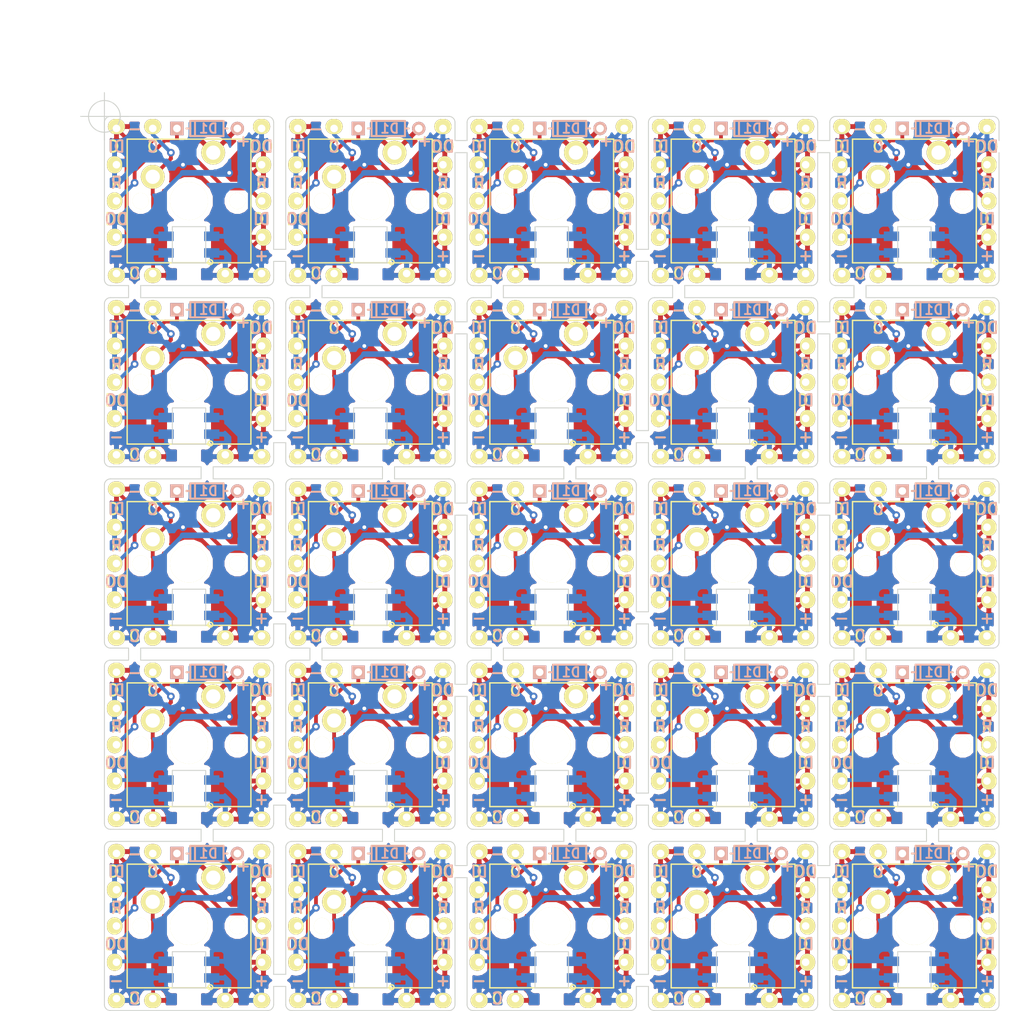
<source format=kicad_pcb>
(kicad_pcb (version 20171130) (host pcbnew 5.0.0-fee4fd1~66~ubuntu18.04.1)
  (title_block (title "Cherry Mx Bitboard") (date 2016-06-21) (rev 1))
  (layers (0 F.Cu signal) (31 B.Cu signal) (34 B.Paste user) (35 F.Paste user) (36 B.SilkS user) (37 F.SilkS user) (38 B.Mask user) (39 F.Mask user) (44 Edge.Cuts user))
  (net 0 "")
  (net 1 "Net-(D1-Pad2)")
  (net 2 /2)
  (net 3 /1)
  (net 4 "Net-(U1-Pad4)")
  (net 5 "Net-(U1-Pad1)")
  (net 6 VCC)
  (net 7 GND)
  (module sk6812:SK6812MINI_rev (layer F.Cu) (at 164.452 115.711)
    (fp_text reference U1 hide)
    (fp_text value SK6812mini hide)
    (pad 4 smd rect (at 2.4 0.875) (size 1.6 1) (layers B.Cu B.Paste B.Mask) (net 4 "Net-(U1-Pad4)"))
    (pad 3 smd rect (at 2.4 -0.875) (size 1.6 1) (layers B.Cu B.Paste B.Mask) (net 6 VCC))
    (pad 1 smd rect (at -2.4 -0.875) (size 1.6 1) (layers B.Cu B.Paste B.Mask) (net 5 "Net-(U1-Pad1)"))
    (pad 2 smd rect (at -2.4 0.875) (size 1.6 1) (layers B.Cu B.Paste B.Mask) (net 7 GND))
  )
  (module footprint:wirepad (layer F.Cu) (at 156.845 103.505 180)
    (fp_text reference P23 hide)
    (fp_text value CONN_01X01 hide)
    (pad 1 thru_hole oval (at 0 0 180) (size 1.8 1.6) (drill 0.8 (offset 0 0.2)) (layers *.Cu *.Mask F.SilkS) (net 7 GND))
  )
  (module footprint:wirepad (layer F.Cu) (at 172.085 107.315 90)
    (fp_text reference P12 hide)
    (fp_text value CONN_01X01 hide)
    (pad 1 thru_hole oval (at 0 0 90) (size 1.8 1.6) (drill 0.8 (offset 0 0.2)) (layers *.Cu *.Mask F.SilkS) (net 5 "Net-(U1-Pad1)"))
  )
  (module footprint:wirepad (layer F.Cu) (at 156.845 107.315 270)
    (fp_text reference P24 hide)
    (fp_text value CONN_01X01 hide)
    (pad 1 thru_hole oval (at 0 0 270) (size 1.8 1.6) (drill 0.8 (offset 0 0.2)) (layers *.Cu *.Mask F.SilkS) (net 4 "Net-(U1-Pad4)"))
  )
  (module footprint:wirepad (layer F.Cu) (at 172.085 103.505 180)
    (fp_text reference P23 hide)
    (fp_text value CONN_01X01 hide)
    (pad 1 thru_hole oval (at 0 0 180) (size 1.8 1.6) (drill 0.8 (offset 0 0.2)) (layers *.Cu *.Mask F.SilkS) (net 6 VCC))
  )
  (module footprint:wirepad (layer F.Cu) (at 156.845 111.125 270)
    (fp_text reference P23 hide)
    (fp_text value CONN_01X01 hide)
    (pad 1 thru_hole oval (at 0 0 270) (size 1.8 1.6) (drill 0.8 (offset 0 0.2)) (layers *.Cu *.Mask F.SilkS) (net 2 /2))
  )
  (module footprint:wirepad (layer F.Cu) (at 156.845 118.745)
    (fp_text reference P23 hide)
    (fp_text value CONN_01X01 hide)
    (pad 1 thru_hole oval (at 0 0) (size 1.8 1.6) (drill 0.8 (offset 0 0.2)) (layers *.Cu *.Mask F.SilkS) (net 7 GND))
  )
  (module footprint:wirepad (layer F.Cu) (at 160.655 103.505 180)
    (fp_text reference P11 hide)
    (fp_text value CONN_01X01 hide)
    (pad 1 thru_hole oval (at 0 0 180) (size 1.8 1.6) (drill 0.8 (offset 0 0.2)) (layers *.Cu *.Mask F.SilkS) (net 3 /1))
  )
  (module footprint:wirepad (layer F.Cu) (at 156.845 114.935 270)
    (fp_text reference P12 hide)
    (fp_text value CONN_01X01 hide)
    (pad 1 thru_hole oval (at 0 0 270) (size 1.8 1.6) (drill 0.8 (offset 0 0.2)) (layers *.Cu *.Mask F.SilkS) (net 5 "Net-(U1-Pad1)"))
  )
  (module footprint:wirepad (layer F.Cu) (at 160.655 118.745)
    (fp_text reference P11 hide)
    (fp_text value CONN_01X01 hide)
    (pad 1 thru_hole oval (at 0 0) (size 1.8 1.6) (drill 0.8 (offset 0 0.2)) (layers *.Cu *.Mask F.SilkS) (net 3 /1))
  )
  (module footprint:wirepad (layer F.Cu) (at 172.085 118.745)
    (fp_text reference P15 hide)
    (fp_text value CONN_01X01 hide)
    (pad 1 thru_hole oval (at 0 0) (size 1.8 1.6) (drill 0.8 (offset 0 0.2)) (layers *.Cu *.Mask F.SilkS) (net 6 VCC))
  )
  (module footprint:wirepad (layer F.Cu) (at 172.085 114.935 90)
    (fp_text reference P21 hide)
    (fp_text value CONN_01X01 hide)
    (pad 1 thru_hole oval (at 0 0 90) (size 1.8 1.6) (drill 0.8 (offset 0 0.2)) (layers *.Cu *.Mask F.SilkS) (net 4 "Net-(U1-Pad4)"))
  )
  (module footprint:switch (layer F.Cu) (at 164.465 111.125)
    (fp_text reference SW1 hide)
    (fp_text value SW_PUSH hide)
    (pad "" np_thru_hole circle (at 5.08 0) (size 1.71 1.71) (drill 1.71) (layers *.Cu *.Mask F.SilkS))
    (pad 2 thru_hole circle (at 2.54 -5.08) (size 2.5 2.5) (drill 1.5) (layers *.Cu *.Mask F.SilkS) (net 1 "Net-(D1-Pad2)"))
    (pad "" np_thru_hole circle (at 0 0) (size 4 4) (drill 4) (layers *.Cu *.Mask F.SilkS))
    (pad 1 thru_hole circle (at -3.81 -2.54) (size 2.5 2.5) (drill 1.5) (layers *.Cu *.Mask F.SilkS) (net 3 /1))
    (pad "" np_thru_hole circle (at -5.08 0) (size 1.71 1.71) (drill 1.71) (layers *.Cu *.Mask F.SilkS))
  )
  (module footprint:wirepad (layer F.Cu) (at 172.085 111.125 90)
    (fp_text reference P22 hide)
    (fp_text value CONN_01X01 hide)
    (pad 1 thru_hole oval (at 0 0 90) (size 1.8 1.6) (drill 0.8 (offset 0 0.2)) (layers *.Cu *.Mask F.SilkS) (net 2 /2))
  )
  (module footprint:wirepad (layer F.Cu) (at 168.275 118.745)
    (fp_text reference P16 hide)
    (fp_text value CONN_01X01 hide)
    (pad 1 thru_hole oval (at 0 0) (size 1.8 1.6) (drill 0.8 (offset 0 0.2)) (layers *.Cu *.Mask F.SilkS) (net 4 "Net-(U1-Pad4)"))
  )
  (module footprint:diode (layer B.Cu) (at 163.195 103.505)
    (fp_text reference D1 (at 3.302 0) (layer B.SilkS) (effects (font (thickness 0.2)) (justify mirror)))
    (fp_text value D hide)
    (pad 2 thru_hole circle (at 6.35 0) (size 1.4 1.4) (drill 0.8) (layers *.Cu *.Mask B.SilkS) (net 1 "Net-(D1-Pad2)"))
    (pad 1 thru_hole rect (at 0 0) (size 1.4 1.4) (drill 0.8) (layers *.Cu *.Mask B.SilkS) (net 2 /2))
  )
  (module footprint:wirepad (layer F.Cu) (at 172.085 73.025 90)
    (fp_text reference P22 hide)
    (fp_text value CONN_01X01 hide)
    (pad 1 thru_hole oval (at 0 0 90) (size 1.8 1.6) (drill 0.8 (offset 0 0.2)) (layers *.Cu *.Mask F.SilkS) (net 2 /2))
  )
  (module footprint:wirepad (layer F.Cu) (at 156.845 50.165 270)
    (fp_text reference P24 hide)
    (fp_text value CONN_01X01 hide)
    (pad 1 thru_hole oval (at 0 0 270) (size 1.8 1.6) (drill 0.8 (offset 0 0.2)) (layers *.Cu *.Mask F.SilkS) (net 4 "Net-(U1-Pad4)"))
  )
  (module footprint:wirepad (layer F.Cu) (at 172.085 92.075 90)
    (fp_text reference P22 hide)
    (fp_text value CONN_01X01 hide)
    (pad 1 thru_hole oval (at 0 0 90) (size 1.8 1.6) (drill 0.8 (offset 0 0.2)) (layers *.Cu *.Mask F.SilkS) (net 2 /2))
  )
  (module footprint:wirepad (layer F.Cu) (at 172.085 88.265 90)
    (fp_text reference P12 hide)
    (fp_text value CONN_01X01 hide)
    (pad 1 thru_hole oval (at 0 0 90) (size 1.8 1.6) (drill 0.8 (offset 0 0.2)) (layers *.Cu *.Mask F.SilkS) (net 5 "Net-(U1-Pad1)"))
  )
  (module footprint:wirepad (layer F.Cu) (at 172.085 69.215 90)
    (fp_text reference P12 hide)
    (fp_text value CONN_01X01 hide)
    (pad 1 thru_hole oval (at 0 0 90) (size 1.8 1.6) (drill 0.8 (offset 0 0.2)) (layers *.Cu *.Mask F.SilkS) (net 5 "Net-(U1-Pad1)"))
  )
  (module sk6812:SK6812MINI_rev (layer F.Cu) (at 164.452 96.661)
    (fp_text reference U1 hide)
    (fp_text value SK6812mini hide)
    (pad 4 smd rect (at 2.4 0.875) (size 1.6 1) (layers B.Cu B.Paste B.Mask) (net 4 "Net-(U1-Pad4)"))
    (pad 3 smd rect (at 2.4 -0.875) (size 1.6 1) (layers B.Cu B.Paste B.Mask) (net 6 VCC))
    (pad 1 smd rect (at -2.4 -0.875) (size 1.6 1) (layers B.Cu B.Paste B.Mask) (net 5 "Net-(U1-Pad1)"))
    (pad 2 smd rect (at -2.4 0.875) (size 1.6 1) (layers B.Cu B.Paste B.Mask) (net 7 GND))
  )
  (module footprint:wirepad (layer F.Cu) (at 156.845 80.645)
    (fp_text reference P23 hide)
    (fp_text value CONN_01X01 hide)
    (pad 1 thru_hole oval (at 0 0) (size 1.8 1.6) (drill 0.8 (offset 0 0.2)) (layers *.Cu *.Mask F.SilkS) (net 7 GND))
  )
  (module footprint:wirepad (layer F.Cu) (at 172.085 50.165 90)
    (fp_text reference P12 hide)
    (fp_text value CONN_01X01 hide)
    (pad 1 thru_hole oval (at 0 0 90) (size 1.8 1.6) (drill 0.8 (offset 0 0.2)) (layers *.Cu *.Mask F.SilkS) (net 5 "Net-(U1-Pad1)"))
  )
  (module footprint:wirepad (layer F.Cu) (at 172.085 53.975 90)
    (fp_text reference P22 hide)
    (fp_text value CONN_01X01 hide)
    (pad 1 thru_hole oval (at 0 0 90) (size 1.8 1.6) (drill 0.8 (offset 0 0.2)) (layers *.Cu *.Mask F.SilkS) (net 2 /2))
  )
  (module footprint:wirepad (layer F.Cu) (at 156.845 99.695)
    (fp_text reference P23 hide)
    (fp_text value CONN_01X01 hide)
    (pad 1 thru_hole oval (at 0 0) (size 1.8 1.6) (drill 0.8 (offset 0 0.2)) (layers *.Cu *.Mask F.SilkS) (net 7 GND))
  )
  (module footprint:wirepad (layer F.Cu) (at 156.845 88.265 270)
    (fp_text reference P24 hide)
    (fp_text value CONN_01X01 hide)
    (pad 1 thru_hole oval (at 0 0 270) (size 1.8 1.6) (drill 0.8 (offset 0 0.2)) (layers *.Cu *.Mask F.SilkS) (net 4 "Net-(U1-Pad4)"))
  )
  (module footprint:wirepad (layer F.Cu) (at 156.845 46.355 180)
    (fp_text reference P23 hide)
    (fp_text value CONN_01X01 hide)
    (pad 1 thru_hole oval (at 0 0 180) (size 1.8 1.6) (drill 0.8 (offset 0 0.2)) (layers *.Cu *.Mask F.SilkS) (net 7 GND))
  )
  (module footprint:wirepad (layer F.Cu) (at 156.845 53.975 270)
    (fp_text reference P23 hide)
    (fp_text value CONN_01X01 hide)
    (pad 1 thru_hole oval (at 0 0 270) (size 1.8 1.6) (drill 0.8 (offset 0 0.2)) (layers *.Cu *.Mask F.SilkS) (net 2 /2))
  )
  (module footprint:wirepad (layer F.Cu) (at 156.845 73.025 270)
    (fp_text reference P23 hide)
    (fp_text value CONN_01X01 hide)
    (pad 1 thru_hole oval (at 0 0 270) (size 1.8 1.6) (drill 0.8 (offset 0 0.2)) (layers *.Cu *.Mask F.SilkS) (net 2 /2))
  )
  (module sk6812:SK6812MINI_rev (layer F.Cu) (at 164.452 58.561)
    (fp_text reference U1 hide)
    (fp_text value SK6812mini hide)
    (pad 4 smd rect (at 2.4 0.875) (size 1.6 1) (layers B.Cu B.Paste B.Mask) (net 4 "Net-(U1-Pad4)"))
    (pad 3 smd rect (at 2.4 -0.875) (size 1.6 1) (layers B.Cu B.Paste B.Mask) (net 6 VCC))
    (pad 1 smd rect (at -2.4 -0.875) (size 1.6 1) (layers B.Cu B.Paste B.Mask) (net 5 "Net-(U1-Pad1)"))
    (pad 2 smd rect (at -2.4 0.875) (size 1.6 1) (layers B.Cu B.Paste B.Mask) (net 7 GND))
  )
  (module footprint:wirepad (layer F.Cu) (at 156.845 69.215 270)
    (fp_text reference P24 hide)
    (fp_text value CONN_01X01 hide)
    (pad 1 thru_hole oval (at 0 0 270) (size 1.8 1.6) (drill 0.8 (offset 0 0.2)) (layers *.Cu *.Mask F.SilkS) (net 4 "Net-(U1-Pad4)"))
  )
  (module footprint:wirepad (layer F.Cu) (at 172.085 46.355 180)
    (fp_text reference P23 hide)
    (fp_text value CONN_01X01 hide)
    (pad 1 thru_hole oval (at 0 0 180) (size 1.8 1.6) (drill 0.8 (offset 0 0.2)) (layers *.Cu *.Mask F.SilkS) (net 6 VCC))
  )
  (module footprint:wirepad (layer F.Cu) (at 172.085 65.405 180)
    (fp_text reference P23 hide)
    (fp_text value CONN_01X01 hide)
    (pad 1 thru_hole oval (at 0 0 180) (size 1.8 1.6) (drill 0.8 (offset 0 0.2)) (layers *.Cu *.Mask F.SilkS) (net 6 VCC))
  )
  (module footprint:wirepad (layer F.Cu) (at 156.845 61.595)
    (fp_text reference P23 hide)
    (fp_text value CONN_01X01 hide)
    (pad 1 thru_hole oval (at 0 0) (size 1.8 1.6) (drill 0.8 (offset 0 0.2)) (layers *.Cu *.Mask F.SilkS) (net 7 GND))
  )
  (module footprint:wirepad (layer F.Cu) (at 172.085 84.455 180)
    (fp_text reference P23 hide)
    (fp_text value CONN_01X01 hide)
    (pad 1 thru_hole oval (at 0 0 180) (size 1.8 1.6) (drill 0.8 (offset 0 0.2)) (layers *.Cu *.Mask F.SilkS) (net 6 VCC))
  )
  (module footprint:wirepad (layer F.Cu) (at 160.655 61.595)
    (fp_text reference P11 hide)
    (fp_text value CONN_01X01 hide)
    (pad 1 thru_hole oval (at 0 0) (size 1.8 1.6) (drill 0.8 (offset 0 0.2)) (layers *.Cu *.Mask F.SilkS) (net 3 /1))
  )
  (module sk6812:SK6812MINI_rev (layer F.Cu) (at 164.452 77.611)
    (fp_text reference U1 hide)
    (fp_text value SK6812mini hide)
    (pad 4 smd rect (at 2.4 0.875) (size 1.6 1) (layers B.Cu B.Paste B.Mask) (net 4 "Net-(U1-Pad4)"))
    (pad 3 smd rect (at 2.4 -0.875) (size 1.6 1) (layers B.Cu B.Paste B.Mask) (net 6 VCC))
    (pad 1 smd rect (at -2.4 -0.875) (size 1.6 1) (layers B.Cu B.Paste B.Mask) (net 5 "Net-(U1-Pad1)"))
    (pad 2 smd rect (at -2.4 0.875) (size 1.6 1) (layers B.Cu B.Paste B.Mask) (net 7 GND))
  )
  (module footprint:wirepad (layer F.Cu) (at 160.655 46.355 180)
    (fp_text reference P11 hide)
    (fp_text value CONN_01X01 hide)
    (pad 1 thru_hole oval (at 0 0 180) (size 1.8 1.6) (drill 0.8 (offset 0 0.2)) (layers *.Cu *.Mask F.SilkS) (net 3 /1))
  )
  (module footprint:wirepad (layer F.Cu) (at 160.655 65.405 180)
    (fp_text reference P11 hide)
    (fp_text value CONN_01X01 hide)
    (pad 1 thru_hole oval (at 0 0 180) (size 1.8 1.6) (drill 0.8 (offset 0 0.2)) (layers *.Cu *.Mask F.SilkS) (net 3 /1))
  )
  (module footprint:wirepad (layer F.Cu) (at 160.655 84.455 180)
    (fp_text reference P11 hide)
    (fp_text value CONN_01X01 hide)
    (pad 1 thru_hole oval (at 0 0 180) (size 1.8 1.6) (drill 0.8 (offset 0 0.2)) (layers *.Cu *.Mask F.SilkS) (net 3 /1))
  )
  (module footprint:wirepad (layer F.Cu) (at 156.845 57.785 270)
    (fp_text reference P12 hide)
    (fp_text value CONN_01X01 hide)
    (pad 1 thru_hole oval (at 0 0 270) (size 1.8 1.6) (drill 0.8 (offset 0 0.2)) (layers *.Cu *.Mask F.SilkS) (net 5 "Net-(U1-Pad1)"))
  )
  (module footprint:wirepad (layer F.Cu) (at 156.845 76.835 270)
    (fp_text reference P12 hide)
    (fp_text value CONN_01X01 hide)
    (pad 1 thru_hole oval (at 0 0 270) (size 1.8 1.6) (drill 0.8 (offset 0 0.2)) (layers *.Cu *.Mask F.SilkS) (net 5 "Net-(U1-Pad1)"))
  )
  (module footprint:wirepad (layer F.Cu) (at 156.845 95.885 270)
    (fp_text reference P12 hide)
    (fp_text value CONN_01X01 hide)
    (pad 1 thru_hole oval (at 0 0 270) (size 1.8 1.6) (drill 0.8 (offset 0 0.2)) (layers *.Cu *.Mask F.SilkS) (net 5 "Net-(U1-Pad1)"))
  )
  (module footprint:wirepad (layer F.Cu) (at 168.275 61.595)
    (fp_text reference P16 hide)
    (fp_text value CONN_01X01 hide)
    (pad 1 thru_hole oval (at 0 0) (size 1.8 1.6) (drill 0.8 (offset 0 0.2)) (layers *.Cu *.Mask F.SilkS) (net 4 "Net-(U1-Pad4)"))
  )
  (module footprint:wirepad (layer F.Cu) (at 168.275 80.645)
    (fp_text reference P16 hide)
    (fp_text value CONN_01X01 hide)
    (pad 1 thru_hole oval (at 0 0) (size 1.8 1.6) (drill 0.8 (offset 0 0.2)) (layers *.Cu *.Mask F.SilkS) (net 4 "Net-(U1-Pad4)"))
  )
  (module footprint:wirepad (layer F.Cu) (at 160.655 80.645)
    (fp_text reference P11 hide)
    (fp_text value CONN_01X01 hide)
    (pad 1 thru_hole oval (at 0 0) (size 1.8 1.6) (drill 0.8 (offset 0 0.2)) (layers *.Cu *.Mask F.SilkS) (net 3 /1))
  )
  (module footprint:wirepad (layer F.Cu) (at 160.655 99.695)
    (fp_text reference P11 hide)
    (fp_text value CONN_01X01 hide)
    (pad 1 thru_hole oval (at 0 0) (size 1.8 1.6) (drill 0.8 (offset 0 0.2)) (layers *.Cu *.Mask F.SilkS) (net 3 /1))
  )
  (module footprint:wirepad (layer F.Cu) (at 172.085 61.595)
    (fp_text reference P15 hide)
    (fp_text value CONN_01X01 hide)
    (pad 1 thru_hole oval (at 0 0) (size 1.8 1.6) (drill 0.8 (offset 0 0.2)) (layers *.Cu *.Mask F.SilkS) (net 6 VCC))
  )
  (module footprint:wirepad (layer F.Cu) (at 172.085 80.645)
    (fp_text reference P15 hide)
    (fp_text value CONN_01X01 hide)
    (pad 1 thru_hole oval (at 0 0) (size 1.8 1.6) (drill 0.8 (offset 0 0.2)) (layers *.Cu *.Mask F.SilkS) (net 6 VCC))
  )
  (module footprint:wirepad (layer F.Cu) (at 172.085 99.695)
    (fp_text reference P15 hide)
    (fp_text value CONN_01X01 hide)
    (pad 1 thru_hole oval (at 0 0) (size 1.8 1.6) (drill 0.8 (offset 0 0.2)) (layers *.Cu *.Mask F.SilkS) (net 6 VCC))
  )
  (module footprint:wirepad (layer F.Cu) (at 156.845 92.075 270)
    (fp_text reference P23 hide)
    (fp_text value CONN_01X01 hide)
    (pad 1 thru_hole oval (at 0 0 270) (size 1.8 1.6) (drill 0.8 (offset 0 0.2)) (layers *.Cu *.Mask F.SilkS) (net 2 /2))
  )
  (module footprint:wirepad (layer F.Cu) (at 172.085 57.785 90)
    (fp_text reference P21 hide)
    (fp_text value CONN_01X01 hide)
    (pad 1 thru_hole oval (at 0 0 90) (size 1.8 1.6) (drill 0.8 (offset 0 0.2)) (layers *.Cu *.Mask F.SilkS) (net 4 "Net-(U1-Pad4)"))
  )
  (module footprint:wirepad (layer F.Cu) (at 172.085 76.835 90)
    (fp_text reference P21 hide)
    (fp_text value CONN_01X01 hide)
    (pad 1 thru_hole oval (at 0 0 90) (size 1.8 1.6) (drill 0.8 (offset 0 0.2)) (layers *.Cu *.Mask F.SilkS) (net 4 "Net-(U1-Pad4)"))
  )
  (module footprint:wirepad (layer F.Cu) (at 172.085 95.885 90)
    (fp_text reference P21 hide)
    (fp_text value CONN_01X01 hide)
    (pad 1 thru_hole oval (at 0 0 90) (size 1.8 1.6) (drill 0.8 (offset 0 0.2)) (layers *.Cu *.Mask F.SilkS) (net 4 "Net-(U1-Pad4)"))
  )
  (module footprint:switch (layer F.Cu) (at 164.465 53.975)
    (fp_text reference SW1 hide)
    (fp_text value SW_PUSH hide)
    (pad "" np_thru_hole circle (at 5.08 0) (size 1.71 1.71) (drill 1.71) (layers *.Cu *.Mask F.SilkS))
    (pad 2 thru_hole circle (at 2.54 -5.08) (size 2.5 2.5) (drill 1.5) (layers *.Cu *.Mask F.SilkS) (net 1 "Net-(D1-Pad2)"))
    (pad "" np_thru_hole circle (at 0 0) (size 4 4) (drill 4) (layers *.Cu *.Mask F.SilkS))
    (pad 1 thru_hole circle (at -3.81 -2.54) (size 2.5 2.5) (drill 1.5) (layers *.Cu *.Mask F.SilkS) (net 3 /1))
    (pad "" np_thru_hole circle (at -5.08 0) (size 1.71 1.71) (drill 1.71) (layers *.Cu *.Mask F.SilkS))
  )
  (module footprint:switch (layer F.Cu) (at 164.465 73.025)
    (fp_text reference SW1 hide)
    (fp_text value SW_PUSH hide)
    (pad "" np_thru_hole circle (at 5.08 0) (size 1.71 1.71) (drill 1.71) (layers *.Cu *.Mask F.SilkS))
    (pad 2 thru_hole circle (at 2.54 -5.08) (size 2.5 2.5) (drill 1.5) (layers *.Cu *.Mask F.SilkS) (net 1 "Net-(D1-Pad2)"))
    (pad "" np_thru_hole circle (at 0 0) (size 4 4) (drill 4) (layers *.Cu *.Mask F.SilkS))
    (pad 1 thru_hole circle (at -3.81 -2.54) (size 2.5 2.5) (drill 1.5) (layers *.Cu *.Mask F.SilkS) (net 3 /1))
    (pad "" np_thru_hole circle (at -5.08 0) (size 1.71 1.71) (drill 1.71) (layers *.Cu *.Mask F.SilkS))
  )
  (module footprint:switch (layer F.Cu) (at 164.465 92.075)
    (fp_text reference SW1 hide)
    (fp_text value SW_PUSH hide)
    (pad "" np_thru_hole circle (at 5.08 0) (size 1.71 1.71) (drill 1.71) (layers *.Cu *.Mask F.SilkS))
    (pad 2 thru_hole circle (at 2.54 -5.08) (size 2.5 2.5) (drill 1.5) (layers *.Cu *.Mask F.SilkS) (net 1 "Net-(D1-Pad2)"))
    (pad "" np_thru_hole circle (at 0 0) (size 4 4) (drill 4) (layers *.Cu *.Mask F.SilkS))
    (pad 1 thru_hole circle (at -3.81 -2.54) (size 2.5 2.5) (drill 1.5) (layers *.Cu *.Mask F.SilkS) (net 3 /1))
    (pad "" np_thru_hole circle (at -5.08 0) (size 1.71 1.71) (drill 1.71) (layers *.Cu *.Mask F.SilkS))
  )
  (module footprint:wirepad (layer F.Cu) (at 156.845 65.405 180)
    (fp_text reference P23 hide)
    (fp_text value CONN_01X01 hide)
    (pad 1 thru_hole oval (at 0 0 180) (size 1.8 1.6) (drill 0.8 (offset 0 0.2)) (layers *.Cu *.Mask F.SilkS) (net 7 GND))
  )
  (module footprint:wirepad (layer F.Cu) (at 156.845 84.455 180)
    (fp_text reference P23 hide)
    (fp_text value CONN_01X01 hide)
    (pad 1 thru_hole oval (at 0 0 180) (size 1.8 1.6) (drill 0.8 (offset 0 0.2)) (layers *.Cu *.Mask F.SilkS) (net 7 GND))
  )
  (module footprint:wirepad (layer F.Cu) (at 168.275 99.695)
    (fp_text reference P16 hide)
    (fp_text value CONN_01X01 hide)
    (pad 1 thru_hole oval (at 0 0) (size 1.8 1.6) (drill 0.8 (offset 0 0.2)) (layers *.Cu *.Mask F.SilkS) (net 4 "Net-(U1-Pad4)"))
  )
  (module footprint:diode (layer B.Cu) (at 163.195 46.355)
    (fp_text reference D1 (at 3.302 0) (layer B.SilkS) (effects (font (thickness 0.2)) (justify mirror)))
    (fp_text value D hide)
    (pad 2 thru_hole circle (at 6.35 0) (size 1.4 1.4) (drill 0.8) (layers *.Cu *.Mask B.SilkS) (net 1 "Net-(D1-Pad2)"))
    (pad 1 thru_hole rect (at 0 0) (size 1.4 1.4) (drill 0.8) (layers *.Cu *.Mask B.SilkS) (net 2 /2))
  )
  (module footprint:diode (layer B.Cu) (at 163.195 65.405)
    (fp_text reference D1 (at 3.302 0) (layer B.SilkS) (effects (font (thickness 0.2)) (justify mirror)))
    (fp_text value D hide)
    (pad 2 thru_hole circle (at 6.35 0) (size 1.4 1.4) (drill 0.8) (layers *.Cu *.Mask B.SilkS) (net 1 "Net-(D1-Pad2)"))
    (pad 1 thru_hole rect (at 0 0) (size 1.4 1.4) (drill 0.8) (layers *.Cu *.Mask B.SilkS) (net 2 /2))
  )
  (module footprint:diode (layer B.Cu) (at 163.195 84.455)
    (fp_text reference D1 (at 3.302 0) (layer B.SilkS) (effects (font (thickness 0.2)) (justify mirror)))
    (fp_text value D hide)
    (pad 2 thru_hole circle (at 6.35 0) (size 1.4 1.4) (drill 0.8) (layers *.Cu *.Mask B.SilkS) (net 1 "Net-(D1-Pad2)"))
    (pad 1 thru_hole rect (at 0 0) (size 1.4 1.4) (drill 0.8) (layers *.Cu *.Mask B.SilkS) (net 2 /2))
  )
  (module footprint:switch (layer F.Cu) (at 164.465 130.175)
    (fp_text reference SW1 hide)
    (fp_text value SW_PUSH hide)
    (pad "" np_thru_hole circle (at 5.08 0) (size 1.71 1.71) (drill 1.71) (layers *.Cu *.Mask F.SilkS))
    (pad 2 thru_hole circle (at 2.54 -5.08) (size 2.5 2.5) (drill 1.5) (layers *.Cu *.Mask F.SilkS) (net 1 "Net-(D1-Pad2)"))
    (pad "" np_thru_hole circle (at 0 0) (size 4 4) (drill 4) (layers *.Cu *.Mask F.SilkS))
    (pad 1 thru_hole circle (at -3.81 -2.54) (size 2.5 2.5) (drill 1.5) (layers *.Cu *.Mask F.SilkS) (net 3 /1))
    (pad "" np_thru_hole circle (at -5.08 0) (size 1.71 1.71) (drill 1.71) (layers *.Cu *.Mask F.SilkS))
  )
  (module footprint:wirepad (layer F.Cu) (at 172.085 122.555 180)
    (fp_text reference P23 hide)
    (fp_text value CONN_01X01 hide)
    (pad 1 thru_hole oval (at 0 0 180) (size 1.8 1.6) (drill 0.8 (offset 0 0.2)) (layers *.Cu *.Mask F.SilkS) (net 6 VCC))
  )
  (module sk6812:SK6812MINI_rev (layer F.Cu) (at 164.452 134.761)
    (fp_text reference U1 hide)
    (fp_text value SK6812mini hide)
    (pad 4 smd rect (at 2.4 0.875) (size 1.6 1) (layers B.Cu B.Paste B.Mask) (net 4 "Net-(U1-Pad4)"))
    (pad 3 smd rect (at 2.4 -0.875) (size 1.6 1) (layers B.Cu B.Paste B.Mask) (net 6 VCC))
    (pad 1 smd rect (at -2.4 -0.875) (size 1.6 1) (layers B.Cu B.Paste B.Mask) (net 5 "Net-(U1-Pad1)"))
    (pad 2 smd rect (at -2.4 0.875) (size 1.6 1) (layers B.Cu B.Paste B.Mask) (net 7 GND))
  )
  (module footprint:wirepad (layer F.Cu) (at 168.275 137.795)
    (fp_text reference P16 hide)
    (fp_text value CONN_01X01 hide)
    (pad 1 thru_hole oval (at 0 0) (size 1.8 1.6) (drill 0.8 (offset 0 0.2)) (layers *.Cu *.Mask F.SilkS) (net 4 "Net-(U1-Pad4)"))
  )
  (module footprint:wirepad (layer F.Cu) (at 172.085 133.985 90)
    (fp_text reference P21 hide)
    (fp_text value CONN_01X01 hide)
    (pad 1 thru_hole oval (at 0 0 90) (size 1.8 1.6) (drill 0.8 (offset 0 0.2)) (layers *.Cu *.Mask F.SilkS) (net 4 "Net-(U1-Pad4)"))
  )
  (module footprint:wirepad (layer F.Cu) (at 172.085 137.795)
    (fp_text reference P15 hide)
    (fp_text value CONN_01X01 hide)
    (pad 1 thru_hole oval (at 0 0) (size 1.8 1.6) (drill 0.8 (offset 0 0.2)) (layers *.Cu *.Mask F.SilkS) (net 6 VCC))
  )
  (module footprint:wirepad (layer F.Cu) (at 156.845 126.365 270)
    (fp_text reference P24 hide)
    (fp_text value CONN_01X01 hide)
    (pad 1 thru_hole oval (at 0 0 270) (size 1.8 1.6) (drill 0.8 (offset 0 0.2)) (layers *.Cu *.Mask F.SilkS) (net 4 "Net-(U1-Pad4)"))
  )
  (module footprint:diode (layer B.Cu) (at 163.195 122.555)
    (fp_text reference D1 (at 3.302 0) (layer B.SilkS) (effects (font (thickness 0.2)) (justify mirror)))
    (fp_text value D hide)
    (pad 2 thru_hole circle (at 6.35 0) (size 1.4 1.4) (drill 0.8) (layers *.Cu *.Mask B.SilkS) (net 1 "Net-(D1-Pad2)"))
    (pad 1 thru_hole rect (at 0 0) (size 1.4 1.4) (drill 0.8) (layers *.Cu *.Mask B.SilkS) (net 2 /2))
  )
  (module footprint:wirepad (layer F.Cu) (at 156.845 137.795)
    (fp_text reference P23 hide)
    (fp_text value CONN_01X01 hide)
    (pad 1 thru_hole oval (at 0 0) (size 1.8 1.6) (drill 0.8 (offset 0 0.2)) (layers *.Cu *.Mask F.SilkS) (net 7 GND))
  )
  (module footprint:wirepad (layer F.Cu) (at 156.845 133.985 270)
    (fp_text reference P12 hide)
    (fp_text value CONN_01X01 hide)
    (pad 1 thru_hole oval (at 0 0 270) (size 1.8 1.6) (drill 0.8 (offset 0 0.2)) (layers *.Cu *.Mask F.SilkS) (net 5 "Net-(U1-Pad1)"))
  )
  (module footprint:wirepad (layer F.Cu) (at 172.085 130.175 90)
    (fp_text reference P22 hide)
    (fp_text value CONN_01X01 hide)
    (pad 1 thru_hole oval (at 0 0 90) (size 1.8 1.6) (drill 0.8 (offset 0 0.2)) (layers *.Cu *.Mask F.SilkS) (net 2 /2))
  )
  (module footprint:wirepad (layer F.Cu) (at 156.845 122.555 180)
    (fp_text reference P23 hide)
    (fp_text value CONN_01X01 hide)
    (pad 1 thru_hole oval (at 0 0 180) (size 1.8 1.6) (drill 0.8 (offset 0 0.2)) (layers *.Cu *.Mask F.SilkS) (net 7 GND))
  )
  (module footprint:wirepad (layer F.Cu) (at 160.655 122.555 180)
    (fp_text reference P11 hide)
    (fp_text value CONN_01X01 hide)
    (pad 1 thru_hole oval (at 0 0 180) (size 1.8 1.6) (drill 0.8 (offset 0 0.2)) (layers *.Cu *.Mask F.SilkS) (net 3 /1))
  )
  (module footprint:wirepad (layer F.Cu) (at 156.845 130.175 270)
    (fp_text reference P23 hide)
    (fp_text value CONN_01X01 hide)
    (pad 1 thru_hole oval (at 0 0 270) (size 1.8 1.6) (drill 0.8 (offset 0 0.2)) (layers *.Cu *.Mask F.SilkS) (net 2 /2))
  )
  (module footprint:wirepad (layer F.Cu) (at 160.655 137.795)
    (fp_text reference P11 hide)
    (fp_text value CONN_01X01 hide)
    (pad 1 thru_hole oval (at 0 0) (size 1.8 1.6) (drill 0.8 (offset 0 0.2)) (layers *.Cu *.Mask F.SilkS) (net 3 /1))
  )
  (module footprint:wirepad (layer F.Cu) (at 172.085 126.365 90)
    (fp_text reference P12 hide)
    (fp_text value CONN_01X01 hide)
    (pad 1 thru_hole oval (at 0 0 90) (size 1.8 1.6) (drill 0.8 (offset 0 0.2)) (layers *.Cu *.Mask F.SilkS) (net 5 "Net-(U1-Pad1)"))
  )
  (module sk6812:SK6812MINI_rev (layer F.Cu) (at 145.402 134.761)
    (fp_text reference U1 hide)
    (fp_text value SK6812mini hide)
    (pad 2 smd rect (at -2.4 0.875) (size 1.6 1) (layers B.Cu B.Paste B.Mask) (net 7 GND))
    (pad 1 smd rect (at -2.4 -0.875) (size 1.6 1) (layers B.Cu B.Paste B.Mask) (net 5 "Net-(U1-Pad1)"))
    (pad 3 smd rect (at 2.4 -0.875) (size 1.6 1) (layers B.Cu B.Paste B.Mask) (net 6 VCC))
    (pad 4 smd rect (at 2.4 0.875) (size 1.6 1) (layers B.Cu B.Paste B.Mask) (net 4 "Net-(U1-Pad4)"))
  )
  (module sk6812:SK6812MINI_rev (layer F.Cu) (at 126.352 134.761)
    (fp_text reference U1 hide)
    (fp_text value SK6812mini hide)
    (pad 2 smd rect (at -2.4 0.875) (size 1.6 1) (layers B.Cu B.Paste B.Mask) (net 7 GND))
    (pad 1 smd rect (at -2.4 -0.875) (size 1.6 1) (layers B.Cu B.Paste B.Mask) (net 5 "Net-(U1-Pad1)"))
    (pad 3 smd rect (at 2.4 -0.875) (size 1.6 1) (layers B.Cu B.Paste B.Mask) (net 6 VCC))
    (pad 4 smd rect (at 2.4 0.875) (size 1.6 1) (layers B.Cu B.Paste B.Mask) (net 4 "Net-(U1-Pad4)"))
  )
  (module sk6812:SK6812MINI_rev (layer F.Cu) (at 107.302 134.761)
    (fp_text reference U1 hide)
    (fp_text value SK6812mini hide)
    (pad 2 smd rect (at -2.4 0.875) (size 1.6 1) (layers B.Cu B.Paste B.Mask) (net 7 GND))
    (pad 1 smd rect (at -2.4 -0.875) (size 1.6 1) (layers B.Cu B.Paste B.Mask) (net 5 "Net-(U1-Pad1)"))
    (pad 3 smd rect (at 2.4 -0.875) (size 1.6 1) (layers B.Cu B.Paste B.Mask) (net 6 VCC))
    (pad 4 smd rect (at 2.4 0.875) (size 1.6 1) (layers B.Cu B.Paste B.Mask) (net 4 "Net-(U1-Pad4)"))
  )
  (module sk6812:SK6812MINI_rev (layer F.Cu) (at 88.252 134.761)
    (fp_text reference U1 hide)
    (fp_text value SK6812mini hide)
    (pad 2 smd rect (at -2.4 0.875) (size 1.6 1) (layers B.Cu B.Paste B.Mask) (net 7 GND))
    (pad 1 smd rect (at -2.4 -0.875) (size 1.6 1) (layers B.Cu B.Paste B.Mask) (net 5 "Net-(U1-Pad1)"))
    (pad 3 smd rect (at 2.4 -0.875) (size 1.6 1) (layers B.Cu B.Paste B.Mask) (net 6 VCC))
    (pad 4 smd rect (at 2.4 0.875) (size 1.6 1) (layers B.Cu B.Paste B.Mask) (net 4 "Net-(U1-Pad4)"))
  )
  (module sk6812:SK6812MINI_rev (layer F.Cu) (at 145.402 115.711)
    (fp_text reference U1 hide)
    (fp_text value SK6812mini hide)
    (pad 2 smd rect (at -2.4 0.875) (size 1.6 1) (layers B.Cu B.Paste B.Mask) (net 7 GND))
    (pad 1 smd rect (at -2.4 -0.875) (size 1.6 1) (layers B.Cu B.Paste B.Mask) (net 5 "Net-(U1-Pad1)"))
    (pad 3 smd rect (at 2.4 -0.875) (size 1.6 1) (layers B.Cu B.Paste B.Mask) (net 6 VCC))
    (pad 4 smd rect (at 2.4 0.875) (size 1.6 1) (layers B.Cu B.Paste B.Mask) (net 4 "Net-(U1-Pad4)"))
  )
  (module sk6812:SK6812MINI_rev (layer F.Cu) (at 126.352 115.711)
    (fp_text reference U1 hide)
    (fp_text value SK6812mini hide)
    (pad 2 smd rect (at -2.4 0.875) (size 1.6 1) (layers B.Cu B.Paste B.Mask) (net 7 GND))
    (pad 1 smd rect (at -2.4 -0.875) (size 1.6 1) (layers B.Cu B.Paste B.Mask) (net 5 "Net-(U1-Pad1)"))
    (pad 3 smd rect (at 2.4 -0.875) (size 1.6 1) (layers B.Cu B.Paste B.Mask) (net 6 VCC))
    (pad 4 smd rect (at 2.4 0.875) (size 1.6 1) (layers B.Cu B.Paste B.Mask) (net 4 "Net-(U1-Pad4)"))
  )
  (module sk6812:SK6812MINI_rev (layer F.Cu) (at 107.302 115.711)
    (fp_text reference U1 hide)
    (fp_text value SK6812mini hide)
    (pad 2 smd rect (at -2.4 0.875) (size 1.6 1) (layers B.Cu B.Paste B.Mask) (net 7 GND))
    (pad 1 smd rect (at -2.4 -0.875) (size 1.6 1) (layers B.Cu B.Paste B.Mask) (net 5 "Net-(U1-Pad1)"))
    (pad 3 smd rect (at 2.4 -0.875) (size 1.6 1) (layers B.Cu B.Paste B.Mask) (net 6 VCC))
    (pad 4 smd rect (at 2.4 0.875) (size 1.6 1) (layers B.Cu B.Paste B.Mask) (net 4 "Net-(U1-Pad4)"))
  )
  (module sk6812:SK6812MINI_rev (layer F.Cu) (at 88.252 115.711)
    (fp_text reference U1 hide)
    (fp_text value SK6812mini hide)
    (pad 2 smd rect (at -2.4 0.875) (size 1.6 1) (layers B.Cu B.Paste B.Mask) (net 7 GND))
    (pad 1 smd rect (at -2.4 -0.875) (size 1.6 1) (layers B.Cu B.Paste B.Mask) (net 5 "Net-(U1-Pad1)"))
    (pad 3 smd rect (at 2.4 -0.875) (size 1.6 1) (layers B.Cu B.Paste B.Mask) (net 6 VCC))
    (pad 4 smd rect (at 2.4 0.875) (size 1.6 1) (layers B.Cu B.Paste B.Mask) (net 4 "Net-(U1-Pad4)"))
  )
  (module sk6812:SK6812MINI_rev (layer F.Cu) (at 145.402 96.661)
    (fp_text reference U1 hide)
    (fp_text value SK6812mini hide)
    (pad 2 smd rect (at -2.4 0.875) (size 1.6 1) (layers B.Cu B.Paste B.Mask) (net 7 GND))
    (pad 1 smd rect (at -2.4 -0.875) (size 1.6 1) (layers B.Cu B.Paste B.Mask) (net 5 "Net-(U1-Pad1)"))
    (pad 3 smd rect (at 2.4 -0.875) (size 1.6 1) (layers B.Cu B.Paste B.Mask) (net 6 VCC))
    (pad 4 smd rect (at 2.4 0.875) (size 1.6 1) (layers B.Cu B.Paste B.Mask) (net 4 "Net-(U1-Pad4)"))
  )
  (module sk6812:SK6812MINI_rev (layer F.Cu) (at 126.352 96.661)
    (fp_text reference U1 hide)
    (fp_text value SK6812mini hide)
    (pad 2 smd rect (at -2.4 0.875) (size 1.6 1) (layers B.Cu B.Paste B.Mask) (net 7 GND))
    (pad 1 smd rect (at -2.4 -0.875) (size 1.6 1) (layers B.Cu B.Paste B.Mask) (net 5 "Net-(U1-Pad1)"))
    (pad 3 smd rect (at 2.4 -0.875) (size 1.6 1) (layers B.Cu B.Paste B.Mask) (net 6 VCC))
    (pad 4 smd rect (at 2.4 0.875) (size 1.6 1) (layers B.Cu B.Paste B.Mask) (net 4 "Net-(U1-Pad4)"))
  )
  (module sk6812:SK6812MINI_rev (layer F.Cu) (at 107.302 96.661)
    (fp_text reference U1 hide)
    (fp_text value SK6812mini hide)
    (pad 2 smd rect (at -2.4 0.875) (size 1.6 1) (layers B.Cu B.Paste B.Mask) (net 7 GND))
    (pad 1 smd rect (at -2.4 -0.875) (size 1.6 1) (layers B.Cu B.Paste B.Mask) (net 5 "Net-(U1-Pad1)"))
    (pad 3 smd rect (at 2.4 -0.875) (size 1.6 1) (layers B.Cu B.Paste B.Mask) (net 6 VCC))
    (pad 4 smd rect (at 2.4 0.875) (size 1.6 1) (layers B.Cu B.Paste B.Mask) (net 4 "Net-(U1-Pad4)"))
  )
  (module sk6812:SK6812MINI_rev (layer F.Cu) (at 88.252 96.661)
    (fp_text reference U1 hide)
    (fp_text value SK6812mini hide)
    (pad 2 smd rect (at -2.4 0.875) (size 1.6 1) (layers B.Cu B.Paste B.Mask) (net 7 GND))
    (pad 1 smd rect (at -2.4 -0.875) (size 1.6 1) (layers B.Cu B.Paste B.Mask) (net 5 "Net-(U1-Pad1)"))
    (pad 3 smd rect (at 2.4 -0.875) (size 1.6 1) (layers B.Cu B.Paste B.Mask) (net 6 VCC))
    (pad 4 smd rect (at 2.4 0.875) (size 1.6 1) (layers B.Cu B.Paste B.Mask) (net 4 "Net-(U1-Pad4)"))
  )
  (module sk6812:SK6812MINI_rev (layer F.Cu) (at 145.402 77.611)
    (fp_text reference U1 hide)
    (fp_text value SK6812mini hide)
    (pad 2 smd rect (at -2.4 0.875) (size 1.6 1) (layers B.Cu B.Paste B.Mask) (net 7 GND))
    (pad 1 smd rect (at -2.4 -0.875) (size 1.6 1) (layers B.Cu B.Paste B.Mask) (net 5 "Net-(U1-Pad1)"))
    (pad 3 smd rect (at 2.4 -0.875) (size 1.6 1) (layers B.Cu B.Paste B.Mask) (net 6 VCC))
    (pad 4 smd rect (at 2.4 0.875) (size 1.6 1) (layers B.Cu B.Paste B.Mask) (net 4 "Net-(U1-Pad4)"))
  )
  (module sk6812:SK6812MINI_rev (layer F.Cu) (at 126.352 77.611)
    (fp_text reference U1 hide)
    (fp_text value SK6812mini hide)
    (pad 2 smd rect (at -2.4 0.875) (size 1.6 1) (layers B.Cu B.Paste B.Mask) (net 7 GND))
    (pad 1 smd rect (at -2.4 -0.875) (size 1.6 1) (layers B.Cu B.Paste B.Mask) (net 5 "Net-(U1-Pad1)"))
    (pad 3 smd rect (at 2.4 -0.875) (size 1.6 1) (layers B.Cu B.Paste B.Mask) (net 6 VCC))
    (pad 4 smd rect (at 2.4 0.875) (size 1.6 1) (layers B.Cu B.Paste B.Mask) (net 4 "Net-(U1-Pad4)"))
  )
  (module sk6812:SK6812MINI_rev (layer F.Cu) (at 107.302 77.611)
    (fp_text reference U1 hide)
    (fp_text value SK6812mini hide)
    (pad 2 smd rect (at -2.4 0.875) (size 1.6 1) (layers B.Cu B.Paste B.Mask) (net 7 GND))
    (pad 1 smd rect (at -2.4 -0.875) (size 1.6 1) (layers B.Cu B.Paste B.Mask) (net 5 "Net-(U1-Pad1)"))
    (pad 3 smd rect (at 2.4 -0.875) (size 1.6 1) (layers B.Cu B.Paste B.Mask) (net 6 VCC))
    (pad 4 smd rect (at 2.4 0.875) (size 1.6 1) (layers B.Cu B.Paste B.Mask) (net 4 "Net-(U1-Pad4)"))
  )
  (module sk6812:SK6812MINI_rev (layer F.Cu) (at 88.252 77.611)
    (fp_text reference U1 hide)
    (fp_text value SK6812mini hide)
    (pad 2 smd rect (at -2.4 0.875) (size 1.6 1) (layers B.Cu B.Paste B.Mask) (net 7 GND))
    (pad 1 smd rect (at -2.4 -0.875) (size 1.6 1) (layers B.Cu B.Paste B.Mask) (net 5 "Net-(U1-Pad1)"))
    (pad 3 smd rect (at 2.4 -0.875) (size 1.6 1) (layers B.Cu B.Paste B.Mask) (net 6 VCC))
    (pad 4 smd rect (at 2.4 0.875) (size 1.6 1) (layers B.Cu B.Paste B.Mask) (net 4 "Net-(U1-Pad4)"))
  )
  (module sk6812:SK6812MINI_rev (layer F.Cu) (at 145.402 58.561)
    (fp_text reference U1 hide)
    (fp_text value SK6812mini hide)
    (pad 2 smd rect (at -2.4 0.875) (size 1.6 1) (layers B.Cu B.Paste B.Mask) (net 7 GND))
    (pad 1 smd rect (at -2.4 -0.875) (size 1.6 1) (layers B.Cu B.Paste B.Mask) (net 5 "Net-(U1-Pad1)"))
    (pad 3 smd rect (at 2.4 -0.875) (size 1.6 1) (layers B.Cu B.Paste B.Mask) (net 6 VCC))
    (pad 4 smd rect (at 2.4 0.875) (size 1.6 1) (layers B.Cu B.Paste B.Mask) (net 4 "Net-(U1-Pad4)"))
  )
  (module sk6812:SK6812MINI_rev (layer F.Cu) (at 126.352 58.561)
    (fp_text reference U1 hide)
    (fp_text value SK6812mini hide)
    (pad 2 smd rect (at -2.4 0.875) (size 1.6 1) (layers B.Cu B.Paste B.Mask) (net 7 GND))
    (pad 1 smd rect (at -2.4 -0.875) (size 1.6 1) (layers B.Cu B.Paste B.Mask) (net 5 "Net-(U1-Pad1)"))
    (pad 3 smd rect (at 2.4 -0.875) (size 1.6 1) (layers B.Cu B.Paste B.Mask) (net 6 VCC))
    (pad 4 smd rect (at 2.4 0.875) (size 1.6 1) (layers B.Cu B.Paste B.Mask) (net 4 "Net-(U1-Pad4)"))
  )
  (module sk6812:SK6812MINI_rev (layer F.Cu) (at 107.302 58.561)
    (fp_text reference U1 hide)
    (fp_text value SK6812mini hide)
    (pad 2 smd rect (at -2.4 0.875) (size 1.6 1) (layers B.Cu B.Paste B.Mask) (net 7 GND))
    (pad 1 smd rect (at -2.4 -0.875) (size 1.6 1) (layers B.Cu B.Paste B.Mask) (net 5 "Net-(U1-Pad1)"))
    (pad 3 smd rect (at 2.4 -0.875) (size 1.6 1) (layers B.Cu B.Paste B.Mask) (net 6 VCC))
    (pad 4 smd rect (at 2.4 0.875) (size 1.6 1) (layers B.Cu B.Paste B.Mask) (net 4 "Net-(U1-Pad4)"))
  )
  (module footprint:wirepad (layer F.Cu) (at 153.035 126.365 90)
    (fp_text reference P12 hide)
    (fp_text value CONN_01X01 hide)
    (pad 1 thru_hole oval (at 0 0 90) (size 1.8 1.6) (drill 0.8 (offset 0 0.2)) (layers *.Cu *.Mask F.SilkS) (net 5 "Net-(U1-Pad1)"))
  )
  (module footprint:wirepad (layer F.Cu) (at 133.985 126.365 90)
    (fp_text reference P12 hide)
    (fp_text value CONN_01X01 hide)
    (pad 1 thru_hole oval (at 0 0 90) (size 1.8 1.6) (drill 0.8 (offset 0 0.2)) (layers *.Cu *.Mask F.SilkS) (net 5 "Net-(U1-Pad1)"))
  )
  (module footprint:wirepad (layer F.Cu) (at 114.935 126.365 90)
    (fp_text reference P12 hide)
    (fp_text value CONN_01X01 hide)
    (pad 1 thru_hole oval (at 0 0 90) (size 1.8 1.6) (drill 0.8 (offset 0 0.2)) (layers *.Cu *.Mask F.SilkS) (net 5 "Net-(U1-Pad1)"))
  )
  (module footprint:wirepad (layer F.Cu) (at 95.885 126.365 90)
    (fp_text reference P12 hide)
    (fp_text value CONN_01X01 hide)
    (pad 1 thru_hole oval (at 0 0 90) (size 1.8 1.6) (drill 0.8 (offset 0 0.2)) (layers *.Cu *.Mask F.SilkS) (net 5 "Net-(U1-Pad1)"))
  )
  (module footprint:wirepad (layer F.Cu) (at 153.035 107.315 90)
    (fp_text reference P12 hide)
    (fp_text value CONN_01X01 hide)
    (pad 1 thru_hole oval (at 0 0 90) (size 1.8 1.6) (drill 0.8 (offset 0 0.2)) (layers *.Cu *.Mask F.SilkS) (net 5 "Net-(U1-Pad1)"))
  )
  (module footprint:wirepad (layer F.Cu) (at 133.985 107.315 90)
    (fp_text reference P12 hide)
    (fp_text value CONN_01X01 hide)
    (pad 1 thru_hole oval (at 0 0 90) (size 1.8 1.6) (drill 0.8 (offset 0 0.2)) (layers *.Cu *.Mask F.SilkS) (net 5 "Net-(U1-Pad1)"))
  )
  (module footprint:wirepad (layer F.Cu) (at 114.935 107.315 90)
    (fp_text reference P12 hide)
    (fp_text value CONN_01X01 hide)
    (pad 1 thru_hole oval (at 0 0 90) (size 1.8 1.6) (drill 0.8 (offset 0 0.2)) (layers *.Cu *.Mask F.SilkS) (net 5 "Net-(U1-Pad1)"))
  )
  (module footprint:wirepad (layer F.Cu) (at 95.885 107.315 90)
    (fp_text reference P12 hide)
    (fp_text value CONN_01X01 hide)
    (pad 1 thru_hole oval (at 0 0 90) (size 1.8 1.6) (drill 0.8 (offset 0 0.2)) (layers *.Cu *.Mask F.SilkS) (net 5 "Net-(U1-Pad1)"))
  )
  (module footprint:wirepad (layer F.Cu) (at 153.035 88.265 90)
    (fp_text reference P12 hide)
    (fp_text value CONN_01X01 hide)
    (pad 1 thru_hole oval (at 0 0 90) (size 1.8 1.6) (drill 0.8 (offset 0 0.2)) (layers *.Cu *.Mask F.SilkS) (net 5 "Net-(U1-Pad1)"))
  )
  (module footprint:wirepad (layer F.Cu) (at 133.985 88.265 90)
    (fp_text reference P12 hide)
    (fp_text value CONN_01X01 hide)
    (pad 1 thru_hole oval (at 0 0 90) (size 1.8 1.6) (drill 0.8 (offset 0 0.2)) (layers *.Cu *.Mask F.SilkS) (net 5 "Net-(U1-Pad1)"))
  )
  (module footprint:wirepad (layer F.Cu) (at 114.935 88.265 90)
    (fp_text reference P12 hide)
    (fp_text value CONN_01X01 hide)
    (pad 1 thru_hole oval (at 0 0 90) (size 1.8 1.6) (drill 0.8 (offset 0 0.2)) (layers *.Cu *.Mask F.SilkS) (net 5 "Net-(U1-Pad1)"))
  )
  (module footprint:wirepad (layer F.Cu) (at 95.885 88.265 90)
    (fp_text reference P12 hide)
    (fp_text value CONN_01X01 hide)
    (pad 1 thru_hole oval (at 0 0 90) (size 1.8 1.6) (drill 0.8 (offset 0 0.2)) (layers *.Cu *.Mask F.SilkS) (net 5 "Net-(U1-Pad1)"))
  )
  (module footprint:wirepad (layer F.Cu) (at 153.035 69.215 90)
    (fp_text reference P12 hide)
    (fp_text value CONN_01X01 hide)
    (pad 1 thru_hole oval (at 0 0 90) (size 1.8 1.6) (drill 0.8 (offset 0 0.2)) (layers *.Cu *.Mask F.SilkS) (net 5 "Net-(U1-Pad1)"))
  )
  (module footprint:wirepad (layer F.Cu) (at 133.985 69.215 90)
    (fp_text reference P12 hide)
    (fp_text value CONN_01X01 hide)
    (pad 1 thru_hole oval (at 0 0 90) (size 1.8 1.6) (drill 0.8 (offset 0 0.2)) (layers *.Cu *.Mask F.SilkS) (net 5 "Net-(U1-Pad1)"))
  )
  (module footprint:wirepad (layer F.Cu) (at 114.935 69.215 90)
    (fp_text reference P12 hide)
    (fp_text value CONN_01X01 hide)
    (pad 1 thru_hole oval (at 0 0 90) (size 1.8 1.6) (drill 0.8 (offset 0 0.2)) (layers *.Cu *.Mask F.SilkS) (net 5 "Net-(U1-Pad1)"))
  )
  (module footprint:wirepad (layer F.Cu) (at 95.885 69.215 90)
    (fp_text reference P12 hide)
    (fp_text value CONN_01X01 hide)
    (pad 1 thru_hole oval (at 0 0 90) (size 1.8 1.6) (drill 0.8 (offset 0 0.2)) (layers *.Cu *.Mask F.SilkS) (net 5 "Net-(U1-Pad1)"))
  )
  (module footprint:wirepad (layer F.Cu) (at 153.035 50.165 90)
    (fp_text reference P12 hide)
    (fp_text value CONN_01X01 hide)
    (pad 1 thru_hole oval (at 0 0 90) (size 1.8 1.6) (drill 0.8 (offset 0 0.2)) (layers *.Cu *.Mask F.SilkS) (net 5 "Net-(U1-Pad1)"))
  )
  (module footprint:wirepad (layer F.Cu) (at 133.985 50.165 90)
    (fp_text reference P12 hide)
    (fp_text value CONN_01X01 hide)
    (pad 1 thru_hole oval (at 0 0 90) (size 1.8 1.6) (drill 0.8 (offset 0 0.2)) (layers *.Cu *.Mask F.SilkS) (net 5 "Net-(U1-Pad1)"))
  )
  (module footprint:wirepad (layer F.Cu) (at 114.935 50.165 90)
    (fp_text reference P12 hide)
    (fp_text value CONN_01X01 hide)
    (pad 1 thru_hole oval (at 0 0 90) (size 1.8 1.6) (drill 0.8 (offset 0 0.2)) (layers *.Cu *.Mask F.SilkS) (net 5 "Net-(U1-Pad1)"))
  )
  (module footprint:wirepad (layer F.Cu) (at 137.795 137.795)
    (fp_text reference P23 hide)
    (fp_text value CONN_01X01 hide)
    (pad 1 thru_hole oval (at 0 0) (size 1.8 1.6) (drill 0.8 (offset 0 0.2)) (layers *.Cu *.Mask F.SilkS) (net 7 GND))
  )
  (module footprint:wirepad (layer F.Cu) (at 118.745 137.795)
    (fp_text reference P23 hide)
    (fp_text value CONN_01X01 hide)
    (pad 1 thru_hole oval (at 0 0) (size 1.8 1.6) (drill 0.8 (offset 0 0.2)) (layers *.Cu *.Mask F.SilkS) (net 7 GND))
  )
  (module footprint:wirepad (layer F.Cu) (at 99.695 137.795)
    (fp_text reference P23 hide)
    (fp_text value CONN_01X01 hide)
    (pad 1 thru_hole oval (at 0 0) (size 1.8 1.6) (drill 0.8 (offset 0 0.2)) (layers *.Cu *.Mask F.SilkS) (net 7 GND))
  )
  (module footprint:wirepad (layer F.Cu) (at 80.645 137.795)
    (fp_text reference P23 hide)
    (fp_text value CONN_01X01 hide)
    (pad 1 thru_hole oval (at 0 0) (size 1.8 1.6) (drill 0.8 (offset 0 0.2)) (layers *.Cu *.Mask F.SilkS) (net 7 GND))
  )
  (module footprint:wirepad (layer F.Cu) (at 137.795 118.745)
    (fp_text reference P23 hide)
    (fp_text value CONN_01X01 hide)
    (pad 1 thru_hole oval (at 0 0) (size 1.8 1.6) (drill 0.8 (offset 0 0.2)) (layers *.Cu *.Mask F.SilkS) (net 7 GND))
  )
  (module footprint:wirepad (layer F.Cu) (at 118.745 118.745)
    (fp_text reference P23 hide)
    (fp_text value CONN_01X01 hide)
    (pad 1 thru_hole oval (at 0 0) (size 1.8 1.6) (drill 0.8 (offset 0 0.2)) (layers *.Cu *.Mask F.SilkS) (net 7 GND))
  )
  (module footprint:wirepad (layer F.Cu) (at 99.695 118.745)
    (fp_text reference P23 hide)
    (fp_text value CONN_01X01 hide)
    (pad 1 thru_hole oval (at 0 0) (size 1.8 1.6) (drill 0.8 (offset 0 0.2)) (layers *.Cu *.Mask F.SilkS) (net 7 GND))
  )
  (module footprint:wirepad (layer F.Cu) (at 80.645 118.745)
    (fp_text reference P23 hide)
    (fp_text value CONN_01X01 hide)
    (pad 1 thru_hole oval (at 0 0) (size 1.8 1.6) (drill 0.8 (offset 0 0.2)) (layers *.Cu *.Mask F.SilkS) (net 7 GND))
  )
  (module footprint:wirepad (layer F.Cu) (at 137.795 99.695)
    (fp_text reference P23 hide)
    (fp_text value CONN_01X01 hide)
    (pad 1 thru_hole oval (at 0 0) (size 1.8 1.6) (drill 0.8 (offset 0 0.2)) (layers *.Cu *.Mask F.SilkS) (net 7 GND))
  )
  (module footprint:wirepad (layer F.Cu) (at 118.745 99.695)
    (fp_text reference P23 hide)
    (fp_text value CONN_01X01 hide)
    (pad 1 thru_hole oval (at 0 0) (size 1.8 1.6) (drill 0.8 (offset 0 0.2)) (layers *.Cu *.Mask F.SilkS) (net 7 GND))
  )
  (module footprint:wirepad (layer F.Cu) (at 99.695 99.695)
    (fp_text reference P23 hide)
    (fp_text value CONN_01X01 hide)
    (pad 1 thru_hole oval (at 0 0) (size 1.8 1.6) (drill 0.8 (offset 0 0.2)) (layers *.Cu *.Mask F.SilkS) (net 7 GND))
  )
  (module footprint:wirepad (layer F.Cu) (at 80.645 99.695)
    (fp_text reference P23 hide)
    (fp_text value CONN_01X01 hide)
    (pad 1 thru_hole oval (at 0 0) (size 1.8 1.6) (drill 0.8 (offset 0 0.2)) (layers *.Cu *.Mask F.SilkS) (net 7 GND))
  )
  (module footprint:wirepad (layer F.Cu) (at 137.795 80.645)
    (fp_text reference P23 hide)
    (fp_text value CONN_01X01 hide)
    (pad 1 thru_hole oval (at 0 0) (size 1.8 1.6) (drill 0.8 (offset 0 0.2)) (layers *.Cu *.Mask F.SilkS) (net 7 GND))
  )
  (module footprint:wirepad (layer F.Cu) (at 118.745 80.645)
    (fp_text reference P23 hide)
    (fp_text value CONN_01X01 hide)
    (pad 1 thru_hole oval (at 0 0) (size 1.8 1.6) (drill 0.8 (offset 0 0.2)) (layers *.Cu *.Mask F.SilkS) (net 7 GND))
  )
  (module footprint:wirepad (layer F.Cu) (at 99.695 80.645)
    (fp_text reference P23 hide)
    (fp_text value CONN_01X01 hide)
    (pad 1 thru_hole oval (at 0 0) (size 1.8 1.6) (drill 0.8 (offset 0 0.2)) (layers *.Cu *.Mask F.SilkS) (net 7 GND))
  )
  (module footprint:wirepad (layer F.Cu) (at 80.645 80.645)
    (fp_text reference P23 hide)
    (fp_text value CONN_01X01 hide)
    (pad 1 thru_hole oval (at 0 0) (size 1.8 1.6) (drill 0.8 (offset 0 0.2)) (layers *.Cu *.Mask F.SilkS) (net 7 GND))
  )
  (module footprint:wirepad (layer F.Cu) (at 137.795 61.595)
    (fp_text reference P23 hide)
    (fp_text value CONN_01X01 hide)
    (pad 1 thru_hole oval (at 0 0) (size 1.8 1.6) (drill 0.8 (offset 0 0.2)) (layers *.Cu *.Mask F.SilkS) (net 7 GND))
  )
  (module footprint:wirepad (layer F.Cu) (at 118.745 61.595)
    (fp_text reference P23 hide)
    (fp_text value CONN_01X01 hide)
    (pad 1 thru_hole oval (at 0 0) (size 1.8 1.6) (drill 0.8 (offset 0 0.2)) (layers *.Cu *.Mask F.SilkS) (net 7 GND))
  )
  (module footprint:wirepad (layer F.Cu) (at 99.695 61.595)
    (fp_text reference P23 hide)
    (fp_text value CONN_01X01 hide)
    (pad 1 thru_hole oval (at 0 0) (size 1.8 1.6) (drill 0.8 (offset 0 0.2)) (layers *.Cu *.Mask F.SilkS) (net 7 GND))
  )
  (module footprint:wirepad (layer F.Cu) (at 137.795 122.555 180)
    (fp_text reference P23 hide)
    (fp_text value CONN_01X01 hide)
    (pad 1 thru_hole oval (at 0 0 180) (size 1.8 1.6) (drill 0.8 (offset 0 0.2)) (layers *.Cu *.Mask F.SilkS) (net 7 GND))
  )
  (module footprint:wirepad (layer F.Cu) (at 118.745 122.555 180)
    (fp_text reference P23 hide)
    (fp_text value CONN_01X01 hide)
    (pad 1 thru_hole oval (at 0 0 180) (size 1.8 1.6) (drill 0.8 (offset 0 0.2)) (layers *.Cu *.Mask F.SilkS) (net 7 GND))
  )
  (module footprint:wirepad (layer F.Cu) (at 99.695 122.555 180)
    (fp_text reference P23 hide)
    (fp_text value CONN_01X01 hide)
    (pad 1 thru_hole oval (at 0 0 180) (size 1.8 1.6) (drill 0.8 (offset 0 0.2)) (layers *.Cu *.Mask F.SilkS) (net 7 GND))
  )
  (module footprint:wirepad (layer F.Cu) (at 80.645 122.555 180)
    (fp_text reference P23 hide)
    (fp_text value CONN_01X01 hide)
    (pad 1 thru_hole oval (at 0 0 180) (size 1.8 1.6) (drill 0.8 (offset 0 0.2)) (layers *.Cu *.Mask F.SilkS) (net 7 GND))
  )
  (module footprint:wirepad (layer F.Cu) (at 137.795 103.505 180)
    (fp_text reference P23 hide)
    (fp_text value CONN_01X01 hide)
    (pad 1 thru_hole oval (at 0 0 180) (size 1.8 1.6) (drill 0.8 (offset 0 0.2)) (layers *.Cu *.Mask F.SilkS) (net 7 GND))
  )
  (module footprint:wirepad (layer F.Cu) (at 118.745 103.505 180)
    (fp_text reference P23 hide)
    (fp_text value CONN_01X01 hide)
    (pad 1 thru_hole oval (at 0 0 180) (size 1.8 1.6) (drill 0.8 (offset 0 0.2)) (layers *.Cu *.Mask F.SilkS) (net 7 GND))
  )
  (module footprint:wirepad (layer F.Cu) (at 99.695 103.505 180)
    (fp_text reference P23 hide)
    (fp_text value CONN_01X01 hide)
    (pad 1 thru_hole oval (at 0 0 180) (size 1.8 1.6) (drill 0.8 (offset 0 0.2)) (layers *.Cu *.Mask F.SilkS) (net 7 GND))
  )
  (module footprint:wirepad (layer F.Cu) (at 80.645 103.505 180)
    (fp_text reference P23 hide)
    (fp_text value CONN_01X01 hide)
    (pad 1 thru_hole oval (at 0 0 180) (size 1.8 1.6) (drill 0.8 (offset 0 0.2)) (layers *.Cu *.Mask F.SilkS) (net 7 GND))
  )
  (module footprint:wirepad (layer F.Cu) (at 137.795 84.455 180)
    (fp_text reference P23 hide)
    (fp_text value CONN_01X01 hide)
    (pad 1 thru_hole oval (at 0 0 180) (size 1.8 1.6) (drill 0.8 (offset 0 0.2)) (layers *.Cu *.Mask F.SilkS) (net 7 GND))
  )
  (module footprint:wirepad (layer F.Cu) (at 118.745 84.455 180)
    (fp_text reference P23 hide)
    (fp_text value CONN_01X01 hide)
    (pad 1 thru_hole oval (at 0 0 180) (size 1.8 1.6) (drill 0.8 (offset 0 0.2)) (layers *.Cu *.Mask F.SilkS) (net 7 GND))
  )
  (module footprint:wirepad (layer F.Cu) (at 99.695 84.455 180)
    (fp_text reference P23 hide)
    (fp_text value CONN_01X01 hide)
    (pad 1 thru_hole oval (at 0 0 180) (size 1.8 1.6) (drill 0.8 (offset 0 0.2)) (layers *.Cu *.Mask F.SilkS) (net 7 GND))
  )
  (module footprint:wirepad (layer F.Cu) (at 80.645 84.455 180)
    (fp_text reference P23 hide)
    (fp_text value CONN_01X01 hide)
    (pad 1 thru_hole oval (at 0 0 180) (size 1.8 1.6) (drill 0.8 (offset 0 0.2)) (layers *.Cu *.Mask F.SilkS) (net 7 GND))
  )
  (module footprint:wirepad (layer F.Cu) (at 137.795 65.405 180)
    (fp_text reference P23 hide)
    (fp_text value CONN_01X01 hide)
    (pad 1 thru_hole oval (at 0 0 180) (size 1.8 1.6) (drill 0.8 (offset 0 0.2)) (layers *.Cu *.Mask F.SilkS) (net 7 GND))
  )
  (module footprint:wirepad (layer F.Cu) (at 118.745 65.405 180)
    (fp_text reference P23 hide)
    (fp_text value CONN_01X01 hide)
    (pad 1 thru_hole oval (at 0 0 180) (size 1.8 1.6) (drill 0.8 (offset 0 0.2)) (layers *.Cu *.Mask F.SilkS) (net 7 GND))
  )
  (module footprint:wirepad (layer F.Cu) (at 99.695 65.405 180)
    (fp_text reference P23 hide)
    (fp_text value CONN_01X01 hide)
    (pad 1 thru_hole oval (at 0 0 180) (size 1.8 1.6) (drill 0.8 (offset 0 0.2)) (layers *.Cu *.Mask F.SilkS) (net 7 GND))
  )
  (module footprint:wirepad (layer F.Cu) (at 80.645 65.405 180)
    (fp_text reference P23 hide)
    (fp_text value CONN_01X01 hide)
    (pad 1 thru_hole oval (at 0 0 180) (size 1.8 1.6) (drill 0.8 (offset 0 0.2)) (layers *.Cu *.Mask F.SilkS) (net 7 GND))
  )
  (module footprint:wirepad (layer F.Cu) (at 137.795 46.355 180)
    (fp_text reference P23 hide)
    (fp_text value CONN_01X01 hide)
    (pad 1 thru_hole oval (at 0 0 180) (size 1.8 1.6) (drill 0.8 (offset 0 0.2)) (layers *.Cu *.Mask F.SilkS) (net 7 GND))
  )
  (module footprint:wirepad (layer F.Cu) (at 118.745 46.355 180)
    (fp_text reference P23 hide)
    (fp_text value CONN_01X01 hide)
    (pad 1 thru_hole oval (at 0 0 180) (size 1.8 1.6) (drill 0.8 (offset 0 0.2)) (layers *.Cu *.Mask F.SilkS) (net 7 GND))
  )
  (module footprint:wirepad (layer F.Cu) (at 99.695 46.355 180)
    (fp_text reference P23 hide)
    (fp_text value CONN_01X01 hide)
    (pad 1 thru_hole oval (at 0 0 180) (size 1.8 1.6) (drill 0.8 (offset 0 0.2)) (layers *.Cu *.Mask F.SilkS) (net 7 GND))
  )
  (module footprint:wirepad (layer F.Cu) (at 137.795 130.175 270)
    (fp_text reference P23 hide)
    (fp_text value CONN_01X01 hide)
    (pad 1 thru_hole oval (at 0 0 270) (size 1.8 1.6) (drill 0.8 (offset 0 0.2)) (layers *.Cu *.Mask F.SilkS) (net 2 /2))
  )
  (module footprint:wirepad (layer F.Cu) (at 118.745 130.175 270)
    (fp_text reference P23 hide)
    (fp_text value CONN_01X01 hide)
    (pad 1 thru_hole oval (at 0 0 270) (size 1.8 1.6) (drill 0.8 (offset 0 0.2)) (layers *.Cu *.Mask F.SilkS) (net 2 /2))
  )
  (module footprint:wirepad (layer F.Cu) (at 99.695 130.175 270)
    (fp_text reference P23 hide)
    (fp_text value CONN_01X01 hide)
    (pad 1 thru_hole oval (at 0 0 270) (size 1.8 1.6) (drill 0.8 (offset 0 0.2)) (layers *.Cu *.Mask F.SilkS) (net 2 /2))
  )
  (module footprint:wirepad (layer F.Cu) (at 80.645 130.175 270)
    (fp_text reference P23 hide)
    (fp_text value CONN_01X01 hide)
    (pad 1 thru_hole oval (at 0 0 270) (size 1.8 1.6) (drill 0.8 (offset 0 0.2)) (layers *.Cu *.Mask F.SilkS) (net 2 /2))
  )
  (module footprint:wirepad (layer F.Cu) (at 137.795 111.125 270)
    (fp_text reference P23 hide)
    (fp_text value CONN_01X01 hide)
    (pad 1 thru_hole oval (at 0 0 270) (size 1.8 1.6) (drill 0.8 (offset 0 0.2)) (layers *.Cu *.Mask F.SilkS) (net 2 /2))
  )
  (module footprint:wirepad (layer F.Cu) (at 118.745 111.125 270)
    (fp_text reference P23 hide)
    (fp_text value CONN_01X01 hide)
    (pad 1 thru_hole oval (at 0 0 270) (size 1.8 1.6) (drill 0.8 (offset 0 0.2)) (layers *.Cu *.Mask F.SilkS) (net 2 /2))
  )
  (module footprint:wirepad (layer F.Cu) (at 99.695 111.125 270)
    (fp_text reference P23 hide)
    (fp_text value CONN_01X01 hide)
    (pad 1 thru_hole oval (at 0 0 270) (size 1.8 1.6) (drill 0.8 (offset 0 0.2)) (layers *.Cu *.Mask F.SilkS) (net 2 /2))
  )
  (module footprint:wirepad (layer F.Cu) (at 80.645 111.125 270)
    (fp_text reference P23 hide)
    (fp_text value CONN_01X01 hide)
    (pad 1 thru_hole oval (at 0 0 270) (size 1.8 1.6) (drill 0.8 (offset 0 0.2)) (layers *.Cu *.Mask F.SilkS) (net 2 /2))
  )
  (module footprint:wirepad (layer F.Cu) (at 137.795 92.075 270)
    (fp_text reference P23 hide)
    (fp_text value CONN_01X01 hide)
    (pad 1 thru_hole oval (at 0 0 270) (size 1.8 1.6) (drill 0.8 (offset 0 0.2)) (layers *.Cu *.Mask F.SilkS) (net 2 /2))
  )
  (module footprint:wirepad (layer F.Cu) (at 118.745 92.075 270)
    (fp_text reference P23 hide)
    (fp_text value CONN_01X01 hide)
    (pad 1 thru_hole oval (at 0 0 270) (size 1.8 1.6) (drill 0.8 (offset 0 0.2)) (layers *.Cu *.Mask F.SilkS) (net 2 /2))
  )
  (module footprint:wirepad (layer F.Cu) (at 99.695 92.075 270)
    (fp_text reference P23 hide)
    (fp_text value CONN_01X01 hide)
    (pad 1 thru_hole oval (at 0 0 270) (size 1.8 1.6) (drill 0.8 (offset 0 0.2)) (layers *.Cu *.Mask F.SilkS) (net 2 /2))
  )
  (module footprint:wirepad (layer F.Cu) (at 80.645 92.075 270)
    (fp_text reference P23 hide)
    (fp_text value CONN_01X01 hide)
    (pad 1 thru_hole oval (at 0 0 270) (size 1.8 1.6) (drill 0.8 (offset 0 0.2)) (layers *.Cu *.Mask F.SilkS) (net 2 /2))
  )
  (module footprint:wirepad (layer F.Cu) (at 137.795 73.025 270)
    (fp_text reference P23 hide)
    (fp_text value CONN_01X01 hide)
    (pad 1 thru_hole oval (at 0 0 270) (size 1.8 1.6) (drill 0.8 (offset 0 0.2)) (layers *.Cu *.Mask F.SilkS) (net 2 /2))
  )
  (module footprint:wirepad (layer F.Cu) (at 118.745 73.025 270)
    (fp_text reference P23 hide)
    (fp_text value CONN_01X01 hide)
    (pad 1 thru_hole oval (at 0 0 270) (size 1.8 1.6) (drill 0.8 (offset 0 0.2)) (layers *.Cu *.Mask F.SilkS) (net 2 /2))
  )
  (module footprint:wirepad (layer F.Cu) (at 99.695 73.025 270)
    (fp_text reference P23 hide)
    (fp_text value CONN_01X01 hide)
    (pad 1 thru_hole oval (at 0 0 270) (size 1.8 1.6) (drill 0.8 (offset 0 0.2)) (layers *.Cu *.Mask F.SilkS) (net 2 /2))
  )
  (module footprint:wirepad (layer F.Cu) (at 80.645 73.025 270)
    (fp_text reference P23 hide)
    (fp_text value CONN_01X01 hide)
    (pad 1 thru_hole oval (at 0 0 270) (size 1.8 1.6) (drill 0.8 (offset 0 0.2)) (layers *.Cu *.Mask F.SilkS) (net 2 /2))
  )
  (module footprint:wirepad (layer F.Cu) (at 137.795 53.975 270)
    (fp_text reference P23 hide)
    (fp_text value CONN_01X01 hide)
    (pad 1 thru_hole oval (at 0 0 270) (size 1.8 1.6) (drill 0.8 (offset 0 0.2)) (layers *.Cu *.Mask F.SilkS) (net 2 /2))
  )
  (module footprint:wirepad (layer F.Cu) (at 118.745 53.975 270)
    (fp_text reference P23 hide)
    (fp_text value CONN_01X01 hide)
    (pad 1 thru_hole oval (at 0 0 270) (size 1.8 1.6) (drill 0.8 (offset 0 0.2)) (layers *.Cu *.Mask F.SilkS) (net 2 /2))
  )
  (module footprint:wirepad (layer F.Cu) (at 99.695 53.975 270)
    (fp_text reference P23 hide)
    (fp_text value CONN_01X01 hide)
    (pad 1 thru_hole oval (at 0 0 270) (size 1.8 1.6) (drill 0.8 (offset 0 0.2)) (layers *.Cu *.Mask F.SilkS) (net 2 /2))
  )
  (module footprint:wirepad (layer F.Cu) (at 153.035 130.175 90)
    (fp_text reference P22 hide)
    (fp_text value CONN_01X01 hide)
    (pad 1 thru_hole oval (at 0 0 90) (size 1.8 1.6) (drill 0.8 (offset 0 0.2)) (layers *.Cu *.Mask F.SilkS) (net 2 /2))
  )
  (module footprint:wirepad (layer F.Cu) (at 133.985 130.175 90)
    (fp_text reference P22 hide)
    (fp_text value CONN_01X01 hide)
    (pad 1 thru_hole oval (at 0 0 90) (size 1.8 1.6) (drill 0.8 (offset 0 0.2)) (layers *.Cu *.Mask F.SilkS) (net 2 /2))
  )
  (module footprint:wirepad (layer F.Cu) (at 114.935 130.175 90)
    (fp_text reference P22 hide)
    (fp_text value CONN_01X01 hide)
    (pad 1 thru_hole oval (at 0 0 90) (size 1.8 1.6) (drill 0.8 (offset 0 0.2)) (layers *.Cu *.Mask F.SilkS) (net 2 /2))
  )
  (module footprint:wirepad (layer F.Cu) (at 95.885 130.175 90)
    (fp_text reference P22 hide)
    (fp_text value CONN_01X01 hide)
    (pad 1 thru_hole oval (at 0 0 90) (size 1.8 1.6) (drill 0.8 (offset 0 0.2)) (layers *.Cu *.Mask F.SilkS) (net 2 /2))
  )
  (module footprint:wirepad (layer F.Cu) (at 153.035 111.125 90)
    (fp_text reference P22 hide)
    (fp_text value CONN_01X01 hide)
    (pad 1 thru_hole oval (at 0 0 90) (size 1.8 1.6) (drill 0.8 (offset 0 0.2)) (layers *.Cu *.Mask F.SilkS) (net 2 /2))
  )
  (module footprint:wirepad (layer F.Cu) (at 133.985 111.125 90)
    (fp_text reference P22 hide)
    (fp_text value CONN_01X01 hide)
    (pad 1 thru_hole oval (at 0 0 90) (size 1.8 1.6) (drill 0.8 (offset 0 0.2)) (layers *.Cu *.Mask F.SilkS) (net 2 /2))
  )
  (module footprint:wirepad (layer F.Cu) (at 114.935 111.125 90)
    (fp_text reference P22 hide)
    (fp_text value CONN_01X01 hide)
    (pad 1 thru_hole oval (at 0 0 90) (size 1.8 1.6) (drill 0.8 (offset 0 0.2)) (layers *.Cu *.Mask F.SilkS) (net 2 /2))
  )
  (module footprint:wirepad (layer F.Cu) (at 95.885 111.125 90)
    (fp_text reference P22 hide)
    (fp_text value CONN_01X01 hide)
    (pad 1 thru_hole oval (at 0 0 90) (size 1.8 1.6) (drill 0.8 (offset 0 0.2)) (layers *.Cu *.Mask F.SilkS) (net 2 /2))
  )
  (module footprint:wirepad (layer F.Cu) (at 153.035 92.075 90)
    (fp_text reference P22 hide)
    (fp_text value CONN_01X01 hide)
    (pad 1 thru_hole oval (at 0 0 90) (size 1.8 1.6) (drill 0.8 (offset 0 0.2)) (layers *.Cu *.Mask F.SilkS) (net 2 /2))
  )
  (module footprint:wirepad (layer F.Cu) (at 133.985 92.075 90)
    (fp_text reference P22 hide)
    (fp_text value CONN_01X01 hide)
    (pad 1 thru_hole oval (at 0 0 90) (size 1.8 1.6) (drill 0.8 (offset 0 0.2)) (layers *.Cu *.Mask F.SilkS) (net 2 /2))
  )
  (module footprint:wirepad (layer F.Cu) (at 114.935 92.075 90)
    (fp_text reference P22 hide)
    (fp_text value CONN_01X01 hide)
    (pad 1 thru_hole oval (at 0 0 90) (size 1.8 1.6) (drill 0.8 (offset 0 0.2)) (layers *.Cu *.Mask F.SilkS) (net 2 /2))
  )
  (module footprint:wirepad (layer F.Cu) (at 95.885 92.075 90)
    (fp_text reference P22 hide)
    (fp_text value CONN_01X01 hide)
    (pad 1 thru_hole oval (at 0 0 90) (size 1.8 1.6) (drill 0.8 (offset 0 0.2)) (layers *.Cu *.Mask F.SilkS) (net 2 /2))
  )
  (module footprint:wirepad (layer F.Cu) (at 153.035 73.025 90)
    (fp_text reference P22 hide)
    (fp_text value CONN_01X01 hide)
    (pad 1 thru_hole oval (at 0 0 90) (size 1.8 1.6) (drill 0.8 (offset 0 0.2)) (layers *.Cu *.Mask F.SilkS) (net 2 /2))
  )
  (module footprint:wirepad (layer F.Cu) (at 133.985 73.025 90)
    (fp_text reference P22 hide)
    (fp_text value CONN_01X01 hide)
    (pad 1 thru_hole oval (at 0 0 90) (size 1.8 1.6) (drill 0.8 (offset 0 0.2)) (layers *.Cu *.Mask F.SilkS) (net 2 /2))
  )
  (module footprint:wirepad (layer F.Cu) (at 114.935 73.025 90)
    (fp_text reference P22 hide)
    (fp_text value CONN_01X01 hide)
    (pad 1 thru_hole oval (at 0 0 90) (size 1.8 1.6) (drill 0.8 (offset 0 0.2)) (layers *.Cu *.Mask F.SilkS) (net 2 /2))
  )
  (module footprint:wirepad (layer F.Cu) (at 95.885 73.025 90)
    (fp_text reference P22 hide)
    (fp_text value CONN_01X01 hide)
    (pad 1 thru_hole oval (at 0 0 90) (size 1.8 1.6) (drill 0.8 (offset 0 0.2)) (layers *.Cu *.Mask F.SilkS) (net 2 /2))
  )
  (module footprint:wirepad (layer F.Cu) (at 153.035 53.975 90)
    (fp_text reference P22 hide)
    (fp_text value CONN_01X01 hide)
    (pad 1 thru_hole oval (at 0 0 90) (size 1.8 1.6) (drill 0.8 (offset 0 0.2)) (layers *.Cu *.Mask F.SilkS) (net 2 /2))
  )
  (module footprint:wirepad (layer F.Cu) (at 133.985 53.975 90)
    (fp_text reference P22 hide)
    (fp_text value CONN_01X01 hide)
    (pad 1 thru_hole oval (at 0 0 90) (size 1.8 1.6) (drill 0.8 (offset 0 0.2)) (layers *.Cu *.Mask F.SilkS) (net 2 /2))
  )
  (module footprint:wirepad (layer F.Cu) (at 114.935 53.975 90)
    (fp_text reference P22 hide)
    (fp_text value CONN_01X01 hide)
    (pad 1 thru_hole oval (at 0 0 90) (size 1.8 1.6) (drill 0.8 (offset 0 0.2)) (layers *.Cu *.Mask F.SilkS) (net 2 /2))
  )
  (module footprint:wirepad (layer F.Cu) (at 137.795 126.365 270)
    (fp_text reference P24 hide)
    (fp_text value CONN_01X01 hide)
    (pad 1 thru_hole oval (at 0 0 270) (size 1.8 1.6) (drill 0.8 (offset 0 0.2)) (layers *.Cu *.Mask F.SilkS) (net 4 "Net-(U1-Pad4)"))
  )
  (module footprint:wirepad (layer F.Cu) (at 118.745 126.365 270)
    (fp_text reference P24 hide)
    (fp_text value CONN_01X01 hide)
    (pad 1 thru_hole oval (at 0 0 270) (size 1.8 1.6) (drill 0.8 (offset 0 0.2)) (layers *.Cu *.Mask F.SilkS) (net 4 "Net-(U1-Pad4)"))
  )
  (module footprint:wirepad (layer F.Cu) (at 99.695 126.365 270)
    (fp_text reference P24 hide)
    (fp_text value CONN_01X01 hide)
    (pad 1 thru_hole oval (at 0 0 270) (size 1.8 1.6) (drill 0.8 (offset 0 0.2)) (layers *.Cu *.Mask F.SilkS) (net 4 "Net-(U1-Pad4)"))
  )
  (module footprint:wirepad (layer F.Cu) (at 80.645 126.365 270)
    (fp_text reference P24 hide)
    (fp_text value CONN_01X01 hide)
    (pad 1 thru_hole oval (at 0 0 270) (size 1.8 1.6) (drill 0.8 (offset 0 0.2)) (layers *.Cu *.Mask F.SilkS) (net 4 "Net-(U1-Pad4)"))
  )
  (module footprint:wirepad (layer F.Cu) (at 137.795 107.315 270)
    (fp_text reference P24 hide)
    (fp_text value CONN_01X01 hide)
    (pad 1 thru_hole oval (at 0 0 270) (size 1.8 1.6) (drill 0.8 (offset 0 0.2)) (layers *.Cu *.Mask F.SilkS) (net 4 "Net-(U1-Pad4)"))
  )
  (module footprint:wirepad (layer F.Cu) (at 118.745 107.315 270)
    (fp_text reference P24 hide)
    (fp_text value CONN_01X01 hide)
    (pad 1 thru_hole oval (at 0 0 270) (size 1.8 1.6) (drill 0.8 (offset 0 0.2)) (layers *.Cu *.Mask F.SilkS) (net 4 "Net-(U1-Pad4)"))
  )
  (module footprint:wirepad (layer F.Cu) (at 99.695 107.315 270)
    (fp_text reference P24 hide)
    (fp_text value CONN_01X01 hide)
    (pad 1 thru_hole oval (at 0 0 270) (size 1.8 1.6) (drill 0.8 (offset 0 0.2)) (layers *.Cu *.Mask F.SilkS) (net 4 "Net-(U1-Pad4)"))
  )
  (module footprint:wirepad (layer F.Cu) (at 80.645 107.315 270)
    (fp_text reference P24 hide)
    (fp_text value CONN_01X01 hide)
    (pad 1 thru_hole oval (at 0 0 270) (size 1.8 1.6) (drill 0.8 (offset 0 0.2)) (layers *.Cu *.Mask F.SilkS) (net 4 "Net-(U1-Pad4)"))
  )
  (module footprint:wirepad (layer F.Cu) (at 137.795 88.265 270)
    (fp_text reference P24 hide)
    (fp_text value CONN_01X01 hide)
    (pad 1 thru_hole oval (at 0 0 270) (size 1.8 1.6) (drill 0.8 (offset 0 0.2)) (layers *.Cu *.Mask F.SilkS) (net 4 "Net-(U1-Pad4)"))
  )
  (module footprint:wirepad (layer F.Cu) (at 118.745 88.265 270)
    (fp_text reference P24 hide)
    (fp_text value CONN_01X01 hide)
    (pad 1 thru_hole oval (at 0 0 270) (size 1.8 1.6) (drill 0.8 (offset 0 0.2)) (layers *.Cu *.Mask F.SilkS) (net 4 "Net-(U1-Pad4)"))
  )
  (module footprint:wirepad (layer F.Cu) (at 99.695 88.265 270)
    (fp_text reference P24 hide)
    (fp_text value CONN_01X01 hide)
    (pad 1 thru_hole oval (at 0 0 270) (size 1.8 1.6) (drill 0.8 (offset 0 0.2)) (layers *.Cu *.Mask F.SilkS) (net 4 "Net-(U1-Pad4)"))
  )
  (module footprint:wirepad (layer F.Cu) (at 80.645 88.265 270)
    (fp_text reference P24 hide)
    (fp_text value CONN_01X01 hide)
    (pad 1 thru_hole oval (at 0 0 270) (size 1.8 1.6) (drill 0.8 (offset 0 0.2)) (layers *.Cu *.Mask F.SilkS) (net 4 "Net-(U1-Pad4)"))
  )
  (module footprint:wirepad (layer F.Cu) (at 137.795 69.215 270)
    (fp_text reference P24 hide)
    (fp_text value CONN_01X01 hide)
    (pad 1 thru_hole oval (at 0 0 270) (size 1.8 1.6) (drill 0.8 (offset 0 0.2)) (layers *.Cu *.Mask F.SilkS) (net 4 "Net-(U1-Pad4)"))
  )
  (module footprint:wirepad (layer F.Cu) (at 118.745 69.215 270)
    (fp_text reference P24 hide)
    (fp_text value CONN_01X01 hide)
    (pad 1 thru_hole oval (at 0 0 270) (size 1.8 1.6) (drill 0.8 (offset 0 0.2)) (layers *.Cu *.Mask F.SilkS) (net 4 "Net-(U1-Pad4)"))
  )
  (module footprint:wirepad (layer F.Cu) (at 99.695 69.215 270)
    (fp_text reference P24 hide)
    (fp_text value CONN_01X01 hide)
    (pad 1 thru_hole oval (at 0 0 270) (size 1.8 1.6) (drill 0.8 (offset 0 0.2)) (layers *.Cu *.Mask F.SilkS) (net 4 "Net-(U1-Pad4)"))
  )
  (module footprint:wirepad (layer F.Cu) (at 80.645 69.215 270)
    (fp_text reference P24 hide)
    (fp_text value CONN_01X01 hide)
    (pad 1 thru_hole oval (at 0 0 270) (size 1.8 1.6) (drill 0.8 (offset 0 0.2)) (layers *.Cu *.Mask F.SilkS) (net 4 "Net-(U1-Pad4)"))
  )
  (module footprint:wirepad (layer F.Cu) (at 137.795 50.165 270)
    (fp_text reference P24 hide)
    (fp_text value CONN_01X01 hide)
    (pad 1 thru_hole oval (at 0 0 270) (size 1.8 1.6) (drill 0.8 (offset 0 0.2)) (layers *.Cu *.Mask F.SilkS) (net 4 "Net-(U1-Pad4)"))
  )
  (module footprint:wirepad (layer F.Cu) (at 118.745 50.165 270)
    (fp_text reference P24 hide)
    (fp_text value CONN_01X01 hide)
    (pad 1 thru_hole oval (at 0 0 270) (size 1.8 1.6) (drill 0.8 (offset 0 0.2)) (layers *.Cu *.Mask F.SilkS) (net 4 "Net-(U1-Pad4)"))
  )
  (module footprint:wirepad (layer F.Cu) (at 99.695 50.165 270)
    (fp_text reference P24 hide)
    (fp_text value CONN_01X01 hide)
    (pad 1 thru_hole oval (at 0 0 270) (size 1.8 1.6) (drill 0.8 (offset 0 0.2)) (layers *.Cu *.Mask F.SilkS) (net 4 "Net-(U1-Pad4)"))
  )
  (module footprint:wirepad (layer F.Cu) (at 153.035 122.555 180)
    (fp_text reference P23 hide)
    (fp_text value CONN_01X01 hide)
    (pad 1 thru_hole oval (at 0 0 180) (size 1.8 1.6) (drill 0.8 (offset 0 0.2)) (layers *.Cu *.Mask F.SilkS) (net 6 VCC))
  )
  (module footprint:wirepad (layer F.Cu) (at 133.985 122.555 180)
    (fp_text reference P23 hide)
    (fp_text value CONN_01X01 hide)
    (pad 1 thru_hole oval (at 0 0 180) (size 1.8 1.6) (drill 0.8 (offset 0 0.2)) (layers *.Cu *.Mask F.SilkS) (net 6 VCC))
  )
  (module footprint:wirepad (layer F.Cu) (at 114.935 122.555 180)
    (fp_text reference P23 hide)
    (fp_text value CONN_01X01 hide)
    (pad 1 thru_hole oval (at 0 0 180) (size 1.8 1.6) (drill 0.8 (offset 0 0.2)) (layers *.Cu *.Mask F.SilkS) (net 6 VCC))
  )
  (module footprint:wirepad (layer F.Cu) (at 95.885 122.555 180)
    (fp_text reference P23 hide)
    (fp_text value CONN_01X01 hide)
    (pad 1 thru_hole oval (at 0 0 180) (size 1.8 1.6) (drill 0.8 (offset 0 0.2)) (layers *.Cu *.Mask F.SilkS) (net 6 VCC))
  )
  (module footprint:wirepad (layer F.Cu) (at 153.035 103.505 180)
    (fp_text reference P23 hide)
    (fp_text value CONN_01X01 hide)
    (pad 1 thru_hole oval (at 0 0 180) (size 1.8 1.6) (drill 0.8 (offset 0 0.2)) (layers *.Cu *.Mask F.SilkS) (net 6 VCC))
  )
  (module footprint:wirepad (layer F.Cu) (at 133.985 103.505 180)
    (fp_text reference P23 hide)
    (fp_text value CONN_01X01 hide)
    (pad 1 thru_hole oval (at 0 0 180) (size 1.8 1.6) (drill 0.8 (offset 0 0.2)) (layers *.Cu *.Mask F.SilkS) (net 6 VCC))
  )
  (module footprint:wirepad (layer F.Cu) (at 114.935 103.505 180)
    (fp_text reference P23 hide)
    (fp_text value CONN_01X01 hide)
    (pad 1 thru_hole oval (at 0 0 180) (size 1.8 1.6) (drill 0.8 (offset 0 0.2)) (layers *.Cu *.Mask F.SilkS) (net 6 VCC))
  )
  (module footprint:wirepad (layer F.Cu) (at 95.885 103.505 180)
    (fp_text reference P23 hide)
    (fp_text value CONN_01X01 hide)
    (pad 1 thru_hole oval (at 0 0 180) (size 1.8 1.6) (drill 0.8 (offset 0 0.2)) (layers *.Cu *.Mask F.SilkS) (net 6 VCC))
  )
  (module footprint:wirepad (layer F.Cu) (at 153.035 84.455 180)
    (fp_text reference P23 hide)
    (fp_text value CONN_01X01 hide)
    (pad 1 thru_hole oval (at 0 0 180) (size 1.8 1.6) (drill 0.8 (offset 0 0.2)) (layers *.Cu *.Mask F.SilkS) (net 6 VCC))
  )
  (module footprint:wirepad (layer F.Cu) (at 133.985 84.455 180)
    (fp_text reference P23 hide)
    (fp_text value CONN_01X01 hide)
    (pad 1 thru_hole oval (at 0 0 180) (size 1.8 1.6) (drill 0.8 (offset 0 0.2)) (layers *.Cu *.Mask F.SilkS) (net 6 VCC))
  )
  (module footprint:wirepad (layer F.Cu) (at 114.935 84.455 180)
    (fp_text reference P23 hide)
    (fp_text value CONN_01X01 hide)
    (pad 1 thru_hole oval (at 0 0 180) (size 1.8 1.6) (drill 0.8 (offset 0 0.2)) (layers *.Cu *.Mask F.SilkS) (net 6 VCC))
  )
  (module footprint:wirepad (layer F.Cu) (at 95.885 84.455 180)
    (fp_text reference P23 hide)
    (fp_text value CONN_01X01 hide)
    (pad 1 thru_hole oval (at 0 0 180) (size 1.8 1.6) (drill 0.8 (offset 0 0.2)) (layers *.Cu *.Mask F.SilkS) (net 6 VCC))
  )
  (module footprint:wirepad (layer F.Cu) (at 153.035 65.405 180)
    (fp_text reference P23 hide)
    (fp_text value CONN_01X01 hide)
    (pad 1 thru_hole oval (at 0 0 180) (size 1.8 1.6) (drill 0.8 (offset 0 0.2)) (layers *.Cu *.Mask F.SilkS) (net 6 VCC))
  )
  (module footprint:wirepad (layer F.Cu) (at 133.985 65.405 180)
    (fp_text reference P23 hide)
    (fp_text value CONN_01X01 hide)
    (pad 1 thru_hole oval (at 0 0 180) (size 1.8 1.6) (drill 0.8 (offset 0 0.2)) (layers *.Cu *.Mask F.SilkS) (net 6 VCC))
  )
  (module footprint:wirepad (layer F.Cu) (at 114.935 65.405 180)
    (fp_text reference P23 hide)
    (fp_text value CONN_01X01 hide)
    (pad 1 thru_hole oval (at 0 0 180) (size 1.8 1.6) (drill 0.8 (offset 0 0.2)) (layers *.Cu *.Mask F.SilkS) (net 6 VCC))
  )
  (module footprint:wirepad (layer F.Cu) (at 95.885 65.405 180)
    (fp_text reference P23 hide)
    (fp_text value CONN_01X01 hide)
    (pad 1 thru_hole oval (at 0 0 180) (size 1.8 1.6) (drill 0.8 (offset 0 0.2)) (layers *.Cu *.Mask F.SilkS) (net 6 VCC))
  )
  (module footprint:wirepad (layer F.Cu) (at 153.035 46.355 180)
    (fp_text reference P23 hide)
    (fp_text value CONN_01X01 hide)
    (pad 1 thru_hole oval (at 0 0 180) (size 1.8 1.6) (drill 0.8 (offset 0 0.2)) (layers *.Cu *.Mask F.SilkS) (net 6 VCC))
  )
  (module footprint:wirepad (layer F.Cu) (at 133.985 46.355 180)
    (fp_text reference P23 hide)
    (fp_text value CONN_01X01 hide)
    (pad 1 thru_hole oval (at 0 0 180) (size 1.8 1.6) (drill 0.8 (offset 0 0.2)) (layers *.Cu *.Mask F.SilkS) (net 6 VCC))
  )
  (module footprint:wirepad (layer F.Cu) (at 114.935 46.355 180)
    (fp_text reference P23 hide)
    (fp_text value CONN_01X01 hide)
    (pad 1 thru_hole oval (at 0 0 180) (size 1.8 1.6) (drill 0.8 (offset 0 0.2)) (layers *.Cu *.Mask F.SilkS) (net 6 VCC))
  )
  (module footprint:wirepad (layer F.Cu) (at 149.225 137.795)
    (fp_text reference P16 hide)
    (fp_text value CONN_01X01 hide)
    (pad 1 thru_hole oval (at 0 0) (size 1.8 1.6) (drill 0.8 (offset 0 0.2)) (layers *.Cu *.Mask F.SilkS) (net 4 "Net-(U1-Pad4)"))
  )
  (module footprint:wirepad (layer F.Cu) (at 130.175 137.795)
    (fp_text reference P16 hide)
    (fp_text value CONN_01X01 hide)
    (pad 1 thru_hole oval (at 0 0) (size 1.8 1.6) (drill 0.8 (offset 0 0.2)) (layers *.Cu *.Mask F.SilkS) (net 4 "Net-(U1-Pad4)"))
  )
  (module footprint:wirepad (layer F.Cu) (at 111.125 137.795)
    (fp_text reference P16 hide)
    (fp_text value CONN_01X01 hide)
    (pad 1 thru_hole oval (at 0 0) (size 1.8 1.6) (drill 0.8 (offset 0 0.2)) (layers *.Cu *.Mask F.SilkS) (net 4 "Net-(U1-Pad4)"))
  )
  (module footprint:wirepad (layer F.Cu) (at 92.075 137.795)
    (fp_text reference P16 hide)
    (fp_text value CONN_01X01 hide)
    (pad 1 thru_hole oval (at 0 0) (size 1.8 1.6) (drill 0.8 (offset 0 0.2)) (layers *.Cu *.Mask F.SilkS) (net 4 "Net-(U1-Pad4)"))
  )
  (module footprint:wirepad (layer F.Cu) (at 149.225 118.745)
    (fp_text reference P16 hide)
    (fp_text value CONN_01X01 hide)
    (pad 1 thru_hole oval (at 0 0) (size 1.8 1.6) (drill 0.8 (offset 0 0.2)) (layers *.Cu *.Mask F.SilkS) (net 4 "Net-(U1-Pad4)"))
  )
  (module footprint:wirepad (layer F.Cu) (at 130.175 118.745)
    (fp_text reference P16 hide)
    (fp_text value CONN_01X01 hide)
    (pad 1 thru_hole oval (at 0 0) (size 1.8 1.6) (drill 0.8 (offset 0 0.2)) (layers *.Cu *.Mask F.SilkS) (net 4 "Net-(U1-Pad4)"))
  )
  (module footprint:wirepad (layer F.Cu) (at 111.125 118.745)
    (fp_text reference P16 hide)
    (fp_text value CONN_01X01 hide)
    (pad 1 thru_hole oval (at 0 0) (size 1.8 1.6) (drill 0.8 (offset 0 0.2)) (layers *.Cu *.Mask F.SilkS) (net 4 "Net-(U1-Pad4)"))
  )
  (module footprint:wirepad (layer F.Cu) (at 92.075 118.745)
    (fp_text reference P16 hide)
    (fp_text value CONN_01X01 hide)
    (pad 1 thru_hole oval (at 0 0) (size 1.8 1.6) (drill 0.8 (offset 0 0.2)) (layers *.Cu *.Mask F.SilkS) (net 4 "Net-(U1-Pad4)"))
  )
  (module footprint:wirepad (layer F.Cu) (at 149.225 99.695)
    (fp_text reference P16 hide)
    (fp_text value CONN_01X01 hide)
    (pad 1 thru_hole oval (at 0 0) (size 1.8 1.6) (drill 0.8 (offset 0 0.2)) (layers *.Cu *.Mask F.SilkS) (net 4 "Net-(U1-Pad4)"))
  )
  (module footprint:wirepad (layer F.Cu) (at 130.175 99.695)
    (fp_text reference P16 hide)
    (fp_text value CONN_01X01 hide)
    (pad 1 thru_hole oval (at 0 0) (size 1.8 1.6) (drill 0.8 (offset 0 0.2)) (layers *.Cu *.Mask F.SilkS) (net 4 "Net-(U1-Pad4)"))
  )
  (module footprint:wirepad (layer F.Cu) (at 111.125 99.695)
    (fp_text reference P16 hide)
    (fp_text value CONN_01X01 hide)
    (pad 1 thru_hole oval (at 0 0) (size 1.8 1.6) (drill 0.8 (offset 0 0.2)) (layers *.Cu *.Mask F.SilkS) (net 4 "Net-(U1-Pad4)"))
  )
  (module footprint:wirepad (layer F.Cu) (at 92.075 99.695)
    (fp_text reference P16 hide)
    (fp_text value CONN_01X01 hide)
    (pad 1 thru_hole oval (at 0 0) (size 1.8 1.6) (drill 0.8 (offset 0 0.2)) (layers *.Cu *.Mask F.SilkS) (net 4 "Net-(U1-Pad4)"))
  )
  (module footprint:wirepad (layer F.Cu) (at 149.225 80.645)
    (fp_text reference P16 hide)
    (fp_text value CONN_01X01 hide)
    (pad 1 thru_hole oval (at 0 0) (size 1.8 1.6) (drill 0.8 (offset 0 0.2)) (layers *.Cu *.Mask F.SilkS) (net 4 "Net-(U1-Pad4)"))
  )
  (module footprint:wirepad (layer F.Cu) (at 130.175 80.645)
    (fp_text reference P16 hide)
    (fp_text value CONN_01X01 hide)
    (pad 1 thru_hole oval (at 0 0) (size 1.8 1.6) (drill 0.8 (offset 0 0.2)) (layers *.Cu *.Mask F.SilkS) (net 4 "Net-(U1-Pad4)"))
  )
  (module footprint:wirepad (layer F.Cu) (at 111.125 80.645)
    (fp_text reference P16 hide)
    (fp_text value CONN_01X01 hide)
    (pad 1 thru_hole oval (at 0 0) (size 1.8 1.6) (drill 0.8 (offset 0 0.2)) (layers *.Cu *.Mask F.SilkS) (net 4 "Net-(U1-Pad4)"))
  )
  (module footprint:wirepad (layer F.Cu) (at 92.075 80.645)
    (fp_text reference P16 hide)
    (fp_text value CONN_01X01 hide)
    (pad 1 thru_hole oval (at 0 0) (size 1.8 1.6) (drill 0.8 (offset 0 0.2)) (layers *.Cu *.Mask F.SilkS) (net 4 "Net-(U1-Pad4)"))
  )
  (module footprint:wirepad (layer F.Cu) (at 149.225 61.595)
    (fp_text reference P16 hide)
    (fp_text value CONN_01X01 hide)
    (pad 1 thru_hole oval (at 0 0) (size 1.8 1.6) (drill 0.8 (offset 0 0.2)) (layers *.Cu *.Mask F.SilkS) (net 4 "Net-(U1-Pad4)"))
  )
  (module footprint:wirepad (layer F.Cu) (at 130.175 61.595)
    (fp_text reference P16 hide)
    (fp_text value CONN_01X01 hide)
    (pad 1 thru_hole oval (at 0 0) (size 1.8 1.6) (drill 0.8 (offset 0 0.2)) (layers *.Cu *.Mask F.SilkS) (net 4 "Net-(U1-Pad4)"))
  )
  (module footprint:wirepad (layer F.Cu) (at 111.125 61.595)
    (fp_text reference P16 hide)
    (fp_text value CONN_01X01 hide)
    (pad 1 thru_hole oval (at 0 0) (size 1.8 1.6) (drill 0.8 (offset 0 0.2)) (layers *.Cu *.Mask F.SilkS) (net 4 "Net-(U1-Pad4)"))
  )
  (module footprint:wirepad (layer F.Cu) (at 137.795 133.985 270)
    (fp_text reference P12 hide)
    (fp_text value CONN_01X01 hide)
    (pad 1 thru_hole oval (at 0 0 270) (size 1.8 1.6) (drill 0.8 (offset 0 0.2)) (layers *.Cu *.Mask F.SilkS) (net 5 "Net-(U1-Pad1)"))
  )
  (module footprint:wirepad (layer F.Cu) (at 118.745 133.985 270)
    (fp_text reference P12 hide)
    (fp_text value CONN_01X01 hide)
    (pad 1 thru_hole oval (at 0 0 270) (size 1.8 1.6) (drill 0.8 (offset 0 0.2)) (layers *.Cu *.Mask F.SilkS) (net 5 "Net-(U1-Pad1)"))
  )
  (module footprint:wirepad (layer F.Cu) (at 99.695 133.985 270)
    (fp_text reference P12 hide)
    (fp_text value CONN_01X01 hide)
    (pad 1 thru_hole oval (at 0 0 270) (size 1.8 1.6) (drill 0.8 (offset 0 0.2)) (layers *.Cu *.Mask F.SilkS) (net 5 "Net-(U1-Pad1)"))
  )
  (module footprint:wirepad (layer F.Cu) (at 80.645 133.985 270)
    (fp_text reference P12 hide)
    (fp_text value CONN_01X01 hide)
    (pad 1 thru_hole oval (at 0 0 270) (size 1.8 1.6) (drill 0.8 (offset 0 0.2)) (layers *.Cu *.Mask F.SilkS) (net 5 "Net-(U1-Pad1)"))
  )
  (module footprint:wirepad (layer F.Cu) (at 137.795 114.935 270)
    (fp_text reference P12 hide)
    (fp_text value CONN_01X01 hide)
    (pad 1 thru_hole oval (at 0 0 270) (size 1.8 1.6) (drill 0.8 (offset 0 0.2)) (layers *.Cu *.Mask F.SilkS) (net 5 "Net-(U1-Pad1)"))
  )
  (module footprint:wirepad (layer F.Cu) (at 118.745 114.935 270)
    (fp_text reference P12 hide)
    (fp_text value CONN_01X01 hide)
    (pad 1 thru_hole oval (at 0 0 270) (size 1.8 1.6) (drill 0.8 (offset 0 0.2)) (layers *.Cu *.Mask F.SilkS) (net 5 "Net-(U1-Pad1)"))
  )
  (module footprint:wirepad (layer F.Cu) (at 99.695 114.935 270)
    (fp_text reference P12 hide)
    (fp_text value CONN_01X01 hide)
    (pad 1 thru_hole oval (at 0 0 270) (size 1.8 1.6) (drill 0.8 (offset 0 0.2)) (layers *.Cu *.Mask F.SilkS) (net 5 "Net-(U1-Pad1)"))
  )
  (module footprint:wirepad (layer F.Cu) (at 80.645 114.935 270)
    (fp_text reference P12 hide)
    (fp_text value CONN_01X01 hide)
    (pad 1 thru_hole oval (at 0 0 270) (size 1.8 1.6) (drill 0.8 (offset 0 0.2)) (layers *.Cu *.Mask F.SilkS) (net 5 "Net-(U1-Pad1)"))
  )
  (module footprint:wirepad (layer F.Cu) (at 137.795 95.885 270)
    (fp_text reference P12 hide)
    (fp_text value CONN_01X01 hide)
    (pad 1 thru_hole oval (at 0 0 270) (size 1.8 1.6) (drill 0.8 (offset 0 0.2)) (layers *.Cu *.Mask F.SilkS) (net 5 "Net-(U1-Pad1)"))
  )
  (module footprint:wirepad (layer F.Cu) (at 118.745 95.885 270)
    (fp_text reference P12 hide)
    (fp_text value CONN_01X01 hide)
    (pad 1 thru_hole oval (at 0 0 270) (size 1.8 1.6) (drill 0.8 (offset 0 0.2)) (layers *.Cu *.Mask F.SilkS) (net 5 "Net-(U1-Pad1)"))
  )
  (module footprint:wirepad (layer F.Cu) (at 99.695 95.885 270)
    (fp_text reference P12 hide)
    (fp_text value CONN_01X01 hide)
    (pad 1 thru_hole oval (at 0 0 270) (size 1.8 1.6) (drill 0.8 (offset 0 0.2)) (layers *.Cu *.Mask F.SilkS) (net 5 "Net-(U1-Pad1)"))
  )
  (module footprint:wirepad (layer F.Cu) (at 80.645 95.885 270)
    (fp_text reference P12 hide)
    (fp_text value CONN_01X01 hide)
    (pad 1 thru_hole oval (at 0 0 270) (size 1.8 1.6) (drill 0.8 (offset 0 0.2)) (layers *.Cu *.Mask F.SilkS) (net 5 "Net-(U1-Pad1)"))
  )
  (module footprint:wirepad (layer F.Cu) (at 137.795 76.835 270)
    (fp_text reference P12 hide)
    (fp_text value CONN_01X01 hide)
    (pad 1 thru_hole oval (at 0 0 270) (size 1.8 1.6) (drill 0.8 (offset 0 0.2)) (layers *.Cu *.Mask F.SilkS) (net 5 "Net-(U1-Pad1)"))
  )
  (module footprint:wirepad (layer F.Cu) (at 118.745 76.835 270)
    (fp_text reference P12 hide)
    (fp_text value CONN_01X01 hide)
    (pad 1 thru_hole oval (at 0 0 270) (size 1.8 1.6) (drill 0.8 (offset 0 0.2)) (layers *.Cu *.Mask F.SilkS) (net 5 "Net-(U1-Pad1)"))
  )
  (module footprint:wirepad (layer F.Cu) (at 99.695 76.835 270)
    (fp_text reference P12 hide)
    (fp_text value CONN_01X01 hide)
    (pad 1 thru_hole oval (at 0 0 270) (size 1.8 1.6) (drill 0.8 (offset 0 0.2)) (layers *.Cu *.Mask F.SilkS) (net 5 "Net-(U1-Pad1)"))
  )
  (module footprint:wirepad (layer F.Cu) (at 80.645 76.835 270)
    (fp_text reference P12 hide)
    (fp_text value CONN_01X01 hide)
    (pad 1 thru_hole oval (at 0 0 270) (size 1.8 1.6) (drill 0.8 (offset 0 0.2)) (layers *.Cu *.Mask F.SilkS) (net 5 "Net-(U1-Pad1)"))
  )
  (module footprint:wirepad (layer F.Cu) (at 137.795 57.785 270)
    (fp_text reference P12 hide)
    (fp_text value CONN_01X01 hide)
    (pad 1 thru_hole oval (at 0 0 270) (size 1.8 1.6) (drill 0.8 (offset 0 0.2)) (layers *.Cu *.Mask F.SilkS) (net 5 "Net-(U1-Pad1)"))
  )
  (module footprint:wirepad (layer F.Cu) (at 118.745 57.785 270)
    (fp_text reference P12 hide)
    (fp_text value CONN_01X01 hide)
    (pad 1 thru_hole oval (at 0 0 270) (size 1.8 1.6) (drill 0.8 (offset 0 0.2)) (layers *.Cu *.Mask F.SilkS) (net 5 "Net-(U1-Pad1)"))
  )
  (module footprint:wirepad (layer F.Cu) (at 99.695 57.785 270)
    (fp_text reference P12 hide)
    (fp_text value CONN_01X01 hide)
    (pad 1 thru_hole oval (at 0 0 270) (size 1.8 1.6) (drill 0.8 (offset 0 0.2)) (layers *.Cu *.Mask F.SilkS) (net 5 "Net-(U1-Pad1)"))
  )
  (module footprint:wirepad (layer F.Cu) (at 141.605 122.555 180)
    (fp_text reference P11 hide)
    (fp_text value CONN_01X01 hide)
    (pad 1 thru_hole oval (at 0 0 180) (size 1.8 1.6) (drill 0.8 (offset 0 0.2)) (layers *.Cu *.Mask F.SilkS) (net 3 /1))
  )
  (module footprint:wirepad (layer F.Cu) (at 122.555 122.555 180)
    (fp_text reference P11 hide)
    (fp_text value CONN_01X01 hide)
    (pad 1 thru_hole oval (at 0 0 180) (size 1.8 1.6) (drill 0.8 (offset 0 0.2)) (layers *.Cu *.Mask F.SilkS) (net 3 /1))
  )
  (module footprint:wirepad (layer F.Cu) (at 103.505 122.555 180)
    (fp_text reference P11 hide)
    (fp_text value CONN_01X01 hide)
    (pad 1 thru_hole oval (at 0 0 180) (size 1.8 1.6) (drill 0.8 (offset 0 0.2)) (layers *.Cu *.Mask F.SilkS) (net 3 /1))
  )
  (module footprint:wirepad (layer F.Cu) (at 84.455 122.555 180)
    (fp_text reference P11 hide)
    (fp_text value CONN_01X01 hide)
    (pad 1 thru_hole oval (at 0 0 180) (size 1.8 1.6) (drill 0.8 (offset 0 0.2)) (layers *.Cu *.Mask F.SilkS) (net 3 /1))
  )
  (module footprint:wirepad (layer F.Cu) (at 141.605 103.505 180)
    (fp_text reference P11 hide)
    (fp_text value CONN_01X01 hide)
    (pad 1 thru_hole oval (at 0 0 180) (size 1.8 1.6) (drill 0.8 (offset 0 0.2)) (layers *.Cu *.Mask F.SilkS) (net 3 /1))
  )
  (module footprint:wirepad (layer F.Cu) (at 122.555 103.505 180)
    (fp_text reference P11 hide)
    (fp_text value CONN_01X01 hide)
    (pad 1 thru_hole oval (at 0 0 180) (size 1.8 1.6) (drill 0.8 (offset 0 0.2)) (layers *.Cu *.Mask F.SilkS) (net 3 /1))
  )
  (module footprint:wirepad (layer F.Cu) (at 103.505 103.505 180)
    (fp_text reference P11 hide)
    (fp_text value CONN_01X01 hide)
    (pad 1 thru_hole oval (at 0 0 180) (size 1.8 1.6) (drill 0.8 (offset 0 0.2)) (layers *.Cu *.Mask F.SilkS) (net 3 /1))
  )
  (module footprint:wirepad (layer F.Cu) (at 84.455 103.505 180)
    (fp_text reference P11 hide)
    (fp_text value CONN_01X01 hide)
    (pad 1 thru_hole oval (at 0 0 180) (size 1.8 1.6) (drill 0.8 (offset 0 0.2)) (layers *.Cu *.Mask F.SilkS) (net 3 /1))
  )
  (module footprint:wirepad (layer F.Cu) (at 141.605 84.455 180)
    (fp_text reference P11 hide)
    (fp_text value CONN_01X01 hide)
    (pad 1 thru_hole oval (at 0 0 180) (size 1.8 1.6) (drill 0.8 (offset 0 0.2)) (layers *.Cu *.Mask F.SilkS) (net 3 /1))
  )
  (module footprint:wirepad (layer F.Cu) (at 122.555 84.455 180)
    (fp_text reference P11 hide)
    (fp_text value CONN_01X01 hide)
    (pad 1 thru_hole oval (at 0 0 180) (size 1.8 1.6) (drill 0.8 (offset 0 0.2)) (layers *.Cu *.Mask F.SilkS) (net 3 /1))
  )
  (module footprint:wirepad (layer F.Cu) (at 103.505 84.455 180)
    (fp_text reference P11 hide)
    (fp_text value CONN_01X01 hide)
    (pad 1 thru_hole oval (at 0 0 180) (size 1.8 1.6) (drill 0.8 (offset 0 0.2)) (layers *.Cu *.Mask F.SilkS) (net 3 /1))
  )
  (module footprint:wirepad (layer F.Cu) (at 84.455 84.455 180)
    (fp_text reference P11 hide)
    (fp_text value CONN_01X01 hide)
    (pad 1 thru_hole oval (at 0 0 180) (size 1.8 1.6) (drill 0.8 (offset 0 0.2)) (layers *.Cu *.Mask F.SilkS) (net 3 /1))
  )
  (module footprint:wirepad (layer F.Cu) (at 141.605 65.405 180)
    (fp_text reference P11 hide)
    (fp_text value CONN_01X01 hide)
    (pad 1 thru_hole oval (at 0 0 180) (size 1.8 1.6) (drill 0.8 (offset 0 0.2)) (layers *.Cu *.Mask F.SilkS) (net 3 /1))
  )
  (module footprint:wirepad (layer F.Cu) (at 122.555 65.405 180)
    (fp_text reference P11 hide)
    (fp_text value CONN_01X01 hide)
    (pad 1 thru_hole oval (at 0 0 180) (size 1.8 1.6) (drill 0.8 (offset 0 0.2)) (layers *.Cu *.Mask F.SilkS) (net 3 /1))
  )
  (module footprint:wirepad (layer F.Cu) (at 103.505 65.405 180)
    (fp_text reference P11 hide)
    (fp_text value CONN_01X01 hide)
    (pad 1 thru_hole oval (at 0 0 180) (size 1.8 1.6) (drill 0.8 (offset 0 0.2)) (layers *.Cu *.Mask F.SilkS) (net 3 /1))
  )
  (module footprint:wirepad (layer F.Cu) (at 84.455 65.405 180)
    (fp_text reference P11 hide)
    (fp_text value CONN_01X01 hide)
    (pad 1 thru_hole oval (at 0 0 180) (size 1.8 1.6) (drill 0.8 (offset 0 0.2)) (layers *.Cu *.Mask F.SilkS) (net 3 /1))
  )
  (module footprint:wirepad (layer F.Cu) (at 141.605 46.355 180)
    (fp_text reference P11 hide)
    (fp_text value CONN_01X01 hide)
    (pad 1 thru_hole oval (at 0 0 180) (size 1.8 1.6) (drill 0.8 (offset 0 0.2)) (layers *.Cu *.Mask F.SilkS) (net 3 /1))
  )
  (module footprint:wirepad (layer F.Cu) (at 122.555 46.355 180)
    (fp_text reference P11 hide)
    (fp_text value CONN_01X01 hide)
    (pad 1 thru_hole oval (at 0 0 180) (size 1.8 1.6) (drill 0.8 (offset 0 0.2)) (layers *.Cu *.Mask F.SilkS) (net 3 /1))
  )
  (module footprint:wirepad (layer F.Cu) (at 103.505 46.355 180)
    (fp_text reference P11 hide)
    (fp_text value CONN_01X01 hide)
    (pad 1 thru_hole oval (at 0 0 180) (size 1.8 1.6) (drill 0.8 (offset 0 0.2)) (layers *.Cu *.Mask F.SilkS) (net 3 /1))
  )
  (module footprint:diode (layer B.Cu) (at 144.145 122.555)
    (fp_text reference D1 (at 3.302 0) (layer B.SilkS) (effects (font (thickness 0.2)) (justify mirror)))
    (fp_text value D hide)
    (pad 1 thru_hole rect (at 0 0) (size 1.4 1.4) (drill 0.8) (layers *.Cu *.Mask B.SilkS) (net 2 /2))
    (pad 2 thru_hole circle (at 6.35 0) (size 1.4 1.4) (drill 0.8) (layers *.Cu *.Mask B.SilkS) (net 1 "Net-(D1-Pad2)"))
  )
  (module footprint:diode (layer B.Cu) (at 125.095 122.555)
    (fp_text reference D1 (at 3.302 0) (layer B.SilkS) (effects (font (thickness 0.2)) (justify mirror)))
    (fp_text value D hide)
    (pad 1 thru_hole rect (at 0 0) (size 1.4 1.4) (drill 0.8) (layers *.Cu *.Mask B.SilkS) (net 2 /2))
    (pad 2 thru_hole circle (at 6.35 0) (size 1.4 1.4) (drill 0.8) (layers *.Cu *.Mask B.SilkS) (net 1 "Net-(D1-Pad2)"))
  )
  (module footprint:diode (layer B.Cu) (at 106.045 122.555)
    (fp_text reference D1 (at 3.302 0) (layer B.SilkS) (effects (font (thickness 0.2)) (justify mirror)))
    (fp_text value D hide)
    (pad 1 thru_hole rect (at 0 0) (size 1.4 1.4) (drill 0.8) (layers *.Cu *.Mask B.SilkS) (net 2 /2))
    (pad 2 thru_hole circle (at 6.35 0) (size 1.4 1.4) (drill 0.8) (layers *.Cu *.Mask B.SilkS) (net 1 "Net-(D1-Pad2)"))
  )
  (module footprint:diode (layer B.Cu) (at 86.995 122.555)
    (fp_text reference D1 (at 3.302 0) (layer B.SilkS) (effects (font (thickness 0.2)) (justify mirror)))
    (fp_text value D hide)
    (pad 1 thru_hole rect (at 0 0) (size 1.4 1.4) (drill 0.8) (layers *.Cu *.Mask B.SilkS) (net 2 /2))
    (pad 2 thru_hole circle (at 6.35 0) (size 1.4 1.4) (drill 0.8) (layers *.Cu *.Mask B.SilkS) (net 1 "Net-(D1-Pad2)"))
  )
  (module footprint:diode (layer B.Cu) (at 144.145 103.505)
    (fp_text reference D1 (at 3.302 0) (layer B.SilkS) (effects (font (thickness 0.2)) (justify mirror)))
    (fp_text value D hide)
    (pad 1 thru_hole rect (at 0 0) (size 1.4 1.4) (drill 0.8) (layers *.Cu *.Mask B.SilkS) (net 2 /2))
    (pad 2 thru_hole circle (at 6.35 0) (size 1.4 1.4) (drill 0.8) (layers *.Cu *.Mask B.SilkS) (net 1 "Net-(D1-Pad2)"))
  )
  (module footprint:diode (layer B.Cu) (at 125.095 103.505)
    (fp_text reference D1 (at 3.302 0) (layer B.SilkS) (effects (font (thickness 0.2)) (justify mirror)))
    (fp_text value D hide)
    (pad 1 thru_hole rect (at 0 0) (size 1.4 1.4) (drill 0.8) (layers *.Cu *.Mask B.SilkS) (net 2 /2))
    (pad 2 thru_hole circle (at 6.35 0) (size 1.4 1.4) (drill 0.8) (layers *.Cu *.Mask B.SilkS) (net 1 "Net-(D1-Pad2)"))
  )
  (module footprint:diode (layer B.Cu) (at 106.045 103.505)
    (fp_text reference D1 (at 3.302 0) (layer B.SilkS) (effects (font (thickness 0.2)) (justify mirror)))
    (fp_text value D hide)
    (pad 1 thru_hole rect (at 0 0) (size 1.4 1.4) (drill 0.8) (layers *.Cu *.Mask B.SilkS) (net 2 /2))
    (pad 2 thru_hole circle (at 6.35 0) (size 1.4 1.4) (drill 0.8) (layers *.Cu *.Mask B.SilkS) (net 1 "Net-(D1-Pad2)"))
  )
  (module footprint:diode (layer B.Cu) (at 86.995 103.505)
    (fp_text reference D1 (at 3.302 0) (layer B.SilkS) (effects (font (thickness 0.2)) (justify mirror)))
    (fp_text value D hide)
    (pad 1 thru_hole rect (at 0 0) (size 1.4 1.4) (drill 0.8) (layers *.Cu *.Mask B.SilkS) (net 2 /2))
    (pad 2 thru_hole circle (at 6.35 0) (size 1.4 1.4) (drill 0.8) (layers *.Cu *.Mask B.SilkS) (net 1 "Net-(D1-Pad2)"))
  )
  (module footprint:diode (layer B.Cu) (at 144.145 84.455)
    (fp_text reference D1 (at 3.302 0) (layer B.SilkS) (effects (font (thickness 0.2)) (justify mirror)))
    (fp_text value D hide)
    (pad 1 thru_hole rect (at 0 0) (size 1.4 1.4) (drill 0.8) (layers *.Cu *.Mask B.SilkS) (net 2 /2))
    (pad 2 thru_hole circle (at 6.35 0) (size 1.4 1.4) (drill 0.8) (layers *.Cu *.Mask B.SilkS) (net 1 "Net-(D1-Pad2)"))
  )
  (module footprint:diode (layer B.Cu) (at 125.095 84.455)
    (fp_text reference D1 (at 3.302 0) (layer B.SilkS) (effects (font (thickness 0.2)) (justify mirror)))
    (fp_text value D hide)
    (pad 1 thru_hole rect (at 0 0) (size 1.4 1.4) (drill 0.8) (layers *.Cu *.Mask B.SilkS) (net 2 /2))
    (pad 2 thru_hole circle (at 6.35 0) (size 1.4 1.4) (drill 0.8) (layers *.Cu *.Mask B.SilkS) (net 1 "Net-(D1-Pad2)"))
  )
  (module footprint:diode (layer B.Cu) (at 106.045 84.455)
    (fp_text reference D1 (at 3.302 0) (layer B.SilkS) (effects (font (thickness 0.2)) (justify mirror)))
    (fp_text value D hide)
    (pad 1 thru_hole rect (at 0 0) (size 1.4 1.4) (drill 0.8) (layers *.Cu *.Mask B.SilkS) (net 2 /2))
    (pad 2 thru_hole circle (at 6.35 0) (size 1.4 1.4) (drill 0.8) (layers *.Cu *.Mask B.SilkS) (net 1 "Net-(D1-Pad2)"))
  )
  (module footprint:diode (layer B.Cu) (at 86.995 84.455)
    (fp_text reference D1 (at 3.302 0) (layer B.SilkS) (effects (font (thickness 0.2)) (justify mirror)))
    (fp_text value D hide)
    (pad 1 thru_hole rect (at 0 0) (size 1.4 1.4) (drill 0.8) (layers *.Cu *.Mask B.SilkS) (net 2 /2))
    (pad 2 thru_hole circle (at 6.35 0) (size 1.4 1.4) (drill 0.8) (layers *.Cu *.Mask B.SilkS) (net 1 "Net-(D1-Pad2)"))
  )
  (module footprint:diode (layer B.Cu) (at 144.145 65.405)
    (fp_text reference D1 (at 3.302 0) (layer B.SilkS) (effects (font (thickness 0.2)) (justify mirror)))
    (fp_text value D hide)
    (pad 1 thru_hole rect (at 0 0) (size 1.4 1.4) (drill 0.8) (layers *.Cu *.Mask B.SilkS) (net 2 /2))
    (pad 2 thru_hole circle (at 6.35 0) (size 1.4 1.4) (drill 0.8) (layers *.Cu *.Mask B.SilkS) (net 1 "Net-(D1-Pad2)"))
  )
  (module footprint:diode (layer B.Cu) (at 125.095 65.405)
    (fp_text reference D1 (at 3.302 0) (layer B.SilkS) (effects (font (thickness 0.2)) (justify mirror)))
    (fp_text value D hide)
    (pad 1 thru_hole rect (at 0 0) (size 1.4 1.4) (drill 0.8) (layers *.Cu *.Mask B.SilkS) (net 2 /2))
    (pad 2 thru_hole circle (at 6.35 0) (size 1.4 1.4) (drill 0.8) (layers *.Cu *.Mask B.SilkS) (net 1 "Net-(D1-Pad2)"))
  )
  (module footprint:diode (layer B.Cu) (at 106.045 65.405)
    (fp_text reference D1 (at 3.302 0) (layer B.SilkS) (effects (font (thickness 0.2)) (justify mirror)))
    (fp_text value D hide)
    (pad 1 thru_hole rect (at 0 0) (size 1.4 1.4) (drill 0.8) (layers *.Cu *.Mask B.SilkS) (net 2 /2))
    (pad 2 thru_hole circle (at 6.35 0) (size 1.4 1.4) (drill 0.8) (layers *.Cu *.Mask B.SilkS) (net 1 "Net-(D1-Pad2)"))
  )
  (module footprint:diode (layer B.Cu) (at 86.995 65.405)
    (fp_text reference D1 (at 3.302 0) (layer B.SilkS) (effects (font (thickness 0.2)) (justify mirror)))
    (fp_text value D hide)
    (pad 1 thru_hole rect (at 0 0) (size 1.4 1.4) (drill 0.8) (layers *.Cu *.Mask B.SilkS) (net 2 /2))
    (pad 2 thru_hole circle (at 6.35 0) (size 1.4 1.4) (drill 0.8) (layers *.Cu *.Mask B.SilkS) (net 1 "Net-(D1-Pad2)"))
  )
  (module footprint:diode (layer B.Cu) (at 144.145 46.355)
    (fp_text reference D1 (at 3.302 0) (layer B.SilkS) (effects (font (thickness 0.2)) (justify mirror)))
    (fp_text value D hide)
    (pad 1 thru_hole rect (at 0 0) (size 1.4 1.4) (drill 0.8) (layers *.Cu *.Mask B.SilkS) (net 2 /2))
    (pad 2 thru_hole circle (at 6.35 0) (size 1.4 1.4) (drill 0.8) (layers *.Cu *.Mask B.SilkS) (net 1 "Net-(D1-Pad2)"))
  )
  (module footprint:diode (layer B.Cu) (at 125.095 46.355)
    (fp_text reference D1 (at 3.302 0) (layer B.SilkS) (effects (font (thickness 0.2)) (justify mirror)))
    (fp_text value D hide)
    (pad 1 thru_hole rect (at 0 0) (size 1.4 1.4) (drill 0.8) (layers *.Cu *.Mask B.SilkS) (net 2 /2))
    (pad 2 thru_hole circle (at 6.35 0) (size 1.4 1.4) (drill 0.8) (layers *.Cu *.Mask B.SilkS) (net 1 "Net-(D1-Pad2)"))
  )
  (module footprint:diode (layer B.Cu) (at 106.045 46.355)
    (fp_text reference D1 (at 3.302 0) (layer B.SilkS) (effects (font (thickness 0.2)) (justify mirror)))
    (fp_text value D hide)
    (pad 1 thru_hole rect (at 0 0) (size 1.4 1.4) (drill 0.8) (layers *.Cu *.Mask B.SilkS) (net 2 /2))
    (pad 2 thru_hole circle (at 6.35 0) (size 1.4 1.4) (drill 0.8) (layers *.Cu *.Mask B.SilkS) (net 1 "Net-(D1-Pad2)"))
  )
  (module footprint:switch (layer F.Cu) (at 145.415 130.175)
    (fp_text reference SW1 hide)
    (fp_text value SW_PUSH hide)
    (pad "" np_thru_hole circle (at -5.08 0) (size 1.71 1.71) (drill 1.71) (layers *.Cu *.Mask F.SilkS))
    (pad 1 thru_hole circle (at -3.81 -2.54) (size 2.5 2.5) (drill 1.5) (layers *.Cu *.Mask F.SilkS) (net 3 /1))
    (pad "" np_thru_hole circle (at 0 0) (size 4 4) (drill 4) (layers *.Cu *.Mask F.SilkS))
    (pad 2 thru_hole circle (at 2.54 -5.08) (size 2.5 2.5) (drill 1.5) (layers *.Cu *.Mask F.SilkS) (net 1 "Net-(D1-Pad2)"))
    (pad "" np_thru_hole circle (at 5.08 0) (size 1.71 1.71) (drill 1.71) (layers *.Cu *.Mask F.SilkS))
  )
  (module footprint:switch (layer F.Cu) (at 126.365 130.175)
    (fp_text reference SW1 hide)
    (fp_text value SW_PUSH hide)
    (pad "" np_thru_hole circle (at -5.08 0) (size 1.71 1.71) (drill 1.71) (layers *.Cu *.Mask F.SilkS))
    (pad 1 thru_hole circle (at -3.81 -2.54) (size 2.5 2.5) (drill 1.5) (layers *.Cu *.Mask F.SilkS) (net 3 /1))
    (pad "" np_thru_hole circle (at 0 0) (size 4 4) (drill 4) (layers *.Cu *.Mask F.SilkS))
    (pad 2 thru_hole circle (at 2.54 -5.08) (size 2.5 2.5) (drill 1.5) (layers *.Cu *.Mask F.SilkS) (net 1 "Net-(D1-Pad2)"))
    (pad "" np_thru_hole circle (at 5.08 0) (size 1.71 1.71) (drill 1.71) (layers *.Cu *.Mask F.SilkS))
  )
  (module footprint:switch (layer F.Cu) (at 107.315 130.175)
    (fp_text reference SW1 hide)
    (fp_text value SW_PUSH hide)
    (pad "" np_thru_hole circle (at -5.08 0) (size 1.71 1.71) (drill 1.71) (layers *.Cu *.Mask F.SilkS))
    (pad 1 thru_hole circle (at -3.81 -2.54) (size 2.5 2.5) (drill 1.5) (layers *.Cu *.Mask F.SilkS) (net 3 /1))
    (pad "" np_thru_hole circle (at 0 0) (size 4 4) (drill 4) (layers *.Cu *.Mask F.SilkS))
    (pad 2 thru_hole circle (at 2.54 -5.08) (size 2.5 2.5) (drill 1.5) (layers *.Cu *.Mask F.SilkS) (net 1 "Net-(D1-Pad2)"))
    (pad "" np_thru_hole circle (at 5.08 0) (size 1.71 1.71) (drill 1.71) (layers *.Cu *.Mask F.SilkS))
  )
  (module footprint:switch (layer F.Cu) (at 88.265 130.175)
    (fp_text reference SW1 hide)
    (fp_text value SW_PUSH hide)
    (pad "" np_thru_hole circle (at -5.08 0) (size 1.71 1.71) (drill 1.71) (layers *.Cu *.Mask F.SilkS))
    (pad 1 thru_hole circle (at -3.81 -2.54) (size 2.5 2.5) (drill 1.5) (layers *.Cu *.Mask F.SilkS) (net 3 /1))
    (pad "" np_thru_hole circle (at 0 0) (size 4 4) (drill 4) (layers *.Cu *.Mask F.SilkS))
    (pad 2 thru_hole circle (at 2.54 -5.08) (size 2.5 2.5) (drill 1.5) (layers *.Cu *.Mask F.SilkS) (net 1 "Net-(D1-Pad2)"))
    (pad "" np_thru_hole circle (at 5.08 0) (size 1.71 1.71) (drill 1.71) (layers *.Cu *.Mask F.SilkS))
  )
  (module footprint:switch (layer F.Cu) (at 145.415 111.125)
    (fp_text reference SW1 hide)
    (fp_text value SW_PUSH hide)
    (pad "" np_thru_hole circle (at -5.08 0) (size 1.71 1.71) (drill 1.71) (layers *.Cu *.Mask F.SilkS))
    (pad 1 thru_hole circle (at -3.81 -2.54) (size 2.5 2.5) (drill 1.5) (layers *.Cu *.Mask F.SilkS) (net 3 /1))
    (pad "" np_thru_hole circle (at 0 0) (size 4 4) (drill 4) (layers *.Cu *.Mask F.SilkS))
    (pad 2 thru_hole circle (at 2.54 -5.08) (size 2.5 2.5) (drill 1.5) (layers *.Cu *.Mask F.SilkS) (net 1 "Net-(D1-Pad2)"))
    (pad "" np_thru_hole circle (at 5.08 0) (size 1.71 1.71) (drill 1.71) (layers *.Cu *.Mask F.SilkS))
  )
  (module footprint:switch (layer F.Cu) (at 126.365 111.125)
    (fp_text reference SW1 hide)
    (fp_text value SW_PUSH hide)
    (pad "" np_thru_hole circle (at -5.08 0) (size 1.71 1.71) (drill 1.71) (layers *.Cu *.Mask F.SilkS))
    (pad 1 thru_hole circle (at -3.81 -2.54) (size 2.5 2.5) (drill 1.5) (layers *.Cu *.Mask F.SilkS) (net 3 /1))
    (pad "" np_thru_hole circle (at 0 0) (size 4 4) (drill 4) (layers *.Cu *.Mask F.SilkS))
    (pad 2 thru_hole circle (at 2.54 -5.08) (size 2.5 2.5) (drill 1.5) (layers *.Cu *.Mask F.SilkS) (net 1 "Net-(D1-Pad2)"))
    (pad "" np_thru_hole circle (at 5.08 0) (size 1.71 1.71) (drill 1.71) (layers *.Cu *.Mask F.SilkS))
  )
  (module footprint:switch (layer F.Cu) (at 107.315 111.125)
    (fp_text reference SW1 hide)
    (fp_text value SW_PUSH hide)
    (pad "" np_thru_hole circle (at -5.08 0) (size 1.71 1.71) (drill 1.71) (layers *.Cu *.Mask F.SilkS))
    (pad 1 thru_hole circle (at -3.81 -2.54) (size 2.5 2.5) (drill 1.5) (layers *.Cu *.Mask F.SilkS) (net 3 /1))
    (pad "" np_thru_hole circle (at 0 0) (size 4 4) (drill 4) (layers *.Cu *.Mask F.SilkS))
    (pad 2 thru_hole circle (at 2.54 -5.08) (size 2.5 2.5) (drill 1.5) (layers *.Cu *.Mask F.SilkS) (net 1 "Net-(D1-Pad2)"))
    (pad "" np_thru_hole circle (at 5.08 0) (size 1.71 1.71) (drill 1.71) (layers *.Cu *.Mask F.SilkS))
  )
  (module footprint:switch (layer F.Cu) (at 88.265 111.125)
    (fp_text reference SW1 hide)
    (fp_text value SW_PUSH hide)
    (pad "" np_thru_hole circle (at -5.08 0) (size 1.71 1.71) (drill 1.71) (layers *.Cu *.Mask F.SilkS))
    (pad 1 thru_hole circle (at -3.81 -2.54) (size 2.5 2.5) (drill 1.5) (layers *.Cu *.Mask F.SilkS) (net 3 /1))
    (pad "" np_thru_hole circle (at 0 0) (size 4 4) (drill 4) (layers *.Cu *.Mask F.SilkS))
    (pad 2 thru_hole circle (at 2.54 -5.08) (size 2.5 2.5) (drill 1.5) (layers *.Cu *.Mask F.SilkS) (net 1 "Net-(D1-Pad2)"))
    (pad "" np_thru_hole circle (at 5.08 0) (size 1.71 1.71) (drill 1.71) (layers *.Cu *.Mask F.SilkS))
  )
  (module footprint:switch (layer F.Cu) (at 145.415 92.075)
    (fp_text reference SW1 hide)
    (fp_text value SW_PUSH hide)
    (pad "" np_thru_hole circle (at -5.08 0) (size 1.71 1.71) (drill 1.71) (layers *.Cu *.Mask F.SilkS))
    (pad 1 thru_hole circle (at -3.81 -2.54) (size 2.5 2.5) (drill 1.5) (layers *.Cu *.Mask F.SilkS) (net 3 /1))
    (pad "" np_thru_hole circle (at 0 0) (size 4 4) (drill 4) (layers *.Cu *.Mask F.SilkS))
    (pad 2 thru_hole circle (at 2.54 -5.08) (size 2.5 2.5) (drill 1.5) (layers *.Cu *.Mask F.SilkS) (net 1 "Net-(D1-Pad2)"))
    (pad "" np_thru_hole circle (at 5.08 0) (size 1.71 1.71) (drill 1.71) (layers *.Cu *.Mask F.SilkS))
  )
  (module footprint:switch (layer F.Cu) (at 126.365 92.075)
    (fp_text reference SW1 hide)
    (fp_text value SW_PUSH hide)
    (pad "" np_thru_hole circle (at -5.08 0) (size 1.71 1.71) (drill 1.71) (layers *.Cu *.Mask F.SilkS))
    (pad 1 thru_hole circle (at -3.81 -2.54) (size 2.5 2.5) (drill 1.5) (layers *.Cu *.Mask F.SilkS) (net 3 /1))
    (pad "" np_thru_hole circle (at 0 0) (size 4 4) (drill 4) (layers *.Cu *.Mask F.SilkS))
    (pad 2 thru_hole circle (at 2.54 -5.08) (size 2.5 2.5) (drill 1.5) (layers *.Cu *.Mask F.SilkS) (net 1 "Net-(D1-Pad2)"))
    (pad "" np_thru_hole circle (at 5.08 0) (size 1.71 1.71) (drill 1.71) (layers *.Cu *.Mask F.SilkS))
  )
  (module footprint:switch (layer F.Cu) (at 107.315 92.075)
    (fp_text reference SW1 hide)
    (fp_text value SW_PUSH hide)
    (pad "" np_thru_hole circle (at -5.08 0) (size 1.71 1.71) (drill 1.71) (layers *.Cu *.Mask F.SilkS))
    (pad 1 thru_hole circle (at -3.81 -2.54) (size 2.5 2.5) (drill 1.5) (layers *.Cu *.Mask F.SilkS) (net 3 /1))
    (pad "" np_thru_hole circle (at 0 0) (size 4 4) (drill 4) (layers *.Cu *.Mask F.SilkS))
    (pad 2 thru_hole circle (at 2.54 -5.08) (size 2.5 2.5) (drill 1.5) (layers *.Cu *.Mask F.SilkS) (net 1 "Net-(D1-Pad2)"))
    (pad "" np_thru_hole circle (at 5.08 0) (size 1.71 1.71) (drill 1.71) (layers *.Cu *.Mask F.SilkS))
  )
  (module footprint:switch (layer F.Cu) (at 88.265 92.075)
    (fp_text reference SW1 hide)
    (fp_text value SW_PUSH hide)
    (pad "" np_thru_hole circle (at -5.08 0) (size 1.71 1.71) (drill 1.71) (layers *.Cu *.Mask F.SilkS))
    (pad 1 thru_hole circle (at -3.81 -2.54) (size 2.5 2.5) (drill 1.5) (layers *.Cu *.Mask F.SilkS) (net 3 /1))
    (pad "" np_thru_hole circle (at 0 0) (size 4 4) (drill 4) (layers *.Cu *.Mask F.SilkS))
    (pad 2 thru_hole circle (at 2.54 -5.08) (size 2.5 2.5) (drill 1.5) (layers *.Cu *.Mask F.SilkS) (net 1 "Net-(D1-Pad2)"))
    (pad "" np_thru_hole circle (at 5.08 0) (size 1.71 1.71) (drill 1.71) (layers *.Cu *.Mask F.SilkS))
  )
  (module footprint:switch (layer F.Cu) (at 145.415 73.025)
    (fp_text reference SW1 hide)
    (fp_text value SW_PUSH hide)
    (pad "" np_thru_hole circle (at -5.08 0) (size 1.71 1.71) (drill 1.71) (layers *.Cu *.Mask F.SilkS))
    (pad 1 thru_hole circle (at -3.81 -2.54) (size 2.5 2.5) (drill 1.5) (layers *.Cu *.Mask F.SilkS) (net 3 /1))
    (pad "" np_thru_hole circle (at 0 0) (size 4 4) (drill 4) (layers *.Cu *.Mask F.SilkS))
    (pad 2 thru_hole circle (at 2.54 -5.08) (size 2.5 2.5) (drill 1.5) (layers *.Cu *.Mask F.SilkS) (net 1 "Net-(D1-Pad2)"))
    (pad "" np_thru_hole circle (at 5.08 0) (size 1.71 1.71) (drill 1.71) (layers *.Cu *.Mask F.SilkS))
  )
  (module footprint:switch (layer F.Cu) (at 126.365 73.025)
    (fp_text reference SW1 hide)
    (fp_text value SW_PUSH hide)
    (pad "" np_thru_hole circle (at -5.08 0) (size 1.71 1.71) (drill 1.71) (layers *.Cu *.Mask F.SilkS))
    (pad 1 thru_hole circle (at -3.81 -2.54) (size 2.5 2.5) (drill 1.5) (layers *.Cu *.Mask F.SilkS) (net 3 /1))
    (pad "" np_thru_hole circle (at 0 0) (size 4 4) (drill 4) (layers *.Cu *.Mask F.SilkS))
    (pad 2 thru_hole circle (at 2.54 -5.08) (size 2.5 2.5) (drill 1.5) (layers *.Cu *.Mask F.SilkS) (net 1 "Net-(D1-Pad2)"))
    (pad "" np_thru_hole circle (at 5.08 0) (size 1.71 1.71) (drill 1.71) (layers *.Cu *.Mask F.SilkS))
  )
  (module footprint:switch (layer F.Cu) (at 107.315 73.025)
    (fp_text reference SW1 hide)
    (fp_text value SW_PUSH hide)
    (pad "" np_thru_hole circle (at -5.08 0) (size 1.71 1.71) (drill 1.71) (layers *.Cu *.Mask F.SilkS))
    (pad 1 thru_hole circle (at -3.81 -2.54) (size 2.5 2.5) (drill 1.5) (layers *.Cu *.Mask F.SilkS) (net 3 /1))
    (pad "" np_thru_hole circle (at 0 0) (size 4 4) (drill 4) (layers *.Cu *.Mask F.SilkS))
    (pad 2 thru_hole circle (at 2.54 -5.08) (size 2.5 2.5) (drill 1.5) (layers *.Cu *.Mask F.SilkS) (net 1 "Net-(D1-Pad2)"))
    (pad "" np_thru_hole circle (at 5.08 0) (size 1.71 1.71) (drill 1.71) (layers *.Cu *.Mask F.SilkS))
  )
  (module footprint:switch (layer F.Cu) (at 88.265 73.025)
    (fp_text reference SW1 hide)
    (fp_text value SW_PUSH hide)
    (pad "" np_thru_hole circle (at -5.08 0) (size 1.71 1.71) (drill 1.71) (layers *.Cu *.Mask F.SilkS))
    (pad 1 thru_hole circle (at -3.81 -2.54) (size 2.5 2.5) (drill 1.5) (layers *.Cu *.Mask F.SilkS) (net 3 /1))
    (pad "" np_thru_hole circle (at 0 0) (size 4 4) (drill 4) (layers *.Cu *.Mask F.SilkS))
    (pad 2 thru_hole circle (at 2.54 -5.08) (size 2.5 2.5) (drill 1.5) (layers *.Cu *.Mask F.SilkS) (net 1 "Net-(D1-Pad2)"))
    (pad "" np_thru_hole circle (at 5.08 0) (size 1.71 1.71) (drill 1.71) (layers *.Cu *.Mask F.SilkS))
  )
  (module footprint:switch (layer F.Cu) (at 145.415 53.975)
    (fp_text reference SW1 hide)
    (fp_text value SW_PUSH hide)
    (pad "" np_thru_hole circle (at -5.08 0) (size 1.71 1.71) (drill 1.71) (layers *.Cu *.Mask F.SilkS))
    (pad 1 thru_hole circle (at -3.81 -2.54) (size 2.5 2.5) (drill 1.5) (layers *.Cu *.Mask F.SilkS) (net 3 /1))
    (pad "" np_thru_hole circle (at 0 0) (size 4 4) (drill 4) (layers *.Cu *.Mask F.SilkS))
    (pad 2 thru_hole circle (at 2.54 -5.08) (size 2.5 2.5) (drill 1.5) (layers *.Cu *.Mask F.SilkS) (net 1 "Net-(D1-Pad2)"))
    (pad "" np_thru_hole circle (at 5.08 0) (size 1.71 1.71) (drill 1.71) (layers *.Cu *.Mask F.SilkS))
  )
  (module footprint:switch (layer F.Cu) (at 126.365 53.975)
    (fp_text reference SW1 hide)
    (fp_text value SW_PUSH hide)
    (pad "" np_thru_hole circle (at -5.08 0) (size 1.71 1.71) (drill 1.71) (layers *.Cu *.Mask F.SilkS))
    (pad 1 thru_hole circle (at -3.81 -2.54) (size 2.5 2.5) (drill 1.5) (layers *.Cu *.Mask F.SilkS) (net 3 /1))
    (pad "" np_thru_hole circle (at 0 0) (size 4 4) (drill 4) (layers *.Cu *.Mask F.SilkS))
    (pad 2 thru_hole circle (at 2.54 -5.08) (size 2.5 2.5) (drill 1.5) (layers *.Cu *.Mask F.SilkS) (net 1 "Net-(D1-Pad2)"))
    (pad "" np_thru_hole circle (at 5.08 0) (size 1.71 1.71) (drill 1.71) (layers *.Cu *.Mask F.SilkS))
  )
  (module footprint:switch (layer F.Cu) (at 107.315 53.975)
    (fp_text reference SW1 hide)
    (fp_text value SW_PUSH hide)
    (pad "" np_thru_hole circle (at -5.08 0) (size 1.71 1.71) (drill 1.71) (layers *.Cu *.Mask F.SilkS))
    (pad 1 thru_hole circle (at -3.81 -2.54) (size 2.5 2.5) (drill 1.5) (layers *.Cu *.Mask F.SilkS) (net 3 /1))
    (pad "" np_thru_hole circle (at 0 0) (size 4 4) (drill 4) (layers *.Cu *.Mask F.SilkS))
    (pad 2 thru_hole circle (at 2.54 -5.08) (size 2.5 2.5) (drill 1.5) (layers *.Cu *.Mask F.SilkS) (net 1 "Net-(D1-Pad2)"))
    (pad "" np_thru_hole circle (at 5.08 0) (size 1.71 1.71) (drill 1.71) (layers *.Cu *.Mask F.SilkS))
  )
  (module footprint:wirepad (layer F.Cu) (at 153.035 133.985 90)
    (fp_text reference P21 hide)
    (fp_text value CONN_01X01 hide)
    (pad 1 thru_hole oval (at 0 0 90) (size 1.8 1.6) (drill 0.8 (offset 0 0.2)) (layers *.Cu *.Mask F.SilkS) (net 4 "Net-(U1-Pad4)"))
  )
  (module footprint:wirepad (layer F.Cu) (at 133.985 133.985 90)
    (fp_text reference P21 hide)
    (fp_text value CONN_01X01 hide)
    (pad 1 thru_hole oval (at 0 0 90) (size 1.8 1.6) (drill 0.8 (offset 0 0.2)) (layers *.Cu *.Mask F.SilkS) (net 4 "Net-(U1-Pad4)"))
  )
  (module footprint:wirepad (layer F.Cu) (at 114.935 133.985 90)
    (fp_text reference P21 hide)
    (fp_text value CONN_01X01 hide)
    (pad 1 thru_hole oval (at 0 0 90) (size 1.8 1.6) (drill 0.8 (offset 0 0.2)) (layers *.Cu *.Mask F.SilkS) (net 4 "Net-(U1-Pad4)"))
  )
  (module footprint:wirepad (layer F.Cu) (at 95.885 133.985 90)
    (fp_text reference P21 hide)
    (fp_text value CONN_01X01 hide)
    (pad 1 thru_hole oval (at 0 0 90) (size 1.8 1.6) (drill 0.8 (offset 0 0.2)) (layers *.Cu *.Mask F.SilkS) (net 4 "Net-(U1-Pad4)"))
  )
  (module footprint:wirepad (layer F.Cu) (at 153.035 114.935 90)
    (fp_text reference P21 hide)
    (fp_text value CONN_01X01 hide)
    (pad 1 thru_hole oval (at 0 0 90) (size 1.8 1.6) (drill 0.8 (offset 0 0.2)) (layers *.Cu *.Mask F.SilkS) (net 4 "Net-(U1-Pad4)"))
  )
  (module footprint:wirepad (layer F.Cu) (at 133.985 114.935 90)
    (fp_text reference P21 hide)
    (fp_text value CONN_01X01 hide)
    (pad 1 thru_hole oval (at 0 0 90) (size 1.8 1.6) (drill 0.8 (offset 0 0.2)) (layers *.Cu *.Mask F.SilkS) (net 4 "Net-(U1-Pad4)"))
  )
  (module footprint:wirepad (layer F.Cu) (at 114.935 114.935 90)
    (fp_text reference P21 hide)
    (fp_text value CONN_01X01 hide)
    (pad 1 thru_hole oval (at 0 0 90) (size 1.8 1.6) (drill 0.8 (offset 0 0.2)) (layers *.Cu *.Mask F.SilkS) (net 4 "Net-(U1-Pad4)"))
  )
  (module footprint:wirepad (layer F.Cu) (at 95.885 114.935 90)
    (fp_text reference P21 hide)
    (fp_text value CONN_01X01 hide)
    (pad 1 thru_hole oval (at 0 0 90) (size 1.8 1.6) (drill 0.8 (offset 0 0.2)) (layers *.Cu *.Mask F.SilkS) (net 4 "Net-(U1-Pad4)"))
  )
  (module footprint:wirepad (layer F.Cu) (at 153.035 95.885 90)
    (fp_text reference P21 hide)
    (fp_text value CONN_01X01 hide)
    (pad 1 thru_hole oval (at 0 0 90) (size 1.8 1.6) (drill 0.8 (offset 0 0.2)) (layers *.Cu *.Mask F.SilkS) (net 4 "Net-(U1-Pad4)"))
  )
  (module footprint:wirepad (layer F.Cu) (at 133.985 95.885 90)
    (fp_text reference P21 hide)
    (fp_text value CONN_01X01 hide)
    (pad 1 thru_hole oval (at 0 0 90) (size 1.8 1.6) (drill 0.8 (offset 0 0.2)) (layers *.Cu *.Mask F.SilkS) (net 4 "Net-(U1-Pad4)"))
  )
  (module footprint:wirepad (layer F.Cu) (at 114.935 95.885 90)
    (fp_text reference P21 hide)
    (fp_text value CONN_01X01 hide)
    (pad 1 thru_hole oval (at 0 0 90) (size 1.8 1.6) (drill 0.8 (offset 0 0.2)) (layers *.Cu *.Mask F.SilkS) (net 4 "Net-(U1-Pad4)"))
  )
  (module footprint:wirepad (layer F.Cu) (at 95.885 95.885 90)
    (fp_text reference P21 hide)
    (fp_text value CONN_01X01 hide)
    (pad 1 thru_hole oval (at 0 0 90) (size 1.8 1.6) (drill 0.8 (offset 0 0.2)) (layers *.Cu *.Mask F.SilkS) (net 4 "Net-(U1-Pad4)"))
  )
  (module footprint:wirepad (layer F.Cu) (at 153.035 76.835 90)
    (fp_text reference P21 hide)
    (fp_text value CONN_01X01 hide)
    (pad 1 thru_hole oval (at 0 0 90) (size 1.8 1.6) (drill 0.8 (offset 0 0.2)) (layers *.Cu *.Mask F.SilkS) (net 4 "Net-(U1-Pad4)"))
  )
  (module footprint:wirepad (layer F.Cu) (at 133.985 76.835 90)
    (fp_text reference P21 hide)
    (fp_text value CONN_01X01 hide)
    (pad 1 thru_hole oval (at 0 0 90) (size 1.8 1.6) (drill 0.8 (offset 0 0.2)) (layers *.Cu *.Mask F.SilkS) (net 4 "Net-(U1-Pad4)"))
  )
  (module footprint:wirepad (layer F.Cu) (at 114.935 76.835 90)
    (fp_text reference P21 hide)
    (fp_text value CONN_01X01 hide)
    (pad 1 thru_hole oval (at 0 0 90) (size 1.8 1.6) (drill 0.8 (offset 0 0.2)) (layers *.Cu *.Mask F.SilkS) (net 4 "Net-(U1-Pad4)"))
  )
  (module footprint:wirepad (layer F.Cu) (at 95.885 76.835 90)
    (fp_text reference P21 hide)
    (fp_text value CONN_01X01 hide)
    (pad 1 thru_hole oval (at 0 0 90) (size 1.8 1.6) (drill 0.8 (offset 0 0.2)) (layers *.Cu *.Mask F.SilkS) (net 4 "Net-(U1-Pad4)"))
  )
  (module footprint:wirepad (layer F.Cu) (at 153.035 57.785 90)
    (fp_text reference P21 hide)
    (fp_text value CONN_01X01 hide)
    (pad 1 thru_hole oval (at 0 0 90) (size 1.8 1.6) (drill 0.8 (offset 0 0.2)) (layers *.Cu *.Mask F.SilkS) (net 4 "Net-(U1-Pad4)"))
  )
  (module footprint:wirepad (layer F.Cu) (at 133.985 57.785 90)
    (fp_text reference P21 hide)
    (fp_text value CONN_01X01 hide)
    (pad 1 thru_hole oval (at 0 0 90) (size 1.8 1.6) (drill 0.8 (offset 0 0.2)) (layers *.Cu *.Mask F.SilkS) (net 4 "Net-(U1-Pad4)"))
  )
  (module footprint:wirepad (layer F.Cu) (at 114.935 57.785 90)
    (fp_text reference P21 hide)
    (fp_text value CONN_01X01 hide)
    (pad 1 thru_hole oval (at 0 0 90) (size 1.8 1.6) (drill 0.8 (offset 0 0.2)) (layers *.Cu *.Mask F.SilkS) (net 4 "Net-(U1-Pad4)"))
  )
  (module footprint:wirepad (layer F.Cu) (at 153.035 137.795)
    (fp_text reference P15 hide)
    (fp_text value CONN_01X01 hide)
    (pad 1 thru_hole oval (at 0 0) (size 1.8 1.6) (drill 0.8 (offset 0 0.2)) (layers *.Cu *.Mask F.SilkS) (net 6 VCC))
  )
  (module footprint:wirepad (layer F.Cu) (at 133.985 137.795)
    (fp_text reference P15 hide)
    (fp_text value CONN_01X01 hide)
    (pad 1 thru_hole oval (at 0 0) (size 1.8 1.6) (drill 0.8 (offset 0 0.2)) (layers *.Cu *.Mask F.SilkS) (net 6 VCC))
  )
  (module footprint:wirepad (layer F.Cu) (at 114.935 137.795)
    (fp_text reference P15 hide)
    (fp_text value CONN_01X01 hide)
    (pad 1 thru_hole oval (at 0 0) (size 1.8 1.6) (drill 0.8 (offset 0 0.2)) (layers *.Cu *.Mask F.SilkS) (net 6 VCC))
  )
  (module footprint:wirepad (layer F.Cu) (at 95.885 137.795)
    (fp_text reference P15 hide)
    (fp_text value CONN_01X01 hide)
    (pad 1 thru_hole oval (at 0 0) (size 1.8 1.6) (drill 0.8 (offset 0 0.2)) (layers *.Cu *.Mask F.SilkS) (net 6 VCC))
  )
  (module footprint:wirepad (layer F.Cu) (at 153.035 118.745)
    (fp_text reference P15 hide)
    (fp_text value CONN_01X01 hide)
    (pad 1 thru_hole oval (at 0 0) (size 1.8 1.6) (drill 0.8 (offset 0 0.2)) (layers *.Cu *.Mask F.SilkS) (net 6 VCC))
  )
  (module footprint:wirepad (layer F.Cu) (at 133.985 118.745)
    (fp_text reference P15 hide)
    (fp_text value CONN_01X01 hide)
    (pad 1 thru_hole oval (at 0 0) (size 1.8 1.6) (drill 0.8 (offset 0 0.2)) (layers *.Cu *.Mask F.SilkS) (net 6 VCC))
  )
  (module footprint:wirepad (layer F.Cu) (at 114.935 118.745)
    (fp_text reference P15 hide)
    (fp_text value CONN_01X01 hide)
    (pad 1 thru_hole oval (at 0 0) (size 1.8 1.6) (drill 0.8 (offset 0 0.2)) (layers *.Cu *.Mask F.SilkS) (net 6 VCC))
  )
  (module footprint:wirepad (layer F.Cu) (at 95.885 118.745)
    (fp_text reference P15 hide)
    (fp_text value CONN_01X01 hide)
    (pad 1 thru_hole oval (at 0 0) (size 1.8 1.6) (drill 0.8 (offset 0 0.2)) (layers *.Cu *.Mask F.SilkS) (net 6 VCC))
  )
  (module footprint:wirepad (layer F.Cu) (at 153.035 99.695)
    (fp_text reference P15 hide)
    (fp_text value CONN_01X01 hide)
    (pad 1 thru_hole oval (at 0 0) (size 1.8 1.6) (drill 0.8 (offset 0 0.2)) (layers *.Cu *.Mask F.SilkS) (net 6 VCC))
  )
  (module footprint:wirepad (layer F.Cu) (at 133.985 99.695)
    (fp_text reference P15 hide)
    (fp_text value CONN_01X01 hide)
    (pad 1 thru_hole oval (at 0 0) (size 1.8 1.6) (drill 0.8 (offset 0 0.2)) (layers *.Cu *.Mask F.SilkS) (net 6 VCC))
  )
  (module footprint:wirepad (layer F.Cu) (at 114.935 99.695)
    (fp_text reference P15 hide)
    (fp_text value CONN_01X01 hide)
    (pad 1 thru_hole oval (at 0 0) (size 1.8 1.6) (drill 0.8 (offset 0 0.2)) (layers *.Cu *.Mask F.SilkS) (net 6 VCC))
  )
  (module footprint:wirepad (layer F.Cu) (at 95.885 99.695)
    (fp_text reference P15 hide)
    (fp_text value CONN_01X01 hide)
    (pad 1 thru_hole oval (at 0 0) (size 1.8 1.6) (drill 0.8 (offset 0 0.2)) (layers *.Cu *.Mask F.SilkS) (net 6 VCC))
  )
  (module footprint:wirepad (layer F.Cu) (at 153.035 80.645)
    (fp_text reference P15 hide)
    (fp_text value CONN_01X01 hide)
    (pad 1 thru_hole oval (at 0 0) (size 1.8 1.6) (drill 0.8 (offset 0 0.2)) (layers *.Cu *.Mask F.SilkS) (net 6 VCC))
  )
  (module footprint:wirepad (layer F.Cu) (at 133.985 80.645)
    (fp_text reference P15 hide)
    (fp_text value CONN_01X01 hide)
    (pad 1 thru_hole oval (at 0 0) (size 1.8 1.6) (drill 0.8 (offset 0 0.2)) (layers *.Cu *.Mask F.SilkS) (net 6 VCC))
  )
  (module footprint:wirepad (layer F.Cu) (at 114.935 80.645)
    (fp_text reference P15 hide)
    (fp_text value CONN_01X01 hide)
    (pad 1 thru_hole oval (at 0 0) (size 1.8 1.6) (drill 0.8 (offset 0 0.2)) (layers *.Cu *.Mask F.SilkS) (net 6 VCC))
  )
  (module footprint:wirepad (layer F.Cu) (at 95.885 80.645)
    (fp_text reference P15 hide)
    (fp_text value CONN_01X01 hide)
    (pad 1 thru_hole oval (at 0 0) (size 1.8 1.6) (drill 0.8 (offset 0 0.2)) (layers *.Cu *.Mask F.SilkS) (net 6 VCC))
  )
  (module footprint:wirepad (layer F.Cu) (at 153.035 61.595)
    (fp_text reference P15 hide)
    (fp_text value CONN_01X01 hide)
    (pad 1 thru_hole oval (at 0 0) (size 1.8 1.6) (drill 0.8 (offset 0 0.2)) (layers *.Cu *.Mask F.SilkS) (net 6 VCC))
  )
  (module footprint:wirepad (layer F.Cu) (at 133.985 61.595)
    (fp_text reference P15 hide)
    (fp_text value CONN_01X01 hide)
    (pad 1 thru_hole oval (at 0 0) (size 1.8 1.6) (drill 0.8 (offset 0 0.2)) (layers *.Cu *.Mask F.SilkS) (net 6 VCC))
  )
  (module footprint:wirepad (layer F.Cu) (at 114.935 61.595)
    (fp_text reference P15 hide)
    (fp_text value CONN_01X01 hide)
    (pad 1 thru_hole oval (at 0 0) (size 1.8 1.6) (drill 0.8 (offset 0 0.2)) (layers *.Cu *.Mask F.SilkS) (net 6 VCC))
  )
  (module footprint:wirepad (layer F.Cu) (at 141.605 137.795)
    (fp_text reference P11 hide)
    (fp_text value CONN_01X01 hide)
    (pad 1 thru_hole oval (at 0 0) (size 1.8 1.6) (drill 0.8 (offset 0 0.2)) (layers *.Cu *.Mask F.SilkS) (net 3 /1))
  )
  (module footprint:wirepad (layer F.Cu) (at 122.555 137.795)
    (fp_text reference P11 hide)
    (fp_text value CONN_01X01 hide)
    (pad 1 thru_hole oval (at 0 0) (size 1.8 1.6) (drill 0.8 (offset 0 0.2)) (layers *.Cu *.Mask F.SilkS) (net 3 /1))
  )
  (module footprint:wirepad (layer F.Cu) (at 103.505 137.795)
    (fp_text reference P11 hide)
    (fp_text value CONN_01X01 hide)
    (pad 1 thru_hole oval (at 0 0) (size 1.8 1.6) (drill 0.8 (offset 0 0.2)) (layers *.Cu *.Mask F.SilkS) (net 3 /1))
  )
  (module footprint:wirepad (layer F.Cu) (at 84.455 137.795)
    (fp_text reference P11 hide)
    (fp_text value CONN_01X01 hide)
    (pad 1 thru_hole oval (at 0 0) (size 1.8 1.6) (drill 0.8 (offset 0 0.2)) (layers *.Cu *.Mask F.SilkS) (net 3 /1))
  )
  (module footprint:wirepad (layer F.Cu) (at 141.605 118.745)
    (fp_text reference P11 hide)
    (fp_text value CONN_01X01 hide)
    (pad 1 thru_hole oval (at 0 0) (size 1.8 1.6) (drill 0.8 (offset 0 0.2)) (layers *.Cu *.Mask F.SilkS) (net 3 /1))
  )
  (module footprint:wirepad (layer F.Cu) (at 122.555 118.745)
    (fp_text reference P11 hide)
    (fp_text value CONN_01X01 hide)
    (pad 1 thru_hole oval (at 0 0) (size 1.8 1.6) (drill 0.8 (offset 0 0.2)) (layers *.Cu *.Mask F.SilkS) (net 3 /1))
  )
  (module footprint:wirepad (layer F.Cu) (at 103.505 118.745)
    (fp_text reference P11 hide)
    (fp_text value CONN_01X01 hide)
    (pad 1 thru_hole oval (at 0 0) (size 1.8 1.6) (drill 0.8 (offset 0 0.2)) (layers *.Cu *.Mask F.SilkS) (net 3 /1))
  )
  (module footprint:wirepad (layer F.Cu) (at 84.455 118.745)
    (fp_text reference P11 hide)
    (fp_text value CONN_01X01 hide)
    (pad 1 thru_hole oval (at 0 0) (size 1.8 1.6) (drill 0.8 (offset 0 0.2)) (layers *.Cu *.Mask F.SilkS) (net 3 /1))
  )
  (module footprint:wirepad (layer F.Cu) (at 141.605 99.695)
    (fp_text reference P11 hide)
    (fp_text value CONN_01X01 hide)
    (pad 1 thru_hole oval (at 0 0) (size 1.8 1.6) (drill 0.8 (offset 0 0.2)) (layers *.Cu *.Mask F.SilkS) (net 3 /1))
  )
  (module footprint:wirepad (layer F.Cu) (at 122.555 99.695)
    (fp_text reference P11 hide)
    (fp_text value CONN_01X01 hide)
    (pad 1 thru_hole oval (at 0 0) (size 1.8 1.6) (drill 0.8 (offset 0 0.2)) (layers *.Cu *.Mask F.SilkS) (net 3 /1))
  )
  (module footprint:wirepad (layer F.Cu) (at 103.505 99.695)
    (fp_text reference P11 hide)
    (fp_text value CONN_01X01 hide)
    (pad 1 thru_hole oval (at 0 0) (size 1.8 1.6) (drill 0.8 (offset 0 0.2)) (layers *.Cu *.Mask F.SilkS) (net 3 /1))
  )
  (module footprint:wirepad (layer F.Cu) (at 84.455 99.695)
    (fp_text reference P11 hide)
    (fp_text value CONN_01X01 hide)
    (pad 1 thru_hole oval (at 0 0) (size 1.8 1.6) (drill 0.8 (offset 0 0.2)) (layers *.Cu *.Mask F.SilkS) (net 3 /1))
  )
  (module footprint:wirepad (layer F.Cu) (at 141.605 80.645)
    (fp_text reference P11 hide)
    (fp_text value CONN_01X01 hide)
    (pad 1 thru_hole oval (at 0 0) (size 1.8 1.6) (drill 0.8 (offset 0 0.2)) (layers *.Cu *.Mask F.SilkS) (net 3 /1))
  )
  (module footprint:wirepad (layer F.Cu) (at 122.555 80.645)
    (fp_text reference P11 hide)
    (fp_text value CONN_01X01 hide)
    (pad 1 thru_hole oval (at 0 0) (size 1.8 1.6) (drill 0.8 (offset 0 0.2)) (layers *.Cu *.Mask F.SilkS) (net 3 /1))
  )
  (module footprint:wirepad (layer F.Cu) (at 103.505 80.645)
    (fp_text reference P11 hide)
    (fp_text value CONN_01X01 hide)
    (pad 1 thru_hole oval (at 0 0) (size 1.8 1.6) (drill 0.8 (offset 0 0.2)) (layers *.Cu *.Mask F.SilkS) (net 3 /1))
  )
  (module footprint:wirepad (layer F.Cu) (at 84.455 80.645)
    (fp_text reference P11 hide)
    (fp_text value CONN_01X01 hide)
    (pad 1 thru_hole oval (at 0 0) (size 1.8 1.6) (drill 0.8 (offset 0 0.2)) (layers *.Cu *.Mask F.SilkS) (net 3 /1))
  )
  (module footprint:wirepad (layer F.Cu) (at 141.605 61.595)
    (fp_text reference P11 hide)
    (fp_text value CONN_01X01 hide)
    (pad 1 thru_hole oval (at 0 0) (size 1.8 1.6) (drill 0.8 (offset 0 0.2)) (layers *.Cu *.Mask F.SilkS) (net 3 /1))
  )
  (module footprint:wirepad (layer F.Cu) (at 122.555 61.595)
    (fp_text reference P11 hide)
    (fp_text value CONN_01X01 hide)
    (pad 1 thru_hole oval (at 0 0) (size 1.8 1.6) (drill 0.8 (offset 0 0.2)) (layers *.Cu *.Mask F.SilkS) (net 3 /1))
  )
  (module footprint:wirepad (layer F.Cu) (at 103.505 61.595)
    (fp_text reference P11 hide)
    (fp_text value CONN_01X01 hide)
    (pad 1 thru_hole oval (at 0 0) (size 1.8 1.6) (drill 0.8 (offset 0 0.2)) (layers *.Cu *.Mask F.SilkS) (net 3 /1))
  )
  (module sk6812:SK6812MINI_rev (layer F.Cu) (at 88.252 58.561)
    (fp_text reference U1 hide)
    (fp_text value SK6812mini hide)
    (pad 4 smd rect (at 2.4 0.875) (size 1.6 1) (layers B.Cu B.Paste B.Mask) (net 4 "Net-(U1-Pad4)"))
    (pad 3 smd rect (at 2.4 -0.875) (size 1.6 1) (layers B.Cu B.Paste B.Mask) (net 6 VCC))
    (pad 1 smd rect (at -2.4 -0.875) (size 1.6 1) (layers B.Cu B.Paste B.Mask) (net 5 "Net-(U1-Pad1)"))
    (pad 2 smd rect (at -2.4 0.875) (size 1.6 1) (layers B.Cu B.Paste B.Mask) (net 7 GND))
  )
  (module footprint:switch (layer F.Cu) (at 88.265 53.975)
    (fp_text reference SW1 hide)
    (fp_text value SW_PUSH hide)
    (pad "" np_thru_hole circle (at 5.08 0) (size 1.71 1.71) (drill 1.71) (layers *.Cu *.Mask F.SilkS))
    (pad 2 thru_hole circle (at 2.54 -5.08) (size 2.5 2.5) (drill 1.5) (layers *.Cu *.Mask F.SilkS) (net 1 "Net-(D1-Pad2)"))
    (pad "" np_thru_hole circle (at 0 0) (size 4 4) (drill 4) (layers *.Cu *.Mask F.SilkS))
    (pad 1 thru_hole circle (at -3.81 -2.54) (size 2.5 2.5) (drill 1.5) (layers *.Cu *.Mask F.SilkS) (net 3 /1))
    (pad "" np_thru_hole circle (at -5.08 0) (size 1.71 1.71) (drill 1.71) (layers *.Cu *.Mask F.SilkS))
  )
  (module footprint:wirepad (layer F.Cu) (at 95.885 50.165 90)
    (fp_text reference P12 hide)
    (fp_text value CONN_01X01 hide)
    (pad 1 thru_hole oval (at 0 0 90) (size 1.8 1.6) (drill 0.8 (offset 0 0.2)) (layers *.Cu *.Mask F.SilkS) (net 5 "Net-(U1-Pad1)"))
  )
  (module footprint:wirepad (layer F.Cu) (at 95.885 53.975 90)
    (fp_text reference P22 hide)
    (fp_text value CONN_01X01 hide)
    (pad 1 thru_hole oval (at 0 0 90) (size 1.8 1.6) (drill 0.8 (offset 0 0.2)) (layers *.Cu *.Mask F.SilkS) (net 2 /2))
  )
  (module footprint:wirepad (layer F.Cu) (at 80.645 53.975 270)
    (fp_text reference P23 hide)
    (fp_text value CONN_01X01 hide)
    (pad 1 thru_hole oval (at 0 0 270) (size 1.8 1.6) (drill 0.8 (offset 0 0.2)) (layers *.Cu *.Mask F.SilkS) (net 2 /2))
  )
  (module footprint:wirepad (layer F.Cu) (at 84.455 61.595)
    (fp_text reference P11 hide)
    (fp_text value CONN_01X01 hide)
    (pad 1 thru_hole oval (at 0 0) (size 1.8 1.6) (drill 0.8 (offset 0 0.2)) (layers *.Cu *.Mask F.SilkS) (net 3 /1))
  )
  (module footprint:wirepad (layer F.Cu) (at 80.645 61.595)
    (fp_text reference P23 hide)
    (fp_text value CONN_01X01 hide)
    (pad 1 thru_hole oval (at 0 0) (size 1.8 1.6) (drill 0.8 (offset 0 0.2)) (layers *.Cu *.Mask F.SilkS) (net 7 GND))
  )
  (module footprint:wirepad (layer F.Cu) (at 80.645 46.355 180)
    (fp_text reference P23 hide)
    (fp_text value CONN_01X01 hide)
    (pad 1 thru_hole oval (at 0 0 180) (size 1.8 1.6) (drill 0.8 (offset 0 0.2)) (layers *.Cu *.Mask F.SilkS) (net 7 GND))
  )
  (module footprint:wirepad (layer F.Cu) (at 95.885 61.595)
    (fp_text reference P15 hide)
    (fp_text value CONN_01X01 hide)
    (pad 1 thru_hole oval (at 0 0) (size 1.8 1.6) (drill 0.8 (offset 0 0.2)) (layers *.Cu *.Mask F.SilkS) (net 6 VCC))
  )
  (module footprint:wirepad (layer F.Cu) (at 95.885 57.785 90)
    (fp_text reference P21 hide)
    (fp_text value CONN_01X01 hide)
    (pad 1 thru_hole oval (at 0 0 90) (size 1.8 1.6) (drill 0.8 (offset 0 0.2)) (layers *.Cu *.Mask F.SilkS) (net 4 "Net-(U1-Pad4)"))
  )
  (module footprint:diode (layer B.Cu) (at 86.995 46.355)
    (fp_text reference D1 (at 3.302 0) (layer B.SilkS) (effects (font (thickness 0.2)) (justify mirror)))
    (fp_text value D hide)
    (pad 2 thru_hole circle (at 6.35 0) (size 1.4 1.4) (drill 0.8) (layers *.Cu *.Mask B.SilkS) (net 1 "Net-(D1-Pad2)"))
    (pad 1 thru_hole rect (at 0 0) (size 1.4 1.4) (drill 0.8) (layers *.Cu *.Mask B.SilkS) (net 2 /2))
  )
  (module footprint:wirepad (layer F.Cu) (at 84.455 46.355 180)
    (fp_text reference P11 hide)
    (fp_text value CONN_01X01 hide)
    (pad 1 thru_hole oval (at 0 0 180) (size 1.8 1.6) (drill 0.8 (offset 0 0.2)) (layers *.Cu *.Mask F.SilkS) (net 3 /1))
  )
  (module footprint:wirepad (layer F.Cu) (at 80.645 57.785 270)
    (fp_text reference P12 hide)
    (fp_text value CONN_01X01 hide)
    (pad 1 thru_hole oval (at 0 0 270) (size 1.8 1.6) (drill 0.8 (offset 0 0.2)) (layers *.Cu *.Mask F.SilkS) (net 5 "Net-(U1-Pad1)"))
  )
  (module footprint:wirepad (layer F.Cu) (at 92.075 61.595)
    (fp_text reference P16 hide)
    (fp_text value CONN_01X01 hide)
    (pad 1 thru_hole oval (at 0 0) (size 1.8 1.6) (drill 0.8 (offset 0 0.2)) (layers *.Cu *.Mask F.SilkS) (net 4 "Net-(U1-Pad4)"))
  )
  (module footprint:wirepad (layer F.Cu) (at 95.885 46.355 180)
    (fp_text reference P23 hide)
    (fp_text value CONN_01X01 hide)
    (pad 1 thru_hole oval (at 0 0 180) (size 1.8 1.6) (drill 0.8 (offset 0 0.2)) (layers *.Cu *.Mask F.SilkS) (net 6 VCC))
  )
  (module footprint:wirepad (layer F.Cu) (at 80.645 50.165 270)
    (fp_text reference P24 hide)
    (fp_text value CONN_01X01 hide)
    (pad 1 thru_hole oval (at 0 0 270) (size 1.8 1.6) (drill 0.8 (offset 0 0.2)) (layers *.Cu *.Mask F.SilkS) (net 4 "Net-(U1-Pad4)"))
  )
  (gr_text DI (at 156.845 105.41) (layer F.SilkS) (effects (font (size 1.2 1.2) (thickness 0.2))))
  (gr_text + (at 172.085 116.84) (layer B.SilkS) (effects (font (size 1.2 1.2) (thickness 0.2)) (justify mirror)))
  (gr_text R (at 156.845 109.22) (layer B.SilkS) (effects (font (size 1.2 1.2) (thickness 0.2)) (justify mirror)))
  (gr_text + (at 172.085 116.84) (layer F.SilkS) (effects (font (size 1.2 1.2) (thickness 0.2))))
  (gr_text - (at 158.75 103.505) (layer F.SilkS) (effects (font (size 1.2 1.2) (thickness 0.2))))
  (gr_text - (at 158.75 103.505) (layer B.SilkS) (effects (font (size 1.2 1.2) (thickness 0.2)) (justify mirror)))
  (gr_text DO (at 172.085 105.41) (layer B.SilkS) (effects (font (size 1.2 1.2) (thickness 0.2)) (justify mirror)))
  (gr_text + (at 170.18 104.775) (layer F.SilkS) (effects (font (size 1.2 1.2) (thickness 0.2))))
  (gr_text DO (at 156.845 113.03) (layer F.SilkS) (effects (font (size 1.2 1.2) (thickness 0.2))))
  (gr_text - (at 156.845 116.84) (layer F.SilkS) (effects (font (size 1.2 1.2) (thickness 0.2))))
  (gr_text R (at 172.085 109.22) (layer F.SilkS) (effects (font (size 1.2 1.2) (thickness 0.2))))
  (gr_text DI (at 172.085 113.03) (layer F.SilkS) (effects (font (size 1.2 1.2) (thickness 0.2))))
  (gr_text C (at 158.75 118.745) (layer F.SilkS) (effects (font (size 1.2 1.2) (thickness 0.2))))
  (gr_text R (at 156.845 109.22) (layer F.SilkS) (effects (font (size 1.2 1.2) (thickness 0.2))))
  (gr_text C (at 160.655 105.41) (layer F.SilkS) (effects (font (size 1.2 1.2) (thickness 0.2))))
  (gr_text + (at 170.18 104.775) (layer B.SilkS) (effects (font (size 1.2 1.2) (thickness 0.2)) (justify mirror)))
  (gr_text - (at 156.845 116.84) (layer B.SilkS) (effects (font (size 1.2 1.2) (thickness 0.2)) (justify mirror)))
  (gr_text DO (at 156.845 113.03) (layer B.SilkS) (effects (font (size 1.2 1.2) (thickness 0.2)) (justify mirror)))
  (gr_text DI (at 172.085 113.03) (layer B.SilkS) (effects (font (size 1.2 1.2) (thickness 0.2)) (justify mirror)))
  (gr_text R (at 172.085 109.22) (layer B.SilkS) (effects (font (size 1.2 1.2) (thickness 0.2)) (justify mirror)))
  (gr_text C (at 160.655 105.41) (layer B.SilkS) (effects (font (size 1.2 1.2) (thickness 0.2)) (justify mirror)))
  (gr_text C (at 158.75 118.745) (layer B.SilkS) (effects (font (size 1.2 1.2) (thickness 0.2)) (justify mirror)))
  (gr_text DO (at 172.085 105.41) (layer F.SilkS) (effects (font (size 1.2 1.2) (thickness 0.2))))
  (gr_text DI (at 156.845 105.41) (layer B.SilkS) (effects (font (size 1.2 1.2) (thickness 0.2)) (justify mirror)))
  (gr_line (start 155.575 125.095) (end 154.305 125.095) (layer Edge.Cuts) (width 0.1))
  (gr_line (start 155.575 123.825) (end 154.305 123.825) (layer Edge.Cuts) (width 0.1))
  (gr_line (start 154.305 67.945) (end 154.305 81.28) (layer Edge.Cuts) (width 0.1))
  (gr_arc (start 172.72 102.87) (end 173.355 102.87) (angle -90) (layer Edge.Cuts) (width 0.1))
  (gr_arc (start 156.21 102.87) (end 156.21 102.235) (angle -90) (layer Edge.Cuts) (width 0.1))
  (gr_line (start 172.72 102.235) (end 159.385 102.235) (layer Edge.Cuts) (width 0.1))
  (gr_line (start 158.115 102.235) (end 156.21 102.235) (layer Edge.Cuts) (width 0.1))
  (gr_arc (start 172.72 45.72) (end 173.355 45.72) (angle -90) (layer Edge.Cuts) (width 0.1))
  (gr_line (start 156.21 45.085) (end 172.72 45.085) (layer Edge.Cuts) (width 0.1))
  (gr_arc (start 156.21 45.72) (end 156.21 45.085) (angle -90) (layer Edge.Cuts) (width 0.1))
  (gr_line (start 172.72 100.965) (end 159.385 100.965) (layer Edge.Cuts) (width 0.1))
  (gr_arc (start 172.72 100.33) (end 172.72 100.965) (angle -90) (layer Edge.Cuts) (width 0.1))
  (gr_line (start 159.385 100.965) (end 159.385 102.235) (layer Edge.Cuts) (width 0.1))
  (gr_line (start 173.355 86.995) (end 173.355 100.33) (layer Edge.Cuts) (width 0.1))
  (gr_arc (start 172.72 83.82) (end 173.355 83.82) (angle -90) (layer Edge.Cuts) (width 0.1))
  (gr_arc (start 172.72 81.28) (end 172.72 81.915) (angle -90) (layer Edge.Cuts) (width 0.1))
  (gr_arc (start 172.72 64.77) (end 173.355 64.77) (angle -90) (layer Edge.Cuts) (width 0.1))
  (gr_arc (start 172.72 62.23) (end 172.72 62.865) (angle -90) (layer Edge.Cuts) (width 0.1))
  (gr_line (start 173.355 48.895) (end 173.355 62.23) (layer Edge.Cuts) (width 0.1))
  (gr_line (start 173.355 64.77) (end 173.355 81.28) (layer Edge.Cuts) (width 0.1))
  (gr_line (start 172.72 81.915) (end 167.005 81.915) (layer Edge.Cuts) (width 0.1))
  (gr_line (start 167.005 83.185) (end 172.72 83.185) (layer Edge.Cuts) (width 0.1))
  (gr_arc (start 156.21 64.77) (end 156.21 64.135) (angle -90) (layer Edge.Cuts) (width 0.1))
  (gr_arc (start 156.21 83.82) (end 156.21 83.185) (angle -90) (layer Edge.Cuts) (width 0.1))
  (gr_arc (start 156.21 62.23) (end 155.575 62.23) (angle -90) (layer Edge.Cuts) (width 0.1))
  (gr_arc (start 156.21 81.28) (end 155.575 81.28) (angle -90) (layer Edge.Cuts) (width 0.1))
  (gr_arc (start 156.21 100.33) (end 155.575 100.33) (angle -90) (layer Edge.Cuts) (width 0.1))
  (gr_line (start 155.575 48.895) (end 155.575 62.23) (layer Edge.Cuts) (width 0.1))
  (gr_line (start 155.575 67.945) (end 155.575 81.28) (layer Edge.Cuts) (width 0.1))
  (gr_line (start 155.575 86.995) (end 155.575 100.33) (layer Edge.Cuts) (width 0.1))
  (gr_line (start 154.305 48.895) (end 155.575 48.895) (layer Edge.Cuts) (width 0.1))
  (gr_line (start 154.305 67.945) (end 155.575 67.945) (layer Edge.Cuts) (width 0.1))
  (gr_line (start 154.305 86.995) (end 155.575 86.995) (layer Edge.Cuts) (width 0.1))
  (gr_line (start 158.115 64.135) (end 156.21 64.135) (layer Edge.Cuts) (width 0.1))
  (gr_line (start 165.735 83.185) (end 156.21 83.185) (layer Edge.Cuts) (width 0.1))
  (gr_line (start 158.115 62.865) (end 156.21 62.865) (layer Edge.Cuts) (width 0.1))
  (gr_line (start 165.735 81.915) (end 156.21 81.915) (layer Edge.Cuts) (width 0.1))
  (gr_line (start 158.115 100.965) (end 156.21 100.965) (layer Edge.Cuts) (width 0.1))
  (gr_line (start 158.115 62.865) (end 158.115 64.135) (layer Edge.Cuts) (width 0.1))
  (gr_line (start 165.735 81.915) (end 165.735 83.185) (layer Edge.Cuts) (width 0.1))
  (gr_line (start 158.115 100.965) (end 158.115 102.235) (layer Edge.Cuts) (width 0.1))
  (gr_line (start 155.575 66.675) (end 155.575 64.77) (layer Edge.Cuts) (width 0.1))
  (gr_line (start 155.575 85.725) (end 155.575 83.82) (layer Edge.Cuts) (width 0.1))
  (gr_line (start 155.575 66.675) (end 154.305 66.675) (layer Edge.Cuts) (width 0.1))
  (gr_line (start 155.575 85.725) (end 154.305 85.725) (layer Edge.Cuts) (width 0.1))
  (gr_line (start 173.355 45.72) (end 173.355 47.625) (layer Edge.Cuts) (width 0.1))
  (gr_line (start 154.305 47.625) (end 155.575 47.625) (layer Edge.Cuts) (width 0.1))
  (gr_line (start 155.575 47.625) (end 155.575 45.72) (layer Edge.Cuts) (width 0.1))
  (gr_line (start 167.005 81.915) (end 167.005 83.185) (layer Edge.Cuts) (width 0.1))
  (gr_line (start 172.72 62.865) (end 159.385 62.865) (layer Edge.Cuts) (width 0.1))
  (gr_line (start 159.385 62.865) (end 159.385 64.135) (layer Edge.Cuts) (width 0.1))
  (gr_line (start 159.385 64.135) (end 172.72 64.135) (layer Edge.Cuts) (width 0.1))
  (gr_text DI (at 156.845 48.26) (layer F.SilkS) (effects (font (size 1.2 1.2) (thickness 0.2))))
  (gr_text DI (at 156.845 67.31) (layer F.SilkS) (effects (font (size 1.2 1.2) (thickness 0.2))))
  (gr_text DI (at 156.845 86.36) (layer F.SilkS) (effects (font (size 1.2 1.2) (thickness 0.2))))
  (gr_text + (at 172.085 59.69) (layer B.SilkS) (effects (font (size 1.2 1.2) (thickness 0.2)) (justify mirror)))
  (gr_text + (at 172.085 78.74) (layer B.SilkS) (effects (font (size 1.2 1.2) (thickness 0.2)) (justify mirror)))
  (gr_text + (at 172.085 97.79) (layer B.SilkS) (effects (font (size 1.2 1.2) (thickness 0.2)) (justify mirror)))
  (gr_text R (at 156.845 52.07) (layer B.SilkS) (effects (font (size 1.2 1.2) (thickness 0.2)) (justify mirror)))
  (gr_text R (at 156.845 71.12) (layer B.SilkS) (effects (font (size 1.2 1.2) (thickness 0.2)) (justify mirror)))
  (gr_text R (at 156.845 90.17) (layer B.SilkS) (effects (font (size 1.2 1.2) (thickness 0.2)) (justify mirror)))
  (gr_text + (at 172.085 59.69) (layer F.SilkS) (effects (font (size 1.2 1.2) (thickness 0.2))))
  (gr_text + (at 172.085 78.74) (layer F.SilkS) (effects (font (size 1.2 1.2) (thickness 0.2))))
  (gr_text + (at 172.085 97.79) (layer F.SilkS) (effects (font (size 1.2 1.2) (thickness 0.2))))
  (gr_text - (at 158.75 46.355) (layer F.SilkS) (effects (font (size 1.2 1.2) (thickness 0.2))))
  (gr_text - (at 158.75 65.405) (layer F.SilkS) (effects (font (size 1.2 1.2) (thickness 0.2))))
  (gr_text - (at 158.75 84.455) (layer F.SilkS) (effects (font (size 1.2 1.2) (thickness 0.2))))
  (gr_text - (at 158.75 46.355) (layer B.SilkS) (effects (font (size 1.2 1.2) (thickness 0.2)) (justify mirror)))
  (gr_text - (at 158.75 65.405) (layer B.SilkS) (effects (font (size 1.2 1.2) (thickness 0.2)) (justify mirror)))
  (gr_text - (at 158.75 84.455) (layer B.SilkS) (effects (font (size 1.2 1.2) (thickness 0.2)) (justify mirror)))
  (gr_text DO (at 172.085 48.26) (layer B.SilkS) (effects (font (size 1.2 1.2) (thickness 0.2)) (justify mirror)))
  (gr_text DO (at 172.085 67.31) (layer B.SilkS) (effects (font (size 1.2 1.2) (thickness 0.2)) (justify mirror)))
  (gr_text DO (at 172.085 86.36) (layer B.SilkS) (effects (font (size 1.2 1.2) (thickness 0.2)) (justify mirror)))
  (gr_text + (at 170.18 47.625) (layer F.SilkS) (effects (font (size 1.2 1.2) (thickness 0.2))))
  (gr_text + (at 170.18 66.675) (layer F.SilkS) (effects (font (size 1.2 1.2) (thickness 0.2))))
  (gr_text + (at 170.18 85.725) (layer F.SilkS) (effects (font (size 1.2 1.2) (thickness 0.2))))
  (gr_text DO (at 156.845 55.88) (layer F.SilkS) (effects (font (size 1.2 1.2) (thickness 0.2))))
  (gr_text DO (at 156.845 74.93) (layer F.SilkS) (effects (font (size 1.2 1.2) (thickness 0.2))))
  (gr_text DO (at 156.845 93.98) (layer F.SilkS) (effects (font (size 1.2 1.2) (thickness 0.2))))
  (gr_text - (at 156.845 59.69) (layer F.SilkS) (effects (font (size 1.2 1.2) (thickness 0.2))))
  (gr_text - (at 156.845 78.74) (layer F.SilkS) (effects (font (size 1.2 1.2) (thickness 0.2))))
  (gr_text - (at 156.845 97.79) (layer F.SilkS) (effects (font (size 1.2 1.2) (thickness 0.2))))
  (gr_text R (at 172.085 52.07) (layer F.SilkS) (effects (font (size 1.2 1.2) (thickness 0.2))))
  (gr_text R (at 172.085 71.12) (layer F.SilkS) (effects (font (size 1.2 1.2) (thickness 0.2))))
  (gr_text R (at 172.085 90.17) (layer F.SilkS) (effects (font (size 1.2 1.2) (thickness 0.2))))
  (gr_text DI (at 172.085 55.88) (layer F.SilkS) (effects (font (size 1.2 1.2) (thickness 0.2))))
  (gr_text DI (at 172.085 74.93) (layer F.SilkS) (effects (font (size 1.2 1.2) (thickness 0.2))))
  (gr_text DI (at 172.085 93.98) (layer F.SilkS) (effects (font (size 1.2 1.2) (thickness 0.2))))
  (gr_text C (at 158.75 61.595) (layer F.SilkS) (effects (font (size 1.2 1.2) (thickness 0.2))))
  (gr_text C (at 158.75 80.645) (layer F.SilkS) (effects (font (size 1.2 1.2) (thickness 0.2))))
  (gr_text C (at 158.75 99.695) (layer F.SilkS) (effects (font (size 1.2 1.2) (thickness 0.2))))
  (gr_text R (at 156.845 52.07) (layer F.SilkS) (effects (font (size 1.2 1.2) (thickness 0.2))))
  (gr_text R (at 156.845 71.12) (layer F.SilkS) (effects (font (size 1.2 1.2) (thickness 0.2))))
  (gr_text R (at 156.845 90.17) (layer F.SilkS) (effects (font (size 1.2 1.2) (thickness 0.2))))
  (gr_text C (at 160.655 48.26) (layer F.SilkS) (effects (font (size 1.2 1.2) (thickness 0.2))))
  (gr_text C (at 160.655 67.31) (layer F.SilkS) (effects (font (size 1.2 1.2) (thickness 0.2))))
  (gr_text C (at 160.655 86.36) (layer F.SilkS) (effects (font (size 1.2 1.2) (thickness 0.2))))
  (gr_text + (at 170.18 47.625) (layer B.SilkS) (effects (font (size 1.2 1.2) (thickness 0.2)) (justify mirror)))
  (gr_text + (at 170.18 66.675) (layer B.SilkS) (effects (font (size 1.2 1.2) (thickness 0.2)) (justify mirror)))
  (gr_text + (at 170.18 85.725) (layer B.SilkS) (effects (font (size 1.2 1.2) (thickness 0.2)) (justify mirror)))
  (gr_text - (at 156.845 59.69) (layer B.SilkS) (effects (font (size 1.2 1.2) (thickness 0.2)) (justify mirror)))
  (gr_text - (at 156.845 78.74) (layer B.SilkS) (effects (font (size 1.2 1.2) (thickness 0.2)) (justify mirror)))
  (gr_text - (at 156.845 97.79) (layer B.SilkS) (effects (font (size 1.2 1.2) (thickness 0.2)) (justify mirror)))
  (gr_text DO (at 156.845 55.88) (layer B.SilkS) (effects (font (size 1.2 1.2) (thickness 0.2)) (justify mirror)))
  (gr_text DO (at 156.845 74.93) (layer B.SilkS) (effects (font (size 1.2 1.2) (thickness 0.2)) (justify mirror)))
  (gr_text DO (at 156.845 93.98) (layer B.SilkS) (effects (font (size 1.2 1.2) (thickness 0.2)) (justify mirror)))
  (gr_text DI (at 172.085 55.88) (layer B.SilkS) (effects (font (size 1.2 1.2) (thickness 0.2)) (justify mirror)))
  (gr_text DI (at 172.085 74.93) (layer B.SilkS) (effects (font (size 1.2 1.2) (thickness 0.2)) (justify mirror)))
  (gr_text DI (at 172.085 93.98) (layer B.SilkS) (effects (font (size 1.2 1.2) (thickness 0.2)) (justify mirror)))
  (gr_text R (at 172.085 52.07) (layer B.SilkS) (effects (font (size 1.2 1.2) (thickness 0.2)) (justify mirror)))
  (gr_text R (at 172.085 71.12) (layer B.SilkS) (effects (font (size 1.2 1.2) (thickness 0.2)) (justify mirror)))
  (gr_line (start 166.2176 60.5028) (end 166.2176 56.6928) (angle 90) (layer Edge.Cuts) (width 0.1))
  (gr_line (start 166.2176 79.5528) (end 166.2176 75.7428) (angle 90) (layer Edge.Cuts) (width 0.1))
  (gr_line (start 166.2176 98.6028) (end 166.2176 94.7928) (angle 90) (layer Edge.Cuts) (width 0.1))
  (gr_line (start 162.7124 60.48375) (end 166.2049 60.48375) (layer Edge.Cuts) (width 0.1))
  (gr_line (start 162.7124 79.53375) (end 166.2049 79.53375) (layer Edge.Cuts) (width 0.1))
  (gr_line (start 162.7124 98.58375) (end 166.2049 98.58375) (layer Edge.Cuts) (width 0.1))
  (gr_line (start 162.7124 56.67375) (end 166.2049 56.67375) (layer Edge.Cuts) (width 0.1))
  (gr_line (start 162.7124 75.72375) (end 166.2049 75.72375) (layer Edge.Cuts) (width 0.1))
  (gr_line (start 162.7124 94.77375) (end 166.2049 94.77375) (layer Edge.Cuts) (width 0.1))
  (gr_line (start 162.7124 60.48375) (end 162.7124 56.67375) (angle 90) (layer Edge.Cuts) (width 0.1))
  (gr_line (start 162.7124 79.53375) (end 162.7124 75.72375) (angle 90) (layer Edge.Cuts) (width 0.1))
  (gr_line (start 162.7124 98.58375) (end 162.7124 94.77375) (angle 90) (layer Edge.Cuts) (width 0.1))
  (gr_line (start 173.355 85.725) (end 173.355 83.82) (layer Edge.Cuts) (width 0.1))
  (gr_text R (at 172.085 90.17) (layer B.SilkS) (effects (font (size 1.2 1.2) (thickness 0.2)) (justify mirror)))
  (gr_text C (at 160.655 48.26) (layer B.SilkS) (effects (font (size 1.2 1.2) (thickness 0.2)) (justify mirror)))
  (gr_text C (at 160.655 67.31) (layer B.SilkS) (effects (font (size 1.2 1.2) (thickness 0.2)) (justify mirror)))
  (gr_text C (at 160.655 86.36) (layer B.SilkS) (effects (font (size 1.2 1.2) (thickness 0.2)) (justify mirror)))
  (gr_text C (at 158.75 61.595) (layer B.SilkS) (effects (font (size 1.2 1.2) (thickness 0.2)) (justify mirror)))
  (gr_text C (at 158.75 80.645) (layer B.SilkS) (effects (font (size 1.2 1.2) (thickness 0.2)) (justify mirror)))
  (gr_text C (at 158.75 99.695) (layer B.SilkS) (effects (font (size 1.2 1.2) (thickness 0.2)) (justify mirror)))
  (gr_text DO (at 172.085 48.26) (layer F.SilkS) (effects (font (size 1.2 1.2) (thickness 0.2))))
  (gr_text DO (at 172.085 67.31) (layer F.SilkS) (effects (font (size 1.2 1.2) (thickness 0.2))))
  (gr_text DO (at 172.085 86.36) (layer F.SilkS) (effects (font (size 1.2 1.2) (thickness 0.2))))
  (gr_text DI (at 156.845 48.26) (layer B.SilkS) (effects (font (size 1.2 1.2) (thickness 0.2)) (justify mirror)))
  (gr_text DI (at 156.845 67.31) (layer B.SilkS) (effects (font (size 1.2 1.2) (thickness 0.2)) (justify mirror)))
  (gr_text DI (at 156.845 86.36) (layer B.SilkS) (effects (font (size 1.2 1.2) (thickness 0.2)) (justify mirror)))
  (target plus (at 79.375 45.085) (size 5) (width 0.1) (layer Edge.Cuts))
  (gr_line (start 154.305 85.725) (end 154.305 83.82) (layer Edge.Cuts) (width 0.1))
  (gr_text C (at 160.655 124.46) (layer F.SilkS) (effects (font (size 1.2 1.2) (thickness 0.2))))
  (gr_text DI (at 172.085 132.08) (layer F.SilkS) (effects (font (size 1.2 1.2) (thickness 0.2))))
  (gr_text R (at 172.085 128.27) (layer B.SilkS) (effects (font (size 1.2 1.2) (thickness 0.2)) (justify mirror)))
  (gr_text R (at 156.845 128.27) (layer F.SilkS) (effects (font (size 1.2 1.2) (thickness 0.2))))
  (gr_text DO (at 172.085 124.46) (layer F.SilkS) (effects (font (size 1.2 1.2) (thickness 0.2))))
  (gr_text DO (at 172.085 124.46) (layer B.SilkS) (effects (font (size 1.2 1.2) (thickness 0.2)) (justify mirror)))
  (gr_text C (at 158.75 137.795) (layer B.SilkS) (effects (font (size 1.2 1.2) (thickness 0.2)) (justify mirror)))
  (gr_text + (at 170.18 123.825) (layer B.SilkS) (effects (font (size 1.2 1.2) (thickness 0.2)) (justify mirror)))
  (gr_text - (at 158.75 122.555) (layer B.SilkS) (effects (font (size 1.2 1.2) (thickness 0.2)) (justify mirror)))
  (gr_text DI (at 156.845 124.46) (layer B.SilkS) (effects (font (size 1.2 1.2) (thickness 0.2)) (justify mirror)))
  (gr_text DI (at 156.845 124.46) (layer F.SilkS) (effects (font (size 1.2 1.2) (thickness 0.2))))
  (gr_text - (at 156.845 135.89) (layer B.SilkS) (effects (font (size 1.2 1.2) (thickness 0.2)) (justify mirror)))
  (gr_text + (at 172.085 135.89) (layer B.SilkS) (effects (font (size 1.2 1.2) (thickness 0.2)) (justify mirror)))
  (gr_text R (at 156.845 128.27) (layer B.SilkS) (effects (font (size 1.2 1.2) (thickness 0.2)) (justify mirror)))
  (gr_text + (at 170.18 123.825) (layer F.SilkS) (effects (font (size 1.2 1.2) (thickness 0.2))))
  (gr_text DO (at 156.845 132.08) (layer B.SilkS) (effects (font (size 1.2 1.2) (thickness 0.2)) (justify mirror)))
  (gr_text R (at 172.085 128.27) (layer F.SilkS) (effects (font (size 1.2 1.2) (thickness 0.2))))
  (gr_text - (at 156.845 135.89) (layer F.SilkS) (effects (font (size 1.2 1.2) (thickness 0.2))))
  (gr_text + (at 172.085 135.89) (layer F.SilkS) (effects (font (size 1.2 1.2) (thickness 0.2))))
  (gr_text - (at 158.75 122.555) (layer F.SilkS) (effects (font (size 1.2 1.2) (thickness 0.2))))
  (gr_text DI (at 172.085 132.08) (layer B.SilkS) (effects (font (size 1.2 1.2) (thickness 0.2)) (justify mirror)))
  (gr_text DO (at 156.845 132.08) (layer F.SilkS) (effects (font (size 1.2 1.2) (thickness 0.2))))
  (gr_text C (at 160.655 124.46) (layer B.SilkS) (effects (font (size 1.2 1.2) (thickness 0.2)) (justify mirror)))
  (gr_text C (at 158.75 137.795) (layer F.SilkS) (effects (font (size 1.2 1.2) (thickness 0.2))))
  (gr_text DI (at 137.795 124.46) (layer B.SilkS) (effects (font (size 1.2 1.2) (thickness 0.2)) (justify mirror)))
  (gr_text DI (at 118.745 124.46) (layer B.SilkS) (effects (font (size 1.2 1.2) (thickness 0.2)) (justify mirror)))
  (gr_text DI (at 99.695 124.46) (layer B.SilkS) (effects (font (size 1.2 1.2) (thickness 0.2)) (justify mirror)))
  (gr_text DI (at 80.645 124.46) (layer B.SilkS) (effects (font (size 1.2 1.2) (thickness 0.2)) (justify mirror)))
  (gr_text DI (at 137.795 105.41) (layer B.SilkS) (effects (font (size 1.2 1.2) (thickness 0.2)) (justify mirror)))
  (gr_text DI (at 118.745 105.41) (layer B.SilkS) (effects (font (size 1.2 1.2) (thickness 0.2)) (justify mirror)))
  (gr_text DI (at 99.695 105.41) (layer B.SilkS) (effects (font (size 1.2 1.2) (thickness 0.2)) (justify mirror)))
  (gr_text DI (at 80.645 105.41) (layer B.SilkS) (effects (font (size 1.2 1.2) (thickness 0.2)) (justify mirror)))
  (gr_text DI (at 137.795 86.36) (layer B.SilkS) (effects (font (size 1.2 1.2) (thickness 0.2)) (justify mirror)))
  (gr_text DI (at 118.745 86.36) (layer B.SilkS) (effects (font (size 1.2 1.2) (thickness 0.2)) (justify mirror)))
  (gr_text DI (at 99.695 86.36) (layer B.SilkS) (effects (font (size 1.2 1.2) (thickness 0.2)) (justify mirror)))
  (gr_text DI (at 80.645 86.36) (layer B.SilkS) (effects (font (size 1.2 1.2) (thickness 0.2)) (justify mirror)))
  (gr_text DI (at 137.795 67.31) (layer B.SilkS) (effects (font (size 1.2 1.2) (thickness 0.2)) (justify mirror)))
  (gr_text DI (at 118.745 67.31) (layer B.SilkS) (effects (font (size 1.2 1.2) (thickness 0.2)) (justify mirror)))
  (gr_text DI (at 99.695 67.31) (layer B.SilkS) (effects (font (size 1.2 1.2) (thickness 0.2)) (justify mirror)))
  (gr_text DI (at 80.645 67.31) (layer B.SilkS) (effects (font (size 1.2 1.2) (thickness 0.2)) (justify mirror)))
  (gr_text DI (at 137.795 48.26) (layer B.SilkS) (effects (font (size 1.2 1.2) (thickness 0.2)) (justify mirror)))
  (gr_text DI (at 118.745 48.26) (layer B.SilkS) (effects (font (size 1.2 1.2) (thickness 0.2)) (justify mirror)))
  (gr_text DI (at 99.695 48.26) (layer B.SilkS) (effects (font (size 1.2 1.2) (thickness 0.2)) (justify mirror)))
  (gr_text DO (at 153.035 124.46) (layer F.SilkS) (effects (font (size 1.2 1.2) (thickness 0.2))))
  (gr_text DO (at 133.985 124.46) (layer F.SilkS) (effects (font (size 1.2 1.2) (thickness 0.2))))
  (gr_text DO (at 114.935 124.46) (layer F.SilkS) (effects (font (size 1.2 1.2) (thickness 0.2))))
  (gr_text DO (at 95.885 124.46) (layer F.SilkS) (effects (font (size 1.2 1.2) (thickness 0.2))))
  (gr_text DO (at 153.035 105.41) (layer F.SilkS) (effects (font (size 1.2 1.2) (thickness 0.2))))
  (gr_text DO (at 133.985 105.41) (layer F.SilkS) (effects (font (size 1.2 1.2) (thickness 0.2))))
  (gr_text DO (at 114.935 105.41) (layer F.SilkS) (effects (font (size 1.2 1.2) (thickness 0.2))))
  (gr_text DO (at 95.885 105.41) (layer F.SilkS) (effects (font (size 1.2 1.2) (thickness 0.2))))
  (gr_text DO (at 153.035 86.36) (layer F.SilkS) (effects (font (size 1.2 1.2) (thickness 0.2))))
  (gr_text DO (at 133.985 86.36) (layer F.SilkS) (effects (font (size 1.2 1.2) (thickness 0.2))))
  (gr_text DO (at 114.935 86.36) (layer F.SilkS) (effects (font (size 1.2 1.2) (thickness 0.2))))
  (gr_text DO (at 95.885 86.36) (layer F.SilkS) (effects (font (size 1.2 1.2) (thickness 0.2))))
  (gr_text DO (at 153.035 67.31) (layer F.SilkS) (effects (font (size 1.2 1.2) (thickness 0.2))))
  (gr_text DO (at 133.985 67.31) (layer F.SilkS) (effects (font (size 1.2 1.2) (thickness 0.2))))
  (gr_text DO (at 114.935 67.31) (layer F.SilkS) (effects (font (size 1.2 1.2) (thickness 0.2))))
  (gr_text DO (at 95.885 67.31) (layer F.SilkS) (effects (font (size 1.2 1.2) (thickness 0.2))))
  (gr_text DO (at 153.035 48.26) (layer F.SilkS) (effects (font (size 1.2 1.2) (thickness 0.2))))
  (gr_text DO (at 133.985 48.26) (layer F.SilkS) (effects (font (size 1.2 1.2) (thickness 0.2))))
  (gr_text DO (at 114.935 48.26) (layer F.SilkS) (effects (font (size 1.2 1.2) (thickness 0.2))))
  (gr_text C (at 139.7 137.795) (layer B.SilkS) (effects (font (size 1.2 1.2) (thickness 0.2)) (justify mirror)))
  (gr_text C (at 120.65 137.795) (layer B.SilkS) (effects (font (size 1.2 1.2) (thickness 0.2)) (justify mirror)))
  (gr_text C (at 101.6 137.795) (layer B.SilkS) (effects (font (size 1.2 1.2) (thickness 0.2)) (justify mirror)))
  (gr_text C (at 82.55 137.795) (layer B.SilkS) (effects (font (size 1.2 1.2) (thickness 0.2)) (justify mirror)))
  (gr_text C (at 139.7 118.745) (layer B.SilkS) (effects (font (size 1.2 1.2) (thickness 0.2)) (justify mirror)))
  (gr_text C (at 120.65 118.745) (layer B.SilkS) (effects (font (size 1.2 1.2) (thickness 0.2)) (justify mirror)))
  (gr_text C (at 101.6 118.745) (layer B.SilkS) (effects (font (size 1.2 1.2) (thickness 0.2)) (justify mirror)))
  (gr_text C (at 82.55 118.745) (layer B.SilkS) (effects (font (size 1.2 1.2) (thickness 0.2)) (justify mirror)))
  (gr_text C (at 139.7 99.695) (layer B.SilkS) (effects (font (size 1.2 1.2) (thickness 0.2)) (justify mirror)))
  (gr_text C (at 120.65 99.695) (layer B.SilkS) (effects (font (size 1.2 1.2) (thickness 0.2)) (justify mirror)))
  (gr_text C (at 101.6 99.695) (layer B.SilkS) (effects (font (size 1.2 1.2) (thickness 0.2)) (justify mirror)))
  (gr_text C (at 82.55 99.695) (layer B.SilkS) (effects (font (size 1.2 1.2) (thickness 0.2)) (justify mirror)))
  (gr_text C (at 139.7 80.645) (layer B.SilkS) (effects (font (size 1.2 1.2) (thickness 0.2)) (justify mirror)))
  (gr_text C (at 120.65 80.645) (layer B.SilkS) (effects (font (size 1.2 1.2) (thickness 0.2)) (justify mirror)))
  (gr_text C (at 101.6 80.645) (layer B.SilkS) (effects (font (size 1.2 1.2) (thickness 0.2)) (justify mirror)))
  (gr_text C (at 82.55 80.645) (layer B.SilkS) (effects (font (size 1.2 1.2) (thickness 0.2)) (justify mirror)))
  (gr_text C (at 139.7 61.595) (layer B.SilkS) (effects (font (size 1.2 1.2) (thickness 0.2)) (justify mirror)))
  (gr_text C (at 120.65 61.595) (layer B.SilkS) (effects (font (size 1.2 1.2) (thickness 0.2)) (justify mirror)))
  (gr_text C (at 101.6 61.595) (layer B.SilkS) (effects (font (size 1.2 1.2) (thickness 0.2)) (justify mirror)))
  (gr_text C (at 141.605 124.46) (layer B.SilkS) (effects (font (size 1.2 1.2) (thickness 0.2)) (justify mirror)))
  (gr_text C (at 122.555 124.46) (layer B.SilkS) (effects (font (size 1.2 1.2) (thickness 0.2)) (justify mirror)))
  (gr_text C (at 103.505 124.46) (layer B.SilkS) (effects (font (size 1.2 1.2) (thickness 0.2)) (justify mirror)))
  (gr_text C (at 84.455 124.46) (layer B.SilkS) (effects (font (size 1.2 1.2) (thickness 0.2)) (justify mirror)))
  (gr_text C (at 141.605 105.41) (layer B.SilkS) (effects (font (size 1.2 1.2) (thickness 0.2)) (justify mirror)))
  (gr_text C (at 122.555 105.41) (layer B.SilkS) (effects (font (size 1.2 1.2) (thickness 0.2)) (justify mirror)))
  (gr_text C (at 103.505 105.41) (layer B.SilkS) (effects (font (size 1.2 1.2) (thickness 0.2)) (justify mirror)))
  (gr_text C (at 84.455 105.41) (layer B.SilkS) (effects (font (size 1.2 1.2) (thickness 0.2)) (justify mirror)))
  (gr_text C (at 141.605 86.36) (layer B.SilkS) (effects (font (size 1.2 1.2) (thickness 0.2)) (justify mirror)))
  (gr_text C (at 122.555 86.36) (layer B.SilkS) (effects (font (size 1.2 1.2) (thickness 0.2)) (justify mirror)))
  (gr_text C (at 103.505 86.36) (layer B.SilkS) (effects (font (size 1.2 1.2) (thickness 0.2)) (justify mirror)))
  (gr_text C (at 84.455 86.36) (layer B.SilkS) (effects (font (size 1.2 1.2) (thickness 0.2)) (justify mirror)))
  (gr_text C (at 141.605 67.31) (layer B.SilkS) (effects (font (size 1.2 1.2) (thickness 0.2)) (justify mirror)))
  (gr_text C (at 122.555 67.31) (layer B.SilkS) (effects (font (size 1.2 1.2) (thickness 0.2)) (justify mirror)))
  (gr_text C (at 103.505 67.31) (layer B.SilkS) (effects (font (size 1.2 1.2) (thickness 0.2)) (justify mirror)))
  (gr_text C (at 84.455 67.31) (layer B.SilkS) (effects (font (size 1.2 1.2) (thickness 0.2)) (justify mirror)))
  (gr_text C (at 141.605 48.26) (layer B.SilkS) (effects (font (size 1.2 1.2) (thickness 0.2)) (justify mirror)))
  (gr_text C (at 122.555 48.26) (layer B.SilkS) (effects (font (size 1.2 1.2) (thickness 0.2)) (justify mirror)))
  (gr_text C (at 103.505 48.26) (layer B.SilkS) (effects (font (size 1.2 1.2) (thickness 0.2)) (justify mirror)))
  (gr_text R (at 153.035 128.27) (layer B.SilkS) (effects (font (size 1.2 1.2) (thickness 0.2)) (justify mirror)))
  (gr_text R (at 133.985 128.27) (layer B.SilkS) (effects (font (size 1.2 1.2) (thickness 0.2)) (justify mirror)))
  (gr_text R (at 114.935 128.27) (layer B.SilkS) (effects (font (size 1.2 1.2) (thickness 0.2)) (justify mirror)))
  (gr_text R (at 95.885 128.27) (layer B.SilkS) (effects (font (size 1.2 1.2) (thickness 0.2)) (justify mirror)))
  (gr_text R (at 153.035 109.22) (layer B.SilkS) (effects (font (size 1.2 1.2) (thickness 0.2)) (justify mirror)))
  (gr_text R (at 133.985 109.22) (layer B.SilkS) (effects (font (size 1.2 1.2) (thickness 0.2)) (justify mirror)))
  (gr_text R (at 114.935 109.22) (layer B.SilkS) (effects (font (size 1.2 1.2) (thickness 0.2)) (justify mirror)))
  (gr_text R (at 95.885 109.22) (layer B.SilkS) (effects (font (size 1.2 1.2) (thickness 0.2)) (justify mirror)))
  (gr_text R (at 153.035 90.17) (layer B.SilkS) (effects (font (size 1.2 1.2) (thickness 0.2)) (justify mirror)))
  (gr_text R (at 133.985 90.17) (layer B.SilkS) (effects (font (size 1.2 1.2) (thickness 0.2)) (justify mirror)))
  (gr_text R (at 114.935 90.17) (layer B.SilkS) (effects (font (size 1.2 1.2) (thickness 0.2)) (justify mirror)))
  (gr_text R (at 95.885 90.17) (layer B.SilkS) (effects (font (size 1.2 1.2) (thickness 0.2)) (justify mirror)))
  (gr_text R (at 153.035 71.12) (layer B.SilkS) (effects (font (size 1.2 1.2) (thickness 0.2)) (justify mirror)))
  (gr_text R (at 133.985 71.12) (layer B.SilkS) (effects (font (size 1.2 1.2) (thickness 0.2)) (justify mirror)))
  (gr_text R (at 114.935 71.12) (layer B.SilkS) (effects (font (size 1.2 1.2) (thickness 0.2)) (justify mirror)))
  (gr_text R (at 95.885 71.12) (layer B.SilkS) (effects (font (size 1.2 1.2) (thickness 0.2)) (justify mirror)))
  (gr_text R (at 153.035 52.07) (layer B.SilkS) (effects (font (size 1.2 1.2) (thickness 0.2)) (justify mirror)))
  (gr_text R (at 133.985 52.07) (layer B.SilkS) (effects (font (size 1.2 1.2) (thickness 0.2)) (justify mirror)))
  (gr_text R (at 114.935 52.07) (layer B.SilkS) (effects (font (size 1.2 1.2) (thickness 0.2)) (justify mirror)))
  (gr_text DI (at 153.035 132.08) (layer B.SilkS) (effects (font (size 1.2 1.2) (thickness 0.2)) (justify mirror)))
  (gr_text DI (at 133.985 132.08) (layer B.SilkS) (effects (font (size 1.2 1.2) (thickness 0.2)) (justify mirror)))
  (gr_text DI (at 114.935 132.08) (layer B.SilkS) (effects (font (size 1.2 1.2) (thickness 0.2)) (justify mirror)))
  (gr_text DI (at 95.885 132.08) (layer B.SilkS) (effects (font (size 1.2 1.2) (thickness 0.2)) (justify mirror)))
  (gr_text DI (at 153.035 113.03) (layer B.SilkS) (effects (font (size 1.2 1.2) (thickness 0.2)) (justify mirror)))
  (gr_text DI (at 133.985 113.03) (layer B.SilkS) (effects (font (size 1.2 1.2) (thickness 0.2)) (justify mirror)))
  (gr_text DI (at 114.935 113.03) (layer B.SilkS) (effects (font (size 1.2 1.2) (thickness 0.2)) (justify mirror)))
  (gr_text DI (at 95.885 113.03) (layer B.SilkS) (effects (font (size 1.2 1.2) (thickness 0.2)) (justify mirror)))
  (gr_text DI (at 153.035 93.98) (layer B.SilkS) (effects (font (size 1.2 1.2) (thickness 0.2)) (justify mirror)))
  (gr_text DI (at 133.985 93.98) (layer B.SilkS) (effects (font (size 1.2 1.2) (thickness 0.2)) (justify mirror)))
  (gr_text DI (at 114.935 93.98) (layer B.SilkS) (effects (font (size 1.2 1.2) (thickness 0.2)) (justify mirror)))
  (gr_text DI (at 95.885 93.98) (layer B.SilkS) (effects (font (size 1.2 1.2) (thickness 0.2)) (justify mirror)))
  (gr_text DI (at 153.035 74.93) (layer B.SilkS) (effects (font (size 1.2 1.2) (thickness 0.2)) (justify mirror)))
  (gr_text DI (at 133.985 74.93) (layer B.SilkS) (effects (font (size 1.2 1.2) (thickness 0.2)) (justify mirror)))
  (gr_text DI (at 114.935 74.93) (layer B.SilkS) (effects (font (size 1.2 1.2) (thickness 0.2)) (justify mirror)))
  (gr_text DI (at 95.885 74.93) (layer B.SilkS) (effects (font (size 1.2 1.2) (thickness 0.2)) (justify mirror)))
  (gr_text DI (at 153.035 55.88) (layer B.SilkS) (effects (font (size 1.2 1.2) (thickness 0.2)) (justify mirror)))
  (gr_text DI (at 133.985 55.88) (layer B.SilkS) (effects (font (size 1.2 1.2) (thickness 0.2)) (justify mirror)))
  (gr_text DI (at 114.935 55.88) (layer B.SilkS) (effects (font (size 1.2 1.2) (thickness 0.2)) (justify mirror)))
  (gr_text DO (at 137.795 132.08) (layer B.SilkS) (effects (font (size 1.2 1.2) (thickness 0.2)) (justify mirror)))
  (gr_text DO (at 118.745 132.08) (layer B.SilkS) (effects (font (size 1.2 1.2) (thickness 0.2)) (justify mirror)))
  (gr_text DO (at 99.695 132.08) (layer B.SilkS) (effects (font (size 1.2 1.2) (thickness 0.2)) (justify mirror)))
  (gr_text DO (at 80.645 132.08) (layer B.SilkS) (effects (font (size 1.2 1.2) (thickness 0.2)) (justify mirror)))
  (gr_text DO (at 137.795 113.03) (layer B.SilkS) (effects (font (size 1.2 1.2) (thickness 0.2)) (justify mirror)))
  (gr_text DO (at 118.745 113.03) (layer B.SilkS) (effects (font (size 1.2 1.2) (thickness 0.2)) (justify mirror)))
  (gr_text DO (at 99.695 113.03) (layer B.SilkS) (effects (font (size 1.2 1.2) (thickness 0.2)) (justify mirror)))
  (gr_text DO (at 80.645 113.03) (layer B.SilkS) (effects (font (size 1.2 1.2) (thickness 0.2)) (justify mirror)))
  (gr_text DO (at 137.795 93.98) (layer B.SilkS) (effects (font (size 1.2 1.2) (thickness 0.2)) (justify mirror)))
  (gr_text DO (at 118.745 93.98) (layer B.SilkS) (effects (font (size 1.2 1.2) (thickness 0.2)) (justify mirror)))
  (gr_text DO (at 99.695 93.98) (layer B.SilkS) (effects (font (size 1.2 1.2) (thickness 0.2)) (justify mirror)))
  (gr_text DO (at 80.645 93.98) (layer B.SilkS) (effects (font (size 1.2 1.2) (thickness 0.2)) (justify mirror)))
  (gr_text DO (at 137.795 74.93) (layer B.SilkS) (effects (font (size 1.2 1.2) (thickness 0.2)) (justify mirror)))
  (gr_text DO (at 118.745 74.93) (layer B.SilkS) (effects (font (size 1.2 1.2) (thickness 0.2)) (justify mirror)))
  (gr_text DO (at 99.695 74.93) (layer B.SilkS) (effects (font (size 1.2 1.2) (thickness 0.2)) (justify mirror)))
  (gr_text DO (at 80.645 74.93) (layer B.SilkS) (effects (font (size 1.2 1.2) (thickness 0.2)) (justify mirror)))
  (gr_text DO (at 137.795 55.88) (layer B.SilkS) (effects (font (size 1.2 1.2) (thickness 0.2)) (justify mirror)))
  (gr_text DO (at 118.745 55.88) (layer B.SilkS) (effects (font (size 1.2 1.2) (thickness 0.2)) (justify mirror)))
  (gr_text DO (at 99.695 55.88) (layer B.SilkS) (effects (font (size 1.2 1.2) (thickness 0.2)) (justify mirror)))
  (gr_text - (at 137.795 135.89) (layer B.SilkS) (effects (font (size 1.2 1.2) (thickness 0.2)) (justify mirror)))
  (gr_text - (at 118.745 135.89) (layer B.SilkS) (effects (font (size 1.2 1.2) (thickness 0.2)) (justify mirror)))
  (gr_text - (at 99.695 135.89) (layer B.SilkS) (effects (font (size 1.2 1.2) (thickness 0.2)) (justify mirror)))
  (gr_text - (at 80.645 135.89) (layer B.SilkS) (effects (font (size 1.2 1.2) (thickness 0.2)) (justify mirror)))
  (gr_text - (at 137.795 116.84) (layer B.SilkS) (effects (font (size 1.2 1.2) (thickness 0.2)) (justify mirror)))
  (gr_text - (at 118.745 116.84) (layer B.SilkS) (effects (font (size 1.2 1.2) (thickness 0.2)) (justify mirror)))
  (gr_text - (at 99.695 116.84) (layer B.SilkS) (effects (font (size 1.2 1.2) (thickness 0.2)) (justify mirror)))
  (gr_text - (at 80.645 116.84) (layer B.SilkS) (effects (font (size 1.2 1.2) (thickness 0.2)) (justify mirror)))
  (gr_text - (at 137.795 97.79) (layer B.SilkS) (effects (font (size 1.2 1.2) (thickness 0.2)) (justify mirror)))
  (gr_text - (at 118.745 97.79) (layer B.SilkS) (effects (font (size 1.2 1.2) (thickness 0.2)) (justify mirror)))
  (gr_text - (at 99.695 97.79) (layer B.SilkS) (effects (font (size 1.2 1.2) (thickness 0.2)) (justify mirror)))
  (gr_text - (at 80.645 97.79) (layer B.SilkS) (effects (font (size 1.2 1.2) (thickness 0.2)) (justify mirror)))
  (gr_text - (at 137.795 78.74) (layer B.SilkS) (effects (font (size 1.2 1.2) (thickness 0.2)) (justify mirror)))
  (gr_text - (at 118.745 78.74) (layer B.SilkS) (effects (font (size 1.2 1.2) (thickness 0.2)) (justify mirror)))
  (gr_text - (at 99.695 78.74) (layer B.SilkS) (effects (font (size 1.2 1.2) (thickness 0.2)) (justify mirror)))
  (gr_text - (at 80.645 78.74) (layer B.SilkS) (effects (font (size 1.2 1.2) (thickness 0.2)) (justify mirror)))
  (gr_text - (at 137.795 59.69) (layer B.SilkS) (effects (font (size 1.2 1.2) (thickness 0.2)) (justify mirror)))
  (gr_text - (at 118.745 59.69) (layer B.SilkS) (effects (font (size 1.2 1.2) (thickness 0.2)) (justify mirror)))
  (gr_text - (at 99.695 59.69) (layer B.SilkS) (effects (font (size 1.2 1.2) (thickness 0.2)) (justify mirror)))
  (gr_text + (at 151.13 123.825) (layer B.SilkS) (effects (font (size 1.2 1.2) (thickness 0.2)) (justify mirror)))
  (gr_text + (at 132.08 123.825) (layer B.SilkS) (effects (font (size 1.2 1.2) (thickness 0.2)) (justify mirror)))
  (gr_text + (at 113.03 123.825) (layer B.SilkS) (effects (font (size 1.2 1.2) (thickness 0.2)) (justify mirror)))
  (gr_text + (at 93.98 123.825) (layer B.SilkS) (effects (font (size 1.2 1.2) (thickness 0.2)) (justify mirror)))
  (gr_text + (at 151.13 104.775) (layer B.SilkS) (effects (font (size 1.2 1.2) (thickness 0.2)) (justify mirror)))
  (gr_text + (at 132.08 104.775) (layer B.SilkS) (effects (font (size 1.2 1.2) (thickness 0.2)) (justify mirror)))
  (gr_text + (at 113.03 104.775) (layer B.SilkS) (effects (font (size 1.2 1.2) (thickness 0.2)) (justify mirror)))
  (gr_text + (at 93.98 104.775) (layer B.SilkS) (effects (font (size 1.2 1.2) (thickness 0.2)) (justify mirror)))
  (gr_text + (at 151.13 85.725) (layer B.SilkS) (effects (font (size 1.2 1.2) (thickness 0.2)) (justify mirror)))
  (gr_text + (at 132.08 85.725) (layer B.SilkS) (effects (font (size 1.2 1.2) (thickness 0.2)) (justify mirror)))
  (gr_text + (at 113.03 85.725) (layer B.SilkS) (effects (font (size 1.2 1.2) (thickness 0.2)) (justify mirror)))
  (gr_text + (at 93.98 85.725) (layer B.SilkS) (effects (font (size 1.2 1.2) (thickness 0.2)) (justify mirror)))
  (gr_text + (at 151.13 66.675) (layer B.SilkS) (effects (font (size 1.2 1.2) (thickness 0.2)) (justify mirror)))
  (gr_text + (at 132.08 66.675) (layer B.SilkS) (effects (font (size 1.2 1.2) (thickness 0.2)) (justify mirror)))
  (gr_text + (at 113.03 66.675) (layer B.SilkS) (effects (font (size 1.2 1.2) (thickness 0.2)) (justify mirror)))
  (gr_text + (at 93.98 66.675) (layer B.SilkS) (effects (font (size 1.2 1.2) (thickness 0.2)) (justify mirror)))
  (gr_text + (at 151.13 47.625) (layer B.SilkS) (effects (font (size 1.2 1.2) (thickness 0.2)) (justify mirror)))
  (gr_text + (at 132.08 47.625) (layer B.SilkS) (effects (font (size 1.2 1.2) (thickness 0.2)) (justify mirror)))
  (gr_text + (at 113.03 47.625) (layer B.SilkS) (effects (font (size 1.2 1.2) (thickness 0.2)) (justify mirror)))
  (gr_text C (at 141.605 124.46) (layer F.SilkS) (effects (font (size 1.2 1.2) (thickness 0.2))))
  (gr_text C (at 122.555 124.46) (layer F.SilkS) (effects (font (size 1.2 1.2) (thickness 0.2))))
  (gr_text C (at 103.505 124.46) (layer F.SilkS) (effects (font (size 1.2 1.2) (thickness 0.2))))
  (gr_text C (at 84.455 124.46) (layer F.SilkS) (effects (font (size 1.2 1.2) (thickness 0.2))))
  (gr_text C (at 141.605 105.41) (layer F.SilkS) (effects (font (size 1.2 1.2) (thickness 0.2))))
  (gr_text C (at 122.555 105.41) (layer F.SilkS) (effects (font (size 1.2 1.2) (thickness 0.2))))
  (gr_text C (at 103.505 105.41) (layer F.SilkS) (effects (font (size 1.2 1.2) (thickness 0.2))))
  (gr_text C (at 84.455 105.41) (layer F.SilkS) (effects (font (size 1.2 1.2) (thickness 0.2))))
  (gr_text C (at 141.605 86.36) (layer F.SilkS) (effects (font (size 1.2 1.2) (thickness 0.2))))
  (gr_text C (at 122.555 86.36) (layer F.SilkS) (effects (font (size 1.2 1.2) (thickness 0.2))))
  (gr_text C (at 103.505 86.36) (layer F.SilkS) (effects (font (size 1.2 1.2) (thickness 0.2))))
  (gr_text C (at 84.455 86.36) (layer F.SilkS) (effects (font (size 1.2 1.2) (thickness 0.2))))
  (gr_text C (at 141.605 67.31) (layer F.SilkS) (effects (font (size 1.2 1.2) (thickness 0.2))))
  (gr_text C (at 122.555 67.31) (layer F.SilkS) (effects (font (size 1.2 1.2) (thickness 0.2))))
  (gr_text C (at 103.505 67.31) (layer F.SilkS) (effects (font (size 1.2 1.2) (thickness 0.2))))
  (gr_text C (at 84.455 67.31) (layer F.SilkS) (effects (font (size 1.2 1.2) (thickness 0.2))))
  (gr_text C (at 141.605 48.26) (layer F.SilkS) (effects (font (size 1.2 1.2) (thickness 0.2))))
  (gr_text C (at 122.555 48.26) (layer F.SilkS) (effects (font (size 1.2 1.2) (thickness 0.2))))
  (gr_text C (at 103.505 48.26) (layer F.SilkS) (effects (font (size 1.2 1.2) (thickness 0.2))))
  (gr_text R (at 137.795 128.27) (layer F.SilkS) (effects (font (size 1.2 1.2) (thickness 0.2))))
  (gr_text R (at 118.745 128.27) (layer F.SilkS) (effects (font (size 1.2 1.2) (thickness 0.2))))
  (gr_text R (at 99.695 128.27) (layer F.SilkS) (effects (font (size 1.2 1.2) (thickness 0.2))))
  (gr_text R (at 80.645 128.27) (layer F.SilkS) (effects (font (size 1.2 1.2) (thickness 0.2))))
  (gr_text R (at 137.795 109.22) (layer F.SilkS) (effects (font (size 1.2 1.2) (thickness 0.2))))
  (gr_text R (at 118.745 109.22) (layer F.SilkS) (effects (font (size 1.2 1.2) (thickness 0.2))))
  (gr_text R (at 99.695 109.22) (layer F.SilkS) (effects (font (size 1.2 1.2) (thickness 0.2))))
  (gr_text R (at 80.645 109.22) (layer F.SilkS) (effects (font (size 1.2 1.2) (thickness 0.2))))
  (gr_text R (at 137.795 90.17) (layer F.SilkS) (effects (font (size 1.2 1.2) (thickness 0.2))))
  (gr_text R (at 118.745 90.17) (layer F.SilkS) (effects (font (size 1.2 1.2) (thickness 0.2))))
  (gr_text R (at 99.695 90.17) (layer F.SilkS) (effects (font (size 1.2 1.2) (thickness 0.2))))
  (gr_text R (at 80.645 90.17) (layer F.SilkS) (effects (font (size 1.2 1.2) (thickness 0.2))))
  (gr_text R (at 137.795 71.12) (layer F.SilkS) (effects (font (size 1.2 1.2) (thickness 0.2))))
  (gr_text R (at 118.745 71.12) (layer F.SilkS) (effects (font (size 1.2 1.2) (thickness 0.2))))
  (gr_text R (at 99.695 71.12) (layer F.SilkS) (effects (font (size 1.2 1.2) (thickness 0.2))))
  (gr_text R (at 80.645 71.12) (layer F.SilkS) (effects (font (size 1.2 1.2) (thickness 0.2))))
  (gr_text R (at 137.795 52.07) (layer F.SilkS) (effects (font (size 1.2 1.2) (thickness 0.2))))
  (gr_text R (at 118.745 52.07) (layer F.SilkS) (effects (font (size 1.2 1.2) (thickness 0.2))))
  (gr_text R (at 99.695 52.07) (layer F.SilkS) (effects (font (size 1.2 1.2) (thickness 0.2))))
  (gr_text C (at 139.7 137.795) (layer F.SilkS) (effects (font (size 1.2 1.2) (thickness 0.2))))
  (gr_text C (at 120.65 137.795) (layer F.SilkS) (effects (font (size 1.2 1.2) (thickness 0.2))))
  (gr_text C (at 101.6 137.795) (layer F.SilkS) (effects (font (size 1.2 1.2) (thickness 0.2))))
  (gr_text C (at 82.55 137.795) (layer F.SilkS) (effects (font (size 1.2 1.2) (thickness 0.2))))
  (gr_text C (at 139.7 118.745) (layer F.SilkS) (effects (font (size 1.2 1.2) (thickness 0.2))))
  (gr_text C (at 120.65 118.745) (layer F.SilkS) (effects (font (size 1.2 1.2) (thickness 0.2))))
  (gr_text C (at 101.6 118.745) (layer F.SilkS) (effects (font (size 1.2 1.2) (thickness 0.2))))
  (gr_text C (at 82.55 118.745) (layer F.SilkS) (effects (font (size 1.2 1.2) (thickness 0.2))))
  (gr_text C (at 139.7 99.695) (layer F.SilkS) (effects (font (size 1.2 1.2) (thickness 0.2))))
  (gr_text C (at 120.65 99.695) (layer F.SilkS) (effects (font (size 1.2 1.2) (thickness 0.2))))
  (gr_text C (at 101.6 99.695) (layer F.SilkS) (effects (font (size 1.2 1.2) (thickness 0.2))))
  (gr_text C (at 82.55 99.695) (layer F.SilkS) (effects (font (size 1.2 1.2) (thickness 0.2))))
  (gr_text C (at 139.7 80.645) (layer F.SilkS) (effects (font (size 1.2 1.2) (thickness 0.2))))
  (gr_text C (at 120.65 80.645) (layer F.SilkS) (effects (font (size 1.2 1.2) (thickness 0.2))))
  (gr_text C (at 101.6 80.645) (layer F.SilkS) (effects (font (size 1.2 1.2) (thickness 0.2))))
  (gr_text C (at 82.55 80.645) (layer F.SilkS) (effects (font (size 1.2 1.2) (thickness 0.2))))
  (gr_text C (at 139.7 61.595) (layer F.SilkS) (effects (font (size 1.2 1.2) (thickness 0.2))))
  (gr_text C (at 120.65 61.595) (layer F.SilkS) (effects (font (size 1.2 1.2) (thickness 0.2))))
  (gr_text C (at 101.6 61.595) (layer F.SilkS) (effects (font (size 1.2 1.2) (thickness 0.2))))
  (gr_text DI (at 153.035 132.08) (layer F.SilkS) (effects (font (size 1.2 1.2) (thickness 0.2))))
  (gr_text DI (at 133.985 132.08) (layer F.SilkS) (effects (font (size 1.2 1.2) (thickness 0.2))))
  (gr_text DI (at 114.935 132.08) (layer F.SilkS) (effects (font (size 1.2 1.2) (thickness 0.2))))
  (gr_text DI (at 95.885 132.08) (layer F.SilkS) (effects (font (size 1.2 1.2) (thickness 0.2))))
  (gr_text DI (at 153.035 113.03) (layer F.SilkS) (effects (font (size 1.2 1.2) (thickness 0.2))))
  (gr_text DI (at 133.985 113.03) (layer F.SilkS) (effects (font (size 1.2 1.2) (thickness 0.2))))
  (gr_text DI (at 114.935 113.03) (layer F.SilkS) (effects (font (size 1.2 1.2) (thickness 0.2))))
  (gr_text DI (at 95.885 113.03) (layer F.SilkS) (effects (font (size 1.2 1.2) (thickness 0.2))))
  (gr_text DI (at 153.035 93.98) (layer F.SilkS) (effects (font (size 1.2 1.2) (thickness 0.2))))
  (gr_text DI (at 133.985 93.98) (layer F.SilkS) (effects (font (size 1.2 1.2) (thickness 0.2))))
  (gr_text DI (at 114.935 93.98) (layer F.SilkS) (effects (font (size 1.2 1.2) (thickness 0.2))))
  (gr_text DI (at 95.885 93.98) (layer F.SilkS) (effects (font (size 1.2 1.2) (thickness 0.2))))
  (gr_text DI (at 153.035 74.93) (layer F.SilkS) (effects (font (size 1.2 1.2) (thickness 0.2))))
  (gr_text DI (at 133.985 74.93) (layer F.SilkS) (effects (font (size 1.2 1.2) (thickness 0.2))))
  (gr_text DI (at 114.935 74.93) (layer F.SilkS) (effects (font (size 1.2 1.2) (thickness 0.2))))
  (gr_text DI (at 95.885 74.93) (layer F.SilkS) (effects (font (size 1.2 1.2) (thickness 0.2))))
  (gr_text DI (at 153.035 55.88) (layer F.SilkS) (effects (font (size 1.2 1.2) (thickness 0.2))))
  (gr_text DI (at 133.985 55.88) (layer F.SilkS) (effects (font (size 1.2 1.2) (thickness 0.2))))
  (gr_text DI (at 114.935 55.88) (layer F.SilkS) (effects (font (size 1.2 1.2) (thickness 0.2))))
  (gr_text R (at 153.035 128.27) (layer F.SilkS) (effects (font (size 1.2 1.2) (thickness 0.2))))
  (gr_text R (at 133.985 128.27) (layer F.SilkS) (effects (font (size 1.2 1.2) (thickness 0.2))))
  (gr_text R (at 114.935 128.27) (layer F.SilkS) (effects (font (size 1.2 1.2) (thickness 0.2))))
  (gr_text R (at 95.885 128.27) (layer F.SilkS) (effects (font (size 1.2 1.2) (thickness 0.2))))
  (gr_text R (at 153.035 109.22) (layer F.SilkS) (effects (font (size 1.2 1.2) (thickness 0.2))))
  (gr_text R (at 133.985 109.22) (layer F.SilkS) (effects (font (size 1.2 1.2) (thickness 0.2))))
  (gr_text R (at 114.935 109.22) (layer F.SilkS) (effects (font (size 1.2 1.2) (thickness 0.2))))
  (gr_text R (at 95.885 109.22) (layer F.SilkS) (effects (font (size 1.2 1.2) (thickness 0.2))))
  (gr_text R (at 153.035 90.17) (layer F.SilkS) (effects (font (size 1.2 1.2) (thickness 0.2))))
  (gr_text R (at 133.985 90.17) (layer F.SilkS) (effects (font (size 1.2 1.2) (thickness 0.2))))
  (gr_text R (at 114.935 90.17) (layer F.SilkS) (effects (font (size 1.2 1.2) (thickness 0.2))))
  (gr_text R (at 95.885 90.17) (layer F.SilkS) (effects (font (size 1.2 1.2) (thickness 0.2))))
  (gr_text R (at 153.035 71.12) (layer F.SilkS) (effects (font (size 1.2 1.2) (thickness 0.2))))
  (gr_text R (at 133.985 71.12) (layer F.SilkS) (effects (font (size 1.2 1.2) (thickness 0.2))))
  (gr_text R (at 114.935 71.12) (layer F.SilkS) (effects (font (size 1.2 1.2) (thickness 0.2))))
  (gr_text R (at 95.885 71.12) (layer F.SilkS) (effects (font (size 1.2 1.2) (thickness 0.2))))
  (gr_text R (at 153.035 52.07) (layer F.SilkS) (effects (font (size 1.2 1.2) (thickness 0.2))))
  (gr_text R (at 133.985 52.07) (layer F.SilkS) (effects (font (size 1.2 1.2) (thickness 0.2))))
  (gr_text R (at 114.935 52.07) (layer F.SilkS) (effects (font (size 1.2 1.2) (thickness 0.2))))
  (gr_text - (at 137.795 135.89) (layer F.SilkS) (effects (font (size 1.2 1.2) (thickness 0.2))))
  (gr_text - (at 118.745 135.89) (layer F.SilkS) (effects (font (size 1.2 1.2) (thickness 0.2))))
  (gr_text - (at 99.695 135.89) (layer F.SilkS) (effects (font (size 1.2 1.2) (thickness 0.2))))
  (gr_text - (at 80.645 135.89) (layer F.SilkS) (effects (font (size 1.2 1.2) (thickness 0.2))))
  (gr_text - (at 137.795 116.84) (layer F.SilkS) (effects (font (size 1.2 1.2) (thickness 0.2))))
  (gr_text - (at 118.745 116.84) (layer F.SilkS) (effects (font (size 1.2 1.2) (thickness 0.2))))
  (gr_text - (at 99.695 116.84) (layer F.SilkS) (effects (font (size 1.2 1.2) (thickness 0.2))))
  (gr_text - (at 80.645 116.84) (layer F.SilkS) (effects (font (size 1.2 1.2) (thickness 0.2))))
  (gr_text - (at 137.795 97.79) (layer F.SilkS) (effects (font (size 1.2 1.2) (thickness 0.2))))
  (gr_text - (at 118.745 97.79) (layer F.SilkS) (effects (font (size 1.2 1.2) (thickness 0.2))))
  (gr_text - (at 99.695 97.79) (layer F.SilkS) (effects (font (size 1.2 1.2) (thickness 0.2))))
  (gr_text - (at 80.645 97.79) (layer F.SilkS) (effects (font (size 1.2 1.2) (thickness 0.2))))
  (gr_text - (at 137.795 78.74) (layer F.SilkS) (effects (font (size 1.2 1.2) (thickness 0.2))))
  (gr_text - (at 118.745 78.74) (layer F.SilkS) (effects (font (size 1.2 1.2) (thickness 0.2))))
  (gr_text - (at 99.695 78.74) (layer F.SilkS) (effects (font (size 1.2 1.2) (thickness 0.2))))
  (gr_text - (at 80.645 78.74) (layer F.SilkS) (effects (font (size 1.2 1.2) (thickness 0.2))))
  (gr_text - (at 137.795 59.69) (layer F.SilkS) (effects (font (size 1.2 1.2) (thickness 0.2))))
  (gr_text - (at 118.745 59.69) (layer F.SilkS) (effects (font (size 1.2 1.2) (thickness 0.2))))
  (gr_text - (at 99.695 59.69) (layer F.SilkS) (effects (font (size 1.2 1.2) (thickness 0.2))))
  (gr_text DO (at 137.795 132.08) (layer F.SilkS) (effects (font (size 1.2 1.2) (thickness 0.2))))
  (gr_text DO (at 118.745 132.08) (layer F.SilkS) (effects (font (size 1.2 1.2) (thickness 0.2))))
  (gr_text DO (at 99.695 132.08) (layer F.SilkS) (effects (font (size 1.2 1.2) (thickness 0.2))))
  (gr_text DO (at 80.645 132.08) (layer F.SilkS) (effects (font (size 1.2 1.2) (thickness 0.2))))
  (gr_text DO (at 137.795 113.03) (layer F.SilkS) (effects (font (size 1.2 1.2) (thickness 0.2))))
  (gr_text DO (at 118.745 113.03) (layer F.SilkS) (effects (font (size 1.2 1.2) (thickness 0.2))))
  (gr_text DO (at 99.695 113.03) (layer F.SilkS) (effects (font (size 1.2 1.2) (thickness 0.2))))
  (gr_text DO (at 80.645 113.03) (layer F.SilkS) (effects (font (size 1.2 1.2) (thickness 0.2))))
  (gr_text DO (at 137.795 93.98) (layer F.SilkS) (effects (font (size 1.2 1.2) (thickness 0.2))))
  (gr_text DO (at 118.745 93.98) (layer F.SilkS) (effects (font (size 1.2 1.2) (thickness 0.2))))
  (gr_text DO (at 99.695 93.98) (layer F.SilkS) (effects (font (size 1.2 1.2) (thickness 0.2))))
  (gr_text DO (at 80.645 93.98) (layer F.SilkS) (effects (font (size 1.2 1.2) (thickness 0.2))))
  (gr_text DO (at 137.795 74.93) (layer F.SilkS) (effects (font (size 1.2 1.2) (thickness 0.2))))
  (gr_text DO (at 118.745 74.93) (layer F.SilkS) (effects (font (size 1.2 1.2) (thickness 0.2))))
  (gr_text DO (at 99.695 74.93) (layer F.SilkS) (effects (font (size 1.2 1.2) (thickness 0.2))))
  (gr_text DO (at 80.645 74.93) (layer F.SilkS) (effects (font (size 1.2 1.2) (thickness 0.2))))
  (gr_text DO (at 137.795 55.88) (layer F.SilkS) (effects (font (size 1.2 1.2) (thickness 0.2))))
  (gr_text DO (at 118.745 55.88) (layer F.SilkS) (effects (font (size 1.2 1.2) (thickness 0.2))))
  (gr_text DO (at 99.695 55.88) (layer F.SilkS) (effects (font (size 1.2 1.2) (thickness 0.2))))
  (gr_text + (at 151.13 123.825) (layer F.SilkS) (effects (font (size 1.2 1.2) (thickness 0.2))))
  (gr_text + (at 132.08 123.825) (layer F.SilkS) (effects (font (size 1.2 1.2) (thickness 0.2))))
  (gr_text + (at 113.03 123.825) (layer F.SilkS) (effects (font (size 1.2 1.2) (thickness 0.2))))
  (gr_text + (at 93.98 123.825) (layer F.SilkS) (effects (font (size 1.2 1.2) (thickness 0.2))))
  (gr_text + (at 151.13 104.775) (layer F.SilkS) (effects (font (size 1.2 1.2) (thickness 0.2))))
  (gr_text + (at 132.08 104.775) (layer F.SilkS) (effects (font (size 1.2 1.2) (thickness 0.2))))
  (gr_text + (at 113.03 104.775) (layer F.SilkS) (effects (font (size 1.2 1.2) (thickness 0.2))))
  (gr_text + (at 93.98 104.775) (layer F.SilkS) (effects (font (size 1.2 1.2) (thickness 0.2))))
  (gr_text + (at 151.13 85.725) (layer F.SilkS) (effects (font (size 1.2 1.2) (thickness 0.2))))
  (gr_text + (at 132.08 85.725) (layer F.SilkS) (effects (font (size 1.2 1.2) (thickness 0.2))))
  (gr_text + (at 113.03 85.725) (layer F.SilkS) (effects (font (size 1.2 1.2) (thickness 0.2))))
  (gr_text + (at 93.98 85.725) (layer F.SilkS) (effects (font (size 1.2 1.2) (thickness 0.2))))
  (gr_text + (at 151.13 66.675) (layer F.SilkS) (effects (font (size 1.2 1.2) (thickness 0.2))))
  (gr_text + (at 132.08 66.675) (layer F.SilkS) (effects (font (size 1.2 1.2) (thickness 0.2))))
  (gr_text + (at 113.03 66.675) (layer F.SilkS) (effects (font (size 1.2 1.2) (thickness 0.2))))
  (gr_text + (at 93.98 66.675) (layer F.SilkS) (effects (font (size 1.2 1.2) (thickness 0.2))))
  (gr_text + (at 151.13 47.625) (layer F.SilkS) (effects (font (size 1.2 1.2) (thickness 0.2))))
  (gr_text + (at 132.08 47.625) (layer F.SilkS) (effects (font (size 1.2 1.2) (thickness 0.2))))
  (gr_text + (at 113.03 47.625) (layer F.SilkS) (effects (font (size 1.2 1.2) (thickness 0.2))))
  (gr_text DO (at 153.035 124.46) (layer B.SilkS) (effects (font (size 1.2 1.2) (thickness 0.2)) (justify mirror)))
  (gr_text DO (at 133.985 124.46) (layer B.SilkS) (effects (font (size 1.2 1.2) (thickness 0.2)) (justify mirror)))
  (gr_text DO (at 114.935 124.46) (layer B.SilkS) (effects (font (size 1.2 1.2) (thickness 0.2)) (justify mirror)))
  (gr_text DO (at 95.885 124.46) (layer B.SilkS) (effects (font (size 1.2 1.2) (thickness 0.2)) (justify mirror)))
  (gr_text DO (at 153.035 105.41) (layer B.SilkS) (effects (font (size 1.2 1.2) (thickness 0.2)) (justify mirror)))
  (gr_text DO (at 133.985 105.41) (layer B.SilkS) (effects (font (size 1.2 1.2) (thickness 0.2)) (justify mirror)))
  (gr_text DO (at 114.935 105.41) (layer B.SilkS) (effects (font (size 1.2 1.2) (thickness 0.2)) (justify mirror)))
  (gr_text DO (at 95.885 105.41) (layer B.SilkS) (effects (font (size 1.2 1.2) (thickness 0.2)) (justify mirror)))
  (gr_text DO (at 153.035 86.36) (layer B.SilkS) (effects (font (size 1.2 1.2) (thickness 0.2)) (justify mirror)))
  (gr_text DO (at 133.985 86.36) (layer B.SilkS) (effects (font (size 1.2 1.2) (thickness 0.2)) (justify mirror)))
  (gr_text DO (at 114.935 86.36) (layer B.SilkS) (effects (font (size 1.2 1.2) (thickness 0.2)) (justify mirror)))
  (gr_text DO (at 95.885 86.36) (layer B.SilkS) (effects (font (size 1.2 1.2) (thickness 0.2)) (justify mirror)))
  (gr_text DO (at 153.035 67.31) (layer B.SilkS) (effects (font (size 1.2 1.2) (thickness 0.2)) (justify mirror)))
  (gr_text DO (at 133.985 67.31) (layer B.SilkS) (effects (font (size 1.2 1.2) (thickness 0.2)) (justify mirror)))
  (gr_text DO (at 114.935 67.31) (layer B.SilkS) (effects (font (size 1.2 1.2) (thickness 0.2)) (justify mirror)))
  (gr_text DO (at 95.885 67.31) (layer B.SilkS) (effects (font (size 1.2 1.2) (thickness 0.2)) (justify mirror)))
  (gr_text DO (at 153.035 48.26) (layer B.SilkS) (effects (font (size 1.2 1.2) (thickness 0.2)) (justify mirror)))
  (gr_text DO (at 133.985 48.26) (layer B.SilkS) (effects (font (size 1.2 1.2) (thickness 0.2)) (justify mirror)))
  (gr_text DO (at 114.935 48.26) (layer B.SilkS) (effects (font (size 1.2 1.2) (thickness 0.2)) (justify mirror)))
  (gr_text - (at 139.7 122.555) (layer B.SilkS) (effects (font (size 1.2 1.2) (thickness 0.2)) (justify mirror)))
  (gr_text - (at 120.65 122.555) (layer B.SilkS) (effects (font (size 1.2 1.2) (thickness 0.2)) (justify mirror)))
  (gr_text - (at 101.6 122.555) (layer B.SilkS) (effects (font (size 1.2 1.2) (thickness 0.2)) (justify mirror)))
  (gr_text - (at 82.55 122.555) (layer B.SilkS) (effects (font (size 1.2 1.2) (thickness 0.2)) (justify mirror)))
  (gr_text - (at 139.7 103.505) (layer B.SilkS) (effects (font (size 1.2 1.2) (thickness 0.2)) (justify mirror)))
  (gr_text - (at 120.65 103.505) (layer B.SilkS) (effects (font (size 1.2 1.2) (thickness 0.2)) (justify mirror)))
  (gr_text - (at 101.6 103.505) (layer B.SilkS) (effects (font (size 1.2 1.2) (thickness 0.2)) (justify mirror)))
  (gr_text - (at 82.55 103.505) (layer B.SilkS) (effects (font (size 1.2 1.2) (thickness 0.2)) (justify mirror)))
  (gr_text - (at 139.7 84.455) (layer B.SilkS) (effects (font (size 1.2 1.2) (thickness 0.2)) (justify mirror)))
  (gr_text - (at 120.65 84.455) (layer B.SilkS) (effects (font (size 1.2 1.2) (thickness 0.2)) (justify mirror)))
  (gr_text - (at 101.6 84.455) (layer B.SilkS) (effects (font (size 1.2 1.2) (thickness 0.2)) (justify mirror)))
  (gr_text - (at 82.55 84.455) (layer B.SilkS) (effects (font (size 1.2 1.2) (thickness 0.2)) (justify mirror)))
  (gr_text - (at 139.7 65.405) (layer B.SilkS) (effects (font (size 1.2 1.2) (thickness 0.2)) (justify mirror)))
  (gr_text - (at 120.65 65.405) (layer B.SilkS) (effects (font (size 1.2 1.2) (thickness 0.2)) (justify mirror)))
  (gr_text - (at 101.6 65.405) (layer B.SilkS) (effects (font (size 1.2 1.2) (thickness 0.2)) (justify mirror)))
  (gr_text - (at 82.55 65.405) (layer B.SilkS) (effects (font (size 1.2 1.2) (thickness 0.2)) (justify mirror)))
  (gr_text - (at 139.7 46.355) (layer B.SilkS) (effects (font (size 1.2 1.2) (thickness 0.2)) (justify mirror)))
  (gr_text - (at 120.65 46.355) (layer B.SilkS) (effects (font (size 1.2 1.2) (thickness 0.2)) (justify mirror)))
  (gr_text - (at 101.6 46.355) (layer B.SilkS) (effects (font (size 1.2 1.2) (thickness 0.2)) (justify mirror)))
  (gr_text - (at 139.7 122.555) (layer F.SilkS) (effects (font (size 1.2 1.2) (thickness 0.2))))
  (gr_text - (at 120.65 122.555) (layer F.SilkS) (effects (font (size 1.2 1.2) (thickness 0.2))))
  (gr_text - (at 101.6 122.555) (layer F.SilkS) (effects (font (size 1.2 1.2) (thickness 0.2))))
  (gr_text - (at 82.55 122.555) (layer F.SilkS) (effects (font (size 1.2 1.2) (thickness 0.2))))
  (gr_text - (at 139.7 103.505) (layer F.SilkS) (effects (font (size 1.2 1.2) (thickness 0.2))))
  (gr_text - (at 120.65 103.505) (layer F.SilkS) (effects (font (size 1.2 1.2) (thickness 0.2))))
  (gr_text - (at 101.6 103.505) (layer F.SilkS) (effects (font (size 1.2 1.2) (thickness 0.2))))
  (gr_text - (at 82.55 103.505) (layer F.SilkS) (effects (font (size 1.2 1.2) (thickness 0.2))))
  (gr_text - (at 139.7 84.455) (layer F.SilkS) (effects (font (size 1.2 1.2) (thickness 0.2))))
  (gr_text - (at 120.65 84.455) (layer F.SilkS) (effects (font (size 1.2 1.2) (thickness 0.2))))
  (gr_text - (at 101.6 84.455) (layer F.SilkS) (effects (font (size 1.2 1.2) (thickness 0.2))))
  (gr_text - (at 82.55 84.455) (layer F.SilkS) (effects (font (size 1.2 1.2) (thickness 0.2))))
  (gr_text - (at 139.7 65.405) (layer F.SilkS) (effects (font (size 1.2 1.2) (thickness 0.2))))
  (gr_text - (at 120.65 65.405) (layer F.SilkS) (effects (font (size 1.2 1.2) (thickness 0.2))))
  (gr_text - (at 101.6 65.405) (layer F.SilkS) (effects (font (size 1.2 1.2) (thickness 0.2))))
  (gr_text - (at 82.55 65.405) (layer F.SilkS) (effects (font (size 1.2 1.2) (thickness 0.2))))
  (gr_text - (at 139.7 46.355) (layer F.SilkS) (effects (font (size 1.2 1.2) (thickness 0.2))))
  (gr_text - (at 120.65 46.355) (layer F.SilkS) (effects (font (size 1.2 1.2) (thickness 0.2))))
  (gr_text - (at 101.6 46.355) (layer F.SilkS) (effects (font (size 1.2 1.2) (thickness 0.2))))
  (gr_text + (at 153.035 135.89) (layer F.SilkS) (effects (font (size 1.2 1.2) (thickness 0.2))))
  (gr_text + (at 133.985 135.89) (layer F.SilkS) (effects (font (size 1.2 1.2) (thickness 0.2))))
  (gr_text + (at 114.935 135.89) (layer F.SilkS) (effects (font (size 1.2 1.2) (thickness 0.2))))
  (gr_text + (at 95.885 135.89) (layer F.SilkS) (effects (font (size 1.2 1.2) (thickness 0.2))))
  (gr_text + (at 153.035 116.84) (layer F.SilkS) (effects (font (size 1.2 1.2) (thickness 0.2))))
  (gr_text + (at 133.985 116.84) (layer F.SilkS) (effects (font (size 1.2 1.2) (thickness 0.2))))
  (gr_text + (at 114.935 116.84) (layer F.SilkS) (effects (font (size 1.2 1.2) (thickness 0.2))))
  (gr_text + (at 95.885 116.84) (layer F.SilkS) (effects (font (size 1.2 1.2) (thickness 0.2))))
  (gr_text + (at 153.035 97.79) (layer F.SilkS) (effects (font (size 1.2 1.2) (thickness 0.2))))
  (gr_text + (at 133.985 97.79) (layer F.SilkS) (effects (font (size 1.2 1.2) (thickness 0.2))))
  (gr_text + (at 114.935 97.79) (layer F.SilkS) (effects (font (size 1.2 1.2) (thickness 0.2))))
  (gr_text + (at 95.885 97.79) (layer F.SilkS) (effects (font (size 1.2 1.2) (thickness 0.2))))
  (gr_text + (at 153.035 78.74) (layer F.SilkS) (effects (font (size 1.2 1.2) (thickness 0.2))))
  (gr_text + (at 133.985 78.74) (layer F.SilkS) (effects (font (size 1.2 1.2) (thickness 0.2))))
  (gr_text + (at 114.935 78.74) (layer F.SilkS) (effects (font (size 1.2 1.2) (thickness 0.2))))
  (gr_text + (at 95.885 78.74) (layer F.SilkS) (effects (font (size 1.2 1.2) (thickness 0.2))))
  (gr_text + (at 153.035 59.69) (layer F.SilkS) (effects (font (size 1.2 1.2) (thickness 0.2))))
  (gr_text + (at 133.985 59.69) (layer F.SilkS) (effects (font (size 1.2 1.2) (thickness 0.2))))
  (gr_text + (at 114.935 59.69) (layer F.SilkS) (effects (font (size 1.2 1.2) (thickness 0.2))))
  (gr_text R (at 137.795 128.27) (layer B.SilkS) (effects (font (size 1.2 1.2) (thickness 0.2)) (justify mirror)))
  (gr_text R (at 118.745 128.27) (layer B.SilkS) (effects (font (size 1.2 1.2) (thickness 0.2)) (justify mirror)))
  (gr_text R (at 99.695 128.27) (layer B.SilkS) (effects (font (size 1.2 1.2) (thickness 0.2)) (justify mirror)))
  (gr_text R (at 80.645 128.27) (layer B.SilkS) (effects (font (size 1.2 1.2) (thickness 0.2)) (justify mirror)))
  (gr_text R (at 137.795 109.22) (layer B.SilkS) (effects (font (size 1.2 1.2) (thickness 0.2)) (justify mirror)))
  (gr_text R (at 118.745 109.22) (layer B.SilkS) (effects (font (size 1.2 1.2) (thickness 0.2)) (justify mirror)))
  (gr_text R (at 99.695 109.22) (layer B.SilkS) (effects (font (size 1.2 1.2) (thickness 0.2)) (justify mirror)))
  (gr_text R (at 80.645 109.22) (layer B.SilkS) (effects (font (size 1.2 1.2) (thickness 0.2)) (justify mirror)))
  (gr_text R (at 137.795 90.17) (layer B.SilkS) (effects (font (size 1.2 1.2) (thickness 0.2)) (justify mirror)))
  (gr_text R (at 118.745 90.17) (layer B.SilkS) (effects (font (size 1.2 1.2) (thickness 0.2)) (justify mirror)))
  (gr_text R (at 99.695 90.17) (layer B.SilkS) (effects (font (size 1.2 1.2) (thickness 0.2)) (justify mirror)))
  (gr_text R (at 80.645 90.17) (layer B.SilkS) (effects (font (size 1.2 1.2) (thickness 0.2)) (justify mirror)))
  (gr_text R (at 137.795 71.12) (layer B.SilkS) (effects (font (size 1.2 1.2) (thickness 0.2)) (justify mirror)))
  (gr_text R (at 118.745 71.12) (layer B.SilkS) (effects (font (size 1.2 1.2) (thickness 0.2)) (justify mirror)))
  (gr_text R (at 99.695 71.12) (layer B.SilkS) (effects (font (size 1.2 1.2) (thickness 0.2)) (justify mirror)))
  (gr_text R (at 80.645 71.12) (layer B.SilkS) (effects (font (size 1.2 1.2) (thickness 0.2)) (justify mirror)))
  (gr_text R (at 137.795 52.07) (layer B.SilkS) (effects (font (size 1.2 1.2) (thickness 0.2)) (justify mirror)))
  (gr_text R (at 118.745 52.07) (layer B.SilkS) (effects (font (size 1.2 1.2) (thickness 0.2)) (justify mirror)))
  (gr_text R (at 99.695 52.07) (layer B.SilkS) (effects (font (size 1.2 1.2) (thickness 0.2)) (justify mirror)))
  (gr_text + (at 153.035 135.89) (layer B.SilkS) (effects (font (size 1.2 1.2) (thickness 0.2)) (justify mirror)))
  (gr_text + (at 133.985 135.89) (layer B.SilkS) (effects (font (size 1.2 1.2) (thickness 0.2)) (justify mirror)))
  (gr_text + (at 114.935 135.89) (layer B.SilkS) (effects (font (size 1.2 1.2) (thickness 0.2)) (justify mirror)))
  (gr_text + (at 95.885 135.89) (layer B.SilkS) (effects (font (size 1.2 1.2) (thickness 0.2)) (justify mirror)))
  (gr_text + (at 153.035 116.84) (layer B.SilkS) (effects (font (size 1.2 1.2) (thickness 0.2)) (justify mirror)))
  (gr_text + (at 133.985 116.84) (layer B.SilkS) (effects (font (size 1.2 1.2) (thickness 0.2)) (justify mirror)))
  (gr_text + (at 114.935 116.84) (layer B.SilkS) (effects (font (size 1.2 1.2) (thickness 0.2)) (justify mirror)))
  (gr_text + (at 95.885 116.84) (layer B.SilkS) (effects (font (size 1.2 1.2) (thickness 0.2)) (justify mirror)))
  (gr_text + (at 153.035 97.79) (layer B.SilkS) (effects (font (size 1.2 1.2) (thickness 0.2)) (justify mirror)))
  (gr_text + (at 133.985 97.79) (layer B.SilkS) (effects (font (size 1.2 1.2) (thickness 0.2)) (justify mirror)))
  (gr_text + (at 114.935 97.79) (layer B.SilkS) (effects (font (size 1.2 1.2) (thickness 0.2)) (justify mirror)))
  (gr_text + (at 95.885 97.79) (layer B.SilkS) (effects (font (size 1.2 1.2) (thickness 0.2)) (justify mirror)))
  (gr_text + (at 153.035 78.74) (layer B.SilkS) (effects (font (size 1.2 1.2) (thickness 0.2)) (justify mirror)))
  (gr_text + (at 133.985 78.74) (layer B.SilkS) (effects (font (size 1.2 1.2) (thickness 0.2)) (justify mirror)))
  (gr_text + (at 114.935 78.74) (layer B.SilkS) (effects (font (size 1.2 1.2) (thickness 0.2)) (justify mirror)))
  (gr_text + (at 95.885 78.74) (layer B.SilkS) (effects (font (size 1.2 1.2) (thickness 0.2)) (justify mirror)))
  (gr_text + (at 153.035 59.69) (layer B.SilkS) (effects (font (size 1.2 1.2) (thickness 0.2)) (justify mirror)))
  (gr_text + (at 133.985 59.69) (layer B.SilkS) (effects (font (size 1.2 1.2) (thickness 0.2)) (justify mirror)))
  (gr_text + (at 114.935 59.69) (layer B.SilkS) (effects (font (size 1.2 1.2) (thickness 0.2)) (justify mirror)))
  (gr_text DI (at 137.795 124.46) (layer F.SilkS) (effects (font (size 1.2 1.2) (thickness 0.2))))
  (gr_text DI (at 118.745 124.46) (layer F.SilkS) (effects (font (size 1.2 1.2) (thickness 0.2))))
  (gr_text DI (at 99.695 124.46) (layer F.SilkS) (effects (font (size 1.2 1.2) (thickness 0.2))))
  (gr_text DI (at 80.645 124.46) (layer F.SilkS) (effects (font (size 1.2 1.2) (thickness 0.2))))
  (gr_text DI (at 137.795 105.41) (layer F.SilkS) (effects (font (size 1.2 1.2) (thickness 0.2))))
  (gr_text DI (at 118.745 105.41) (layer F.SilkS) (effects (font (size 1.2 1.2) (thickness 0.2))))
  (gr_text DI (at 99.695 105.41) (layer F.SilkS) (effects (font (size 1.2 1.2) (thickness 0.2))))
  (gr_text DI (at 80.645 105.41) (layer F.SilkS) (effects (font (size 1.2 1.2) (thickness 0.2))))
  (gr_text DI (at 137.795 86.36) (layer F.SilkS) (effects (font (size 1.2 1.2) (thickness 0.2))))
  (gr_text DI (at 118.745 86.36) (layer F.SilkS) (effects (font (size 1.2 1.2) (thickness 0.2))))
  (gr_text DI (at 99.695 86.36) (layer F.SilkS) (effects (font (size 1.2 1.2) (thickness 0.2))))
  (gr_text DI (at 80.645 86.36) (layer F.SilkS) (effects (font (size 1.2 1.2) (thickness 0.2))))
  (gr_text DI (at 137.795 67.31) (layer F.SilkS) (effects (font (size 1.2 1.2) (thickness 0.2))))
  (gr_text DI (at 118.745 67.31) (layer F.SilkS) (effects (font (size 1.2 1.2) (thickness 0.2))))
  (gr_text DI (at 99.695 67.31) (layer F.SilkS) (effects (font (size 1.2 1.2) (thickness 0.2))))
  (gr_text DI (at 80.645 67.31) (layer F.SilkS) (effects (font (size 1.2 1.2) (thickness 0.2))))
  (gr_text DI (at 137.795 48.26) (layer F.SilkS) (effects (font (size 1.2 1.2) (thickness 0.2))))
  (gr_text DI (at 118.745 48.26) (layer F.SilkS) (effects (font (size 1.2 1.2) (thickness 0.2))))
  (gr_text DI (at 99.695 48.26) (layer F.SilkS) (effects (font (size 1.2 1.2) (thickness 0.2))))
  (gr_text - (at 82.55 46.355) (layer B.SilkS) (effects (font (size 1.2 1.2) (thickness 0.2)) (justify mirror)))
  (gr_text - (at 82.55 46.355) (layer F.SilkS) (effects (font (size 1.2 1.2) (thickness 0.2))))
  (gr_text R (at 80.645 52.07) (layer B.SilkS) (effects (font (size 1.2 1.2) (thickness 0.2)) (justify mirror)))
  (gr_text DI (at 80.645 48.26) (layer B.SilkS) (effects (font (size 1.2 1.2) (thickness 0.2)) (justify mirror)))
  (gr_text DI (at 80.645 48.26) (layer F.SilkS) (effects (font (size 1.2 1.2) (thickness 0.2))))
  (gr_text DO (at 95.885 48.26) (layer B.SilkS) (effects (font (size 1.2 1.2) (thickness 0.2)) (justify mirror)))
  (gr_text DO (at 95.885 48.26) (layer F.SilkS) (effects (font (size 1.2 1.2) (thickness 0.2))))
  (gr_text + (at 95.885 59.69) (layer B.SilkS) (effects (font (size 1.2 1.2) (thickness 0.2)) (justify mirror)))
  (gr_text + (at 95.885 59.69) (layer F.SilkS) (effects (font (size 1.2 1.2) (thickness 0.2))))
  (gr_line (start 98.425 98.425) (end 98.425 100.33) (layer Edge.Cuts) (width 0.1))
  (gr_line (start 80.01 121.285) (end 89.535 121.285) (layer Edge.Cuts) (width 0.1))
  (gr_line (start 89.535 120.015) (end 80.01 120.015) (layer Edge.Cuts) (width 0.1))
  (gr_line (start 89.535 121.285) (end 89.535 120.015) (layer Edge.Cuts) (width 0.1))
  (gr_line (start 81.915 100.965) (end 80.01 100.965) (layer Edge.Cuts) (width 0.1))
  (gr_line (start 80.01 102.235) (end 81.915 102.235) (layer Edge.Cuts) (width 0.1))
  (gr_line (start 81.915 102.235) (end 81.915 100.965) (layer Edge.Cuts) (width 0.1))
  (gr_line (start 89.535 81.915) (end 80.01 81.915) (layer Edge.Cuts) (width 0.1))
  (gr_line (start 80.01 83.185) (end 89.535 83.185) (layer Edge.Cuts) (width 0.1))
  (gr_line (start 89.535 83.185) (end 89.535 81.915) (layer Edge.Cuts) (width 0.1))
  (gr_line (start 167.005 120.015) (end 167.005 121.285) (layer Edge.Cuts) (width 0.1))
  (gr_line (start 155.575 104.775) (end 155.575 102.87) (layer Edge.Cuts) (width 0.1))
  (gr_line (start 154.305 104.775) (end 154.305 102.87) (layer Edge.Cuts) (width 0.1))
  (gr_line (start 156.21 120.015) (end 165.735 120.015) (layer Edge.Cuts) (width 0.1))
  (gr_line (start 156.21 121.285) (end 165.735 121.285) (layer Edge.Cuts) (width 0.1))
  (gr_arc (start 156.21 121.92) (end 156.21 121.285) (angle -90) (layer Edge.Cuts) (width 0.1))
  (gr_arc (start 153.67 121.92) (end 154.305 121.92) (angle -90) (layer Edge.Cuts) (width 0.1))
  (gr_line (start 155.575 123.825) (end 155.575 121.92) (layer Edge.Cuts) (width 0.1))
  (gr_line (start 154.305 121.92) (end 154.305 123.825) (layer Edge.Cuts) (width 0.1))
  (gr_line (start 147.955 121.285) (end 153.67 121.285) (layer Edge.Cuts) (width 0.1))
  (gr_line (start 147.955 120.015) (end 147.955 121.285) (layer Edge.Cuts) (width 0.1))
  (gr_line (start 153.67 120.015) (end 147.955 120.015) (layer Edge.Cuts) (width 0.1))
  (gr_line (start 140.335 64.135) (end 153.67 64.135) (layer Edge.Cuts) (width 0.1))
  (gr_line (start 140.335 62.865) (end 140.335 64.135) (layer Edge.Cuts) (width 0.1))
  (gr_line (start 153.67 62.865) (end 140.335 62.865) (layer Edge.Cuts) (width 0.1))
  (gr_line (start 147.955 81.915) (end 147.955 83.185) (layer Edge.Cuts) (width 0.1))
  (gr_line (start 117.475 47.625) (end 117.475 45.72) (layer Edge.Cuts) (width 0.1))
  (gr_line (start 116.205 47.625) (end 117.475 47.625) (layer Edge.Cuts) (width 0.1))
  (gr_line (start 116.205 45.72) (end 116.205 47.625) (layer Edge.Cuts) (width 0.1))
  (gr_line (start 136.525 59.055) (end 136.525 45.72) (layer Edge.Cuts) (width 0.1))
  (gr_line (start 135.255 59.055) (end 136.525 59.055) (layer Edge.Cuts) (width 0.1))
  (gr_line (start 135.255 45.72) (end 135.255 59.055) (layer Edge.Cuts) (width 0.1))
  (gr_line (start 154.305 45.72) (end 154.305 47.625) (layer Edge.Cuts) (width 0.1))
  (gr_line (start 136.525 135.255) (end 135.255 135.255) (layer Edge.Cuts) (width 0.1))
  (gr_line (start 117.475 123.825) (end 116.205 123.825) (layer Edge.Cuts) (width 0.1))
  (gr_line (start 98.425 135.255) (end 97.155 135.255) (layer Edge.Cuts) (width 0.1))
  (gr_line (start 136.525 116.205) (end 135.255 116.205) (layer Edge.Cuts) (width 0.1))
  (gr_line (start 117.475 104.775) (end 116.205 104.775) (layer Edge.Cuts) (width 0.1))
  (gr_line (start 98.425 116.205) (end 97.155 116.205) (layer Edge.Cuts) (width 0.1))
  (gr_line (start 136.525 97.155) (end 135.255 97.155) (layer Edge.Cuts) (width 0.1))
  (gr_line (start 117.475 85.725) (end 116.205 85.725) (layer Edge.Cuts) (width 0.1))
  (gr_line (start 98.425 97.155) (end 97.155 97.155) (layer Edge.Cuts) (width 0.1))
  (gr_line (start 136.525 78.105) (end 135.255 78.105) (layer Edge.Cuts) (width 0.1))
  (gr_line (start 117.475 66.675) (end 116.205 66.675) (layer Edge.Cuts) (width 0.1))
  (gr_line (start 136.525 135.255) (end 136.525 121.92) (layer Edge.Cuts) (width 0.1))
  (gr_line (start 117.475 123.825) (end 117.475 121.92) (layer Edge.Cuts) (width 0.1))
  (gr_line (start 98.425 135.255) (end 98.425 121.92) (layer Edge.Cuts) (width 0.1))
  (gr_line (start 136.525 116.205) (end 136.525 102.87) (layer Edge.Cuts) (width 0.1))
  (gr_line (start 117.475 104.775) (end 117.475 102.87) (layer Edge.Cuts) (width 0.1))
  (gr_line (start 98.425 116.205) (end 98.425 102.87) (layer Edge.Cuts) (width 0.1))
  (gr_line (start 136.525 97.155) (end 136.525 83.82) (layer Edge.Cuts) (width 0.1))
  (gr_line (start 117.475 85.725) (end 117.475 83.82) (layer Edge.Cuts) (width 0.1))
  (gr_line (start 98.425 97.155) (end 98.425 83.82) (layer Edge.Cuts) (width 0.1))
  (gr_line (start 136.525 78.105) (end 136.525 64.77) (layer Edge.Cuts) (width 0.1))
  (gr_line (start 117.475 66.675) (end 117.475 64.77) (layer Edge.Cuts) (width 0.1))
  (gr_line (start 146.685 120.015) (end 146.685 121.285) (layer Edge.Cuts) (width 0.1))
  (gr_line (start 127.635 120.015) (end 127.635 121.285) (layer Edge.Cuts) (width 0.1))
  (gr_line (start 108.585 120.015) (end 108.585 121.285) (layer Edge.Cuts) (width 0.1))
  (gr_line (start 139.065 100.965) (end 139.065 102.235) (layer Edge.Cuts) (width 0.1))
  (gr_line (start 120.015 100.965) (end 120.015 102.235) (layer Edge.Cuts) (width 0.1))
  (gr_line (start 100.965 100.965) (end 100.965 102.235) (layer Edge.Cuts) (width 0.1))
  (gr_line (start 146.685 81.915) (end 146.685 83.185) (layer Edge.Cuts) (width 0.1))
  (gr_line (start 127.635 81.915) (end 127.635 83.185) (layer Edge.Cuts) (width 0.1))
  (gr_line (start 108.585 81.915) (end 108.585 83.185) (layer Edge.Cuts) (width 0.1))
  (gr_line (start 139.065 62.865) (end 139.065 64.135) (layer Edge.Cuts) (width 0.1))
  (gr_line (start 120.015 62.865) (end 120.015 64.135) (layer Edge.Cuts) (width 0.1))
  (gr_line (start 146.685 120.015) (end 137.16 120.015) (layer Edge.Cuts) (width 0.1))
  (gr_line (start 127.635 120.015) (end 118.11 120.015) (layer Edge.Cuts) (width 0.1))
  (gr_line (start 108.585 120.015) (end 99.06 120.015) (layer Edge.Cuts) (width 0.1))
  (gr_line (start 139.065 100.965) (end 137.16 100.965) (layer Edge.Cuts) (width 0.1))
  (gr_line (start 120.015 100.965) (end 118.11 100.965) (layer Edge.Cuts) (width 0.1))
  (gr_line (start 100.965 100.965) (end 99.06 100.965) (layer Edge.Cuts) (width 0.1))
  (gr_line (start 146.685 81.915) (end 137.16 81.915) (layer Edge.Cuts) (width 0.1))
  (gr_line (start 127.635 81.915) (end 118.11 81.915) (layer Edge.Cuts) (width 0.1))
  (gr_line (start 108.585 81.915) (end 99.06 81.915) (layer Edge.Cuts) (width 0.1))
  (gr_line (start 139.065 62.865) (end 137.16 62.865) (layer Edge.Cuts) (width 0.1))
  (gr_line (start 120.015 62.865) (end 118.11 62.865) (layer Edge.Cuts) (width 0.1))
  (gr_line (start 135.255 135.255) (end 135.255 121.92) (layer Edge.Cuts) (width 0.1))
  (gr_line (start 116.205 123.825) (end 116.205 121.92) (layer Edge.Cuts) (width 0.1))
  (gr_line (start 97.155 135.255) (end 97.155 121.92) (layer Edge.Cuts) (width 0.1))
  (gr_line (start 135.255 116.205) (end 135.255 102.87) (layer Edge.Cuts) (width 0.1))
  (gr_line (start 116.205 104.775) (end 116.205 102.87) (layer Edge.Cuts) (width 0.1))
  (gr_line (start 97.155 116.205) (end 97.155 102.87) (layer Edge.Cuts) (width 0.1))
  (gr_line (start 135.255 97.155) (end 135.255 83.82) (layer Edge.Cuts) (width 0.1))
  (gr_line (start 116.205 85.725) (end 116.205 83.82) (layer Edge.Cuts) (width 0.1))
  (gr_line (start 97.155 97.155) (end 97.155 83.82) (layer Edge.Cuts) (width 0.1))
  (gr_line (start 135.255 78.105) (end 135.255 64.77) (layer Edge.Cuts) (width 0.1))
  (gr_line (start 116.205 66.675) (end 116.205 64.77) (layer Edge.Cuts) (width 0.1))
  (gr_line (start 146.685 121.285) (end 137.16 121.285) (layer Edge.Cuts) (width 0.1))
  (gr_line (start 127.635 121.285) (end 118.11 121.285) (layer Edge.Cuts) (width 0.1))
  (gr_line (start 108.585 121.285) (end 99.06 121.285) (layer Edge.Cuts) (width 0.1))
  (gr_line (start 139.065 102.235) (end 137.16 102.235) (layer Edge.Cuts) (width 0.1))
  (gr_line (start 120.015 102.235) (end 118.11 102.235) (layer Edge.Cuts) (width 0.1))
  (gr_line (start 100.965 102.235) (end 99.06 102.235) (layer Edge.Cuts) (width 0.1))
  (gr_line (start 146.685 83.185) (end 137.16 83.185) (layer Edge.Cuts) (width 0.1))
  (gr_line (start 127.635 83.185) (end 118.11 83.185) (layer Edge.Cuts) (width 0.1))
  (gr_line (start 108.585 83.185) (end 99.06 83.185) (layer Edge.Cuts) (width 0.1))
  (gr_line (start 139.065 64.135) (end 137.16 64.135) (layer Edge.Cuts) (width 0.1))
  (gr_line (start 120.015 64.135) (end 118.11 64.135) (layer Edge.Cuts) (width 0.1))
  (gr_line (start 135.255 117.475) (end 136.525 117.475) (layer Edge.Cuts) (width 0.1))
  (gr_line (start 116.205 106.045) (end 117.475 106.045) (layer Edge.Cuts) (width 0.1))
  (gr_line (start 97.155 117.475) (end 98.425 117.475) (layer Edge.Cuts) (width 0.1))
  (gr_line (start 135.255 98.425) (end 136.525 98.425) (layer Edge.Cuts) (width 0.1))
  (gr_line (start 116.205 86.995) (end 117.475 86.995) (layer Edge.Cuts) (width 0.1))
  (gr_line (start 97.155 98.425) (end 98.425 98.425) (layer Edge.Cuts) (width 0.1))
  (gr_line (start 135.255 79.375) (end 136.525 79.375) (layer Edge.Cuts) (width 0.1))
  (gr_line (start 116.205 67.945) (end 117.475 67.945) (layer Edge.Cuts) (width 0.1))
  (gr_line (start 97.155 79.375) (end 98.425 79.375) (layer Edge.Cuts) (width 0.1))
  (gr_line (start 135.255 60.325) (end 136.525 60.325) (layer Edge.Cuts) (width 0.1))
  (gr_line (start 116.205 48.895) (end 117.475 48.895) (layer Edge.Cuts) (width 0.1))
  (gr_line (start 136.525 117.475) (end 136.525 119.38) (layer Edge.Cuts) (width 0.1))
  (gr_line (start 117.475 106.045) (end 117.475 119.38) (layer Edge.Cuts) (width 0.1))
  (gr_line (start 98.425 117.475) (end 98.425 119.38) (layer Edge.Cuts) (width 0.1))
  (gr_line (start 136.525 98.425) (end 136.525 100.33) (layer Edge.Cuts) (width 0.1))
  (gr_line (start 117.475 86.995) (end 117.475 100.33) (layer Edge.Cuts) (width 0.1))
  (gr_line (start 136.525 79.375) (end 136.525 81.28) (layer Edge.Cuts) (width 0.1))
  (gr_line (start 117.475 67.945) (end 117.475 81.28) (layer Edge.Cuts) (width 0.1))
  (gr_line (start 98.425 79.375) (end 98.425 81.28) (layer Edge.Cuts) (width 0.1))
  (gr_line (start 136.525 60.325) (end 136.525 62.23) (layer Edge.Cuts) (width 0.1))
  (gr_line (start 117.475 48.895) (end 117.475 62.23) (layer Edge.Cuts) (width 0.1))
  (gr_arc (start 137.16 119.38) (end 136.525 119.38) (angle -90) (layer Edge.Cuts) (width 0.1))
  (gr_arc (start 118.11 119.38) (end 117.475 119.38) (angle -90) (layer Edge.Cuts) (width 0.1))
  (gr_arc (start 99.06 119.38) (end 98.425 119.38) (angle -90) (layer Edge.Cuts) (width 0.1))
  (gr_arc (start 137.16 100.33) (end 136.525 100.33) (angle -90) (layer Edge.Cuts) (width 0.1))
  (gr_arc (start 118.11 100.33) (end 117.475 100.33) (angle -90) (layer Edge.Cuts) (width 0.1))
  (gr_arc (start 99.06 100.33) (end 98.425 100.33) (angle -90) (layer Edge.Cuts) (width 0.1))
  (gr_arc (start 137.16 81.28) (end 136.525 81.28) (angle -90) (layer Edge.Cuts) (width 0.1))
  (gr_arc (start 118.11 81.28) (end 117.475 81.28) (angle -90) (layer Edge.Cuts) (width 0.1))
  (gr_arc (start 99.06 81.28) (end 98.425 81.28) (angle -90) (layer Edge.Cuts) (width 0.1))
  (gr_arc (start 137.16 62.23) (end 136.525 62.23) (angle -90) (layer Edge.Cuts) (width 0.1))
  (gr_arc (start 118.11 62.23) (end 117.475 62.23) (angle -90) (layer Edge.Cuts) (width 0.1))
  (gr_arc (start 134.62 119.38) (end 134.62 120.015) (angle -90) (layer Edge.Cuts) (width 0.1))
  (gr_arc (start 115.57 119.38) (end 115.57 120.015) (angle -90) (layer Edge.Cuts) (width 0.1))
  (gr_arc (start 96.52 119.38) (end 96.52 120.015) (angle -90) (layer Edge.Cuts) (width 0.1))
  (gr_arc (start 134.62 100.33) (end 134.62 100.965) (angle -90) (layer Edge.Cuts) (width 0.1))
  (gr_arc (start 115.57 100.33) (end 115.57 100.965) (angle -90) (layer Edge.Cuts) (width 0.1))
  (gr_arc (start 96.52 100.33) (end 96.52 100.965) (angle -90) (layer Edge.Cuts) (width 0.1))
  (gr_arc (start 134.62 81.28) (end 134.62 81.915) (angle -90) (layer Edge.Cuts) (width 0.1))
  (gr_arc (start 115.57 81.28) (end 115.57 81.915) (angle -90) (layer Edge.Cuts) (width 0.1))
  (gr_arc (start 96.52 81.28) (end 96.52 81.915) (angle -90) (layer Edge.Cuts) (width 0.1))
  (gr_arc (start 134.62 62.23) (end 134.62 62.865) (angle -90) (layer Edge.Cuts) (width 0.1))
  (gr_arc (start 115.57 62.23) (end 115.57 62.865) (angle -90) (layer Edge.Cuts) (width 0.1))
  (gr_arc (start 134.62 121.92) (end 135.255 121.92) (angle -90) (layer Edge.Cuts) (width 0.1))
  (gr_arc (start 115.57 121.92) (end 116.205 121.92) (angle -90) (layer Edge.Cuts) (width 0.1))
  (gr_arc (start 96.52 121.92) (end 97.155 121.92) (angle -90) (layer Edge.Cuts) (width 0.1))
  (gr_arc (start 134.62 102.87) (end 135.255 102.87) (angle -90) (layer Edge.Cuts) (width 0.1))
  (gr_arc (start 115.57 102.87) (end 116.205 102.87) (angle -90) (layer Edge.Cuts) (width 0.1))
  (gr_arc (start 96.52 102.87) (end 97.155 102.87) (angle -90) (layer Edge.Cuts) (width 0.1))
  (gr_arc (start 134.62 83.82) (end 135.255 83.82) (angle -90) (layer Edge.Cuts) (width 0.1))
  (gr_arc (start 115.57 83.82) (end 116.205 83.82) (angle -90) (layer Edge.Cuts) (width 0.1))
  (gr_arc (start 96.52 83.82) (end 97.155 83.82) (angle -90) (layer Edge.Cuts) (width 0.1))
  (gr_arc (start 134.62 64.77) (end 135.255 64.77) (angle -90) (layer Edge.Cuts) (width 0.1))
  (gr_arc (start 115.57 64.77) (end 116.205 64.77) (angle -90) (layer Edge.Cuts) (width 0.1))
  (gr_line (start 134.62 120.015) (end 128.905 120.015) (layer Edge.Cuts) (width 0.1))
  (gr_line (start 115.57 120.015) (end 109.855 120.015) (layer Edge.Cuts) (width 0.1))
  (gr_line (start 96.52 120.015) (end 90.805 120.015) (layer Edge.Cuts) (width 0.1))
  (gr_line (start 134.62 100.965) (end 121.285 100.965) (layer Edge.Cuts) (width 0.1))
  (gr_line (start 115.57 100.965) (end 102.235 100.965) (layer Edge.Cuts) (width 0.1))
  (gr_line (start 96.52 100.965) (end 83.185 100.965) (layer Edge.Cuts) (width 0.1))
  (gr_line (start 134.62 81.915) (end 128.905 81.915) (layer Edge.Cuts) (width 0.1))
  (gr_line (start 115.57 81.915) (end 109.855 81.915) (layer Edge.Cuts) (width 0.1))
  (gr_line (start 96.52 81.915) (end 90.805 81.915) (layer Edge.Cuts) (width 0.1))
  (gr_line (start 134.62 62.865) (end 121.285 62.865) (layer Edge.Cuts) (width 0.1))
  (gr_line (start 115.57 62.865) (end 102.235 62.865) (layer Edge.Cuts) (width 0.1))
  (gr_line (start 128.905 120.015) (end 128.905 121.285) (layer Edge.Cuts) (width 0.1))
  (gr_line (start 109.855 120.015) (end 109.855 121.285) (layer Edge.Cuts) (width 0.1))
  (gr_line (start 90.805 120.015) (end 90.805 121.285) (layer Edge.Cuts) (width 0.1))
  (gr_line (start 121.285 100.965) (end 121.285 102.235) (layer Edge.Cuts) (width 0.1))
  (gr_line (start 102.235 100.965) (end 102.235 102.235) (layer Edge.Cuts) (width 0.1))
  (gr_line (start 83.185 100.965) (end 83.185 102.235) (layer Edge.Cuts) (width 0.1))
  (gr_line (start 128.905 81.915) (end 128.905 83.185) (layer Edge.Cuts) (width 0.1))
  (gr_line (start 109.855 81.915) (end 109.855 83.185) (layer Edge.Cuts) (width 0.1))
  (gr_line (start 90.805 81.915) (end 90.805 83.185) (layer Edge.Cuts) (width 0.1))
  (gr_line (start 121.285 62.865) (end 121.285 64.135) (layer Edge.Cuts) (width 0.1))
  (gr_line (start 102.235 62.865) (end 102.235 64.135) (layer Edge.Cuts) (width 0.1))
  (gr_line (start 128.905 121.285) (end 134.62 121.285) (layer Edge.Cuts) (width 0.1))
  (gr_line (start 109.855 121.285) (end 115.57 121.285) (layer Edge.Cuts) (width 0.1))
  (gr_line (start 90.805 121.285) (end 96.52 121.285) (layer Edge.Cuts) (width 0.1))
  (gr_line (start 121.285 102.235) (end 134.62 102.235) (layer Edge.Cuts) (width 0.1))
  (gr_line (start 102.235 102.235) (end 115.57 102.235) (layer Edge.Cuts) (width 0.1))
  (gr_line (start 83.185 102.235) (end 96.52 102.235) (layer Edge.Cuts) (width 0.1))
  (gr_line (start 128.905 83.185) (end 134.62 83.185) (layer Edge.Cuts) (width 0.1))
  (gr_line (start 109.855 83.185) (end 115.57 83.185) (layer Edge.Cuts) (width 0.1))
  (gr_line (start 90.805 83.185) (end 96.52 83.185) (layer Edge.Cuts) (width 0.1))
  (gr_line (start 121.285 64.135) (end 134.62 64.135) (layer Edge.Cuts) (width 0.1))
  (gr_line (start 102.235 64.135) (end 115.57 64.135) (layer Edge.Cuts) (width 0.1))
  (gr_line (start 135.255 117.475) (end 135.255 119.38) (layer Edge.Cuts) (width 0.1))
  (gr_line (start 116.205 106.045) (end 116.205 119.38) (layer Edge.Cuts) (width 0.1))
  (gr_line (start 97.155 117.475) (end 97.155 119.38) (layer Edge.Cuts) (width 0.1))
  (gr_line (start 135.255 98.425) (end 135.255 100.33) (layer Edge.Cuts) (width 0.1))
  (gr_line (start 116.205 86.995) (end 116.205 100.33) (layer Edge.Cuts) (width 0.1))
  (gr_line (start 97.155 98.425) (end 97.155 100.33) (layer Edge.Cuts) (width 0.1))
  (gr_line (start 135.255 79.375) (end 135.255 81.28) (layer Edge.Cuts) (width 0.1))
  (gr_line (start 116.205 67.945) (end 116.205 81.28) (layer Edge.Cuts) (width 0.1))
  (gr_line (start 97.155 79.375) (end 97.155 81.28) (layer Edge.Cuts) (width 0.1))
  (gr_line (start 135.255 60.325) (end 135.255 62.23) (layer Edge.Cuts) (width 0.1))
  (gr_line (start 116.205 48.895) (end 116.205 62.23) (layer Edge.Cuts) (width 0.1))
  (gr_arc (start 137.16 121.92) (end 137.16 121.285) (angle -90) (layer Edge.Cuts) (width 0.1))
  (gr_arc (start 118.11 121.92) (end 118.11 121.285) (angle -90) (layer Edge.Cuts) (width 0.1))
  (gr_arc (start 99.06 121.92) (end 99.06 121.285) (angle -90) (layer Edge.Cuts) (width 0.1))
  (gr_arc (start 137.16 102.87) (end 137.16 102.235) (angle -90) (layer Edge.Cuts) (width 0.1))
  (gr_arc (start 118.11 102.87) (end 118.11 102.235) (angle -90) (layer Edge.Cuts) (width 0.1))
  (gr_arc (start 99.06 102.87) (end 99.06 102.235) (angle -90) (layer Edge.Cuts) (width 0.1))
  (gr_arc (start 137.16 83.82) (end 137.16 83.185) (angle -90) (layer Edge.Cuts) (width 0.1))
  (gr_arc (start 118.11 83.82) (end 118.11 83.185) (angle -90) (layer Edge.Cuts) (width 0.1))
  (gr_arc (start 99.06 83.82) (end 99.06 83.185) (angle -90) (layer Edge.Cuts) (width 0.1))
  (gr_arc (start 137.16 64.77) (end 137.16 64.135) (angle -90) (layer Edge.Cuts) (width 0.1))
  (gr_arc (start 118.11 64.77) (end 118.11 64.135) (angle -90) (layer Edge.Cuts) (width 0.1))
  (gr_line (start 98.425 78.105) (end 98.425 64.77) (layer Edge.Cuts) (width 0.1))
  (gr_line (start 97.155 78.105) (end 97.155 64.77) (layer Edge.Cuts) (width 0.1))
  (gr_line (start 100.965 64.135) (end 99.06 64.135) (layer Edge.Cuts) (width 0.1))
  (gr_line (start 100.965 62.865) (end 99.06 62.865) (layer Edge.Cuts) (width 0.1))
  (gr_line (start 98.425 45.72) (end 98.425 59.055) (layer Edge.Cuts) (width 0.1))
  (gr_line (start 97.155 45.72) (end 97.155 59.055) (layer Edge.Cuts) (width 0.1))
  (gr_line (start 147.955 83.185) (end 153.67 83.185) (layer Edge.Cuts) (width 0.1))
  (gr_line (start 153.67 81.915) (end 147.955 81.915) (layer Edge.Cuts) (width 0.1))
  (gr_line (start 98.425 136.525) (end 97.155 136.525) (layer Edge.Cuts) (width 0.1))
  (gr_line (start 97.155 136.525) (end 97.155 138.43) (layer Edge.Cuts) (width 0.1))
  (gr_line (start 98.425 138.43) (end 98.425 136.525) (layer Edge.Cuts) (width 0.1))
  (gr_line (start 117.475 125.095) (end 116.205 125.095) (layer Edge.Cuts) (width 0.1))
  (gr_line (start 117.475 138.43) (end 117.475 125.095) (layer Edge.Cuts) (width 0.1))
  (gr_line (start 116.205 125.095) (end 116.205 138.43) (layer Edge.Cuts) (width 0.1))
  (gr_line (start 136.525 136.525) (end 135.255 136.525) (layer Edge.Cuts) (width 0.1))
  (gr_line (start 136.525 138.43) (end 136.525 136.525) (layer Edge.Cuts) (width 0.1))
  (gr_line (start 135.255 136.525) (end 135.255 138.43) (layer Edge.Cuts) (width 0.1))
  (gr_line (start 154.305 125.095) (end 154.305 138.43) (layer Edge.Cuts) (width 0.1))
  (gr_line (start 155.575 104.775) (end 154.305 104.775) (layer Edge.Cuts) (width 0.1))
  (gr_line (start 155.575 138.43) (end 155.575 125.095) (layer Edge.Cuts) (width 0.1))
  (gr_line (start 167.005 121.285) (end 172.72 121.285) (layer Edge.Cuts) (width 0.1))
  (gr_line (start 172.72 120.015) (end 167.005 120.015) (layer Edge.Cuts) (width 0.1))
  (gr_line (start 165.735 120.015) (end 165.735 121.285) (layer Edge.Cuts) (width 0.1))
  (gr_arc (start 172.72 121.92) (end 173.355 121.92) (angle -90) (layer Edge.Cuts) (width 0.1))
  (gr_line (start 155.575 106.045) (end 154.305 106.045) (layer Edge.Cuts) (width 0.1))
  (gr_line (start 155.575 106.045) (end 155.575 119.38) (layer Edge.Cuts) (width 0.1))
  (gr_arc (start 156.21 119.38) (end 155.575 119.38) (angle -90) (layer Edge.Cuts) (width 0.1))
  (gr_arc (start 153.67 119.38) (end 153.67 120.015) (angle -90) (layer Edge.Cuts) (width 0.1))
  (gr_line (start 154.305 106.045) (end 154.305 119.38) (layer Edge.Cuts) (width 0.1))
  (gr_line (start 98.425 78.105) (end 97.155 78.105) (layer Edge.Cuts) (width 0.1))
  (gr_line (start 100.965 62.865) (end 100.965 64.135) (layer Edge.Cuts) (width 0.1))
  (gr_arc (start 172.72 119.38) (end 172.72 120.015) (angle -90) (layer Edge.Cuts) (width 0.1))
  (gr_line (start 173.355 121.92) (end 173.355 138.43) (layer Edge.Cuts) (width 0.1))
  (gr_line (start 154.305 64.77) (end 154.305 66.675) (layer Edge.Cuts) (width 0.1))
  (gr_line (start 154.305 48.895) (end 154.305 62.23) (layer Edge.Cuts) (width 0.1))
  (gr_arc (start 153.67 62.23) (end 153.67 62.865) (angle -90) (layer Edge.Cuts) (width 0.1))
  (gr_arc (start 153.67 64.77) (end 154.305 64.77) (angle -90) (layer Edge.Cuts) (width 0.1))
  (gr_arc (start 153.67 81.28) (end 153.67 81.915) (angle -90) (layer Edge.Cuts) (width 0.1))
  (gr_arc (start 153.67 83.82) (end 154.305 83.82) (angle -90) (layer Edge.Cuts) (width 0.1))
  (gr_line (start 154.305 86.995) (end 154.305 100.33) (layer Edge.Cuts) (width 0.1))
  (gr_line (start 140.335 102.235) (end 153.67 102.235) (layer Edge.Cuts) (width 0.1))
  (gr_line (start 140.335 100.965) (end 140.335 102.235) (layer Edge.Cuts) (width 0.1))
  (gr_arc (start 153.67 100.33) (end 153.67 100.965) (angle -90) (layer Edge.Cuts) (width 0.1))
  (gr_arc (start 153.67 102.87) (end 154.305 102.87) (angle -90) (layer Edge.Cuts) (width 0.1))
  (gr_line (start 153.67 100.965) (end 140.335 100.965) (layer Edge.Cuts) (width 0.1))
  (gr_arc (start 137.16 45.72) (end 137.16 45.085) (angle -90) (layer Edge.Cuts) (width 0.1))
  (gr_line (start 137.16 45.085) (end 153.67 45.085) (layer Edge.Cuts) (width 0.1))
  (gr_arc (start 153.67 45.72) (end 154.305 45.72) (angle -90) (layer Edge.Cuts) (width 0.1))
  (gr_arc (start 118.11 45.72) (end 118.11 45.085) (angle -90) (layer Edge.Cuts) (width 0.1))
  (gr_arc (start 134.62 45.72) (end 135.255 45.72) (angle -90) (layer Edge.Cuts) (width 0.1))
  (gr_line (start 118.11 45.085) (end 134.62 45.085) (layer Edge.Cuts) (width 0.1))
  (gr_arc (start 99.06 45.72) (end 99.06 45.085) (angle -90) (layer Edge.Cuts) (width 0.1))
  (gr_line (start 99.06 45.085) (end 115.57 45.085) (layer Edge.Cuts) (width 0.1))
  (gr_arc (start 115.57 45.72) (end 116.205 45.72) (angle -90) (layer Edge.Cuts) (width 0.1))
  (gr_arc (start 80.01 102.87) (end 80.01 102.235) (angle -90) (layer Edge.Cuts) (width 0.1))
  (gr_arc (start 99.06 64.77) (end 99.06 64.135) (angle -90) (layer Edge.Cuts) (width 0.1))
  (gr_line (start 97.155 60.325) (end 97.155 62.23) (layer Edge.Cuts) (width 0.1))
  (gr_line (start 98.425 59.055) (end 97.155 59.055) (layer Edge.Cuts) (width 0.1))
  (gr_arc (start 99.06 138.43) (end 98.425 138.43) (angle -90) (layer Edge.Cuts) (width 0.1))
  (gr_arc (start 99.06 62.23) (end 98.425 62.23) (angle -90) (layer Edge.Cuts) (width 0.1))
  (gr_line (start 98.425 60.325) (end 98.425 62.23) (layer Edge.Cuts) (width 0.1))
  (gr_line (start 97.155 60.325) (end 98.425 60.325) (layer Edge.Cuts) (width 0.1))
  (gr_arc (start 96.52 45.72) (end 97.155 45.72) (angle -90) (layer Edge.Cuts) (width 0.1))
  (gr_arc (start 96.52 64.77) (end 97.155 64.77) (angle -90) (layer Edge.Cuts) (width 0.1))
  (gr_arc (start 96.52 62.23) (end 96.52 62.865) (angle -90) (layer Edge.Cuts) (width 0.1))
  (gr_arc (start 96.52 138.43) (end 96.52 139.065) (angle -90) (layer Edge.Cuts) (width 0.1))
  (gr_line (start 80.01 45.085) (end 96.52 45.085) (layer Edge.Cuts) (width 0.1))
  (gr_line (start 83.185 64.135) (end 96.52 64.135) (layer Edge.Cuts) (width 0.1))
  (gr_line (start 83.185 62.865) (end 83.185 64.135) (layer Edge.Cuts) (width 0.1))
  (gr_line (start 96.52 62.865) (end 83.185 62.865) (layer Edge.Cuts) (width 0.1))
  (gr_line (start 86.5124 79.53375) (end 86.5124 75.72375) (angle 90) (layer Edge.Cuts) (width 0.1))
  (gr_line (start 86.5124 75.72375) (end 90.0049 75.72375) (layer Edge.Cuts) (width 0.1))
  (gr_line (start 86.5124 79.53375) (end 90.0049 79.53375) (layer Edge.Cuts) (width 0.1))
  (gr_line (start 90.0176 79.5528) (end 90.0176 75.7428) (angle 90) (layer Edge.Cuts) (width 0.1))
  (gr_arc (start 115.57 138.43) (end 115.57 139.065) (angle -90) (layer Edge.Cuts) (width 0.1))
  (gr_arc (start 134.62 138.43) (end 134.62 139.065) (angle -90) (layer Edge.Cuts) (width 0.1))
  (gr_arc (start 153.67 138.43) (end 153.67 139.065) (angle -90) (layer Edge.Cuts) (width 0.1))
  (gr_arc (start 172.72 138.43) (end 172.72 139.065) (angle -90) (layer Edge.Cuts) (width 0.1))
  (gr_arc (start 156.21 138.43) (end 155.575 138.43) (angle -90) (layer Edge.Cuts) (width 0.1))
  (gr_arc (start 137.16 138.43) (end 136.525 138.43) (angle -90) (layer Edge.Cuts) (width 0.1))
  (gr_arc (start 118.11 138.43) (end 117.475 138.43) (angle -90) (layer Edge.Cuts) (width 0.1))
  (gr_arc (start 80.01 138.43) (end 79.375 138.43) (angle -90) (layer Edge.Cuts) (width 0.1))
  (gr_arc (start 80.01 119.38) (end 79.375 119.38) (angle -90) (layer Edge.Cuts) (width 0.1))
  (gr_arc (start 80.01 100.33) (end 79.375 100.33) (angle -90) (layer Edge.Cuts) (width 0.1))
  (gr_arc (start 80.01 81.28) (end 79.375 81.28) (angle -90) (layer Edge.Cuts) (width 0.1))
  (gr_arc (start 80.01 121.92) (end 80.01 121.285) (angle -90) (layer Edge.Cuts) (width 0.1))
  (gr_arc (start 80.01 83.82) (end 80.01 83.185) (angle -90) (layer Edge.Cuts) (width 0.1))
  (gr_arc (start 80.01 64.77) (end 80.01 64.135) (angle -90) (layer Edge.Cuts) (width 0.1))
  (gr_arc (start 80.01 62.23) (end 79.375 62.23) (angle -90) (layer Edge.Cuts) (width 0.1))
  (gr_arc (start 80.01 45.72) (end 80.01 45.085) (angle -90) (layer Edge.Cuts) (width 0.1))
  (gr_line (start 162.7124 136.68375) (end 162.7124 132.87375) (angle 90) (layer Edge.Cuts) (width 0.1))
  (gr_line (start 162.7124 117.63375) (end 162.7124 113.82375) (angle 90) (layer Edge.Cuts) (width 0.1))
  (gr_line (start 166.2176 136.7028) (end 166.2176 132.8928) (angle 90) (layer Edge.Cuts) (width 0.1))
  (gr_line (start 162.7124 132.87375) (end 166.2049 132.87375) (layer Edge.Cuts) (width 0.1))
  (gr_line (start 162.7124 113.82375) (end 166.2049 113.82375) (layer Edge.Cuts) (width 0.1))
  (gr_line (start 162.7124 136.68375) (end 166.2049 136.68375) (layer Edge.Cuts) (width 0.1))
  (gr_line (start 162.7124 117.63375) (end 166.2049 117.63375) (layer Edge.Cuts) (width 0.1))
  (gr_line (start 166.2176 117.6528) (end 166.2176 113.8428) (angle 90) (layer Edge.Cuts) (width 0.1))
  (gr_line (start 143.6624 136.68375) (end 143.6624 132.87375) (angle 90) (layer Edge.Cuts) (width 0.1))
  (gr_line (start 124.6124 136.68375) (end 124.6124 132.87375) (angle 90) (layer Edge.Cuts) (width 0.1))
  (gr_line (start 105.5624 136.68375) (end 105.5624 132.87375) (angle 90) (layer Edge.Cuts) (width 0.1))
  (gr_line (start 86.5124 136.68375) (end 86.5124 132.87375) (angle 90) (layer Edge.Cuts) (width 0.1))
  (gr_line (start 143.6624 117.63375) (end 143.6624 113.82375) (angle 90) (layer Edge.Cuts) (width 0.1))
  (gr_line (start 124.6124 117.63375) (end 124.6124 113.82375) (angle 90) (layer Edge.Cuts) (width 0.1))
  (gr_line (start 105.5624 117.63375) (end 105.5624 113.82375) (angle 90) (layer Edge.Cuts) (width 0.1))
  (gr_line (start 86.5124 117.63375) (end 86.5124 113.82375) (angle 90) (layer Edge.Cuts) (width 0.1))
  (gr_line (start 143.6624 98.58375) (end 143.6624 94.77375) (angle 90) (layer Edge.Cuts) (width 0.1))
  (gr_line (start 124.6124 98.58375) (end 124.6124 94.77375) (angle 90) (layer Edge.Cuts) (width 0.1))
  (gr_line (start 105.5624 98.58375) (end 105.5624 94.77375) (angle 90) (layer Edge.Cuts) (width 0.1))
  (gr_line (start 86.5124 98.58375) (end 86.5124 94.77375) (angle 90) (layer Edge.Cuts) (width 0.1))
  (gr_line (start 143.6624 79.53375) (end 143.6624 75.72375) (angle 90) (layer Edge.Cuts) (width 0.1))
  (gr_line (start 124.6124 79.53375) (end 124.6124 75.72375) (angle 90) (layer Edge.Cuts) (width 0.1))
  (gr_line (start 105.5624 79.53375) (end 105.5624 75.72375) (angle 90) (layer Edge.Cuts) (width 0.1))
  (gr_line (start 143.6624 60.48375) (end 143.6624 56.67375) (angle 90) (layer Edge.Cuts) (width 0.1))
  (gr_line (start 124.6124 60.48375) (end 124.6124 56.67375) (angle 90) (layer Edge.Cuts) (width 0.1))
  (gr_line (start 105.5624 60.48375) (end 105.5624 56.67375) (angle 90) (layer Edge.Cuts) (width 0.1))
  (gr_line (start 143.6624 132.87375) (end 147.1549 132.87375) (layer Edge.Cuts) (width 0.1))
  (gr_line (start 124.6124 132.87375) (end 128.1049 132.87375) (layer Edge.Cuts) (width 0.1))
  (gr_line (start 105.5624 132.87375) (end 109.0549 132.87375) (layer Edge.Cuts) (width 0.1))
  (gr_line (start 86.5124 132.87375) (end 90.0049 132.87375) (layer Edge.Cuts) (width 0.1))
  (gr_line (start 143.6624 113.82375) (end 147.1549 113.82375) (layer Edge.Cuts) (width 0.1))
  (gr_line (start 124.6124 113.82375) (end 128.1049 113.82375) (layer Edge.Cuts) (width 0.1))
  (gr_line (start 105.5624 113.82375) (end 109.0549 113.82375) (layer Edge.Cuts) (width 0.1))
  (gr_line (start 86.5124 113.82375) (end 90.0049 113.82375) (layer Edge.Cuts) (width 0.1))
  (gr_line (start 143.6624 94.77375) (end 147.1549 94.77375) (layer Edge.Cuts) (width 0.1))
  (gr_line (start 124.6124 94.77375) (end 128.1049 94.77375) (layer Edge.Cuts) (width 0.1))
  (gr_line (start 105.5624 94.77375) (end 109.0549 94.77375) (layer Edge.Cuts) (width 0.1))
  (gr_line (start 86.5124 94.77375) (end 90.0049 94.77375) (layer Edge.Cuts) (width 0.1))
  (gr_line (start 143.6624 75.72375) (end 147.1549 75.72375) (layer Edge.Cuts) (width 0.1))
  (gr_line (start 124.6124 75.72375) (end 128.1049 75.72375) (layer Edge.Cuts) (width 0.1))
  (gr_line (start 105.5624 75.72375) (end 109.0549 75.72375) (layer Edge.Cuts) (width 0.1))
  (gr_line (start 143.6624 56.67375) (end 147.1549 56.67375) (layer Edge.Cuts) (width 0.1))
  (gr_line (start 124.6124 56.67375) (end 128.1049 56.67375) (layer Edge.Cuts) (width 0.1))
  (gr_line (start 105.5624 56.67375) (end 109.0549 56.67375) (layer Edge.Cuts) (width 0.1))
  (gr_line (start 143.6624 136.68375) (end 147.1549 136.68375) (layer Edge.Cuts) (width 0.1))
  (gr_line (start 124.6124 136.68375) (end 128.1049 136.68375) (layer Edge.Cuts) (width 0.1))
  (gr_line (start 105.5624 136.68375) (end 109.0549 136.68375) (layer Edge.Cuts) (width 0.1))
  (gr_line (start 86.5124 136.68375) (end 90.0049 136.68375) (layer Edge.Cuts) (width 0.1))
  (gr_line (start 143.6624 117.63375) (end 147.1549 117.63375) (layer Edge.Cuts) (width 0.1))
  (gr_line (start 124.6124 117.63375) (end 128.1049 117.63375) (layer Edge.Cuts) (width 0.1))
  (gr_line (start 105.5624 117.63375) (end 109.0549 117.63375) (layer Edge.Cuts) (width 0.1))
  (gr_line (start 86.5124 117.63375) (end 90.0049 117.63375) (layer Edge.Cuts) (width 0.1))
  (gr_line (start 143.6624 98.58375) (end 147.1549 98.58375) (layer Edge.Cuts) (width 0.1))
  (gr_line (start 124.6124 98.58375) (end 128.1049 98.58375) (layer Edge.Cuts) (width 0.1))
  (gr_line (start 105.5624 98.58375) (end 109.0549 98.58375) (layer Edge.Cuts) (width 0.1))
  (gr_line (start 86.5124 98.58375) (end 90.0049 98.58375) (layer Edge.Cuts) (width 0.1))
  (gr_line (start 143.6624 79.53375) (end 147.1549 79.53375) (layer Edge.Cuts) (width 0.1))
  (gr_line (start 124.6124 79.53375) (end 128.1049 79.53375) (layer Edge.Cuts) (width 0.1))
  (gr_line (start 105.5624 79.53375) (end 109.0549 79.53375) (layer Edge.Cuts) (width 0.1))
  (gr_line (start 143.6624 60.48375) (end 147.1549 60.48375) (layer Edge.Cuts) (width 0.1))
  (gr_line (start 124.6124 60.48375) (end 128.1049 60.48375) (layer Edge.Cuts) (width 0.1))
  (gr_line (start 105.5624 60.48375) (end 109.0549 60.48375) (layer Edge.Cuts) (width 0.1))
  (gr_line (start 147.1676 136.7028) (end 147.1676 132.8928) (angle 90) (layer Edge.Cuts) (width 0.1))
  (gr_line (start 128.1176 136.7028) (end 128.1176 132.8928) (angle 90) (layer Edge.Cuts) (width 0.1))
  (gr_line (start 109.0676 136.7028) (end 109.0676 132.8928) (angle 90) (layer Edge.Cuts) (width 0.1))
  (gr_line (start 90.0176 136.7028) (end 90.0176 132.8928) (angle 90) (layer Edge.Cuts) (width 0.1))
  (gr_line (start 147.1676 117.6528) (end 147.1676 113.8428) (angle 90) (layer Edge.Cuts) (width 0.1))
  (gr_line (start 128.1176 117.6528) (end 128.1176 113.8428) (angle 90) (layer Edge.Cuts) (width 0.1))
  (gr_line (start 109.0676 117.6528) (end 109.0676 113.8428) (angle 90) (layer Edge.Cuts) (width 0.1))
  (gr_line (start 90.0176 117.6528) (end 90.0176 113.8428) (angle 90) (layer Edge.Cuts) (width 0.1))
  (gr_line (start 147.1676 98.6028) (end 147.1676 94.7928) (angle 90) (layer Edge.Cuts) (width 0.1))
  (gr_line (start 128.1176 98.6028) (end 128.1176 94.7928) (angle 90) (layer Edge.Cuts) (width 0.1))
  (gr_line (start 109.0676 98.6028) (end 109.0676 94.7928) (angle 90) (layer Edge.Cuts) (width 0.1))
  (gr_line (start 90.0176 98.6028) (end 90.0176 94.7928) (angle 90) (layer Edge.Cuts) (width 0.1))
  (gr_line (start 147.1676 79.5528) (end 147.1676 75.7428) (angle 90) (layer Edge.Cuts) (width 0.1))
  (gr_line (start 128.1176 79.5528) (end 128.1176 75.7428) (angle 90) (layer Edge.Cuts) (width 0.1))
  (gr_line (start 109.0676 79.5528) (end 109.0676 75.7428) (angle 90) (layer Edge.Cuts) (width 0.1))
  (gr_line (start 147.1676 60.5028) (end 147.1676 56.6928) (angle 90) (layer Edge.Cuts) (width 0.1))
  (gr_line (start 128.1176 60.5028) (end 128.1176 56.6928) (angle 90) (layer Edge.Cuts) (width 0.1))
  (gr_line (start 109.0676 60.5028) (end 109.0676 56.6928) (angle 90) (layer Edge.Cuts) (width 0.1))
  (gr_text + (at 93.98 47.625) (layer F.SilkS) (effects (font (size 1.2 1.2) (thickness 0.2))))
  (gr_text DO (at 80.645 55.88) (layer F.SilkS) (effects (font (size 1.2 1.2) (thickness 0.2))))
  (gr_text - (at 80.645 59.69) (layer F.SilkS) (effects (font (size 1.2 1.2) (thickness 0.2))))
  (gr_text R (at 95.885 52.07) (layer F.SilkS) (effects (font (size 1.2 1.2) (thickness 0.2))))
  (gr_text DI (at 95.885 55.88) (layer F.SilkS) (effects (font (size 1.2 1.2) (thickness 0.2))))
  (gr_text C (at 82.55 61.595) (layer F.SilkS) (effects (font (size 1.2 1.2) (thickness 0.2))))
  (gr_text R (at 80.645 52.07) (layer F.SilkS) (effects (font (size 1.2 1.2) (thickness 0.2))))
  (gr_text C (at 84.455 48.26) (layer F.SilkS) (effects (font (size 1.2 1.2) (thickness 0.2))))
  (gr_line (start 79.375 62.23) (end 79.375 45.72) (layer Edge.Cuts) (width 0.1))
  (gr_line (start 79.375 64.77) (end 79.375 81.28) (layer Edge.Cuts) (width 0.1))
  (gr_line (start 79.375 100.33) (end 79.375 83.82) (layer Edge.Cuts) (width 0.1))
  (gr_line (start 79.375 119.38) (end 79.375 102.87) (layer Edge.Cuts) (width 0.1))
  (gr_line (start 79.375 121.92) (end 79.375 138.43) (layer Edge.Cuts) (width 0.1))
  (gr_line (start 96.52 139.065) (end 80.01 139.065) (layer Edge.Cuts) (width 0.1))
  (gr_line (start 115.57 139.065) (end 99.06 139.065) (layer Edge.Cuts) (width 0.1))
  (gr_line (start 134.62 139.065) (end 118.11 139.065) (layer Edge.Cuts) (width 0.1))
  (gr_line (start 153.67 139.065) (end 137.16 139.065) (layer Edge.Cuts) (width 0.1))
  (gr_line (start 172.72 139.065) (end 156.21 139.065) (layer Edge.Cuts) (width 0.1))
  (gr_line (start 173.355 102.87) (end 173.355 119.38) (layer Edge.Cuts) (width 0.1))
  (gr_line (start 81.915 64.135) (end 81.915 62.865) (layer Edge.Cuts) (width 0.1))
  (gr_line (start 80.01 64.135) (end 81.915 64.135) (layer Edge.Cuts) (width 0.1))
  (gr_line (start 81.915 62.865) (end 80.01 62.865) (layer Edge.Cuts) (width 0.1))
  (gr_text + (at 93.98 47.625) (layer B.SilkS) (effects (font (size 1.2 1.2) (thickness 0.2)) (justify mirror)))
  (gr_text - (at 80.645 59.69) (layer B.SilkS) (effects (font (size 1.2 1.2) (thickness 0.2)) (justify mirror)))
  (gr_text DO (at 80.645 55.88) (layer B.SilkS) (effects (font (size 1.2 1.2) (thickness 0.2)) (justify mirror)))
  (gr_text DI (at 95.885 55.88) (layer B.SilkS) (effects (font (size 1.2 1.2) (thickness 0.2)) (justify mirror)))
  (gr_line (start 90.0176 60.5028) (end 90.0176 56.6928) (angle 90) (layer Edge.Cuts) (width 0.1))
  (gr_line (start 86.5124 60.48375) (end 90.0049 60.48375) (layer Edge.Cuts) (width 0.1))
  (gr_line (start 86.5124 56.67375) (end 90.0049 56.67375) (layer Edge.Cuts) (width 0.1))
  (gr_line (start 86.5124 60.48375) (end 86.5124 56.67375) (angle 90) (layer Edge.Cuts) (width 0.1))
  (gr_text R (at 95.885 52.07) (layer B.SilkS) (effects (font (size 1.2 1.2) (thickness 0.2)) (justify mirror)))
  (gr_text C (at 84.455 48.26) (layer B.SilkS) (effects (font (size 1.2 1.2) (thickness 0.2)) (justify mirror)))
  (gr_text C (at 82.55 61.595) (layer B.SilkS) (effects (font (size 1.2 1.2) (thickness 0.2)) (justify mirror)))
  (segment (start 93.345 46.355) (end 90.805 48.895) (width 0.4) (layer F.Cu) (net 1))
  (segment (start 112.395 46.355) (end 109.855 48.895) (width 0.4) (layer F.Cu) (net 1))
  (segment (start 131.445 46.355) (end 128.905 48.895) (width 0.4) (layer F.Cu) (net 1))
  (segment (start 150.495 46.355) (end 147.955 48.895) (width 0.4) (layer F.Cu) (net 1))
  (segment (start 93.345 65.405) (end 90.805 67.945) (width 0.4) (layer F.Cu) (net 1))
  (segment (start 112.395 65.405) (end 109.855 67.945) (width 0.4) (layer F.Cu) (net 1))
  (segment (start 131.445 65.405) (end 128.905 67.945) (width 0.4) (layer F.Cu) (net 1))
  (segment (start 150.495 65.405) (end 147.955 67.945) (width 0.4) (layer F.Cu) (net 1))
  (segment (start 93.345 84.455) (end 90.805 86.995) (width 0.4) (layer F.Cu) (net 1))
  (segment (start 112.395 84.455) (end 109.855 86.995) (width 0.4) (layer F.Cu) (net 1))
  (segment (start 131.445 84.455) (end 128.905 86.995) (width 0.4) (layer F.Cu) (net 1))
  (segment (start 150.495 84.455) (end 147.955 86.995) (width 0.4) (layer F.Cu) (net 1))
  (segment (start 93.345 103.505) (end 90.805 106.045) (width 0.4) (layer F.Cu) (net 1))
  (segment (start 112.395 103.505) (end 109.855 106.045) (width 0.4) (layer F.Cu) (net 1))
  (segment (start 131.445 103.505) (end 128.905 106.045) (width 0.4) (layer F.Cu) (net 1))
  (segment (start 150.495 103.505) (end 147.955 106.045) (width 0.4) (layer F.Cu) (net 1))
  (segment (start 93.345 122.555) (end 90.805 125.095) (width 0.4) (layer F.Cu) (net 1))
  (segment (start 112.395 122.555) (end 109.855 125.095) (width 0.4) (layer F.Cu) (net 1))
  (segment (start 131.445 122.555) (end 128.905 125.095) (width 0.4) (layer F.Cu) (net 1))
  (segment (start 150.495 122.555) (end 147.955 125.095) (width 0.4) (layer F.Cu) (net 1))
  (segment (start 169.545 122.555) (end 167.005 125.095) (width 0.4) (layer F.Cu) (net 1))
  (segment (start 169.545 46.355) (end 167.005 48.895) (width 0.4) (layer F.Cu) (net 1))
  (segment (start 169.545 65.405) (end 167.005 67.945) (width 0.4) (layer F.Cu) (net 1))
  (segment (start 169.545 84.455) (end 167.005 86.995) (width 0.4) (layer F.Cu) (net 1))
  (segment (start 169.545 103.505) (end 167.005 106.045) (width 0.4) (layer F.Cu) (net 1))
  (segment (start 86.995 47.606922) (end 86.995 47.455) (width 0.4) (layer F.Cu) (net 2))
  (segment (start 86.995 47.455) (end 86.995 46.355) (width 0.4) (layer F.Cu) (net 2))
  (segment (start 92.054077 52.665999) (end 92.054077 52.665999) (width 0.4) (layer F.Cu) (net 2))
  (segment (start 82.55 52.07) (end 82.55 52.07) (width 0.4) (layer F.Cu) (net 2))
  (segment (start 85.737 47.606922) (end 86.995 47.606922) (width 0.4) (layer F.Cu) (net 2))
  (segment (start 82.55 50.793922) (end 85.737 47.606922) (width 0.4) (layer F.Cu) (net 2))
  (segment (start 82.55 52.07) (end 82.55 50.793922) (width 0.4) (layer F.Cu) (net 2))
  (via (at 82.55 52.07) (size 0.8) (drill 0.4) (layers F.Cu B.Cu) (net 2))
  (segment (start 82.55 52.07) (end 80.645 53.975) (width 0.4) (layer B.Cu) (net 2))
  (segment (start 92.054077 52.665999) (end 86.995 47.606922) (width 0.4) (layer F.Cu) (net 2))
  (segment (start 94.575999 52.665999) (end 92.054077 52.665999) (width 0.4) (layer F.Cu) (net 2))
  (segment (start 95.885 53.975) (end 94.575999 52.665999) (width 0.4) (layer F.Cu) (net 2))
  (segment (start 101.6 50.793922) (end 104.787 47.606922) (width 0.4) (layer F.Cu) (net 2))
  (segment (start 120.65 50.793922) (end 123.837 47.606922) (width 0.4) (layer F.Cu) (net 2))
  (segment (start 139.7 50.793922) (end 142.887 47.606922) (width 0.4) (layer F.Cu) (net 2))
  (segment (start 82.55 69.843922) (end 85.737 66.656922) (width 0.4) (layer F.Cu) (net 2))
  (segment (start 101.6 69.843922) (end 104.787 66.656922) (width 0.4) (layer F.Cu) (net 2))
  (segment (start 120.65 69.843922) (end 123.837 66.656922) (width 0.4) (layer F.Cu) (net 2))
  (segment (start 139.7 69.843922) (end 142.887 66.656922) (width 0.4) (layer F.Cu) (net 2))
  (segment (start 82.55 88.893922) (end 85.737 85.706922) (width 0.4) (layer F.Cu) (net 2))
  (segment (start 101.6 88.893922) (end 104.787 85.706922) (width 0.4) (layer F.Cu) (net 2))
  (segment (start 120.65 88.893922) (end 123.837 85.706922) (width 0.4) (layer F.Cu) (net 2))
  (segment (start 139.7 88.893922) (end 142.887 85.706922) (width 0.4) (layer F.Cu) (net 2))
  (segment (start 82.55 107.943922) (end 85.737 104.756922) (width 0.4) (layer F.Cu) (net 2))
  (segment (start 101.6 107.943922) (end 104.787 104.756922) (width 0.4) (layer F.Cu) (net 2))
  (segment (start 120.65 107.943922) (end 123.837 104.756922) (width 0.4) (layer F.Cu) (net 2))
  (segment (start 139.7 107.943922) (end 142.887 104.756922) (width 0.4) (layer F.Cu) (net 2))
  (segment (start 82.55 126.993922) (end 85.737 123.806922) (width 0.4) (layer F.Cu) (net 2))
  (segment (start 101.6 126.993922) (end 104.787 123.806922) (width 0.4) (layer F.Cu) (net 2))
  (segment (start 120.65 126.993922) (end 123.837 123.806922) (width 0.4) (layer F.Cu) (net 2))
  (segment (start 139.7 126.993922) (end 142.887 123.806922) (width 0.4) (layer F.Cu) (net 2))
  (segment (start 106.045 47.606922) (end 106.045 47.455) (width 0.4) (layer F.Cu) (net 2))
  (segment (start 125.095 47.606922) (end 125.095 47.455) (width 0.4) (layer F.Cu) (net 2))
  (segment (start 144.145 47.606922) (end 144.145 47.455) (width 0.4) (layer F.Cu) (net 2))
  (segment (start 86.995 66.656922) (end 86.995 66.505) (width 0.4) (layer F.Cu) (net 2))
  (segment (start 106.045 66.656922) (end 106.045 66.505) (width 0.4) (layer F.Cu) (net 2))
  (segment (start 125.095 66.656922) (end 125.095 66.505) (width 0.4) (layer F.Cu) (net 2))
  (segment (start 144.145 66.656922) (end 144.145 66.505) (width 0.4) (layer F.Cu) (net 2))
  (segment (start 86.995 85.706922) (end 86.995 85.555) (width 0.4) (layer F.Cu) (net 2))
  (segment (start 106.045 85.706922) (end 106.045 85.555) (width 0.4) (layer F.Cu) (net 2))
  (segment (start 125.095 85.706922) (end 125.095 85.555) (width 0.4) (layer F.Cu) (net 2))
  (segment (start 144.145 85.706922) (end 144.145 85.555) (width 0.4) (layer F.Cu) (net 2))
  (segment (start 86.995 104.756922) (end 86.995 104.605) (width 0.4) (layer F.Cu) (net 2))
  (segment (start 106.045 104.756922) (end 106.045 104.605) (width 0.4) (layer F.Cu) (net 2))
  (segment (start 125.095 104.756922) (end 125.095 104.605) (width 0.4) (layer F.Cu) (net 2))
  (segment (start 144.145 104.756922) (end 144.145 104.605) (width 0.4) (layer F.Cu) (net 2))
  (segment (start 86.995 123.806922) (end 86.995 123.655) (width 0.4) (layer F.Cu) (net 2))
  (segment (start 106.045 123.806922) (end 106.045 123.655) (width 0.4) (layer F.Cu) (net 2))
  (segment (start 125.095 123.806922) (end 125.095 123.655) (width 0.4) (layer F.Cu) (net 2))
  (segment (start 144.145 123.806922) (end 144.145 123.655) (width 0.4) (layer F.Cu) (net 2))
  (segment (start 111.104077 52.665999) (end 106.045 47.606922) (width 0.4) (layer F.Cu) (net 2))
  (segment (start 130.154077 52.665999) (end 125.095 47.606922) (width 0.4) (layer F.Cu) (net 2))
  (segment (start 149.204077 52.665999) (end 144.145 47.606922) (width 0.4) (layer F.Cu) (net 2))
  (segment (start 92.054077 71.715999) (end 86.995 66.656922) (width 0.4) (layer F.Cu) (net 2))
  (segment (start 111.104077 71.715999) (end 106.045 66.656922) (width 0.4) (layer F.Cu) (net 2))
  (segment (start 130.154077 71.715999) (end 125.095 66.656922) (width 0.4) (layer F.Cu) (net 2))
  (segment (start 149.204077 71.715999) (end 144.145 66.656922) (width 0.4) (layer F.Cu) (net 2))
  (segment (start 92.054077 90.765999) (end 86.995 85.706922) (width 0.4) (layer F.Cu) (net 2))
  (segment (start 111.104077 90.765999) (end 106.045 85.706922) (width 0.4) (layer F.Cu) (net 2))
  (segment (start 130.154077 90.765999) (end 125.095 85.706922) (width 0.4) (layer F.Cu) (net 2))
  (segment (start 149.204077 90.765999) (end 144.145 85.706922) (width 0.4) (layer F.Cu) (net 2))
  (segment (start 92.054077 109.815999) (end 86.995 104.756922) (width 0.4) (layer F.Cu) (net 2))
  (segment (start 111.104077 109.815999) (end 106.045 104.756922) (width 0.4) (layer F.Cu) (net 2))
  (segment (start 130.154077 109.815999) (end 125.095 104.756922) (width 0.4) (layer F.Cu) (net 2))
  (segment (start 149.204077 109.815999) (end 144.145 104.756922) (width 0.4) (layer F.Cu) (net 2))
  (segment (start 92.054077 128.865999) (end 86.995 123.806922) (width 0.4) (layer F.Cu) (net 2))
  (segment (start 111.104077 128.865999) (end 106.045 123.806922) (width 0.4) (layer F.Cu) (net 2))
  (segment (start 130.154077 128.865999) (end 125.095 123.806922) (width 0.4) (layer F.Cu) (net 2))
  (segment (start 149.204077 128.865999) (end 144.145 123.806922) (width 0.4) (layer F.Cu) (net 2))
  (segment (start 111.104077 52.665999) (end 111.104077 52.665999) (width 0.4) (layer F.Cu) (net 2))
  (segment (start 130.154077 52.665999) (end 130.154077 52.665999) (width 0.4) (layer F.Cu) (net 2))
  (segment (start 149.204077 52.665999) (end 149.204077 52.665999) (width 0.4) (layer F.Cu) (net 2))
  (segment (start 92.054077 71.715999) (end 92.054077 71.715999) (width 0.4) (layer F.Cu) (net 2))
  (segment (start 111.104077 71.715999) (end 111.104077 71.715999) (width 0.4) (layer F.Cu) (net 2))
  (segment (start 130.154077 71.715999) (end 130.154077 71.715999) (width 0.4) (layer F.Cu) (net 2))
  (segment (start 149.204077 71.715999) (end 149.204077 71.715999) (width 0.4) (layer F.Cu) (net 2))
  (segment (start 92.054077 90.765999) (end 92.054077 90.765999) (width 0.4) (layer F.Cu) (net 2))
  (segment (start 111.104077 90.765999) (end 111.104077 90.765999) (width 0.4) (layer F.Cu) (net 2))
  (segment (start 130.154077 90.765999) (end 130.154077 90.765999) (width 0.4) (layer F.Cu) (net 2))
  (segment (start 149.204077 90.765999) (end 149.204077 90.765999) (width 0.4) (layer F.Cu) (net 2))
  (segment (start 92.054077 109.815999) (end 92.054077 109.815999) (width 0.4) (layer F.Cu) (net 2))
  (segment (start 111.104077 109.815999) (end 111.104077 109.815999) (width 0.4) (layer F.Cu) (net 2))
  (segment (start 130.154077 109.815999) (end 130.154077 109.815999) (width 0.4) (layer F.Cu) (net 2))
  (segment (start 149.204077 109.815999) (end 149.204077 109.815999) (width 0.4) (layer F.Cu) (net 2))
  (segment (start 92.054077 128.865999) (end 92.054077 128.865999) (width 0.4) (layer F.Cu) (net 2))
  (segment (start 111.104077 128.865999) (end 111.104077 128.865999) (width 0.4) (layer F.Cu) (net 2))
  (segment (start 130.154077 128.865999) (end 130.154077 128.865999) (width 0.4) (layer F.Cu) (net 2))
  (segment (start 149.204077 128.865999) (end 149.204077 128.865999) (width 0.4) (layer F.Cu) (net 2))
  (segment (start 101.6 52.07) (end 101.6 52.07) (width 0.4) (layer F.Cu) (net 2))
  (segment (start 120.65 52.07) (end 120.65 52.07) (width 0.4) (layer F.Cu) (net 2))
  (segment (start 139.7 52.07) (end 139.7 52.07) (width 0.4) (layer F.Cu) (net 2))
  (segment (start 82.55 71.12) (end 82.55 71.12) (width 0.4) (layer F.Cu) (net 2))
  (segment (start 101.6 71.12) (end 101.6 71.12) (width 0.4) (layer F.Cu) (net 2))
  (segment (start 120.65 71.12) (end 120.65 71.12) (width 0.4) (layer F.Cu) (net 2))
  (segment (start 139.7 71.12) (end 139.7 71.12) (width 0.4) (layer F.Cu) (net 2))
  (segment (start 82.55 90.17) (end 82.55 90.17) (width 0.4) (layer F.Cu) (net 2))
  (segment (start 101.6 90.17) (end 101.6 90.17) (width 0.4) (layer F.Cu) (net 2))
  (segment (start 120.65 90.17) (end 120.65 90.17) (width 0.4) (layer F.Cu) (net 2))
  (segment (start 139.7 90.17) (end 139.7 90.17) (width 0.4) (layer F.Cu) (net 2))
  (segment (start 82.55 109.22) (end 82.55 109.22) (width 0.4) (layer F.Cu) (net 2))
  (segment (start 101.6 109.22) (end 101.6 109.22) (width 0.4) (layer F.Cu) (net 2))
  (segment (start 120.65 109.22) (end 120.65 109.22) (width 0.4) (layer F.Cu) (net 2))
  (segment (start 139.7 109.22) (end 139.7 109.22) (width 0.4) (layer F.Cu) (net 2))
  (segment (start 82.55 128.27) (end 82.55 128.27) (width 0.4) (layer F.Cu) (net 2))
  (segment (start 101.6 128.27) (end 101.6 128.27) (width 0.4) (layer F.Cu) (net 2))
  (segment (start 120.65 128.27) (end 120.65 128.27) (width 0.4) (layer F.Cu) (net 2))
  (segment (start 139.7 128.27) (end 139.7 128.27) (width 0.4) (layer F.Cu) (net 2))
  (segment (start 113.625999 52.665999) (end 111.104077 52.665999) (width 0.4) (layer F.Cu) (net 2))
  (segment (start 132.675999 52.665999) (end 130.154077 52.665999) (width 0.4) (layer F.Cu) (net 2))
  (segment (start 151.725999 52.665999) (end 149.204077 52.665999) (width 0.4) (layer F.Cu) (net 2))
  (segment (start 94.575999 71.715999) (end 92.054077 71.715999) (width 0.4) (layer F.Cu) (net 2))
  (segment (start 113.625999 71.715999) (end 111.104077 71.715999) (width 0.4) (layer F.Cu) (net 2))
  (segment (start 132.675999 71.715999) (end 130.154077 71.715999) (width 0.4) (layer F.Cu) (net 2))
  (segment (start 151.725999 71.715999) (end 149.204077 71.715999) (width 0.4) (layer F.Cu) (net 2))
  (segment (start 94.575999 90.765999) (end 92.054077 90.765999) (width 0.4) (layer F.Cu) (net 2))
  (segment (start 113.625999 90.765999) (end 111.104077 90.765999) (width 0.4) (layer F.Cu) (net 2))
  (segment (start 132.675999 90.765999) (end 130.154077 90.765999) (width 0.4) (layer F.Cu) (net 2))
  (segment (start 151.725999 90.765999) (end 149.204077 90.765999) (width 0.4) (layer F.Cu) (net 2))
  (segment (start 94.575999 109.815999) (end 92.054077 109.815999) (width 0.4) (layer F.Cu) (net 2))
  (segment (start 113.625999 109.815999) (end 111.104077 109.815999) (width 0.4) (layer F.Cu) (net 2))
  (segment (start 132.675999 109.815999) (end 130.154077 109.815999) (width 0.4) (layer F.Cu) (net 2))
  (segment (start 151.725999 109.815999) (end 149.204077 109.815999) (width 0.4) (layer F.Cu) (net 2))
  (segment (start 94.575999 128.865999) (end 92.054077 128.865999) (width 0.4) (layer F.Cu) (net 2))
  (segment (start 113.625999 128.865999) (end 111.104077 128.865999) (width 0.4) (layer F.Cu) (net 2))
  (segment (start 132.675999 128.865999) (end 130.154077 128.865999) (width 0.4) (layer F.Cu) (net 2))
  (segment (start 151.725999 128.865999) (end 149.204077 128.865999) (width 0.4) (layer F.Cu) (net 2))
  (segment (start 101.6 52.07) (end 101.6 50.793922) (width 0.4) (layer F.Cu) (net 2))
  (segment (start 120.65 52.07) (end 120.65 50.793922) (width 0.4) (layer F.Cu) (net 2))
  (segment (start 139.7 52.07) (end 139.7 50.793922) (width 0.4) (layer F.Cu) (net 2))
  (segment (start 82.55 71.12) (end 82.55 69.843922) (width 0.4) (layer F.Cu) (net 2))
  (segment (start 101.6 71.12) (end 101.6 69.843922) (width 0.4) (layer F.Cu) (net 2))
  (segment (start 120.65 71.12) (end 120.65 69.843922) (width 0.4) (layer F.Cu) (net 2))
  (segment (start 139.7 71.12) (end 139.7 69.843922) (width 0.4) (layer F.Cu) (net 2))
  (segment (start 82.55 90.17) (end 82.55 88.893922) (width 0.4) (layer F.Cu) (net 2))
  (segment (start 101.6 90.17) (end 101.6 88.893922) (width 0.4) (layer F.Cu) (net 2))
  (segment (start 120.65 90.17) (end 120.65 88.893922) (width 0.4) (layer F.Cu) (net 2))
  (segment (start 139.7 90.17) (end 139.7 88.893922) (width 0.4) (layer F.Cu) (net 2))
  (segment (start 82.55 109.22) (end 82.55 107.943922) (width 0.4) (layer F.Cu) (net 2))
  (segment (start 101.6 109.22) (end 101.6 107.943922) (width 0.4) (layer F.Cu) (net 2))
  (segment (start 120.65 109.22) (end 120.65 107.943922) (width 0.4) (layer F.Cu) (net 2))
  (segment (start 139.7 109.22) (end 139.7 107.943922) (width 0.4) (layer F.Cu) (net 2))
  (segment (start 82.55 128.27) (end 82.55 126.993922) (width 0.4) (layer F.Cu) (net 2))
  (segment (start 101.6 128.27) (end 101.6 126.993922) (width 0.4) (layer F.Cu) (net 2))
  (segment (start 120.65 128.27) (end 120.65 126.993922) (width 0.4) (layer F.Cu) (net 2))
  (segment (start 139.7 128.27) (end 139.7 126.993922) (width 0.4) (layer F.Cu) (net 2))
  (segment (start 101.6 52.07) (end 99.695 53.975) (width 0.4) (layer B.Cu) (net 2))
  (segment (start 120.65 52.07) (end 118.745 53.975) (width 0.4) (layer B.Cu) (net 2))
  (segment (start 139.7 52.07) (end 137.795 53.975) (width 0.4) (layer B.Cu) (net 2))
  (segment (start 82.55 71.12) (end 80.645 73.025) (width 0.4) (layer B.Cu) (net 2))
  (segment (start 101.6 71.12) (end 99.695 73.025) (width 0.4) (layer B.Cu) (net 2))
  (segment (start 120.65 71.12) (end 118.745 73.025) (width 0.4) (layer B.Cu) (net 2))
  (segment (start 139.7 71.12) (end 137.795 73.025) (width 0.4) (layer B.Cu) (net 2))
  (segment (start 82.55 90.17) (end 80.645 92.075) (width 0.4) (layer B.Cu) (net 2))
  (segment (start 101.6 90.17) (end 99.695 92.075) (width 0.4) (layer B.Cu) (net 2))
  (segment (start 120.65 90.17) (end 118.745 92.075) (width 0.4) (layer B.Cu) (net 2))
  (segment (start 139.7 90.17) (end 137.795 92.075) (width 0.4) (layer B.Cu) (net 2))
  (segment (start 82.55 109.22) (end 80.645 111.125) (width 0.4) (layer B.Cu) (net 2))
  (segment (start 101.6 109.22) (end 99.695 111.125) (width 0.4) (layer B.Cu) (net 2))
  (segment (start 120.65 109.22) (end 118.745 111.125) (width 0.4) (layer B.Cu) (net 2))
  (segment (start 139.7 109.22) (end 137.795 111.125) (width 0.4) (layer B.Cu) (net 2))
  (segment (start 82.55 128.27) (end 80.645 130.175) (width 0.4) (layer B.Cu) (net 2))
  (segment (start 101.6 128.27) (end 99.695 130.175) (width 0.4) (layer B.Cu) (net 2))
  (segment (start 120.65 128.27) (end 118.745 130.175) (width 0.4) (layer B.Cu) (net 2))
  (segment (start 139.7 128.27) (end 137.795 130.175) (width 0.4) (layer B.Cu) (net 2))
  (segment (start 106.045 47.455) (end 106.045 46.355) (width 0.4) (layer F.Cu) (net 2))
  (segment (start 125.095 47.455) (end 125.095 46.355) (width 0.4) (layer F.Cu) (net 2))
  (segment (start 144.145 47.455) (end 144.145 46.355) (width 0.4) (layer F.Cu) (net 2))
  (segment (start 86.995 66.505) (end 86.995 65.405) (width 0.4) (layer F.Cu) (net 2))
  (segment (start 106.045 66.505) (end 106.045 65.405) (width 0.4) (layer F.Cu) (net 2))
  (segment (start 125.095 66.505) (end 125.095 65.405) (width 0.4) (layer F.Cu) (net 2))
  (segment (start 144.145 66.505) (end 144.145 65.405) (width 0.4) (layer F.Cu) (net 2))
  (segment (start 86.995 85.555) (end 86.995 84.455) (width 0.4) (layer F.Cu) (net 2))
  (segment (start 106.045 85.555) (end 106.045 84.455) (width 0.4) (layer F.Cu) (net 2))
  (segment (start 125.095 85.555) (end 125.095 84.455) (width 0.4) (layer F.Cu) (net 2))
  (segment (start 144.145 85.555) (end 144.145 84.455) (width 0.4) (layer F.Cu) (net 2))
  (segment (start 86.995 104.605) (end 86.995 103.505) (width 0.4) (layer F.Cu) (net 2))
  (segment (start 106.045 104.605) (end 106.045 103.505) (width 0.4) (layer F.Cu) (net 2))
  (segment (start 125.095 104.605) (end 125.095 103.505) (width 0.4) (layer F.Cu) (net 2))
  (segment (start 144.145 104.605) (end 144.145 103.505) (width 0.4) (layer F.Cu) (net 2))
  (segment (start 86.995 123.655) (end 86.995 122.555) (width 0.4) (layer F.Cu) (net 2))
  (segment (start 106.045 123.655) (end 106.045 122.555) (width 0.4) (layer F.Cu) (net 2))
  (segment (start 125.095 123.655) (end 125.095 122.555) (width 0.4) (layer F.Cu) (net 2))
  (segment (start 144.145 123.655) (end 144.145 122.555) (width 0.4) (layer F.Cu) (net 2))
  (segment (start 104.787 47.606922) (end 106.045 47.606922) (width 0.4) (layer F.Cu) (net 2))
  (segment (start 123.837 47.606922) (end 125.095 47.606922) (width 0.4) (layer F.Cu) (net 2))
  (segment (start 142.887 47.606922) (end 144.145 47.606922) (width 0.4) (layer F.Cu) (net 2))
  (segment (start 85.737 66.656922) (end 86.995 66.656922) (width 0.4) (layer F.Cu) (net 2))
  (segment (start 104.787 66.656922) (end 106.045 66.656922) (width 0.4) (layer F.Cu) (net 2))
  (segment (start 123.837 66.656922) (end 125.095 66.656922) (width 0.4) (layer F.Cu) (net 2))
  (segment (start 142.887 66.656922) (end 144.145 66.656922) (width 0.4) (layer F.Cu) (net 2))
  (segment (start 85.737 85.706922) (end 86.995 85.706922) (width 0.4) (layer F.Cu) (net 2))
  (segment (start 104.787 85.706922) (end 106.045 85.706922) (width 0.4) (layer F.Cu) (net 2))
  (segment (start 123.837 85.706922) (end 125.095 85.706922) (width 0.4) (layer F.Cu) (net 2))
  (segment (start 142.887 85.706922) (end 144.145 85.706922) (width 0.4) (layer F.Cu) (net 2))
  (segment (start 85.737 104.756922) (end 86.995 104.756922) (width 0.4) (layer F.Cu) (net 2))
  (segment (start 104.787 104.756922) (end 106.045 104.756922) (width 0.4) (layer F.Cu) (net 2))
  (segment (start 123.837 104.756922) (end 125.095 104.756922) (width 0.4) (layer F.Cu) (net 2))
  (segment (start 142.887 104.756922) (end 144.145 104.756922) (width 0.4) (layer F.Cu) (net 2))
  (segment (start 85.737 123.806922) (end 86.995 123.806922) (width 0.4) (layer F.Cu) (net 2))
  (segment (start 104.787 123.806922) (end 106.045 123.806922) (width 0.4) (layer F.Cu) (net 2))
  (segment (start 123.837 123.806922) (end 125.095 123.806922) (width 0.4) (layer F.Cu) (net 2))
  (segment (start 142.887 123.806922) (end 144.145 123.806922) (width 0.4) (layer F.Cu) (net 2))
  (via (at 101.6 52.07) (size 0.8) (drill 0.4) (layers F.Cu B.Cu) (net 2))
  (via (at 120.65 52.07) (size 0.8) (drill 0.4) (layers F.Cu B.Cu) (net 2))
  (via (at 139.7 52.07) (size 0.8) (drill 0.4) (layers F.Cu B.Cu) (net 2))
  (via (at 82.55 71.12) (size 0.8) (drill 0.4) (layers F.Cu B.Cu) (net 2))
  (via (at 101.6 71.12) (size 0.8) (drill 0.4) (layers F.Cu B.Cu) (net 2))
  (via (at 120.65 71.12) (size 0.8) (drill 0.4) (layers F.Cu B.Cu) (net 2))
  (via (at 139.7 71.12) (size 0.8) (drill 0.4) (layers F.Cu B.Cu) (net 2))
  (via (at 82.55 90.17) (size 0.8) (drill 0.4) (layers F.Cu B.Cu) (net 2))
  (via (at 101.6 90.17) (size 0.8) (drill 0.4) (layers F.Cu B.Cu) (net 2))
  (via (at 120.65 90.17) (size 0.8) (drill 0.4) (layers F.Cu B.Cu) (net 2))
  (via (at 139.7 90.17) (size 0.8) (drill 0.4) (layers F.Cu B.Cu) (net 2))
  (via (at 82.55 109.22) (size 0.8) (drill 0.4) (layers F.Cu B.Cu) (net 2))
  (via (at 101.6 109.22) (size 0.8) (drill 0.4) (layers F.Cu B.Cu) (net 2))
  (via (at 120.65 109.22) (size 0.8) (drill 0.4) (layers F.Cu B.Cu) (net 2))
  (via (at 139.7 109.22) (size 0.8) (drill 0.4) (layers F.Cu B.Cu) (net 2))
  (via (at 82.55 128.27) (size 0.8) (drill 0.4) (layers F.Cu B.Cu) (net 2))
  (via (at 101.6 128.27) (size 0.8) (drill 0.4) (layers F.Cu B.Cu) (net 2))
  (via (at 120.65 128.27) (size 0.8) (drill 0.4) (layers F.Cu B.Cu) (net 2))
  (via (at 139.7 128.27) (size 0.8) (drill 0.4) (layers F.Cu B.Cu) (net 2))
  (segment (start 114.935 53.975) (end 113.625999 52.665999) (width 0.4) (layer F.Cu) (net 2))
  (segment (start 133.985 53.975) (end 132.675999 52.665999) (width 0.4) (layer F.Cu) (net 2))
  (segment (start 153.035 53.975) (end 151.725999 52.665999) (width 0.4) (layer F.Cu) (net 2))
  (segment (start 95.885 73.025) (end 94.575999 71.715999) (width 0.4) (layer F.Cu) (net 2))
  (segment (start 114.935 73.025) (end 113.625999 71.715999) (width 0.4) (layer F.Cu) (net 2))
  (segment (start 133.985 73.025) (end 132.675999 71.715999) (width 0.4) (layer F.Cu) (net 2))
  (segment (start 153.035 73.025) (end 151.725999 71.715999) (width 0.4) (layer F.Cu) (net 2))
  (segment (start 95.885 92.075) (end 94.575999 90.765999) (width 0.4) (layer F.Cu) (net 2))
  (segment (start 114.935 92.075) (end 113.625999 90.765999) (width 0.4) (layer F.Cu) (net 2))
  (segment (start 133.985 92.075) (end 132.675999 90.765999) (width 0.4) (layer F.Cu) (net 2))
  (segment (start 153.035 92.075) (end 151.725999 90.765999) (width 0.4) (layer F.Cu) (net 2))
  (segment (start 95.885 111.125) (end 94.575999 109.815999) (width 0.4) (layer F.Cu) (net 2))
  (segment (start 114.935 111.125) (end 113.625999 109.815999) (width 0.4) (layer F.Cu) (net 2))
  (segment (start 133.985 111.125) (end 132.675999 109.815999) (width 0.4) (layer F.Cu) (net 2))
  (segment (start 153.035 111.125) (end 151.725999 109.815999) (width 0.4) (layer F.Cu) (net 2))
  (segment (start 95.885 130.175) (end 94.575999 128.865999) (width 0.4) (layer F.Cu) (net 2))
  (segment (start 114.935 130.175) (end 113.625999 128.865999) (width 0.4) (layer F.Cu) (net 2))
  (segment (start 133.985 130.175) (end 132.675999 128.865999) (width 0.4) (layer F.Cu) (net 2))
  (segment (start 153.035 130.175) (end 151.725999 128.865999) (width 0.4) (layer F.Cu) (net 2))
  (segment (start 158.75 126.993922) (end 161.937 123.806922) (width 0.4) (layer F.Cu) (net 2))
  (segment (start 163.195 123.655) (end 163.195 122.555) (width 0.4) (layer F.Cu) (net 2))
  (segment (start 163.195 123.806922) (end 163.195 123.655) (width 0.4) (layer F.Cu) (net 2))
  (segment (start 172.085 130.175) (end 170.775999 128.865999) (width 0.4) (layer F.Cu) (net 2))
  (segment (start 168.254077 128.865999) (end 168.254077 128.865999) (width 0.4) (layer F.Cu) (net 2))
  (segment (start 158.75 128.27) (end 158.75 128.27) (width 0.4) (layer F.Cu) (net 2))
  (segment (start 158.75 128.27) (end 156.845 130.175) (width 0.4) (layer B.Cu) (net 2))
  (segment (start 170.775999 128.865999) (end 168.254077 128.865999) (width 0.4) (layer F.Cu) (net 2))
  (segment (start 168.254077 128.865999) (end 163.195 123.806922) (width 0.4) (layer F.Cu) (net 2))
  (via (at 158.75 128.27) (size 0.8) (drill 0.4) (layers F.Cu B.Cu) (net 2))
  (segment (start 161.937 123.806922) (end 163.195 123.806922) (width 0.4) (layer F.Cu) (net 2))
  (segment (start 158.75 128.27) (end 158.75 126.993922) (width 0.4) (layer F.Cu) (net 2))
  (segment (start 168.254077 52.665999) (end 163.195 47.606922) (width 0.4) (layer F.Cu) (net 2))
  (segment (start 158.75 50.793922) (end 161.937 47.606922) (width 0.4) (layer F.Cu) (net 2))
  (segment (start 158.75 69.843922) (end 161.937 66.656922) (width 0.4) (layer F.Cu) (net 2))
  (segment (start 158.75 88.893922) (end 161.937 85.706922) (width 0.4) (layer F.Cu) (net 2))
  (segment (start 163.195 47.606922) (end 163.195 47.455) (width 0.4) (layer F.Cu) (net 2))
  (segment (start 163.195 66.656922) (end 163.195 66.505) (width 0.4) (layer F.Cu) (net 2))
  (segment (start 163.195 85.706922) (end 163.195 85.555) (width 0.4) (layer F.Cu) (net 2))
  (segment (start 168.254077 71.715999) (end 163.195 66.656922) (width 0.4) (layer F.Cu) (net 2))
  (segment (start 168.254077 90.765999) (end 163.195 85.706922) (width 0.4) (layer F.Cu) (net 2))
  (segment (start 168.254077 52.665999) (end 168.254077 52.665999) (width 0.4) (layer F.Cu) (net 2))
  (segment (start 168.254077 71.715999) (end 168.254077 71.715999) (width 0.4) (layer F.Cu) (net 2))
  (segment (start 168.254077 90.765999) (end 168.254077 90.765999) (width 0.4) (layer F.Cu) (net 2))
  (segment (start 158.75 52.07) (end 158.75 52.07) (width 0.4) (layer F.Cu) (net 2))
  (segment (start 158.75 71.12) (end 158.75 71.12) (width 0.4) (layer F.Cu) (net 2))
  (segment (start 158.75 90.17) (end 158.75 90.17) (width 0.4) (layer F.Cu) (net 2))
  (segment (start 170.775999 52.665999) (end 168.254077 52.665999) (width 0.4) (layer F.Cu) (net 2))
  (segment (start 170.775999 71.715999) (end 168.254077 71.715999) (width 0.4) (layer F.Cu) (net 2))
  (segment (start 170.775999 90.765999) (end 168.254077 90.765999) (width 0.4) (layer F.Cu) (net 2))
  (segment (start 158.75 52.07) (end 158.75 50.793922) (width 0.4) (layer F.Cu) (net 2))
  (segment (start 158.75 71.12) (end 158.75 69.843922) (width 0.4) (layer F.Cu) (net 2))
  (segment (start 158.75 90.17) (end 158.75 88.893922) (width 0.4) (layer F.Cu) (net 2))
  (segment (start 158.75 52.07) (end 156.845 53.975) (width 0.4) (layer B.Cu) (net 2))
  (segment (start 158.75 71.12) (end 156.845 73.025) (width 0.4) (layer B.Cu) (net 2))
  (segment (start 158.75 90.17) (end 156.845 92.075) (width 0.4) (layer B.Cu) (net 2))
  (segment (start 163.195 47.455) (end 163.195 46.355) (width 0.4) (layer F.Cu) (net 2))
  (segment (start 163.195 66.505) (end 163.195 65.405) (width 0.4) (layer F.Cu) (net 2))
  (segment (start 163.195 85.555) (end 163.195 84.455) (width 0.4) (layer F.Cu) (net 2))
  (segment (start 161.937 47.606922) (end 163.195 47.606922) (width 0.4) (layer F.Cu) (net 2))
  (segment (start 161.937 66.656922) (end 163.195 66.656922) (width 0.4) (layer F.Cu) (net 2))
  (segment (start 161.937 85.706922) (end 163.195 85.706922) (width 0.4) (layer F.Cu) (net 2))
  (via (at 158.75 52.07) (size 0.8) (drill 0.4) (layers F.Cu B.Cu) (net 2))
  (via (at 158.75 71.12) (size 0.8) (drill 0.4) (layers F.Cu B.Cu) (net 2))
  (via (at 158.75 90.17) (size 0.8) (drill 0.4) (layers F.Cu B.Cu) (net 2))
  (segment (start 172.085 53.975) (end 170.775999 52.665999) (width 0.4) (layer F.Cu) (net 2))
  (segment (start 172.085 73.025) (end 170.775999 71.715999) (width 0.4) (layer F.Cu) (net 2))
  (segment (start 172.085 92.075) (end 170.775999 90.765999) (width 0.4) (layer F.Cu) (net 2))
  (segment (start 158.75 107.943922) (end 161.937 104.756922) (width 0.4) (layer F.Cu) (net 2))
  (segment (start 168.254077 109.815999) (end 163.195 104.756922) (width 0.4) (layer F.Cu) (net 2))
  (segment (start 168.254077 109.815999) (end 168.254077 109.815999) (width 0.4) (layer F.Cu) (net 2))
  (segment (start 158.75 109.22) (end 158.75 109.22) (width 0.4) (layer F.Cu) (net 2))
  (segment (start 170.775999 109.815999) (end 168.254077 109.815999) (width 0.4) (layer F.Cu) (net 2))
  (segment (start 158.75 109.22) (end 158.75 107.943922) (width 0.4) (layer F.Cu) (net 2))
  (segment (start 158.75 109.22) (end 156.845 111.125) (width 0.4) (layer B.Cu) (net 2))
  (segment (start 163.195 104.605) (end 163.195 103.505) (width 0.4) (layer F.Cu) (net 2))
  (segment (start 161.937 104.756922) (end 163.195 104.756922) (width 0.4) (layer F.Cu) (net 2))
  (via (at 158.75 109.22) (size 0.8) (drill 0.4) (layers F.Cu B.Cu) (net 2))
  (segment (start 172.085 111.125) (end 170.775999 109.815999) (width 0.4) (layer F.Cu) (net 2))
  (segment (start 163.195 104.756922) (end 163.195 104.605) (width 0.4) (layer F.Cu) (net 2))
  (segment (start 84.455 51.435) (end 84.455 52.07) (width 0.4) (layer F.Cu) (net 3))
  (segment (start 84.455 46.355) (end 84.455 46.99) (width 0.4) (layer B.Cu) (net 3))
  (segment (start 84.455 46.99) (end 86.36 48.895) (width 0.4) (layer B.Cu) (net 3))
  (segment (start 86.36 48.895) (end 86.36 48.895) (width 0.4) (layer B.Cu) (net 3))
  (via (at 86.36 48.895) (size 0.8) (drill 0.4) (layers F.Cu B.Cu) (net 3))
  (segment (start 86.36 49.53) (end 84.455 51.435) (width 0.4) (layer F.Cu) (net 3))
  (segment (start 86.36 48.895) (end 86.36 49.53) (width 0.4) (layer F.Cu) (net 3))
  (segment (start 84.494001 61.555999) (end 84.455 61.595) (width 0.4) (layer F.Cu) (net 3))
  (segment (start 84.494001 53.346679) (end 84.494001 61.555999) (width 0.4) (layer F.Cu) (net 3))
  (segment (start 84.455 53.307678) (end 84.494001 53.346679) (width 0.4) (layer F.Cu) (net 3))
  (segment (start 84.455 51.435) (end 84.455 53.307678) (width 0.4) (layer F.Cu) (net 3))
  (segment (start 103.505 46.355) (end 103.505 46.99) (width 0.4) (layer B.Cu) (net 3))
  (segment (start 122.555 46.355) (end 122.555 46.99) (width 0.4) (layer B.Cu) (net 3))
  (segment (start 141.605 46.355) (end 141.605 46.99) (width 0.4) (layer B.Cu) (net 3))
  (segment (start 84.455 65.405) (end 84.455 66.04) (width 0.4) (layer B.Cu) (net 3))
  (segment (start 103.505 65.405) (end 103.505 66.04) (width 0.4) (layer B.Cu) (net 3))
  (segment (start 122.555 65.405) (end 122.555 66.04) (width 0.4) (layer B.Cu) (net 3))
  (segment (start 141.605 65.405) (end 141.605 66.04) (width 0.4) (layer B.Cu) (net 3))
  (segment (start 84.455 84.455) (end 84.455 85.09) (width 0.4) (layer B.Cu) (net 3))
  (segment (start 103.505 84.455) (end 103.505 85.09) (width 0.4) (layer B.Cu) (net 3))
  (segment (start 122.555 84.455) (end 122.555 85.09) (width 0.4) (layer B.Cu) (net 3))
  (segment (start 141.605 84.455) (end 141.605 85.09) (width 0.4) (layer B.Cu) (net 3))
  (segment (start 84.455 103.505) (end 84.455 104.14) (width 0.4) (layer B.Cu) (net 3))
  (segment (start 103.505 103.505) (end 103.505 104.14) (width 0.4) (layer B.Cu) (net 3))
  (segment (start 122.555 103.505) (end 122.555 104.14) (width 0.4) (layer B.Cu) (net 3))
  (segment (start 141.605 103.505) (end 141.605 104.14) (width 0.4) (layer B.Cu) (net 3))
  (segment (start 84.455 122.555) (end 84.455 123.19) (width 0.4) (layer B.Cu) (net 3))
  (segment (start 103.505 122.555) (end 103.505 123.19) (width 0.4) (layer B.Cu) (net 3))
  (segment (start 122.555 122.555) (end 122.555 123.19) (width 0.4) (layer B.Cu) (net 3))
  (segment (start 141.605 122.555) (end 141.605 123.19) (width 0.4) (layer B.Cu) (net 3))
  (segment (start 105.41 48.895) (end 105.41 48.895) (width 0.4) (layer B.Cu) (net 3))
  (segment (start 124.46 48.895) (end 124.46 48.895) (width 0.4) (layer B.Cu) (net 3))
  (segment (start 143.51 48.895) (end 143.51 48.895) (width 0.4) (layer B.Cu) (net 3))
  (segment (start 86.36 67.945) (end 86.36 67.945) (width 0.4) (layer B.Cu) (net 3))
  (segment (start 105.41 67.945) (end 105.41 67.945) (width 0.4) (layer B.Cu) (net 3))
  (segment (start 124.46 67.945) (end 124.46 67.945) (width 0.4) (layer B.Cu) (net 3))
  (segment (start 143.51 67.945) (end 143.51 67.945) (width 0.4) (layer B.Cu) (net 3))
  (segment (start 86.36 86.995) (end 86.36 86.995) (width 0.4) (layer B.Cu) (net 3))
  (segment (start 105.41 86.995) (end 105.41 86.995) (width 0.4) (layer B.Cu) (net 3))
  (segment (start 124.46 86.995) (end 124.46 86.995) (width 0.4) (layer B.Cu) (net 3))
  (segment (start 143.51 86.995) (end 143.51 86.995) (width 0.4) (layer B.Cu) (net 3))
  (segment (start 86.36 106.045) (end 86.36 106.045) (width 0.4) (layer B.Cu) (net 3))
  (segment (start 105.41 106.045) (end 105.41 106.045) (width 0.4) (layer B.Cu) (net 3))
  (segment (start 124.46 106.045) (end 124.46 106.045) (width 0.4) (layer B.Cu) (net 3))
  (segment (start 143.51 106.045) (end 143.51 106.045) (width 0.4) (layer B.Cu) (net 3))
  (segment (start 86.36 125.095) (end 86.36 125.095) (width 0.4) (layer B.Cu) (net 3))
  (segment (start 105.41 125.095) (end 105.41 125.095) (width 0.4) (layer B.Cu) (net 3))
  (segment (start 124.46 125.095) (end 124.46 125.095) (width 0.4) (layer B.Cu) (net 3))
  (segment (start 143.51 125.095) (end 143.51 125.095) (width 0.4) (layer B.Cu) (net 3))
  (segment (start 103.544001 53.346679) (end 103.544001 61.555999) (width 0.4) (layer F.Cu) (net 3))
  (segment (start 122.594001 53.346679) (end 122.594001 61.555999) (width 0.4) (layer F.Cu) (net 3))
  (segment (start 141.644001 53.346679) (end 141.644001 61.555999) (width 0.4) (layer F.Cu) (net 3))
  (segment (start 84.494001 72.396679) (end 84.494001 80.605999) (width 0.4) (layer F.Cu) (net 3))
  (segment (start 103.544001 72.396679) (end 103.544001 80.605999) (width 0.4) (layer F.Cu) (net 3))
  (segment (start 122.594001 72.396679) (end 122.594001 80.605999) (width 0.4) (layer F.Cu) (net 3))
  (segment (start 141.644001 72.396679) (end 141.644001 80.605999) (width 0.4) (layer F.Cu) (net 3))
  (segment (start 84.494001 91.446679) (end 84.494001 99.655999) (width 0.4) (layer F.Cu) (net 3))
  (segment (start 103.544001 91.446679) (end 103.544001 99.655999) (width 0.4) (layer F.Cu) (net 3))
  (segment (start 122.594001 91.446679) (end 122.594001 99.655999) (width 0.4) (layer F.Cu) (net 3))
  (segment (start 141.644001 91.446679) (end 141.644001 99.655999) (width 0.4) (layer F.Cu) (net 3))
  (segment (start 84.494001 110.496679) (end 84.494001 118.705999) (width 0.4) (layer F.Cu) (net 3))
  (segment (start 103.544001 110.496679) (end 103.544001 118.705999) (width 0.4) (layer F.Cu) (net 3))
  (segment (start 122.594001 110.496679) (end 122.594001 118.705999) (width 0.4) (layer F.Cu) (net 3))
  (segment (start 141.644001 110.496679) (end 141.644001 118.705999) (width 0.4) (layer F.Cu) (net 3))
  (segment (start 84.494001 129.546679) (end 84.494001 137.755999) (width 0.4) (layer F.Cu) (net 3))
  (segment (start 103.544001 129.546679) (end 103.544001 137.755999) (width 0.4) (layer F.Cu) (net 3))
  (segment (start 122.594001 129.546679) (end 122.594001 137.755999) (width 0.4) (layer F.Cu) (net 3))
  (segment (start 141.644001 129.546679) (end 141.644001 137.755999) (width 0.4) (layer F.Cu) (net 3))
  (segment (start 103.505 51.435) (end 103.505 53.307678) (width 0.4) (layer F.Cu) (net 3))
  (segment (start 122.555 51.435) (end 122.555 53.307678) (width 0.4) (layer F.Cu) (net 3))
  (segment (start 141.605 51.435) (end 141.605 53.307678) (width 0.4) (layer F.Cu) (net 3))
  (segment (start 84.455 70.485) (end 84.455 72.357678) (width 0.4) (layer F.Cu) (net 3))
  (segment (start 103.505 70.485) (end 103.505 72.357678) (width 0.4) (layer F.Cu) (net 3))
  (segment (start 122.555 70.485) (end 122.555 72.357678) (width 0.4) (layer F.Cu) (net 3))
  (segment (start 141.605 70.485) (end 141.605 72.357678) (width 0.4) (layer F.Cu) (net 3))
  (segment (start 84.455 89.535) (end 84.455 91.407678) (width 0.4) (layer F.Cu) (net 3))
  (segment (start 103.505 89.535) (end 103.505 91.407678) (width 0.4) (layer F.Cu) (net 3))
  (segment (start 122.555 89.535) (end 122.555 91.407678) (width 0.4) (layer F.Cu) (net 3))
  (segment (start 141.605 89.535) (end 141.605 91.407678) (width 0.4) (layer F.Cu) (net 3))
  (segment (start 84.455 108.585) (end 84.455 110.457678) (width 0.4) (layer F.Cu) (net 3))
  (segment (start 103.505 108.585) (end 103.505 110.457678) (width 0.4) (layer F.Cu) (net 3))
  (segment (start 122.555 108.585) (end 122.555 110.457678) (width 0.4) (layer F.Cu) (net 3))
  (segment (start 141.605 108.585) (end 141.605 110.457678) (width 0.4) (layer F.Cu) (net 3))
  (segment (start 84.455 127.635) (end 84.455 129.507678) (width 0.4) (layer F.Cu) (net 3))
  (segment (start 103.505 127.635) (end 103.505 129.507678) (width 0.4) (layer F.Cu) (net 3))
  (segment (start 122.555 127.635) (end 122.555 129.507678) (width 0.4) (layer F.Cu) (net 3))
  (segment (start 141.605 127.635) (end 141.605 129.507678) (width 0.4) (layer F.Cu) (net 3))
  (segment (start 103.505 51.435) (end 103.505 52.07) (width 0.4) (layer F.Cu) (net 3))
  (segment (start 122.555 51.435) (end 122.555 52.07) (width 0.4) (layer F.Cu) (net 3))
  (segment (start 141.605 51.435) (end 141.605 52.07) (width 0.4) (layer F.Cu) (net 3))
  (segment (start 84.455 70.485) (end 84.455 71.12) (width 0.4) (layer F.Cu) (net 3))
  (segment (start 103.505 70.485) (end 103.505 71.12) (width 0.4) (layer F.Cu) (net 3))
  (segment (start 122.555 70.485) (end 122.555 71.12) (width 0.4) (layer F.Cu) (net 3))
  (segment (start 141.605 70.485) (end 141.605 71.12) (width 0.4) (layer F.Cu) (net 3))
  (segment (start 84.455 89.535) (end 84.455 90.17) (width 0.4) (layer F.Cu) (net 3))
  (segment (start 103.505 89.535) (end 103.505 90.17) (width 0.4) (layer F.Cu) (net 3))
  (segment (start 122.555 89.535) (end 122.555 90.17) (width 0.4) (layer F.Cu) (net 3))
  (segment (start 141.605 89.535) (end 141.605 90.17) (width 0.4) (layer F.Cu) (net 3))
  (segment (start 84.455 108.585) (end 84.455 109.22) (width 0.4) (layer F.Cu) (net 3))
  (segment (start 103.505 108.585) (end 103.505 109.22) (width 0.4) (layer F.Cu) (net 3))
  (segment (start 122.555 108.585) (end 122.555 109.22) (width 0.4) (layer F.Cu) (net 3))
  (segment (start 141.605 108.585) (end 141.605 109.22) (width 0.4) (layer F.Cu) (net 3))
  (segment (start 84.455 127.635) (end 84.455 128.27) (width 0.4) (layer F.Cu) (net 3))
  (segment (start 103.505 127.635) (end 103.505 128.27) (width 0.4) (layer F.Cu) (net 3))
  (segment (start 122.555 127.635) (end 122.555 128.27) (width 0.4) (layer F.Cu) (net 3))
  (segment (start 141.605 127.635) (end 141.605 128.27) (width 0.4) (layer F.Cu) (net 3))
  (segment (start 103.505 46.99) (end 105.41 48.895) (width 0.4) (layer B.Cu) (net 3))
  (segment (start 122.555 46.99) (end 124.46 48.895) (width 0.4) (layer B.Cu) (net 3))
  (segment (start 141.605 46.99) (end 143.51 48.895) (width 0.4) (layer B.Cu) (net 3))
  (segment (start 84.455 66.04) (end 86.36 67.945) (width 0.4) (layer B.Cu) (net 3))
  (segment (start 103.505 66.04) (end 105.41 67.945) (width 0.4) (layer B.Cu) (net 3))
  (segment (start 122.555 66.04) (end 124.46 67.945) (width 0.4) (layer B.Cu) (net 3))
  (segment (start 141.605 66.04) (end 143.51 67.945) (width 0.4) (layer B.Cu) (net 3))
  (segment (start 84.455 85.09) (end 86.36 86.995) (width 0.4) (layer B.Cu) (net 3))
  (segment (start 103.505 85.09) (end 105.41 86.995) (width 0.4) (layer B.Cu) (net 3))
  (segment (start 122.555 85.09) (end 124.46 86.995) (width 0.4) (layer B.Cu) (net 3))
  (segment (start 141.605 85.09) (end 143.51 86.995) (width 0.4) (layer B.Cu) (net 3))
  (segment (start 84.455 104.14) (end 86.36 106.045) (width 0.4) (layer B.Cu) (net 3))
  (segment (start 103.505 104.14) (end 105.41 106.045) (width 0.4) (layer B.Cu) (net 3))
  (segment (start 122.555 104.14) (end 124.46 106.045) (width 0.4) (layer B.Cu) (net 3))
  (segment (start 141.605 104.14) (end 143.51 106.045) (width 0.4) (layer B.Cu) (net 3))
  (segment (start 84.455 123.19) (end 86.36 125.095) (width 0.4) (layer B.Cu) (net 3))
  (segment (start 103.505 123.19) (end 105.41 125.095) (width 0.4) (layer B.Cu) (net 3))
  (segment (start 122.555 123.19) (end 124.46 125.095) (width 0.4) (layer B.Cu) (net 3))
  (segment (start 141.605 123.19) (end 143.51 125.095) (width 0.4) (layer B.Cu) (net 3))
  (segment (start 103.544001 61.555999) (end 103.505 61.595) (width 0.4) (layer F.Cu) (net 3))
  (segment (start 122.594001 61.555999) (end 122.555 61.595) (width 0.4) (layer F.Cu) (net 3))
  (segment (start 141.644001 61.555999) (end 141.605 61.595) (width 0.4) (layer F.Cu) (net 3))
  (segment (start 84.494001 80.605999) (end 84.455 80.645) (width 0.4) (layer F.Cu) (net 3))
  (segment (start 103.544001 80.605999) (end 103.505 80.645) (width 0.4) (layer F.Cu) (net 3))
  (segment (start 122.594001 80.605999) (end 122.555 80.645) (width 0.4) (layer F.Cu) (net 3))
  (segment (start 141.644001 80.605999) (end 141.605 80.645) (width 0.4) (layer F.Cu) (net 3))
  (segment (start 84.494001 99.655999) (end 84.455 99.695) (width 0.4) (layer F.Cu) (net 3))
  (segment (start 103.544001 99.655999) (end 103.505 99.695) (width 0.4) (layer F.Cu) (net 3))
  (segment (start 122.594001 99.655999) (end 122.555 99.695) (width 0.4) (layer F.Cu) (net 3))
  (segment (start 141.644001 99.655999) (end 141.605 99.695) (width 0.4) (layer F.Cu) (net 3))
  (segment (start 84.494001 118.705999) (end 84.455 118.745) (width 0.4) (layer F.Cu) (net 3))
  (segment (start 103.544001 118.705999) (end 103.505 118.745) (width 0.4) (layer F.Cu) (net 3))
  (segment (start 122.594001 118.705999) (end 122.555 118.745) (width 0.4) (layer F.Cu) (net 3))
  (segment (start 141.644001 118.705999) (end 141.605 118.745) (width 0.4) (layer F.Cu) (net 3))
  (segment (start 84.494001 137.755999) (end 84.455 137.795) (width 0.4) (layer F.Cu) (net 3))
  (segment (start 103.544001 137.755999) (end 103.505 137.795) (width 0.4) (layer F.Cu) (net 3))
  (segment (start 122.594001 137.755999) (end 122.555 137.795) (width 0.4) (layer F.Cu) (net 3))
  (segment (start 141.644001 137.755999) (end 141.605 137.795) (width 0.4) (layer F.Cu) (net 3))
  (segment (start 105.41 48.895) (end 105.41 49.53) (width 0.4) (layer F.Cu) (net 3))
  (segment (start 124.46 48.895) (end 124.46 49.53) (width 0.4) (layer F.Cu) (net 3))
  (segment (start 143.51 48.895) (end 143.51 49.53) (width 0.4) (layer F.Cu) (net 3))
  (segment (start 86.36 67.945) (end 86.36 68.58) (width 0.4) (layer F.Cu) (net 3))
  (segment (start 105.41 67.945) (end 105.41 68.58) (width 0.4) (layer F.Cu) (net 3))
  (segment (start 124.46 67.945) (end 124.46 68.58) (width 0.4) (layer F.Cu) (net 3))
  (segment (start 143.51 67.945) (end 143.51 68.58) (width 0.4) (layer F.Cu) (net 3))
  (segment (start 86.36 86.995) (end 86.36 87.63) (width 0.4) (layer F.Cu) (net 3))
  (segment (start 105.41 86.995) (end 105.41 87.63) (width 0.4) (layer F.Cu) (net 3))
  (segment (start 124.46 86.995) (end 124.46 87.63) (width 0.4) (layer F.Cu) (net 3))
  (segment (start 143.51 86.995) (end 143.51 87.63) (width 0.4) (layer F.Cu) (net 3))
  (segment (start 86.36 106.045) (end 86.36 106.68) (width 0.4) (layer F.Cu) (net 3))
  (segment (start 105.41 106.045) (end 105.41 106.68) (width 0.4) (layer F.Cu) (net 3))
  (segment (start 124.46 106.045) (end 124.46 106.68) (width 0.4) (layer F.Cu) (net 3))
  (segment (start 143.51 106.045) (end 143.51 106.68) (width 0.4) (layer F.Cu) (net 3))
  (segment (start 86.36 125.095) (end 86.36 125.73) (width 0.4) (layer F.Cu) (net 3))
  (segment (start 105.41 125.095) (end 105.41 125.73) (width 0.4) (layer F.Cu) (net 3))
  (segment (start 124.46 125.095) (end 124.46 125.73) (width 0.4) (layer F.Cu) (net 3))
  (segment (start 143.51 125.095) (end 143.51 125.73) (width 0.4) (layer F.Cu) (net 3))
  (via (at 105.41 48.895) (size 0.8) (drill 0.4) (layers F.Cu B.Cu) (net 3))
  (via (at 124.46 48.895) (size 0.8) (drill 0.4) (layers F.Cu B.Cu) (net 3))
  (via (at 143.51 48.895) (size 0.8) (drill 0.4) (layers F.Cu B.Cu) (net 3))
  (via (at 86.36 67.945) (size 0.8) (drill 0.4) (layers F.Cu B.Cu) (net 3))
  (via (at 105.41 67.945) (size 0.8) (drill 0.4) (layers F.Cu B.Cu) (net 3))
  (via (at 124.46 67.945) (size 0.8) (drill 0.4) (layers F.Cu B.Cu) (net 3))
  (via (at 143.51 67.945) (size 0.8) (drill 0.4) (layers F.Cu B.Cu) (net 3))
  (via (at 86.36 86.995) (size 0.8) (drill 0.4) (layers F.Cu B.Cu) (net 3))
  (via (at 105.41 86.995) (size 0.8) (drill 0.4) (layers F.Cu B.Cu) (net 3))
  (via (at 124.46 86.995) (size 0.8) (drill 0.4) (layers F.Cu B.Cu) (net 3))
  (via (at 143.51 86.995) (size 0.8) (drill 0.4) (layers F.Cu B.Cu) (net 3))
  (via (at 86.36 106.045) (size 0.8) (drill 0.4) (layers F.Cu B.Cu) (net 3))
  (via (at 105.41 106.045) (size 0.8) (drill 0.4) (layers F.Cu B.Cu) (net 3))
  (via (at 124.46 106.045) (size 0.8) (drill 0.4) (layers F.Cu B.Cu) (net 3))
  (via (at 143.51 106.045) (size 0.8) (drill 0.4) (layers F.Cu B.Cu) (net 3))
  (via (at 86.36 125.095) (size 0.8) (drill 0.4) (layers F.Cu B.Cu) (net 3))
  (via (at 105.41 125.095) (size 0.8) (drill 0.4) (layers F.Cu B.Cu) (net 3))
  (via (at 124.46 125.095) (size 0.8) (drill 0.4) (layers F.Cu B.Cu) (net 3))
  (via (at 143.51 125.095) (size 0.8) (drill 0.4) (layers F.Cu B.Cu) (net 3))
  (segment (start 105.41 49.53) (end 103.505 51.435) (width 0.4) (layer F.Cu) (net 3))
  (segment (start 124.46 49.53) (end 122.555 51.435) (width 0.4) (layer F.Cu) (net 3))
  (segment (start 143.51 49.53) (end 141.605 51.435) (width 0.4) (layer F.Cu) (net 3))
  (segment (start 86.36 68.58) (end 84.455 70.485) (width 0.4) (layer F.Cu) (net 3))
  (segment (start 105.41 68.58) (end 103.505 70.485) (width 0.4) (layer F.Cu) (net 3))
  (segment (start 124.46 68.58) (end 122.555 70.485) (width 0.4) (layer F.Cu) (net 3))
  (segment (start 143.51 68.58) (end 141.605 70.485) (width 0.4) (layer F.Cu) (net 3))
  (segment (start 86.36 87.63) (end 84.455 89.535) (width 0.4) (layer F.Cu) (net 3))
  (segment (start 105.41 87.63) (end 103.505 89.535) (width 0.4) (layer F.Cu) (net 3))
  (segment (start 124.46 87.63) (end 122.555 89.535) (width 0.4) (layer F.Cu) (net 3))
  (segment (start 143.51 87.63) (end 141.605 89.535) (width 0.4) (layer F.Cu) (net 3))
  (segment (start 86.36 106.68) (end 84.455 108.585) (width 0.4) (layer F.Cu) (net 3))
  (segment (start 105.41 106.68) (end 103.505 108.585) (width 0.4) (layer F.Cu) (net 3))
  (segment (start 124.46 106.68) (end 122.555 108.585) (width 0.4) (layer F.Cu) (net 3))
  (segment (start 143.51 106.68) (end 141.605 108.585) (width 0.4) (layer F.Cu) (net 3))
  (segment (start 86.36 125.73) (end 84.455 127.635) (width 0.4) (layer F.Cu) (net 3))
  (segment (start 105.41 125.73) (end 103.505 127.635) (width 0.4) (layer F.Cu) (net 3))
  (segment (start 124.46 125.73) (end 122.555 127.635) (width 0.4) (layer F.Cu) (net 3))
  (segment (start 143.51 125.73) (end 141.605 127.635) (width 0.4) (layer F.Cu) (net 3))
  (segment (start 103.505 53.307678) (end 103.544001 53.346679) (width 0.4) (layer F.Cu) (net 3))
  (segment (start 122.555 53.307678) (end 122.594001 53.346679) (width 0.4) (layer F.Cu) (net 3))
  (segment (start 141.605 53.307678) (end 141.644001 53.346679) (width 0.4) (layer F.Cu) (net 3))
  (segment (start 84.455 72.357678) (end 84.494001 72.396679) (width 0.4) (layer F.Cu) (net 3))
  (segment (start 103.505 72.357678) (end 103.544001 72.396679) (width 0.4) (layer F.Cu) (net 3))
  (segment (start 122.555 72.357678) (end 122.594001 72.396679) (width 0.4) (layer F.Cu) (net 3))
  (segment (start 141.605 72.357678) (end 141.644001 72.396679) (width 0.4) (layer F.Cu) (net 3))
  (segment (start 84.455 91.407678) (end 84.494001 91.446679) (width 0.4) (layer F.Cu) (net 3))
  (segment (start 103.505 91.407678) (end 103.544001 91.446679) (width 0.4) (layer F.Cu) (net 3))
  (segment (start 122.555 91.407678) (end 122.594001 91.446679) (width 0.4) (layer F.Cu) (net 3))
  (segment (start 141.605 91.407678) (end 141.644001 91.446679) (width 0.4) (layer F.Cu) (net 3))
  (segment (start 84.455 110.457678) (end 84.494001 110.496679) (width 0.4) (layer F.Cu) (net 3))
  (segment (start 103.505 110.457678) (end 103.544001 110.496679) (width 0.4) (layer F.Cu) (net 3))
  (segment (start 122.555 110.457678) (end 122.594001 110.496679) (width 0.4) (layer F.Cu) (net 3))
  (segment (start 141.605 110.457678) (end 141.644001 110.496679) (width 0.4) (layer F.Cu) (net 3))
  (segment (start 84.455 129.507678) (end 84.494001 129.546679) (width 0.4) (layer F.Cu) (net 3))
  (segment (start 103.505 129.507678) (end 103.544001 129.546679) (width 0.4) (layer F.Cu) (net 3))
  (segment (start 122.555 129.507678) (end 122.594001 129.546679) (width 0.4) (layer F.Cu) (net 3))
  (segment (start 141.605 129.507678) (end 141.644001 129.546679) (width 0.4) (layer F.Cu) (net 3))
  (segment (start 162.56 125.095) (end 162.56 125.095) (width 0.4) (layer B.Cu) (net 3))
  (segment (start 162.56 125.73) (end 160.655 127.635) (width 0.4) (layer F.Cu) (net 3))
  (segment (start 160.655 127.635) (end 160.655 129.507678) (width 0.4) (layer F.Cu) (net 3))
  (segment (start 160.655 127.635) (end 160.655 128.27) (width 0.4) (layer F.Cu) (net 3))
  (segment (start 160.694001 137.755999) (end 160.655 137.795) (width 0.4) (layer F.Cu) (net 3))
  (segment (start 160.655 129.507678) (end 160.694001 129.546679) (width 0.4) (layer F.Cu) (net 3))
  (segment (start 160.655 122.555) (end 160.655 123.19) (width 0.4) (layer B.Cu) (net 3))
  (segment (start 160.694001 129.546679) (end 160.694001 137.755999) (width 0.4) (layer F.Cu) (net 3))
  (segment (start 160.655 123.19) (end 162.56 125.095) (width 0.4) (layer B.Cu) (net 3))
  (segment (start 162.56 125.095) (end 162.56 125.73) (width 0.4) (layer F.Cu) (net 3))
  (via (at 162.56 125.095) (size 0.8) (drill 0.4) (layers F.Cu B.Cu) (net 3))
  (segment (start 160.655 46.355) (end 160.655 46.99) (width 0.4) (layer B.Cu) (net 3))
  (segment (start 160.655 65.405) (end 160.655 66.04) (width 0.4) (layer B.Cu) (net 3))
  (segment (start 160.655 84.455) (end 160.655 85.09) (width 0.4) (layer B.Cu) (net 3))
  (segment (start 162.56 48.895) (end 162.56 48.895) (width 0.4) (layer B.Cu) (net 3))
  (segment (start 162.56 67.945) (end 162.56 67.945) (width 0.4) (layer B.Cu) (net 3))
  (segment (start 162.56 86.995) (end 162.56 86.995) (width 0.4) (layer B.Cu) (net 3))
  (segment (start 160.694001 53.346679) (end 160.694001 61.555999) (width 0.4) (layer F.Cu) (net 3))
  (segment (start 160.694001 72.396679) (end 160.694001 80.605999) (width 0.4) (layer F.Cu) (net 3))
  (segment (start 160.694001 91.446679) (end 160.694001 99.655999) (width 0.4) (layer F.Cu) (net 3))
  (segment (start 160.655 51.435) (end 160.655 53.307678) (width 0.4) (layer F.Cu) (net 3))
  (segment (start 160.655 70.485) (end 160.655 72.357678) (width 0.4) (layer F.Cu) (net 3))
  (segment (start 160.655 89.535) (end 160.655 91.407678) (width 0.4) (layer F.Cu) (net 3))
  (segment (start 160.655 51.435) (end 160.655 52.07) (width 0.4) (layer F.Cu) (net 3))
  (segment (start 160.655 70.485) (end 160.655 71.12) (width 0.4) (layer F.Cu) (net 3))
  (segment (start 160.655 66.04) (end 162.56 67.945) (width 0.4) (layer B.Cu) (net 3))
  (segment (start 160.655 85.09) (end 162.56 86.995) (width 0.4) (layer B.Cu) (net 3))
  (segment (start 160.694001 61.555999) (end 160.655 61.595) (width 0.4) (layer F.Cu) (net 3))
  (segment (start 160.694001 80.605999) (end 160.655 80.645) (width 0.4) (layer F.Cu) (net 3))
  (segment (start 160.694001 99.655999) (end 160.655 99.695) (width 0.4) (layer F.Cu) (net 3))
  (segment (start 162.56 48.895) (end 162.56 49.53) (width 0.4) (layer F.Cu) (net 3))
  (segment (start 162.56 67.945) (end 162.56 68.58) (width 0.4) (layer F.Cu) (net 3))
  (segment (start 162.56 86.995) (end 162.56 87.63) (width 0.4) (layer F.Cu) (net 3))
  (via (at 162.56 48.895) (size 0.8) (drill 0.4) (layers F.Cu B.Cu) (net 3))
  (via (at 162.56 67.945) (size 0.8) (drill 0.4) (layers F.Cu B.Cu) (net 3))
  (via (at 162.56 86.995) (size 0.8) (drill 0.4) (layers F.Cu B.Cu) (net 3))
  (segment (start 162.56 49.53) (end 160.655 51.435) (width 0.4) (layer F.Cu) (net 3))
  (segment (start 162.56 68.58) (end 160.655 70.485) (width 0.4) (layer F.Cu) (net 3))
  (segment (start 162.56 87.63) (end 160.655 89.535) (width 0.4) (layer F.Cu) (net 3))
  (segment (start 160.655 53.307678) (end 160.694001 53.346679) (width 0.4) (layer F.Cu) (net 3))
  (segment (start 160.655 72.357678) (end 160.694001 72.396679) (width 0.4) (layer F.Cu) (net 3))
  (segment (start 160.655 91.407678) (end 160.694001 91.446679) (width 0.4) (layer F.Cu) (net 3))
  (segment (start 160.655 89.535) (end 160.655 90.17) (width 0.4) (layer F.Cu) (net 3))
  (segment (start 160.655 46.99) (end 162.56 48.895) (width 0.4) (layer B.Cu) (net 3))
  (segment (start 160.655 103.505) (end 160.655 104.14) (width 0.4) (layer B.Cu) (net 3))
  (segment (start 162.56 106.045) (end 162.56 106.045) (width 0.4) (layer B.Cu) (net 3))
  (segment (start 160.694001 110.496679) (end 160.694001 118.705999) (width 0.4) (layer F.Cu) (net 3))
  (segment (start 160.655 108.585) (end 160.655 110.457678) (width 0.4) (layer F.Cu) (net 3))
  (segment (start 160.655 104.14) (end 162.56 106.045) (width 0.4) (layer B.Cu) (net 3))
  (segment (start 160.694001 118.705999) (end 160.655 118.745) (width 0.4) (layer F.Cu) (net 3))
  (segment (start 162.56 106.045) (end 162.56 106.68) (width 0.4) (layer F.Cu) (net 3))
  (via (at 162.56 106.045) (size 0.8) (drill 0.4) (layers F.Cu B.Cu) (net 3))
  (segment (start 162.56 106.68) (end 160.655 108.585) (width 0.4) (layer F.Cu) (net 3))
  (segment (start 160.655 110.457678) (end 160.694001 110.496679) (width 0.4) (layer F.Cu) (net 3))
  (segment (start 160.655 108.585) (end 160.655 109.22) (width 0.4) (layer F.Cu) (net 3))
  (segment (start 81.079001 49.730999) (end 80.645 50.165) (width 0.4) (layer B.Cu) (net 4))
  (segment (start 85.272921 49.730999) (end 81.079001 49.730999) (width 0.4) (layer B.Cu) (net 4))
  (segment (start 85.272921 49.730999) (end 85.290999 49.730999) (width 0.4) (layer B.Cu) (net 4))
  (via (at 87.63 50.165) (size 0.8) (drill 0.4) (layers F.Cu B.Cu) (net 4))
  (segment (start 87.064315 50.165) (end 87.63 50.165) (width 0.4) (layer B.Cu) (net 4))
  (segment (start 86.366078 50.165) (end 87.064315 50.165) (width 0.4) (layer B.Cu) (net 4))
  (segment (start 85.932077 49.730999) (end 86.366078 50.165) (width 0.4) (layer B.Cu) (net 4))
  (segment (start 85.272921 49.730999) (end 85.932077 49.730999) (width 0.4) (layer B.Cu) (net 4))
  (segment (start 92.075 61.595) (end 95.885 57.785) (width 0.4) (layer F.Cu) (net 4))
  (segment (start 90.652 59.436) (end 90.652 60.172) (width 0.4) (layer B.Cu) (net 4))
  (segment (start 90.652 60.172) (end 90.805 60.325) (width 0.4) (layer B.Cu) (net 4))
  (segment (start 90.805 60.325) (end 92.075 60.325) (width 0.4) (layer B.Cu) (net 4))
  (segment (start 92.075 60.325) (end 92.075 61.595) (width 0.4) (layer B.Cu) (net 4))
  (segment (start 88.195685 50.165) (end 87.63 50.165) (width 0.4) (layer F.Cu) (net 4))
  (segment (start 91.44 53.409315) (end 88.195685 50.165) (width 0.4) (layer F.Cu) (net 4))
  (segment (start 91.44 54.61) (end 91.44 53.409315) (width 0.4) (layer F.Cu) (net 4))
  (segment (start 95.885 57.785) (end 94.615 57.785) (width 0.4) (layer F.Cu) (net 4))
  (segment (start 94.615 57.785) (end 91.44 54.61) (width 0.4) (layer F.Cu) (net 4))
  (segment (start 109.702 60.172) (end 109.855 60.325) (width 0.4) (layer B.Cu) (net 4))
  (segment (start 128.752 60.172) (end 128.905 60.325) (width 0.4) (layer B.Cu) (net 4))
  (segment (start 147.802 60.172) (end 147.955 60.325) (width 0.4) (layer B.Cu) (net 4))
  (segment (start 90.652 79.222) (end 90.805 79.375) (width 0.4) (layer B.Cu) (net 4))
  (segment (start 109.702 79.222) (end 109.855 79.375) (width 0.4) (layer B.Cu) (net 4))
  (segment (start 128.752 79.222) (end 128.905 79.375) (width 0.4) (layer B.Cu) (net 4))
  (segment (start 147.802 79.222) (end 147.955 79.375) (width 0.4) (layer B.Cu) (net 4))
  (segment (start 90.652 98.272) (end 90.805 98.425) (width 0.4) (layer B.Cu) (net 4))
  (segment (start 109.702 98.272) (end 109.855 98.425) (width 0.4) (layer B.Cu) (net 4))
  (segment (start 128.752 98.272) (end 128.905 98.425) (width 0.4) (layer B.Cu) (net 4))
  (segment (start 147.802 98.272) (end 147.955 98.425) (width 0.4) (layer B.Cu) (net 4))
  (segment (start 90.652 117.322) (end 90.805 117.475) (width 0.4) (layer B.Cu) (net 4))
  (segment (start 109.702 117.322) (end 109.855 117.475) (width 0.4) (layer B.Cu) (net 4))
  (segment (start 128.752 117.322) (end 128.905 117.475) (width 0.4) (layer B.Cu) (net 4))
  (segment (start 147.802 117.322) (end 147.955 117.475) (width 0.4) (layer B.Cu) (net 4))
  (segment (start 90.652 136.372) (end 90.805 136.525) (width 0.4) (layer B.Cu) (net 4))
  (segment (start 109.702 136.372) (end 109.855 136.525) (width 0.4) (layer B.Cu) (net 4))
  (segment (start 128.752 136.372) (end 128.905 136.525) (width 0.4) (layer B.Cu) (net 4))
  (segment (start 147.802 136.372) (end 147.955 136.525) (width 0.4) (layer B.Cu) (net 4))
  (segment (start 104.322921 49.730999) (end 104.982077 49.730999) (width 0.4) (layer B.Cu) (net 4))
  (segment (start 123.372921 49.730999) (end 124.032077 49.730999) (width 0.4) (layer B.Cu) (net 4))
  (segment (start 142.422921 49.730999) (end 143.082077 49.730999) (width 0.4) (layer B.Cu) (net 4))
  (segment (start 85.272921 68.780999) (end 85.932077 68.780999) (width 0.4) (layer B.Cu) (net 4))
  (segment (start 104.322921 68.780999) (end 104.982077 68.780999) (width 0.4) (layer B.Cu) (net 4))
  (segment (start 123.372921 68.780999) (end 124.032077 68.780999) (width 0.4) (layer B.Cu) (net 4))
  (segment (start 142.422921 68.780999) (end 143.082077 68.780999) (width 0.4) (layer B.Cu) (net 4))
  (segment (start 85.272921 87.830999) (end 85.932077 87.830999) (width 0.4) (layer B.Cu) (net 4))
  (segment (start 104.322921 87.830999) (end 104.982077 87.830999) (width 0.4) (layer B.Cu) (net 4))
  (segment (start 123.372921 87.830999) (end 124.032077 87.830999) (width 0.4) (layer B.Cu) (net 4))
  (segment (start 142.422921 87.830999) (end 143.082077 87.830999) (width 0.4) (layer B.Cu) (net 4))
  (segment (start 85.272921 106.880999) (end 85.932077 106.880999) (width 0.4) (layer B.Cu) (net 4))
  (segment (start 104.322921 106.880999) (end 104.982077 106.880999) (width 0.4) (layer B.Cu) (net 4))
  (segment (start 123.372921 106.880999) (end 124.032077 106.880999) (width 0.4) (layer B.Cu) (net 4))
  (segment (start 142.422921 106.880999) (end 143.082077 106.880999) (width 0.4) (layer B.Cu) (net 4))
  (segment (start 85.272921 125.930999) (end 85.932077 125.930999) (width 0.4) (layer B.Cu) (net 4))
  (segment (start 104.322921 125.930999) (end 104.982077 125.930999) (width 0.4) (layer B.Cu) (net 4))
  (segment (start 123.372921 125.930999) (end 124.032077 125.930999) (width 0.4) (layer B.Cu) (net 4))
  (segment (start 142.422921 125.930999) (end 143.082077 125.930999) (width 0.4) (layer B.Cu) (net 4))
  (segment (start 114.935 57.785) (end 113.665 57.785) (width 0.4) (layer F.Cu) (net 4))
  (segment (start 133.985 57.785) (end 132.715 57.785) (width 0.4) (layer F.Cu) (net 4))
  (segment (start 153.035 57.785) (end 151.765 57.785) (width 0.4) (layer F.Cu) (net 4))
  (segment (start 95.885 76.835) (end 94.615 76.835) (width 0.4) (layer F.Cu) (net 4))
  (segment (start 114.935 76.835) (end 113.665 76.835) (width 0.4) (layer F.Cu) (net 4))
  (segment (start 133.985 76.835) (end 132.715 76.835) (width 0.4) (layer F.Cu) (net 4))
  (segment (start 153.035 76.835) (end 151.765 76.835) (width 0.4) (layer F.Cu) (net 4))
  (segment (start 95.885 95.885) (end 94.615 95.885) (width 0.4) (layer F.Cu) (net 4))
  (segment (start 114.935 95.885) (end 113.665 95.885) (width 0.4) (layer F.Cu) (net 4))
  (segment (start 133.985 95.885) (end 132.715 95.885) (width 0.4) (layer F.Cu) (net 4))
  (segment (start 153.035 95.885) (end 151.765 95.885) (width 0.4) (layer F.Cu) (net 4))
  (segment (start 95.885 114.935) (end 94.615 114.935) (width 0.4) (layer F.Cu) (net 4))
  (segment (start 114.935 114.935) (end 113.665 114.935) (width 0.4) (layer F.Cu) (net 4))
  (segment (start 133.985 114.935) (end 132.715 114.935) (width 0.4) (layer F.Cu) (net 4))
  (segment (start 153.035 114.935) (end 151.765 114.935) (width 0.4) (layer F.Cu) (net 4))
  (segment (start 95.885 133.985) (end 94.615 133.985) (width 0.4) (layer F.Cu) (net 4))
  (segment (start 114.935 133.985) (end 113.665 133.985) (width 0.4) (layer F.Cu) (net 4))
  (segment (start 133.985 133.985) (end 132.715 133.985) (width 0.4) (layer F.Cu) (net 4))
  (segment (start 153.035 133.985) (end 151.765 133.985) (width 0.4) (layer F.Cu) (net 4))
  (segment (start 111.125 61.595) (end 114.935 57.785) (width 0.4) (layer F.Cu) (net 4))
  (segment (start 130.175 61.595) (end 133.985 57.785) (width 0.4) (layer F.Cu) (net 4))
  (segment (start 149.225 61.595) (end 153.035 57.785) (width 0.4) (layer F.Cu) (net 4))
  (segment (start 92.075 80.645) (end 95.885 76.835) (width 0.4) (layer F.Cu) (net 4))
  (segment (start 111.125 80.645) (end 114.935 76.835) (width 0.4) (layer F.Cu) (net 4))
  (segment (start 130.175 80.645) (end 133.985 76.835) (width 0.4) (layer F.Cu) (net 4))
  (segment (start 149.225 80.645) (end 153.035 76.835) (width 0.4) (layer F.Cu) (net 4))
  (segment (start 92.075 99.695) (end 95.885 95.885) (width 0.4) (layer F.Cu) (net 4))
  (segment (start 111.125 99.695) (end 114.935 95.885) (width 0.4) (layer F.Cu) (net 4))
  (segment (start 130.175 99.695) (end 133.985 95.885) (width 0.4) (layer F.Cu) (net 4))
  (segment (start 149.225 99.695) (end 153.035 95.885) (width 0.4) (layer F.Cu) (net 4))
  (segment (start 92.075 118.745) (end 95.885 114.935) (width 0.4) (layer F.Cu) (net 4))
  (segment (start 111.125 118.745) (end 114.935 114.935) (width 0.4) (layer F.Cu) (net 4))
  (segment (start 130.175 118.745) (end 133.985 114.935) (width 0.4) (layer F.Cu) (net 4))
  (segment (start 149.225 118.745) (end 153.035 114.935) (width 0.4) (layer F.Cu) (net 4))
  (segment (start 92.075 137.795) (end 95.885 133.985) (width 0.4) (layer F.Cu) (net 4))
  (segment (start 111.125 137.795) (end 114.935 133.985) (width 0.4) (layer F.Cu) (net 4))
  (segment (start 130.175 137.795) (end 133.985 133.985) (width 0.4) (layer F.Cu) (net 4))
  (segment (start 149.225 137.795) (end 153.035 133.985) (width 0.4) (layer F.Cu) (net 4))
  (segment (start 100.129001 49.730999) (end 99.695 50.165) (width 0.4) (layer B.Cu) (net 4))
  (segment (start 119.179001 49.730999) (end 118.745 50.165) (width 0.4) (layer B.Cu) (net 4))
  (segment (start 138.229001 49.730999) (end 137.795 50.165) (width 0.4) (layer B.Cu) (net 4))
  (segment (start 81.079001 68.780999) (end 80.645 69.215) (width 0.4) (layer B.Cu) (net 4))
  (segment (start 100.129001 68.780999) (end 99.695 69.215) (width 0.4) (layer B.Cu) (net 4))
  (segment (start 119.179001 68.780999) (end 118.745 69.215) (width 0.4) (layer B.Cu) (net 4))
  (segment (start 138.229001 68.780999) (end 137.795 69.215) (width 0.4) (layer B.Cu) (net 4))
  (segment (start 81.079001 87.830999) (end 80.645 88.265) (width 0.4) (layer B.Cu) (net 4))
  (segment (start 100.129001 87.830999) (end 99.695 88.265) (width 0.4) (layer B.Cu) (net 4))
  (segment (start 119.179001 87.830999) (end 118.745 88.265) (width 0.4) (layer B.Cu) (net 4))
  (segment (start 138.229001 87.830999) (end 137.795 88.265) (width 0.4) (layer B.Cu) (net 4))
  (segment (start 81.079001 106.880999) (end 80.645 107.315) (width 0.4) (layer B.Cu) (net 4))
  (segment (start 100.129001 106.880999) (end 99.695 107.315) (width 0.4) (layer B.Cu) (net 4))
  (segment (start 119.179001 106.880999) (end 118.745 107.315) (width 0.4) (layer B.Cu) (net 4))
  (segment (start 138.229001 106.880999) (end 137.795 107.315) (width 0.4) (layer B.Cu) (net 4))
  (segment (start 81.079001 125.930999) (end 80.645 126.365) (width 0.4) (layer B.Cu) (net 4))
  (segment (start 100.129001 125.930999) (end 99.695 126.365) (width 0.4) (layer B.Cu) (net 4))
  (segment (start 119.179001 125.930999) (end 118.745 126.365) (width 0.4) (layer B.Cu) (net 4))
  (segment (start 138.229001 125.930999) (end 137.795 126.365) (width 0.4) (layer B.Cu) (net 4))
  (segment (start 113.665 57.785) (end 110.49 54.61) (width 0.4) (layer F.Cu) (net 4))
  (segment (start 132.715 57.785) (end 129.54 54.61) (width 0.4) (layer F.Cu) (net 4))
  (segment (start 151.765 57.785) (end 148.59 54.61) (width 0.4) (layer F.Cu) (net 4))
  (segment (start 94.615 76.835) (end 91.44 73.66) (width 0.4) (layer F.Cu) (net 4))
  (segment (start 113.665 76.835) (end 110.49 73.66) (width 0.4) (layer F.Cu) (net 4))
  (segment (start 132.715 76.835) (end 129.54 73.66) (width 0.4) (layer F.Cu) (net 4))
  (segment (start 151.765 76.835) (end 148.59 73.66) (width 0.4) (layer F.Cu) (net 4))
  (segment (start 94.615 95.885) (end 91.44 92.71) (width 0.4) (layer F.Cu) (net 4))
  (segment (start 113.665 95.885) (end 110.49 92.71) (width 0.4) (layer F.Cu) (net 4))
  (segment (start 132.715 95.885) (end 129.54 92.71) (width 0.4) (layer F.Cu) (net 4))
  (segment (start 151.765 95.885) (end 148.59 92.71) (width 0.4) (layer F.Cu) (net 4))
  (segment (start 94.615 114.935) (end 91.44 111.76) (width 0.4) (layer F.Cu) (net 4))
  (segment (start 113.665 114.935) (end 110.49 111.76) (width 0.4) (layer F.Cu) (net 4))
  (segment (start 132.715 114.935) (end 129.54 111.76) (width 0.4) (layer F.Cu) (net 4))
  (segment (start 151.765 114.935) (end 148.59 111.76) (width 0.4) (layer F.Cu) (net 4))
  (segment (start 94.615 133.985) (end 91.44 130.81) (width 0.4) (layer F.Cu) (net 4))
  (segment (start 113.665 133.985) (end 110.49 130.81) (width 0.4) (layer F.Cu) (net 4))
  (segment (start 132.715 133.985) (end 129.54 130.81) (width 0.4) (layer F.Cu) (net 4))
  (segment (start 151.765 133.985) (end 148.59 130.81) (width 0.4) (layer F.Cu) (net 4))
  (segment (start 110.49 54.61) (end 110.49 53.409315) (width 0.4) (layer F.Cu) (net 4))
  (segment (start 129.54 54.61) (end 129.54 53.409315) (width 0.4) (layer F.Cu) (net 4))
  (segment (start 148.59 54.61) (end 148.59 53.409315) (width 0.4) (layer F.Cu) (net 4))
  (segment (start 91.44 73.66) (end 91.44 72.459315) (width 0.4) (layer F.Cu) (net 4))
  (segment (start 110.49 73.66) (end 110.49 72.459315) (width 0.4) (layer F.Cu) (net 4))
  (segment (start 129.54 73.66) (end 129.54 72.459315) (width 0.4) (layer F.Cu) (net 4))
  (segment (start 148.59 73.66) (end 148.59 72.459315) (width 0.4) (layer F.Cu) (net 4))
  (segment (start 91.44 92.71) (end 91.44 91.509315) (width 0.4) (layer F.Cu) (net 4))
  (segment (start 110.49 92.71) (end 110.49 91.509315) (width 0.4) (layer F.Cu) (net 4))
  (segment (start 129.54 92.71) (end 129.54 91.509315) (width 0.4) (layer F.Cu) (net 4))
  (segment (start 148.59 92.71) (end 148.59 91.509315) (width 0.4) (layer F.Cu) (net 4))
  (segment (start 91.44 111.76) (end 91.44 110.559315) (width 0.4) (layer F.Cu) (net 4))
  (segment (start 110.49 111.76) (end 110.49 110.559315) (width 0.4) (layer F.Cu) (net 4))
  (segment (start 129.54 111.76) (end 129.54 110.559315) (width 0.4) (layer F.Cu) (net 4))
  (segment (start 148.59 111.76) (end 148.59 110.559315) (width 0.4) (layer F.Cu) (net 4))
  (segment (start 91.44 130.81) (end 91.44 129.609315) (width 0.4) (layer F.Cu) (net 4))
  (segment (start 110.49 130.81) (end 110.49 129.609315) (width 0.4) (layer F.Cu) (net 4))
  (segment (start 129.54 130.81) (end 129.54 129.609315) (width 0.4) (layer F.Cu) (net 4))
  (segment (start 148.59 130.81) (end 148.59 129.609315) (width 0.4) (layer F.Cu) (net 4))
  (via (at 106.68 50.165) (size 0.8) (drill 0.4) (layers F.Cu B.Cu) (net 4))
  (via (at 125.73 50.165) (size 0.8) (drill 0.4) (layers F.Cu B.Cu) (net 4))
  (via (at 144.78 50.165) (size 0.8) (drill 0.4) (layers F.Cu B.Cu) (net 4))
  (via (at 87.63 69.215) (size 0.8) (drill 0.4) (layers F.Cu B.Cu) (net 4))
  (via (at 106.68 69.215) (size 0.8) (drill 0.4) (layers F.Cu B.Cu) (net 4))
  (via (at 125.73 69.215) (size 0.8) (drill 0.4) (layers F.Cu B.Cu) (net 4))
  (via (at 144.78 69.215) (size 0.8) (drill 0.4) (layers F.Cu B.Cu) (net 4))
  (via (at 87.63 88.265) (size 0.8) (drill 0.4) (layers F.Cu B.Cu) (net 4))
  (via (at 106.68 88.265) (size 0.8) (drill 0.4) (layers F.Cu B.Cu) (net 4))
  (via (at 125.73 88.265) (size 0.8) (drill 0.4) (layers F.Cu B.Cu) (net 4))
  (via (at 144.78 88.265) (size 0.8) (drill 0.4) (layers F.Cu B.Cu) (net 4))
  (via (at 87.63 107.315) (size 0.8) (drill 0.4) (layers F.Cu B.Cu) (net 4))
  (via (at 106.68 107.315) (size 0.8) (drill 0.4) (layers F.Cu B.Cu) (net 4))
  (via (at 125.73 107.315) (size 0.8) (drill 0.4) (layers F.Cu B.Cu) (net 4))
  (via (at 144.78 107.315) (size 0.8) (drill 0.4) (layers F.Cu B.Cu) (net 4))
  (via (at 87.63 126.365) (size 0.8) (drill 0.4) (layers F.Cu B.Cu) (net 4))
  (via (at 106.68 126.365) (size 0.8) (drill 0.4) (layers F.Cu B.Cu) (net 4))
  (via (at 125.73 126.365) (size 0.8) (drill 0.4) (layers F.Cu B.Cu) (net 4))
  (via (at 144.78 126.365) (size 0.8) (drill 0.4) (layers F.Cu B.Cu) (net 4))
  (segment (start 105.416078 50.165) (end 106.114315 50.165) (width 0.4) (layer B.Cu) (net 4))
  (segment (start 124.466078 50.165) (end 125.164315 50.165) (width 0.4) (layer B.Cu) (net 4))
  (segment (start 143.516078 50.165) (end 144.214315 50.165) (width 0.4) (layer B.Cu) (net 4))
  (segment (start 86.366078 69.215) (end 87.064315 69.215) (width 0.4) (layer B.Cu) (net 4))
  (segment (start 105.416078 69.215) (end 106.114315 69.215) (width 0.4) (layer B.Cu) (net 4))
  (segment (start 124.466078 69.215) (end 125.164315 69.215) (width 0.4) (layer B.Cu) (net 4))
  (segment (start 143.516078 69.215) (end 144.214315 69.215) (width 0.4) (layer B.Cu) (net 4))
  (segment (start 86.366078 88.265) (end 87.064315 88.265) (width 0.4) (layer B.Cu) (net 4))
  (segment (start 105.416078 88.265) (end 106.114315 88.265) (width 0.4) (layer B.Cu) (net 4))
  (segment (start 124.466078 88.265) (end 125.164315 88.265) (width 0.4) (layer B.Cu) (net 4))
  (segment (start 143.516078 88.265) (end 144.214315 88.265) (width 0.4) (layer B.Cu) (net 4))
  (segment (start 86.366078 107.315) (end 87.064315 107.315) (width 0.4) (layer B.Cu) (net 4))
  (segment (start 105.416078 107.315) (end 106.114315 107.315) (width 0.4) (layer B.Cu) (net 4))
  (segment (start 124.466078 107.315) (end 125.164315 107.315) (width 0.4) (layer B.Cu) (net 4))
  (segment (start 143.516078 107.315) (end 144.214315 107.315) (width 0.4) (layer B.Cu) (net 4))
  (segment (start 86.366078 126.365) (end 87.064315 126.365) (width 0.4) (layer B.Cu) (net 4))
  (segment (start 105.416078 126.365) (end 106.114315 126.365) (width 0.4) (layer B.Cu) (net 4))
  (segment (start 124.466078 126.365) (end 125.164315 126.365) (width 0.4) (layer B.Cu) (net 4))
  (segment (start 143.516078 126.365) (end 144.214315 126.365) (width 0.4) (layer B.Cu) (net 4))
  (segment (start 109.855 60.325) (end 111.125 60.325) (width 0.4) (layer B.Cu) (net 4))
  (segment (start 128.905 60.325) (end 130.175 60.325) (width 0.4) (layer B.Cu) (net 4))
  (segment (start 147.955 60.325) (end 149.225 60.325) (width 0.4) (layer B.Cu) (net 4))
  (segment (start 90.805 79.375) (end 92.075 79.375) (width 0.4) (layer B.Cu) (net 4))
  (segment (start 109.855 79.375) (end 111.125 79.375) (width 0.4) (layer B.Cu) (net 4))
  (segment (start 128.905 79.375) (end 130.175 79.375) (width 0.4) (layer B.Cu) (net 4))
  (segment (start 147.955 79.375) (end 149.225 79.375) (width 0.4) (layer B.Cu) (net 4))
  (segment (start 90.805 98.425) (end 92.075 98.425) (width 0.4) (layer B.Cu) (net 4))
  (segment (start 109.855 98.425) (end 111.125 98.425) (width 0.4) (layer B.Cu) (net 4))
  (segment (start 128.905 98.425) (end 130.175 98.425) (width 0.4) (layer B.Cu) (net 4))
  (segment (start 147.955 98.425) (end 149.225 98.425) (width 0.4) (layer B.Cu) (net 4))
  (segment (start 90.805 117.475) (end 92.075 117.475) (width 0.4) (layer B.Cu) (net 4))
  (segment (start 109.855 117.475) (end 111.125 117.475) (width 0.4) (layer B.Cu) (net 4))
  (segment (start 128.905 117.475) (end 130.175 117.475) (width 0.4) (layer B.Cu) (net 4))
  (segment (start 147.955 117.475) (end 149.225 117.475) (width 0.4) (layer B.Cu) (net 4))
  (segment (start 90.805 136.525) (end 92.075 136.525) (width 0.4) (layer B.Cu) (net 4))
  (segment (start 109.855 136.525) (end 111.125 136.525) (width 0.4) (layer B.Cu) (net 4))
  (segment (start 128.905 136.525) (end 130.175 136.525) (width 0.4) (layer B.Cu) (net 4))
  (segment (start 147.955 136.525) (end 149.225 136.525) (width 0.4) (layer B.Cu) (net 4))
  (segment (start 104.322921 49.730999) (end 100.129001 49.730999) (width 0.4) (layer B.Cu) (net 4))
  (segment (start 123.372921 49.730999) (end 119.179001 49.730999) (width 0.4) (layer B.Cu) (net 4))
  (segment (start 142.422921 49.730999) (end 138.229001 49.730999) (width 0.4) (layer B.Cu) (net 4))
  (segment (start 85.272921 68.780999) (end 81.079001 68.780999) (width 0.4) (layer B.Cu) (net 4))
  (segment (start 104.322921 68.780999) (end 100.129001 68.780999) (width 0.4) (layer B.Cu) (net 4))
  (segment (start 123.372921 68.780999) (end 119.179001 68.780999) (width 0.4) (layer B.Cu) (net 4))
  (segment (start 142.422921 68.780999) (end 138.229001 68.780999) (width 0.4) (layer B.Cu) (net 4))
  (segment (start 85.272921 87.830999) (end 81.079001 87.830999) (width 0.4) (layer B.Cu) (net 4))
  (segment (start 104.322921 87.830999) (end 100.129001 87.830999) (width 0.4) (layer B.Cu) (net 4))
  (segment (start 123.372921 87.830999) (end 119.179001 87.830999) (width 0.4) (layer B.Cu) (net 4))
  (segment (start 142.422921 87.830999) (end 138.229001 87.830999) (width 0.4) (layer B.Cu) (net 4))
  (segment (start 85.272921 106.880999) (end 81.079001 106.880999) (width 0.4) (layer B.Cu) (net 4))
  (segment (start 104.322921 106.880999) (end 100.129001 106.880999) (width 0.4) (layer B.Cu) (net 4))
  (segment (start 123.372921 106.880999) (end 119.179001 106.880999) (width 0.4) (layer B.Cu) (net 4))
  (segment (start 142.422921 106.880999) (end 138.229001 106.880999) (width 0.4) (layer B.Cu) (net 4))
  (segment (start 85.272921 125.930999) (end 81.079001 125.930999) (width 0.4) (layer B.Cu) (net 4))
  (segment (start 104.322921 125.930999) (end 100.129001 125.930999) (width 0.4) (layer B.Cu) (net 4))
  (segment (start 123.372921 125.930999) (end 119.179001 125.930999) (width 0.4) (layer B.Cu) (net 4))
  (segment (start 142.422921 125.930999) (end 138.229001 125.930999) (width 0.4) (layer B.Cu) (net 4))
  (segment (start 107.245685 50.165) (end 106.68 50.165) (width 0.4) (layer F.Cu) (net 4))
  (segment (start 126.295685 50.165) (end 125.73 50.165) (width 0.4) (layer F.Cu) (net 4))
  (segment (start 145.345685 50.165) (end 144.78 50.165) (width 0.4) (layer F.Cu) (net 4))
  (segment (start 88.195685 69.215) (end 87.63 69.215) (width 0.4) (layer F.Cu) (net 4))
  (segment (start 107.245685 69.215) (end 106.68 69.215) (width 0.4) (layer F.Cu) (net 4))
  (segment (start 126.295685 69.215) (end 125.73 69.215) (width 0.4) (layer F.Cu) (net 4))
  (segment (start 145.345685 69.215) (end 144.78 69.215) (width 0.4) (layer F.Cu) (net 4))
  (segment (start 88.195685 88.265) (end 87.63 88.265) (width 0.4) (layer F.Cu) (net 4))
  (segment (start 107.245685 88.265) (end 106.68 88.265) (width 0.4) (layer F.Cu) (net 4))
  (segment (start 126.295685 88.265) (end 125.73 88.265) (width 0.4) (layer F.Cu) (net 4))
  (segment (start 145.345685 88.265) (end 144.78 88.265) (width 0.4) (layer F.Cu) (net 4))
  (segment (start 88.195685 107.315) (end 87.63 107.315) (width 0.4) (layer F.Cu) (net 4))
  (segment (start 107.245685 107.315) (end 106.68 107.315) (width 0.4) (layer F.Cu) (net 4))
  (segment (start 126.295685 107.315) (end 125.73 107.315) (width 0.4) (layer F.Cu) (net 4))
  (segment (start 145.345685 107.315) (end 144.78 107.315) (width 0.4) (layer F.Cu) (net 4))
  (segment (start 88.195685 126.365) (end 87.63 126.365) (width 0.4) (layer F.Cu) (net 4))
  (segment (start 107.245685 126.365) (end 106.68 126.365) (width 0.4) (layer F.Cu) (net 4))
  (segment (start 126.295685 126.365) (end 125.73 126.365) (width 0.4) (layer F.Cu) (net 4))
  (segment (start 145.345685 126.365) (end 144.78 126.365) (width 0.4) (layer F.Cu) (net 4))
  (segment (start 111.125 60.325) (end 111.125 61.595) (width 0.4) (layer B.Cu) (net 4))
  (segment (start 130.175 60.325) (end 130.175 61.595) (width 0.4) (layer B.Cu) (net 4))
  (segment (start 149.225 60.325) (end 149.225 61.595) (width 0.4) (layer B.Cu) (net 4))
  (segment (start 92.075 79.375) (end 92.075 80.645) (width 0.4) (layer B.Cu) (net 4))
  (segment (start 111.125 79.375) (end 111.125 80.645) (width 0.4) (layer B.Cu) (net 4))
  (segment (start 130.175 79.375) (end 130.175 80.645) (width 0.4) (layer B.Cu) (net 4))
  (segment (start 149.225 79.375) (end 149.225 80.645) (width 0.4) (layer B.Cu) (net 4))
  (segment (start 92.075 98.425) (end 92.075 99.695) (width 0.4) (layer B.Cu) (net 4))
  (segment (start 111.125 98.425) (end 111.125 99.695) (width 0.4) (layer B.Cu) (net 4))
  (segment (start 130.175 98.425) (end 130.175 99.695) (width 0.4) (layer B.Cu) (net 4))
  (segment (start 149.225 98.425) (end 149.225 99.695) (width 0.4) (layer B.Cu) (net 4))
  (segment (start 92.075 117.475) (end 92.075 118.745) (width 0.4) (layer B.Cu) (net 4))
  (segment (start 111.125 117.475) (end 111.125 118.745) (width 0.4) (layer B.Cu) (net 4))
  (segment (start 130.175 117.475) (end 130.175 118.745) (width 0.4) (layer B.Cu) (net 4))
  (segment (start 149.225 117.475) (end 149.225 118.745) (width 0.4) (layer B.Cu) (net 4))
  (segment (start 92.075 136.525) (end 92.075 137.795) (width 0.4) (layer B.Cu) (net 4))
  (segment (start 111.125 136.525) (end 111.125 137.795) (width 0.4) (layer B.Cu) (net 4))
  (segment (start 130.175 136.525) (end 130.175 137.795) (width 0.4) (layer B.Cu) (net 4))
  (segment (start 149.225 136.525) (end 149.225 137.795) (width 0.4) (layer B.Cu) (net 4))
  (segment (start 109.702 59.436) (end 109.702 60.172) (width 0.4) (layer B.Cu) (net 4))
  (segment (start 128.752 59.436) (end 128.752 60.172) (width 0.4) (layer B.Cu) (net 4))
  (segment (start 147.802 59.436) (end 147.802 60.172) (width 0.4) (layer B.Cu) (net 4))
  (segment (start 90.652 78.486) (end 90.652 79.222) (width 0.4) (layer B.Cu) (net 4))
  (segment (start 109.702 78.486) (end 109.702 79.222) (width 0.4) (layer B.Cu) (net 4))
  (segment (start 128.752 78.486) (end 128.752 79.222) (width 0.4) (layer B.Cu) (net 4))
  (segment (start 147.802 78.486) (end 147.802 79.222) (width 0.4) (layer B.Cu) (net 4))
  (segment (start 90.652 97.536) (end 90.652 98.272) (width 0.4) (layer B.Cu) (net 4))
  (segment (start 109.702 97.536) (end 109.702 98.272) (width 0.4) (layer B.Cu) (net 4))
  (segment (start 128.752 97.536) (end 128.752 98.272) (width 0.4) (layer B.Cu) (net 4))
  (segment (start 147.802 97.536) (end 147.802 98.272) (width 0.4) (layer B.Cu) (net 4))
  (segment (start 90.652 116.586) (end 90.652 117.322) (width 0.4) (layer B.Cu) (net 4))
  (segment (start 109.702 116.586) (end 109.702 117.322) (width 0.4) (layer B.Cu) (net 4))
  (segment (start 128.752 116.586) (end 128.752 117.322) (width 0.4) (layer B.Cu) (net 4))
  (segment (start 147.802 116.586) (end 147.802 117.322) (width 0.4) (layer B.Cu) (net 4))
  (segment (start 90.652 135.636) (end 90.652 136.372) (width 0.4) (layer B.Cu) (net 4))
  (segment (start 109.702 135.636) (end 109.702 136.372) (width 0.4) (layer B.Cu) (net 4))
  (segment (start 128.752 135.636) (end 128.752 136.372) (width 0.4) (layer B.Cu) (net 4))
  (segment (start 147.802 135.636) (end 147.802 136.372) (width 0.4) (layer B.Cu) (net 4))
  (segment (start 106.114315 50.165) (end 106.68 50.165) (width 0.4) (layer B.Cu) (net 4))
  (segment (start 125.164315 50.165) (end 125.73 50.165) (width 0.4) (layer B.Cu) (net 4))
  (segment (start 144.214315 50.165) (end 144.78 50.165) (width 0.4) (layer B.Cu) (net 4))
  (segment (start 87.064315 69.215) (end 87.63 69.215) (width 0.4) (layer B.Cu) (net 4))
  (segment (start 106.114315 69.215) (end 106.68 69.215) (width 0.4) (layer B.Cu) (net 4))
  (segment (start 125.164315 69.215) (end 125.73 69.215) (width 0.4) (layer B.Cu) (net 4))
  (segment (start 144.214315 69.215) (end 144.78 69.215) (width 0.4) (layer B.Cu) (net 4))
  (segment (start 87.064315 88.265) (end 87.63 88.265) (width 0.4) (layer B.Cu) (net 4))
  (segment (start 106.114315 88.265) (end 106.68 88.265) (width 0.4) (layer B.Cu) (net 4))
  (segment (start 125.164315 88.265) (end 125.73 88.265) (width 0.4) (layer B.Cu) (net 4))
  (segment (start 144.214315 88.265) (end 144.78 88.265) (width 0.4) (layer B.Cu) (net 4))
  (segment (start 87.064315 107.315) (end 87.63 107.315) (width 0.4) (layer B.Cu) (net 4))
  (segment (start 106.114315 107.315) (end 106.68 107.315) (width 0.4) (layer B.Cu) (net 4))
  (segment (start 125.164315 107.315) (end 125.73 107.315) (width 0.4) (layer B.Cu) (net 4))
  (segment (start 144.214315 107.315) (end 144.78 107.315) (width 0.4) (layer B.Cu) (net 4))
  (segment (start 87.064315 126.365) (end 87.63 126.365) (width 0.4) (layer B.Cu) (net 4))
  (segment (start 106.114315 126.365) (end 106.68 126.365) (width 0.4) (layer B.Cu) (net 4))
  (segment (start 125.164315 126.365) (end 125.73 126.365) (width 0.4) (layer B.Cu) (net 4))
  (segment (start 144.214315 126.365) (end 144.78 126.365) (width 0.4) (layer B.Cu) (net 4))
  (segment (start 104.322921 49.730999) (end 104.340999 49.730999) (width 0.4) (layer B.Cu) (net 4))
  (segment (start 123.372921 49.730999) (end 123.390999 49.730999) (width 0.4) (layer B.Cu) (net 4))
  (segment (start 142.422921 49.730999) (end 142.440999 49.730999) (width 0.4) (layer B.Cu) (net 4))
  (segment (start 85.272921 68.780999) (end 85.290999 68.780999) (width 0.4) (layer B.Cu) (net 4))
  (segment (start 104.322921 68.780999) (end 104.340999 68.780999) (width 0.4) (layer B.Cu) (net 4))
  (segment (start 123.372921 68.780999) (end 123.390999 68.780999) (width 0.4) (layer B.Cu) (net 4))
  (segment (start 142.422921 68.780999) (end 142.440999 68.780999) (width 0.4) (layer B.Cu) (net 4))
  (segment (start 85.272921 87.830999) (end 85.290999 87.830999) (width 0.4) (layer B.Cu) (net 4))
  (segment (start 104.322921 87.830999) (end 104.340999 87.830999) (width 0.4) (layer B.Cu) (net 4))
  (segment (start 123.372921 87.830999) (end 123.390999 87.830999) (width 0.4) (layer B.Cu) (net 4))
  (segment (start 142.422921 87.830999) (end 142.440999 87.830999) (width 0.4) (layer B.Cu) (net 4))
  (segment (start 85.272921 106.880999) (end 85.290999 106.880999) (width 0.4) (layer B.Cu) (net 4))
  (segment (start 104.322921 106.880999) (end 104.340999 106.880999) (width 0.4) (layer B.Cu) (net 4))
  (segment (start 123.372921 106.880999) (end 123.390999 106.880999) (width 0.4) (layer B.Cu) (net 4))
  (segment (start 142.422921 106.880999) (end 142.440999 106.880999) (width 0.4) (layer B.Cu) (net 4))
  (segment (start 85.272921 125.930999) (end 85.290999 125.930999) (width 0.4) (layer B.Cu) (net 4))
  (segment (start 104.322921 125.930999) (end 104.340999 125.930999) (width 0.4) (layer B.Cu) (net 4))
  (segment (start 123.372921 125.930999) (end 123.390999 125.930999) (width 0.4) (layer B.Cu) (net 4))
  (segment (start 142.422921 125.930999) (end 142.440999 125.930999) (width 0.4) (layer B.Cu) (net 4))
  (segment (start 110.49 53.409315) (end 107.245685 50.165) (width 0.4) (layer F.Cu) (net 4))
  (segment (start 129.54 53.409315) (end 126.295685 50.165) (width 0.4) (layer F.Cu) (net 4))
  (segment (start 148.59 53.409315) (end 145.345685 50.165) (width 0.4) (layer F.Cu) (net 4))
  (segment (start 91.44 72.459315) (end 88.195685 69.215) (width 0.4) (layer F.Cu) (net 4))
  (segment (start 110.49 72.459315) (end 107.245685 69.215) (width 0.4) (layer F.Cu) (net 4))
  (segment (start 129.54 72.459315) (end 126.295685 69.215) (width 0.4) (layer F.Cu) (net 4))
  (segment (start 148.59 72.459315) (end 145.345685 69.215) (width 0.4) (layer F.Cu) (net 4))
  (segment (start 91.44 91.509315) (end 88.195685 88.265) (width 0.4) (layer F.Cu) (net 4))
  (segment (start 110.49 91.509315) (end 107.245685 88.265) (width 0.4) (layer F.Cu) (net 4))
  (segment (start 129.54 91.509315) (end 126.295685 88.265) (width 0.4) (layer F.Cu) (net 4))
  (segment (start 148.59 91.509315) (end 145.345685 88.265) (width 0.4) (layer F.Cu) (net 4))
  (segment (start 91.44 110.559315) (end 88.195685 107.315) (width 0.4) (layer F.Cu) (net 4))
  (segment (start 110.49 110.559315) (end 107.245685 107.315) (width 0.4) (layer F.Cu) (net 4))
  (segment (start 129.54 110.559315) (end 126.295685 107.315) (width 0.4) (layer F.Cu) (net 4))
  (segment (start 148.59 110.559315) (end 145.345685 107.315) (width 0.4) (layer F.Cu) (net 4))
  (segment (start 91.44 129.609315) (end 88.195685 126.365) (width 0.4) (layer F.Cu) (net 4))
  (segment (start 110.49 129.609315) (end 107.245685 126.365) (width 0.4) (layer F.Cu) (net 4))
  (segment (start 129.54 129.609315) (end 126.295685 126.365) (width 0.4) (layer F.Cu) (net 4))
  (segment (start 148.59 129.609315) (end 145.345685 126.365) (width 0.4) (layer F.Cu) (net 4))
  (segment (start 104.982077 49.730999) (end 105.416078 50.165) (width 0.4) (layer B.Cu) (net 4))
  (segment (start 124.032077 49.730999) (end 124.466078 50.165) (width 0.4) (layer B.Cu) (net 4))
  (segment (start 143.082077 49.730999) (end 143.516078 50.165) (width 0.4) (layer B.Cu) (net 4))
  (segment (start 85.932077 68.780999) (end 86.366078 69.215) (width 0.4) (layer B.Cu) (net 4))
  (segment (start 104.982077 68.780999) (end 105.416078 69.215) (width 0.4) (layer B.Cu) (net 4))
  (segment (start 124.032077 68.780999) (end 124.466078 69.215) (width 0.4) (layer B.Cu) (net 4))
  (segment (start 143.082077 68.780999) (end 143.516078 69.215) (width 0.4) (layer B.Cu) (net 4))
  (segment (start 85.932077 87.830999) (end 86.366078 88.265) (width 0.4) (layer B.Cu) (net 4))
  (segment (start 104.982077 87.830999) (end 105.416078 88.265) (width 0.4) (layer B.Cu) (net 4))
  (segment (start 124.032077 87.830999) (end 124.466078 88.265) (width 0.4) (layer B.Cu) (net 4))
  (segment (start 143.082077 87.830999) (end 143.516078 88.265) (width 0.4) (layer B.Cu) (net 4))
  (segment (start 85.932077 106.880999) (end 86.366078 107.315) (width 0.4) (layer B.Cu) (net 4))
  (segment (start 104.982077 106.880999) (end 105.416078 107.315) (width 0.4) (layer B.Cu) (net 4))
  (segment (start 124.032077 106.880999) (end 124.466078 107.315) (width 0.4) (layer B.Cu) (net 4))
  (segment (start 143.082077 106.880999) (end 143.516078 107.315) (width 0.4) (layer B.Cu) (net 4))
  (segment (start 85.932077 125.930999) (end 86.366078 126.365) (width 0.4) (layer B.Cu) (net 4))
  (segment (start 104.982077 125.930999) (end 105.416078 126.365) (width 0.4) (layer B.Cu) (net 4))
  (segment (start 124.032077 125.930999) (end 124.466078 126.365) (width 0.4) (layer B.Cu) (net 4))
  (segment (start 143.082077 125.930999) (end 143.516078 126.365) (width 0.4) (layer B.Cu) (net 4))
  (segment (start 161.472921 125.930999) (end 162.132077 125.930999) (width 0.4) (layer B.Cu) (net 4))
  (segment (start 170.815 133.985) (end 167.64 130.81) (width 0.4) (layer F.Cu) (net 4))
  (segment (start 167.005 136.525) (end 168.275 136.525) (width 0.4) (layer B.Cu) (net 4))
  (segment (start 157.279001 125.930999) (end 156.845 126.365) (width 0.4) (layer B.Cu) (net 4))
  (segment (start 162.566078 126.365) (end 163.264315 126.365) (width 0.4) (layer B.Cu) (net 4))
  (segment (start 161.472921 125.930999) (end 157.279001 125.930999) (width 0.4) (layer B.Cu) (net 4))
  (segment (start 164.395685 126.365) (end 163.83 126.365) (width 0.4) (layer F.Cu) (net 4))
  (segment (start 162.132077 125.930999) (end 162.566078 126.365) (width 0.4) (layer B.Cu) (net 4))
  (segment (start 167.64 129.609315) (end 164.395685 126.365) (width 0.4) (layer F.Cu) (net 4))
  (via (at 163.83 126.365) (size 0.8) (drill 0.4) (layers F.Cu B.Cu) (net 4))
  (segment (start 172.085 133.985) (end 170.815 133.985) (width 0.4) (layer F.Cu) (net 4))
  (segment (start 166.852 135.636) (end 166.852 136.372) (width 0.4) (layer B.Cu) (net 4))
  (segment (start 168.275 136.525) (end 168.275 137.795) (width 0.4) (layer B.Cu) (net 4))
  (segment (start 161.472921 125.930999) (end 161.490999 125.930999) (width 0.4) (layer B.Cu) (net 4))
  (segment (start 163.264315 126.365) (end 163.83 126.365) (width 0.4) (layer B.Cu) (net 4))
  (segment (start 167.64 130.81) (end 167.64 129.609315) (width 0.4) (layer F.Cu) (net 4))
  (segment (start 166.852 136.372) (end 167.005 136.525) (width 0.4) (layer B.Cu) (net 4))
  (segment (start 168.275 137.795) (end 172.085 133.985) (width 0.4) (layer F.Cu) (net 4))
  (segment (start 167.64 53.409315) (end 164.395685 50.165) (width 0.4) (layer F.Cu) (net 4))
  (segment (start 167.64 72.459315) (end 164.395685 69.215) (width 0.4) (layer F.Cu) (net 4))
  (segment (start 167.64 91.509315) (end 164.395685 88.265) (width 0.4) (layer F.Cu) (net 4))
  (segment (start 164.395685 50.165) (end 163.83 50.165) (width 0.4) (layer F.Cu) (net 4))
  (segment (start 164.395685 69.215) (end 163.83 69.215) (width 0.4) (layer F.Cu) (net 4))
  (segment (start 164.395685 88.265) (end 163.83 88.265) (width 0.4) (layer F.Cu) (net 4))
  (segment (start 168.275 60.325) (end 168.275 61.595) (width 0.4) (layer B.Cu) (net 4))
  (segment (start 168.275 79.375) (end 168.275 80.645) (width 0.4) (layer B.Cu) (net 4))
  (segment (start 168.275 98.425) (end 168.275 99.695) (width 0.4) (layer B.Cu) (net 4))
  (segment (start 166.852 59.436) (end 166.852 60.172) (width 0.4) (layer B.Cu) (net 4))
  (segment (start 166.852 78.486) (end 166.852 79.222) (width 0.4) (layer B.Cu) (net 4))
  (segment (start 166.852 97.536) (end 166.852 98.272) (width 0.4) (layer B.Cu) (net 4))
  (segment (start 163.264315 50.165) (end 163.83 50.165) (width 0.4) (layer B.Cu) (net 4))
  (segment (start 163.264315 69.215) (end 163.83 69.215) (width 0.4) (layer B.Cu) (net 4))
  (segment (start 163.264315 88.265) (end 163.83 88.265) (width 0.4) (layer B.Cu) (net 4))
  (segment (start 161.472921 49.730999) (end 161.490999 49.730999) (width 0.4) (layer B.Cu) (net 4))
  (segment (start 161.472921 68.780999) (end 161.490999 68.780999) (width 0.4) (layer B.Cu) (net 4))
  (segment (start 161.472921 87.830999) (end 161.490999 87.830999) (width 0.4) (layer B.Cu) (net 4))
  (segment (start 162.132077 49.730999) (end 162.566078 50.165) (width 0.4) (layer B.Cu) (net 4))
  (segment (start 162.132077 68.780999) (end 162.566078 69.215) (width 0.4) (layer B.Cu) (net 4))
  (segment (start 162.132077 87.830999) (end 162.566078 88.265) (width 0.4) (layer B.Cu) (net 4))
  (segment (start 166.852 60.172) (end 167.005 60.325) (width 0.4) (layer B.Cu) (net 4))
  (segment (start 166.852 79.222) (end 167.005 79.375) (width 0.4) (layer B.Cu) (net 4))
  (segment (start 166.852 98.272) (end 167.005 98.425) (width 0.4) (layer B.Cu) (net 4))
  (segment (start 161.472921 49.730999) (end 162.132077 49.730999) (width 0.4) (layer B.Cu) (net 4))
  (segment (start 161.472921 68.780999) (end 162.132077 68.780999) (width 0.4) (layer B.Cu) (net 4))
  (segment (start 161.472921 87.830999) (end 162.132077 87.830999) (width 0.4) (layer B.Cu) (net 4))
  (segment (start 172.085 57.785) (end 170.815 57.785) (width 0.4) (layer F.Cu) (net 4))
  (segment (start 172.085 76.835) (end 170.815 76.835) (width 0.4) (layer F.Cu) (net 4))
  (segment (start 172.085 95.885) (end 170.815 95.885) (width 0.4) (layer F.Cu) (net 4))
  (segment (start 168.275 61.595) (end 172.085 57.785) (width 0.4) (layer F.Cu) (net 4))
  (segment (start 168.275 80.645) (end 172.085 76.835) (width 0.4) (layer F.Cu) (net 4))
  (segment (start 168.275 99.695) (end 172.085 95.885) (width 0.4) (layer F.Cu) (net 4))
  (segment (start 157.279001 49.730999) (end 156.845 50.165) (width 0.4) (layer B.Cu) (net 4))
  (segment (start 157.279001 68.780999) (end 156.845 69.215) (width 0.4) (layer B.Cu) (net 4))
  (segment (start 157.279001 87.830999) (end 156.845 88.265) (width 0.4) (layer B.Cu) (net 4))
  (segment (start 170.815 57.785) (end 167.64 54.61) (width 0.4) (layer F.Cu) (net 4))
  (segment (start 170.815 76.835) (end 167.64 73.66) (width 0.4) (layer F.Cu) (net 4))
  (segment (start 170.815 95.885) (end 167.64 92.71) (width 0.4) (layer F.Cu) (net 4))
  (segment (start 167.64 54.61) (end 167.64 53.409315) (width 0.4) (layer F.Cu) (net 4))
  (segment (start 167.64 73.66) (end 167.64 72.459315) (width 0.4) (layer F.Cu) (net 4))
  (segment (start 167.64 92.71) (end 167.64 91.509315) (width 0.4) (layer F.Cu) (net 4))
  (via (at 163.83 50.165) (size 0.8) (drill 0.4) (layers F.Cu B.Cu) (net 4))
  (via (at 163.83 69.215) (size 0.8) (drill 0.4) (layers F.Cu B.Cu) (net 4))
  (via (at 163.83 88.265) (size 0.8) (drill 0.4) (layers F.Cu B.Cu) (net 4))
  (segment (start 162.566078 50.165) (end 163.264315 50.165) (width 0.4) (layer B.Cu) (net 4))
  (segment (start 162.566078 69.215) (end 163.264315 69.215) (width 0.4) (layer B.Cu) (net 4))
  (segment (start 162.566078 88.265) (end 163.264315 88.265) (width 0.4) (layer B.Cu) (net 4))
  (segment (start 167.005 60.325) (end 168.275 60.325) (width 0.4) (layer B.Cu) (net 4))
  (segment (start 167.005 79.375) (end 168.275 79.375) (width 0.4) (layer B.Cu) (net 4))
  (segment (start 167.005 98.425) (end 168.275 98.425) (width 0.4) (layer B.Cu) (net 4))
  (segment (start 161.472921 49.730999) (end 157.279001 49.730999) (width 0.4) (layer B.Cu) (net 4))
  (segment (start 161.472921 68.780999) (end 157.279001 68.780999) (width 0.4) (layer B.Cu) (net 4))
  (segment (start 161.472921 87.830999) (end 157.279001 87.830999) (width 0.4) (layer B.Cu) (net 4))
  (segment (start 167.64 110.559315) (end 164.395685 107.315) (width 0.4) (layer F.Cu) (net 4))
  (segment (start 164.395685 107.315) (end 163.83 107.315) (width 0.4) (layer F.Cu) (net 4))
  (segment (start 168.275 117.475) (end 168.275 118.745) (width 0.4) (layer B.Cu) (net 4))
  (segment (start 166.852 116.586) (end 166.852 117.322) (width 0.4) (layer B.Cu) (net 4))
  (segment (start 163.264315 107.315) (end 163.83 107.315) (width 0.4) (layer B.Cu) (net 4))
  (segment (start 161.472921 106.880999) (end 161.490999 106.880999) (width 0.4) (layer B.Cu) (net 4))
  (segment (start 162.132077 106.880999) (end 162.566078 107.315) (width 0.4) (layer B.Cu) (net 4))
  (segment (start 166.852 117.322) (end 167.005 117.475) (width 0.4) (layer B.Cu) (net 4))
  (segment (start 161.472921 106.880999) (end 162.132077 106.880999) (width 0.4) (layer B.Cu) (net 4))
  (segment (start 172.085 114.935) (end 170.815 114.935) (width 0.4) (layer F.Cu) (net 4))
  (segment (start 168.275 118.745) (end 172.085 114.935) (width 0.4) (layer F.Cu) (net 4))
  (segment (start 157.279001 106.880999) (end 156.845 107.315) (width 0.4) (layer B.Cu) (net 4))
  (segment (start 170.815 114.935) (end 167.64 111.76) (width 0.4) (layer F.Cu) (net 4))
  (segment (start 167.64 111.76) (end 167.64 110.559315) (width 0.4) (layer F.Cu) (net 4))
  (via (at 163.83 107.315) (size 0.8) (drill 0.4) (layers F.Cu B.Cu) (net 4))
  (segment (start 162.566078 107.315) (end 163.264315 107.315) (width 0.4) (layer B.Cu) (net 4))
  (segment (start 167.005 117.475) (end 168.275 117.475) (width 0.4) (layer B.Cu) (net 4))
  (segment (start 161.472921 106.880999) (end 157.279001 106.880999) (width 0.4) (layer B.Cu) (net 4))
  (segment (start 85.74401 52.864068) (end 87.589077 51.019001) (width 0.4) (layer B.Cu) (net 5))
  (segment (start 85.74401 56.67801) (end 85.74401 52.864068) (width 0.4) (layer B.Cu) (net 5))
  (segment (start 85.852 57.686) (end 85.852 56.786) (width 0.4) (layer B.Cu) (net 5))
  (segment (start 85.852 56.786) (end 85.74401 56.67801) (width 0.4) (layer B.Cu) (net 5))
  (segment (start 80.744 57.686) (end 80.645 57.785) (width 0.4) (layer B.Cu) (net 5))
  (segment (start 85.852 57.686) (end 80.744 57.686) (width 0.4) (layer B.Cu) (net 5))
  (segment (start 92.490999 51.019001) (end 92.490999 51.019001) (width 0.4) (layer B.Cu) (net 5))
  (via (at 92.490999 51.019001) (size 0.8) (drill 0.4) (layers F.Cu B.Cu) (net 5))
  (segment (start 87.589077 51.019001) (end 85.810999 52.797079) (width 0.4) (layer B.Cu) (net 5))
  (segment (start 92.490999 51.019001) (end 87.589077 51.019001) (width 0.6) (layer B.Cu) (net 5))
  (segment (start 95.030999 51.019001) (end 95.885 50.165) (width 0.4) (layer F.Cu) (net 5))
  (segment (start 92.490999 51.019001) (end 95.030999 51.019001) (width 0.4) (layer F.Cu) (net 5))
  (segment (start 104.79401 56.67801) (end 104.79401 52.864068) (width 0.4) (layer B.Cu) (net 5))
  (segment (start 123.84401 56.67801) (end 123.84401 52.864068) (width 0.4) (layer B.Cu) (net 5))
  (segment (start 142.89401 56.67801) (end 142.89401 52.864068) (width 0.4) (layer B.Cu) (net 5))
  (segment (start 85.74401 75.72801) (end 85.74401 71.914068) (width 0.4) (layer B.Cu) (net 5))
  (segment (start 104.79401 75.72801) (end 104.79401 71.914068) (width 0.4) (layer B.Cu) (net 5))
  (segment (start 123.84401 75.72801) (end 123.84401 71.914068) (width 0.4) (layer B.Cu) (net 5))
  (segment (start 142.89401 75.72801) (end 142.89401 71.914068) (width 0.4) (layer B.Cu) (net 5))
  (segment (start 85.74401 94.77801) (end 85.74401 90.964068) (width 0.4) (layer B.Cu) (net 5))
  (segment (start 104.79401 94.77801) (end 104.79401 90.964068) (width 0.4) (layer B.Cu) (net 5))
  (segment (start 123.84401 94.77801) (end 123.84401 90.964068) (width 0.4) (layer B.Cu) (net 5))
  (segment (start 142.89401 94.77801) (end 142.89401 90.964068) (width 0.4) (layer B.Cu) (net 5))
  (segment (start 85.74401 113.82801) (end 85.74401 110.014068) (width 0.4) (layer B.Cu) (net 5))
  (segment (start 104.79401 113.82801) (end 104.79401 110.014068) (width 0.4) (layer B.Cu) (net 5))
  (segment (start 123.84401 113.82801) (end 123.84401 110.014068) (width 0.4) (layer B.Cu) (net 5))
  (segment (start 142.89401 113.82801) (end 142.89401 110.014068) (width 0.4) (layer B.Cu) (net 5))
  (segment (start 85.74401 132.87801) (end 85.74401 129.064068) (width 0.4) (layer B.Cu) (net 5))
  (segment (start 104.79401 132.87801) (end 104.79401 129.064068) (width 0.4) (layer B.Cu) (net 5))
  (segment (start 123.84401 132.87801) (end 123.84401 129.064068) (width 0.4) (layer B.Cu) (net 5))
  (segment (start 142.89401 132.87801) (end 142.89401 129.064068) (width 0.4) (layer B.Cu) (net 5))
  (segment (start 111.540999 51.019001) (end 114.080999 51.019001) (width 0.4) (layer F.Cu) (net 5))
  (segment (start 130.590999 51.019001) (end 133.130999 51.019001) (width 0.4) (layer F.Cu) (net 5))
  (segment (start 149.640999 51.019001) (end 152.180999 51.019001) (width 0.4) (layer F.Cu) (net 5))
  (segment (start 92.490999 70.069001) (end 95.030999 70.069001) (width 0.4) (layer F.Cu) (net 5))
  (segment (start 111.540999 70.069001) (end 114.080999 70.069001) (width 0.4) (layer F.Cu) (net 5))
  (segment (start 130.590999 70.069001) (end 133.130999 70.069001) (width 0.4) (layer F.Cu) (net 5))
  (segment (start 149.640999 70.069001) (end 152.180999 70.069001) (width 0.4) (layer F.Cu) (net 5))
  (segment (start 92.490999 89.119001) (end 95.030999 89.119001) (width 0.4) (layer F.Cu) (net 5))
  (segment (start 111.540999 89.119001) (end 114.080999 89.119001) (width 0.4) (layer F.Cu) (net 5))
  (segment (start 130.590999 89.119001) (end 133.130999 89.119001) (width 0.4) (layer F.Cu) (net 5))
  (segment (start 149.640999 89.119001) (end 152.180999 89.119001) (width 0.4) (layer F.Cu) (net 5))
  (segment (start 92.490999 108.169001) (end 95.030999 108.169001) (width 0.4) (layer F.Cu) (net 5))
  (segment (start 111.540999 108.169001) (end 114.080999 108.169001) (width 0.4) (layer F.Cu) (net 5))
  (segment (start 130.590999 108.169001) (end 133.130999 108.169001) (width 0.4) (layer F.Cu) (net 5))
  (segment (start 149.640999 108.169001) (end 152.180999 108.169001) (width 0.4) (layer F.Cu) (net 5))
  (segment (start 92.490999 127.219001) (end 95.030999 127.219001) (width 0.4) (layer F.Cu) (net 5))
  (segment (start 111.540999 127.219001) (end 114.080999 127.219001) (width 0.4) (layer F.Cu) (net 5))
  (segment (start 130.590999 127.219001) (end 133.130999 127.219001) (width 0.4) (layer F.Cu) (net 5))
  (segment (start 149.640999 127.219001) (end 152.180999 127.219001) (width 0.4) (layer F.Cu) (net 5))
  (segment (start 111.540999 51.019001) (end 106.639077 51.019001) (width 0.6) (layer B.Cu) (net 5))
  (segment (start 130.590999 51.019001) (end 125.689077 51.019001) (width 0.6) (layer B.Cu) (net 5))
  (segment (start 149.640999 51.019001) (end 144.739077 51.019001) (width 0.6) (layer B.Cu) (net 5))
  (segment (start 92.490999 70.069001) (end 87.589077 70.069001) (width 0.6) (layer B.Cu) (net 5))
  (segment (start 111.540999 70.069001) (end 106.639077 70.069001) (width 0.6) (layer B.Cu) (net 5))
  (segment (start 130.590999 70.069001) (end 125.689077 70.069001) (width 0.6) (layer B.Cu) (net 5))
  (segment (start 149.640999 70.069001) (end 144.739077 70.069001) (width 0.6) (layer B.Cu) (net 5))
  (segment (start 92.490999 89.119001) (end 87.589077 89.119001) (width 0.6) (layer B.Cu) (net 5))
  (segment (start 111.540999 89.119001) (end 106.639077 89.119001) (width 0.6) (layer B.Cu) (net 5))
  (segment (start 130.590999 89.119001) (end 125.689077 89.119001) (width 0.6) (layer B.Cu) (net 5))
  (segment (start 149.640999 89.119001) (end 144.739077 89.119001) (width 0.6) (layer B.Cu) (net 5))
  (segment (start 92.490999 108.169001) (end 87.589077 108.169001) (width 0.6) (layer B.Cu) (net 5))
  (segment (start 111.540999 108.169001) (end 106.639077 108.169001) (width 0.6) (layer B.Cu) (net 5))
  (segment (start 130.590999 108.169001) (end 125.689077 108.169001) (width 0.6) (layer B.Cu) (net 5))
  (segment (start 149.640999 108.169001) (end 144.739077 108.169001) (width 0.6) (layer B.Cu) (net 5))
  (segment (start 92.490999 127.219001) (end 87.589077 127.219001) (width 0.6) (layer B.Cu) (net 5))
  (segment (start 111.540999 127.219001) (end 106.639077 127.219001) (width 0.6) (layer B.Cu) (net 5))
  (segment (start 130.590999 127.219001) (end 125.689077 127.219001) (width 0.6) (layer B.Cu) (net 5))
  (segment (start 149.640999 127.219001) (end 144.739077 127.219001) (width 0.6) (layer B.Cu) (net 5))
  (segment (start 104.79401 52.864068) (end 106.639077 51.019001) (width 0.4) (layer B.Cu) (net 5))
  (segment (start 123.84401 52.864068) (end 125.689077 51.019001) (width 0.4) (layer B.Cu) (net 5))
  (segment (start 142.89401 52.864068) (end 144.739077 51.019001) (width 0.4) (layer B.Cu) (net 5))
  (segment (start 85.74401 71.914068) (end 87.589077 70.069001) (width 0.4) (layer B.Cu) (net 5))
  (segment (start 104.79401 71.914068) (end 106.639077 70.069001) (width 0.4) (layer B.Cu) (net 5))
  (segment (start 123.84401 71.914068) (end 125.689077 70.069001) (width 0.4) (layer B.Cu) (net 5))
  (segment (start 142.89401 71.914068) (end 144.739077 70.069001) (width 0.4) (layer B.Cu) (net 5))
  (segment (start 85.74401 90.964068) (end 87.589077 89.119001) (width 0.4) (layer B.Cu) (net 5))
  (segment (start 104.79401 90.964068) (end 106.639077 89.119001) (width 0.4) (layer B.Cu) (net 5))
  (segment (start 123.84401 90.964068) (end 125.689077 89.119001) (width 0.4) (layer B.Cu) (net 5))
  (segment (start 142.89401 90.964068) (end 144.739077 89.119001) (width 0.4) (layer B.Cu) (net 5))
  (segment (start 85.74401 110.014068) (end 87.589077 108.169001) (width 0.4) (layer B.Cu) (net 5))
  (segment (start 104.79401 110.014068) (end 106.639077 108.169001) (width 0.4) (layer B.Cu) (net 5))
  (segment (start 123.84401 110.014068) (end 125.689077 108.169001) (width 0.4) (layer B.Cu) (net 5))
  (segment (start 142.89401 110.014068) (end 144.739077 108.169001) (width 0.4) (layer B.Cu) (net 5))
  (segment (start 85.74401 129.064068) (end 87.589077 127.219001) (width 0.4) (layer B.Cu) (net 5))
  (segment (start 104.79401 129.064068) (end 106.639077 127.219001) (width 0.4) (layer B.Cu) (net 5))
  (segment (start 123.84401 129.064068) (end 125.689077 127.219001) (width 0.4) (layer B.Cu) (net 5))
  (segment (start 142.89401 129.064068) (end 144.739077 127.219001) (width 0.4) (layer B.Cu) (net 5))
  (segment (start 99.794 57.686) (end 99.695 57.785) (width 0.4) (layer B.Cu) (net 5))
  (segment (start 118.844 57.686) (end 118.745 57.785) (width 0.4) (layer B.Cu) (net 5))
  (segment (start 137.894 57.686) (end 137.795 57.785) (width 0.4) (layer B.Cu) (net 5))
  (segment (start 80.744 76.736) (end 80.645 76.835) (width 0.4) (layer B.Cu) (net 5))
  (segment (start 99.794 76.736) (end 99.695 76.835) (width 0.4) (layer B.Cu) (net 5))
  (segment (start 118.844 76.736) (end 118.745 76.835) (width 0.4) (layer B.Cu) (net 5))
  (segment (start 137.894 76.736) (end 137.795 76.835) (width 0.4) (layer B.Cu) (net 5))
  (segment (start 80.744 95.786) (end 80.645 95.885) (width 0.4) (layer B.Cu) (net 5))
  (segment (start 99.794 95.786) (end 99.695 95.885) (width 0.4) (layer B.Cu) (net 5))
  (segment (start 118.844 95.786) (end 118.745 95.885) (width 0.4) (layer B.Cu) (net 5))
  (segment (start 137.894 95.786) (end 137.795 95.885) (width 0.4) (layer B.Cu) (net 5))
  (segment (start 80.744 114.836) (end 80.645 114.935) (width 0.4) (layer B.Cu) (net 5))
  (segment (start 99.794 114.836) (end 99.695 114.935) (width 0.4) (layer B.Cu) (net 5))
  (segment (start 118.844 114.836) (end 118.745 114.935) (width 0.4) (layer B.Cu) (net 5))
  (segment (start 137.894 114.836) (end 137.795 114.935) (width 0.4) (layer B.Cu) (net 5))
  (segment (start 80.744 133.886) (end 80.645 133.985) (width 0.4) (layer B.Cu) (net 5))
  (segment (start 99.794 133.886) (end 99.695 133.985) (width 0.4) (layer B.Cu) (net 5))
  (segment (start 118.844 133.886) (end 118.745 133.985) (width 0.4) (layer B.Cu) (net 5))
  (segment (start 137.894 133.886) (end 137.795 133.985) (width 0.4) (layer B.Cu) (net 5))
  (via (at 111.540999 51.019001) (size 0.8) (drill 0.4) (layers F.Cu B.Cu) (net 5))
  (via (at 130.590999 51.019001) (size 0.8) (drill 0.4) (layers F.Cu B.Cu) (net 5))
  (via (at 149.640999 51.019001) (size 0.8) (drill 0.4) (layers F.Cu B.Cu) (net 5))
  (via (at 92.490999 70.069001) (size 0.8) (drill 0.4) (layers F.Cu B.Cu) (net 5))
  (via (at 111.540999 70.069001) (size 0.8) (drill 0.4) (layers F.Cu B.Cu) (net 5))
  (via (at 130.590999 70.069001) (size 0.8) (drill 0.4) (layers F.Cu B.Cu) (net 5))
  (via (at 149.640999 70.069001) (size 0.8) (drill 0.4) (layers F.Cu B.Cu) (net 5))
  (via (at 92.490999 89.119001) (size 0.8) (drill 0.4) (layers F.Cu B.Cu) (net 5))
  (via (at 111.540999 89.119001) (size 0.8) (drill 0.4) (layers F.Cu B.Cu) (net 5))
  (via (at 130.590999 89.119001) (size 0.8) (drill 0.4) (layers F.Cu B.Cu) (net 5))
  (via (at 149.640999 89.119001) (size 0.8) (drill 0.4) (layers F.Cu B.Cu) (net 5))
  (via (at 92.490999 108.169001) (size 0.8) (drill 0.4) (layers F.Cu B.Cu) (net 5))
  (via (at 111.540999 108.169001) (size 0.8) (drill 0.4) (layers F.Cu B.Cu) (net 5))
  (via (at 130.590999 108.169001) (size 0.8) (drill 0.4) (layers F.Cu B.Cu) (net 5))
  (via (at 149.640999 108.169001) (size 0.8) (drill 0.4) (layers F.Cu B.Cu) (net 5))
  (via (at 92.490999 127.219001) (size 0.8) (drill 0.4) (layers F.Cu B.Cu) (net 5))
  (via (at 111.540999 127.219001) (size 0.8) (drill 0.4) (layers F.Cu B.Cu) (net 5))
  (via (at 130.590999 127.219001) (size 0.8) (drill 0.4) (layers F.Cu B.Cu) (net 5))
  (via (at 149.640999 127.219001) (size 0.8) (drill 0.4) (layers F.Cu B.Cu) (net 5))
  (segment (start 106.639077 51.019001) (end 104.860999 52.797079) (width 0.4) (layer B.Cu) (net 5))
  (segment (start 125.689077 51.019001) (end 123.910999 52.797079) (width 0.4) (layer B.Cu) (net 5))
  (segment (start 144.739077 51.019001) (end 142.960999 52.797079) (width 0.4) (layer B.Cu) (net 5))
  (segment (start 87.589077 70.069001) (end 85.810999 71.847079) (width 0.4) (layer B.Cu) (net 5))
  (segment (start 106.639077 70.069001) (end 104.860999 71.847079) (width 0.4) (layer B.Cu) (net 5))
  (segment (start 125.689077 70.069001) (end 123.910999 71.847079) (width 0.4) (layer B.Cu) (net 5))
  (segment (start 144.739077 70.069001) (end 142.960999 71.847079) (width 0.4) (layer B.Cu) (net 5))
  (segment (start 87.589077 89.119001) (end 85.810999 90.897079) (width 0.4) (layer B.Cu) (net 5))
  (segment (start 106.639077 89.119001) (end 104.860999 90.897079) (width 0.4) (layer B.Cu) (net 5))
  (segment (start 125.689077 89.119001) (end 123.910999 90.897079) (width 0.4) (layer B.Cu) (net 5))
  (segment (start 144.739077 89.119001) (end 142.960999 90.897079) (width 0.4) (layer B.Cu) (net 5))
  (segment (start 87.589077 108.169001) (end 85.810999 109.947079) (width 0.4) (layer B.Cu) (net 5))
  (segment (start 106.639077 108.169001) (end 104.860999 109.947079) (width 0.4) (layer B.Cu) (net 5))
  (segment (start 125.689077 108.169001) (end 123.910999 109.947079) (width 0.4) (layer B.Cu) (net 5))
  (segment (start 144.739077 108.169001) (end 142.960999 109.947079) (width 0.4) (layer B.Cu) (net 5))
  (segment (start 87.589077 127.219001) (end 85.810999 128.997079) (width 0.4) (layer B.Cu) (net 5))
  (segment (start 106.639077 127.219001) (end 104.860999 128.997079) (width 0.4) (layer B.Cu) (net 5))
  (segment (start 125.689077 127.219001) (end 123.910999 128.997079) (width 0.4) (layer B.Cu) (net 5))
  (segment (start 144.739077 127.219001) (end 142.960999 128.997079) (width 0.4) (layer B.Cu) (net 5))
  (segment (start 104.902 57.686) (end 99.794 57.686) (width 0.4) (layer B.Cu) (net 5))
  (segment (start 123.952 57.686) (end 118.844 57.686) (width 0.4) (layer B.Cu) (net 5))
  (segment (start 143.002 57.686) (end 137.894 57.686) (width 0.4) (layer B.Cu) (net 5))
  (segment (start 85.852 76.736) (end 80.744 76.736) (width 0.4) (layer B.Cu) (net 5))
  (segment (start 104.902 76.736) (end 99.794 76.736) (width 0.4) (layer B.Cu) (net 5))
  (segment (start 123.952 76.736) (end 118.844 76.736) (width 0.4) (layer B.Cu) (net 5))
  (segment (start 143.002 76.736) (end 137.894 76.736) (width 0.4) (layer B.Cu) (net 5))
  (segment (start 85.852 95.786) (end 80.744 95.786) (width 0.4) (layer B.Cu) (net 5))
  (segment (start 104.902 95.786) (end 99.794 95.786) (width 0.4) (layer B.Cu) (net 5))
  (segment (start 123.952 95.786) (end 118.844 95.786) (width 0.4) (layer B.Cu) (net 5))
  (segment (start 143.002 95.786) (end 137.894 95.786) (width 0.4) (layer B.Cu) (net 5))
  (segment (start 85.852 114.836) (end 80.744 114.836) (width 0.4) (layer B.Cu) (net 5))
  (segment (start 104.902 114.836) (end 99.794 114.836) (width 0.4) (layer B.Cu) (net 5))
  (segment (start 123.952 114.836) (end 118.844 114.836) (width 0.4) (layer B.Cu) (net 5))
  (segment (start 143.002 114.836) (end 137.894 114.836) (width 0.4) (layer B.Cu) (net 5))
  (segment (start 85.852 133.886) (end 80.744 133.886) (width 0.4) (layer B.Cu) (net 5))
  (segment (start 104.902 133.886) (end 99.794 133.886) (width 0.4) (layer B.Cu) (net 5))
  (segment (start 123.952 133.886) (end 118.844 133.886) (width 0.4) (layer B.Cu) (net 5))
  (segment (start 143.002 133.886) (end 137.894 133.886) (width 0.4) (layer B.Cu) (net 5))
  (segment (start 114.080999 51.019001) (end 114.935 50.165) (width 0.4) (layer F.Cu) (net 5))
  (segment (start 133.130999 51.019001) (end 133.985 50.165) (width 0.4) (layer F.Cu) (net 5))
  (segment (start 152.180999 51.019001) (end 153.035 50.165) (width 0.4) (layer F.Cu) (net 5))
  (segment (start 95.030999 70.069001) (end 95.885 69.215) (width 0.4) (layer F.Cu) (net 5))
  (segment (start 114.080999 70.069001) (end 114.935 69.215) (width 0.4) (layer F.Cu) (net 5))
  (segment (start 133.130999 70.069001) (end 133.985 69.215) (width 0.4) (layer F.Cu) (net 5))
  (segment (start 152.180999 70.069001) (end 153.035 69.215) (width 0.4) (layer F.Cu) (net 5))
  (segment (start 95.030999 89.119001) (end 95.885 88.265) (width 0.4) (layer F.Cu) (net 5))
  (segment (start 114.080999 89.119001) (end 114.935 88.265) (width 0.4) (layer F.Cu) (net 5))
  (segment (start 133.130999 89.119001) (end 133.985 88.265) (width 0.4) (layer F.Cu) (net 5))
  (segment (start 152.180999 89.119001) (end 153.035 88.265) (width 0.4) (layer F.Cu) (net 5))
  (segment (start 95.030999 108.169001) (end 95.885 107.315) (width 0.4) (layer F.Cu) (net 5))
  (segment (start 114.080999 108.169001) (end 114.935 107.315) (width 0.4) (layer F.Cu) (net 5))
  (segment (start 133.130999 108.169001) (end 133.985 107.315) (width 0.4) (layer F.Cu) (net 5))
  (segment (start 152.180999 108.169001) (end 153.035 107.315) (width 0.4) (layer F.Cu) (net 5))
  (segment (start 95.030999 127.219001) (end 95.885 126.365) (width 0.4) (layer F.Cu) (net 5))
  (segment (start 114.080999 127.219001) (end 114.935 126.365) (width 0.4) (layer F.Cu) (net 5))
  (segment (start 133.130999 127.219001) (end 133.985 126.365) (width 0.4) (layer F.Cu) (net 5))
  (segment (start 152.180999 127.219001) (end 153.035 126.365) (width 0.4) (layer F.Cu) (net 5))
  (segment (start 111.540999 51.019001) (end 111.540999 51.019001) (width 0.4) (layer B.Cu) (net 5))
  (segment (start 130.590999 51.019001) (end 130.590999 51.019001) (width 0.4) (layer B.Cu) (net 5))
  (segment (start 149.640999 51.019001) (end 149.640999 51.019001) (width 0.4) (layer B.Cu) (net 5))
  (segment (start 92.490999 70.069001) (end 92.490999 70.069001) (width 0.4) (layer B.Cu) (net 5))
  (segment (start 111.540999 70.069001) (end 111.540999 70.069001) (width 0.4) (layer B.Cu) (net 5))
  (segment (start 130.590999 70.069001) (end 130.590999 70.069001) (width 0.4) (layer B.Cu) (net 5))
  (segment (start 149.640999 70.069001) (end 149.640999 70.069001) (width 0.4) (layer B.Cu) (net 5))
  (segment (start 92.490999 89.119001) (end 92.490999 89.119001) (width 0.4) (layer B.Cu) (net 5))
  (segment (start 111.540999 89.119001) (end 111.540999 89.119001) (width 0.4) (layer B.Cu) (net 5))
  (segment (start 130.590999 89.119001) (end 130.590999 89.119001) (width 0.4) (layer B.Cu) (net 5))
  (segment (start 149.640999 89.119001) (end 149.640999 89.119001) (width 0.4) (layer B.Cu) (net 5))
  (segment (start 92.490999 108.169001) (end 92.490999 108.169001) (width 0.4) (layer B.Cu) (net 5))
  (segment (start 111.540999 108.169001) (end 111.540999 108.169001) (width 0.4) (layer B.Cu) (net 5))
  (segment (start 130.590999 108.169001) (end 130.590999 108.169001) (width 0.4) (layer B.Cu) (net 5))
  (segment (start 149.640999 108.169001) (end 149.640999 108.169001) (width 0.4) (layer B.Cu) (net 5))
  (segment (start 92.490999 127.219001) (end 92.490999 127.219001) (width 0.4) (layer B.Cu) (net 5))
  (segment (start 111.540999 127.219001) (end 111.540999 127.219001) (width 0.4) (layer B.Cu) (net 5))
  (segment (start 130.590999 127.219001) (end 130.590999 127.219001) (width 0.4) (layer B.Cu) (net 5))
  (segment (start 149.640999 127.219001) (end 149.640999 127.219001) (width 0.4) (layer B.Cu) (net 5))
  (segment (start 104.902 56.786) (end 104.79401 56.67801) (width 0.4) (layer B.Cu) (net 5))
  (segment (start 123.952 56.786) (end 123.84401 56.67801) (width 0.4) (layer B.Cu) (net 5))
  (segment (start 143.002 56.786) (end 142.89401 56.67801) (width 0.4) (layer B.Cu) (net 5))
  (segment (start 85.852 75.836) (end 85.74401 75.72801) (width 0.4) (layer B.Cu) (net 5))
  (segment (start 104.902 75.836) (end 104.79401 75.72801) (width 0.4) (layer B.Cu) (net 5))
  (segment (start 123.952 75.836) (end 123.84401 75.72801) (width 0.4) (layer B.Cu) (net 5))
  (segment (start 143.002 75.836) (end 142.89401 75.72801) (width 0.4) (layer B.Cu) (net 5))
  (segment (start 85.852 94.886) (end 85.74401 94.77801) (width 0.4) (layer B.Cu) (net 5))
  (segment (start 104.902 94.886) (end 104.79401 94.77801) (width 0.4) (layer B.Cu) (net 5))
  (segment (start 123.952 94.886) (end 123.84401 94.77801) (width 0.4) (layer B.Cu) (net 5))
  (segment (start 143.002 94.886) (end 142.89401 94.77801) (width 0.4) (layer B.Cu) (net 5))
  (segment (start 85.852 113.936) (end 85.74401 113.82801) (width 0.4) (layer B.Cu) (net 5))
  (segment (start 104.902 113.936) (end 104.79401 113.82801) (width 0.4) (layer B.Cu) (net 5))
  (segment (start 123.952 113.936) (end 123.84401 113.82801) (width 0.4) (layer B.Cu) (net 5))
  (segment (start 143.002 113.936) (end 142.89401 113.82801) (width 0.4) (layer B.Cu) (net 5))
  (segment (start 85.852 132.986) (end 85.74401 132.87801) (width 0.4) (layer B.Cu) (net 5))
  (segment (start 104.902 132.986) (end 104.79401 132.87801) (width 0.4) (layer B.Cu) (net 5))
  (segment (start 123.952 132.986) (end 123.84401 132.87801) (width 0.4) (layer B.Cu) (net 5))
  (segment (start 143.002 132.986) (end 142.89401 132.87801) (width 0.4) (layer B.Cu) (net 5))
  (segment (start 104.902 57.686) (end 104.902 56.786) (width 0.4) (layer B.Cu) (net 5))
  (segment (start 123.952 57.686) (end 123.952 56.786) (width 0.4) (layer B.Cu) (net 5))
  (segment (start 143.002 57.686) (end 143.002 56.786) (width 0.4) (layer B.Cu) (net 5))
  (segment (start 85.852 76.736) (end 85.852 75.836) (width 0.4) (layer B.Cu) (net 5))
  (segment (start 104.902 76.736) (end 104.902 75.836) (width 0.4) (layer B.Cu) (net 5))
  (segment (start 123.952 76.736) (end 123.952 75.836) (width 0.4) (layer B.Cu) (net 5))
  (segment (start 143.002 76.736) (end 143.002 75.836) (width 0.4) (layer B.Cu) (net 5))
  (segment (start 85.852 95.786) (end 85.852 94.886) (width 0.4) (layer B.Cu) (net 5))
  (segment (start 104.902 95.786) (end 104.902 94.886) (width 0.4) (layer B.Cu) (net 5))
  (segment (start 123.952 95.786) (end 123.952 94.886) (width 0.4) (layer B.Cu) (net 5))
  (segment (start 143.002 95.786) (end 143.002 94.886) (width 0.4) (layer B.Cu) (net 5))
  (segment (start 85.852 114.836) (end 85.852 113.936) (width 0.4) (layer B.Cu) (net 5))
  (segment (start 104.902 114.836) (end 104.902 113.936) (width 0.4) (layer B.Cu) (net 5))
  (segment (start 123.952 114.836) (end 123.952 113.936) (width 0.4) (layer B.Cu) (net 5))
  (segment (start 143.002 114.836) (end 143.002 113.936) (width 0.4) (layer B.Cu) (net 5))
  (segment (start 85.852 133.886) (end 85.852 132.986) (width 0.4) (layer B.Cu) (net 5))
  (segment (start 104.902 133.886) (end 104.902 132.986) (width 0.4) (layer B.Cu) (net 5))
  (segment (start 123.952 133.886) (end 123.952 132.986) (width 0.4) (layer B.Cu) (net 5))
  (segment (start 143.002 133.886) (end 143.002 132.986) (width 0.4) (layer B.Cu) (net 5))
  (segment (start 161.94401 129.064068) (end 163.789077 127.219001) (width 0.4) (layer B.Cu) (net 5))
  (segment (start 168.690999 127.219001) (end 168.690999 127.219001) (width 0.4) (layer B.Cu) (net 5))
  (segment (start 156.944 133.886) (end 156.845 133.985) (width 0.4) (layer B.Cu) (net 5))
  (segment (start 161.94401 132.87801) (end 161.94401 129.064068) (width 0.4) (layer B.Cu) (net 5))
  (segment (start 163.789077 127.219001) (end 162.010999 128.997079) (width 0.4) (layer B.Cu) (net 5))
  (segment (start 168.690999 127.219001) (end 171.230999 127.219001) (width 0.4) (layer F.Cu) (net 5))
  (via (at 168.690999 127.219001) (size 0.8) (drill 0.4) (layers F.Cu B.Cu) (net 5))
  (segment (start 162.052 133.886) (end 156.944 133.886) (width 0.4) (layer B.Cu) (net 5))
  (segment (start 162.052 132.986) (end 161.94401 132.87801) (width 0.4) (layer B.Cu) (net 5))
  (segment (start 168.690999 127.219001) (end 163.789077 127.219001) (width 0.6) (layer B.Cu) (net 5))
  (segment (start 162.052 133.886) (end 162.052 132.986) (width 0.4) (layer B.Cu) (net 5))
  (segment (start 171.230999 127.219001) (end 172.085 126.365) (width 0.4) (layer F.Cu) (net 5))
  (segment (start 161.94401 56.67801) (end 161.94401 52.864068) (width 0.4) (layer B.Cu) (net 5))
  (segment (start 161.94401 75.72801) (end 161.94401 71.914068) (width 0.4) (layer B.Cu) (net 5))
  (segment (start 161.94401 94.77801) (end 161.94401 90.964068) (width 0.4) (layer B.Cu) (net 5))
  (segment (start 168.690999 51.019001) (end 171.230999 51.019001) (width 0.4) (layer F.Cu) (net 5))
  (segment (start 168.690999 70.069001) (end 171.230999 70.069001) (width 0.4) (layer F.Cu) (net 5))
  (segment (start 168.690999 89.119001) (end 171.230999 89.119001) (width 0.4) (layer F.Cu) (net 5))
  (segment (start 168.690999 51.019001) (end 163.789077 51.019001) (width 0.6) (layer B.Cu) (net 5))
  (segment (start 168.690999 70.069001) (end 163.789077 70.069001) (width 0.6) (layer B.Cu) (net 5))
  (segment (start 168.690999 89.119001) (end 163.789077 89.119001) (width 0.6) (layer B.Cu) (net 5))
  (segment (start 161.94401 52.864068) (end 163.789077 51.019001) (width 0.4) (layer B.Cu) (net 5))
  (segment (start 161.94401 71.914068) (end 163.789077 70.069001) (width 0.4) (layer B.Cu) (net 5))
  (segment (start 161.94401 90.964068) (end 163.789077 89.119001) (width 0.4) (layer B.Cu) (net 5))
  (segment (start 156.944 57.686) (end 156.845 57.785) (width 0.4) (layer B.Cu) (net 5))
  (segment (start 156.944 76.736) (end 156.845 76.835) (width 0.4) (layer B.Cu) (net 5))
  (segment (start 156.944 95.786) (end 156.845 95.885) (width 0.4) (layer B.Cu) (net 5))
  (via (at 168.690999 51.019001) (size 0.8) (drill 0.4) (layers F.Cu B.Cu) (net 5))
  (via (at 168.690999 70.069001) (size 0.8) (drill 0.4) (layers F.Cu B.Cu) (net 5))
  (via (at 168.690999 89.119001) (size 0.8) (drill 0.4) (layers F.Cu B.Cu) (net 5))
  (segment (start 163.789077 51.019001) (end 162.010999 52.797079) (width 0.4) (layer B.Cu) (net 5))
  (segment (start 163.789077 70.069001) (end 162.010999 71.847079) (width 0.4) (layer B.Cu) (net 5))
  (segment (start 163.789077 89.119001) (end 162.010999 90.897079) (width 0.4) (layer B.Cu) (net 5))
  (segment (start 162.052 57.686) (end 156.944 57.686) (width 0.4) (layer B.Cu) (net 5))
  (segment (start 162.052 76.736) (end 156.944 76.736) (width 0.4) (layer B.Cu) (net 5))
  (segment (start 162.052 95.786) (end 156.944 95.786) (width 0.4) (layer B.Cu) (net 5))
  (segment (start 171.230999 51.019001) (end 172.085 50.165) (width 0.4) (layer F.Cu) (net 5))
  (segment (start 171.230999 70.069001) (end 172.085 69.215) (width 0.4) (layer F.Cu) (net 5))
  (segment (start 171.230999 89.119001) (end 172.085 88.265) (width 0.4) (layer F.Cu) (net 5))
  (segment (start 168.690999 51.019001) (end 168.690999 51.019001) (width 0.4) (layer B.Cu) (net 5))
  (segment (start 168.690999 70.069001) (end 168.690999 70.069001) (width 0.4) (layer B.Cu) (net 5))
  (segment (start 168.690999 89.119001) (end 168.690999 89.119001) (width 0.4) (layer B.Cu) (net 5))
  (segment (start 162.052 56.786) (end 161.94401 56.67801) (width 0.4) (layer B.Cu) (net 5))
  (segment (start 162.052 75.836) (end 161.94401 75.72801) (width 0.4) (layer B.Cu) (net 5))
  (segment (start 162.052 94.886) (end 161.94401 94.77801) (width 0.4) (layer B.Cu) (net 5))
  (segment (start 162.052 57.686) (end 162.052 56.786) (width 0.4) (layer B.Cu) (net 5))
  (segment (start 162.052 76.736) (end 162.052 75.836) (width 0.4) (layer B.Cu) (net 5))
  (segment (start 162.052 95.786) (end 162.052 94.886) (width 0.4) (layer B.Cu) (net 5))
  (segment (start 161.94401 113.82801) (end 161.94401 110.014068) (width 0.4) (layer B.Cu) (net 5))
  (segment (start 168.690999 108.169001) (end 171.230999 108.169001) (width 0.4) (layer F.Cu) (net 5))
  (segment (start 168.690999 108.169001) (end 163.789077 108.169001) (width 0.6) (layer B.Cu) (net 5))
  (segment (start 161.94401 110.014068) (end 163.789077 108.169001) (width 0.4) (layer B.Cu) (net 5))
  (segment (start 156.944 114.836) (end 156.845 114.935) (width 0.4) (layer B.Cu) (net 5))
  (via (at 168.690999 108.169001) (size 0.8) (drill 0.4) (layers F.Cu B.Cu) (net 5))
  (segment (start 163.789077 108.169001) (end 162.010999 109.947079) (width 0.4) (layer B.Cu) (net 5))
  (segment (start 162.052 114.836) (end 156.944 114.836) (width 0.4) (layer B.Cu) (net 5))
  (segment (start 171.230999 108.169001) (end 172.085 107.315) (width 0.4) (layer F.Cu) (net 5))
  (segment (start 168.690999 108.169001) (end 168.690999 108.169001) (width 0.4) (layer B.Cu) (net 5))
  (segment (start 162.052 113.936) (end 161.94401 113.82801) (width 0.4) (layer B.Cu) (net 5))
  (segment (start 162.052 114.836) (end 162.052 113.936) (width 0.4) (layer B.Cu) (net 5))
  (segment (start 95.885 61.595) (end 94.83099 60.54099) (width 0.4) (layer B.Cu) (net 6))
  (segment (start 90.652 56.614423) (end 90.751423 56.515) (width 0.4) (layer B.Cu) (net 6))
  (segment (start 90.652 57.686) (end 90.652 56.614423) (width 0.4) (layer B.Cu) (net 6))
  (segment (start 90.751423 56.515) (end 92.075 56.515) (width 0.4) (layer B.Cu) (net 6))
  (segment (start 92.075 57.785) (end 95.885 61.595) (width 0.4) (layer B.Cu) (net 6))
  (segment (start 92.075 56.515) (end 92.075 57.785) (width 0.4) (layer B.Cu) (net 6))
  (segment (start 94.654001 47.585999) (end 95.885 46.355) (width 0.4) (layer B.Cu) (net 6))
  (segment (start 94.654001 60.364001) (end 94.654001 47.585999) (width 0.4) (layer B.Cu) (net 6))
  (segment (start 95.885 61.595) (end 94.654001 60.364001) (width 0.4) (layer B.Cu) (net 6))
  (segment (start 111.125 57.785) (end 114.935 61.595) (width 0.4) (layer B.Cu) (net 6))
  (segment (start 130.175 57.785) (end 133.985 61.595) (width 0.4) (layer B.Cu) (net 6))
  (segment (start 149.225 57.785) (end 153.035 61.595) (width 0.4) (layer B.Cu) (net 6))
  (segment (start 92.075 76.835) (end 95.885 80.645) (width 0.4) (layer B.Cu) (net 6))
  (segment (start 111.125 76.835) (end 114.935 80.645) (width 0.4) (layer B.Cu) (net 6))
  (segment (start 130.175 76.835) (end 133.985 80.645) (width 0.4) (layer B.Cu) (net 6))
  (segment (start 149.225 76.835) (end 153.035 80.645) (width 0.4) (layer B.Cu) (net 6))
  (segment (start 92.075 95.885) (end 95.885 99.695) (width 0.4) (layer B.Cu) (net 6))
  (segment (start 111.125 95.885) (end 114.935 99.695) (width 0.4) (layer B.Cu) (net 6))
  (segment (start 130.175 95.885) (end 133.985 99.695) (width 0.4) (layer B.Cu) (net 6))
  (segment (start 149.225 95.885) (end 153.035 99.695) (width 0.4) (layer B.Cu) (net 6))
  (segment (start 92.075 114.935) (end 95.885 118.745) (width 0.4) (layer B.Cu) (net 6))
  (segment (start 111.125 114.935) (end 114.935 118.745) (width 0.4) (layer B.Cu) (net 6))
  (segment (start 130.175 114.935) (end 133.985 118.745) (width 0.4) (layer B.Cu) (net 6))
  (segment (start 149.225 114.935) (end 153.035 118.745) (width 0.4) (layer B.Cu) (net 6))
  (segment (start 92.075 133.985) (end 95.885 137.795) (width 0.4) (layer B.Cu) (net 6))
  (segment (start 111.125 133.985) (end 114.935 137.795) (width 0.4) (layer B.Cu) (net 6))
  (segment (start 130.175 133.985) (end 133.985 137.795) (width 0.4) (layer B.Cu) (net 6))
  (segment (start 149.225 133.985) (end 153.035 137.795) (width 0.4) (layer B.Cu) (net 6))
  (segment (start 114.935 61.595) (end 113.704001 60.364001) (width 0.4) (layer B.Cu) (net 6))
  (segment (start 133.985 61.595) (end 132.754001 60.364001) (width 0.4) (layer B.Cu) (net 6))
  (segment (start 153.035 61.595) (end 151.804001 60.364001) (width 0.4) (layer B.Cu) (net 6))
  (segment (start 95.885 80.645) (end 94.654001 79.414001) (width 0.4) (layer B.Cu) (net 6))
  (segment (start 114.935 80.645) (end 113.704001 79.414001) (width 0.4) (layer B.Cu) (net 6))
  (segment (start 133.985 80.645) (end 132.754001 79.414001) (width 0.4) (layer B.Cu) (net 6))
  (segment (start 153.035 80.645) (end 151.804001 79.414001) (width 0.4) (layer B.Cu) (net 6))
  (segment (start 95.885 99.695) (end 94.654001 98.464001) (width 0.4) (layer B.Cu) (net 6))
  (segment (start 114.935 99.695) (end 113.704001 98.464001) (width 0.4) (layer B.Cu) (net 6))
  (segment (start 133.985 99.695) (end 132.754001 98.464001) (width 0.4) (layer B.Cu) (net 6))
  (segment (start 153.035 99.695) (end 151.804001 98.464001) (width 0.4) (layer B.Cu) (net 6))
  (segment (start 95.885 118.745) (end 94.654001 117.514001) (width 0.4) (layer B.Cu) (net 6))
  (segment (start 114.935 118.745) (end 113.704001 117.514001) (width 0.4) (layer B.Cu) (net 6))
  (segment (start 133.985 118.745) (end 132.754001 117.514001) (width 0.4) (layer B.Cu) (net 6))
  (segment (start 153.035 118.745) (end 151.804001 117.514001) (width 0.4) (layer B.Cu) (net 6))
  (segment (start 95.885 137.795) (end 94.654001 136.564001) (width 0.4) (layer B.Cu) (net 6))
  (segment (start 114.935 137.795) (end 113.704001 136.564001) (width 0.4) (layer B.Cu) (net 6))
  (segment (start 133.985 137.795) (end 132.754001 136.564001) (width 0.4) (layer B.Cu) (net 6))
  (segment (start 153.035 137.795) (end 151.804001 136.564001) (width 0.4) (layer B.Cu) (net 6))
  (segment (start 111.125 56.515) (end 111.125 57.785) (width 0.4) (layer B.Cu) (net 6))
  (segment (start 130.175 56.515) (end 130.175 57.785) (width 0.4) (layer B.Cu) (net 6))
  (segment (start 149.225 56.515) (end 149.225 57.785) (width 0.4) (layer B.Cu) (net 6))
  (segment (start 92.075 75.565) (end 92.075 76.835) (width 0.4) (layer B.Cu) (net 6))
  (segment (start 111.125 75.565) (end 111.125 76.835) (width 0.4) (layer B.Cu) (net 6))
  (segment (start 130.175 75.565) (end 130.175 76.835) (width 0.4) (layer B.Cu) (net 6))
  (segment (start 149.225 75.565) (end 149.225 76.835) (width 0.4) (layer B.Cu) (net 6))
  (segment (start 92.075 94.615) (end 92.075 95.885) (width 0.4) (layer B.Cu) (net 6))
  (segment (start 111.125 94.615) (end 111.125 95.885) (width 0.4) (layer B.Cu) (net 6))
  (segment (start 130.175 94.615) (end 130.175 95.885) (width 0.4) (layer B.Cu) (net 6))
  (segment (start 149.225 94.615) (end 149.225 95.885) (width 0.4) (layer B.Cu) (net 6))
  (segment (start 92.075 113.665) (end 92.075 114.935) (width 0.4) (layer B.Cu) (net 6))
  (segment (start 111.125 113.665) (end 111.125 114.935) (width 0.4) (layer B.Cu) (net 6))
  (segment (start 130.175 113.665) (end 130.175 114.935) (width 0.4) (layer B.Cu) (net 6))
  (segment (start 149.225 113.665) (end 149.225 114.935) (width 0.4) (layer B.Cu) (net 6))
  (segment (start 92.075 132.715) (end 92.075 133.985) (width 0.4) (layer B.Cu) (net 6))
  (segment (start 111.125 132.715) (end 111.125 133.985) (width 0.4) (layer B.Cu) (net 6))
  (segment (start 130.175 132.715) (end 130.175 133.985) (width 0.4) (layer B.Cu) (net 6))
  (segment (start 149.225 132.715) (end 149.225 133.985) (width 0.4) (layer B.Cu) (net 6))
  (segment (start 114.935 61.595) (end 113.88099 60.54099) (width 0.4) (layer B.Cu) (net 6))
  (segment (start 133.985 61.595) (end 132.93099 60.54099) (width 0.4) (layer B.Cu) (net 6))
  (segment (start 153.035 61.595) (end 151.98099 60.54099) (width 0.4) (layer B.Cu) (net 6))
  (segment (start 95.885 80.645) (end 94.83099 79.59099) (width 0.4) (layer B.Cu) (net 6))
  (segment (start 114.935 80.645) (end 113.88099 79.59099) (width 0.4) (layer B.Cu) (net 6))
  (segment (start 133.985 80.645) (end 132.93099 79.59099) (width 0.4) (layer B.Cu) (net 6))
  (segment (start 153.035 80.645) (end 151.98099 79.59099) (width 0.4) (layer B.Cu) (net 6))
  (segment (start 95.885 99.695) (end 94.83099 98.64099) (width 0.4) (layer B.Cu) (net 6))
  (segment (start 114.935 99.695) (end 113.88099 98.64099) (width 0.4) (layer B.Cu) (net 6))
  (segment (start 133.985 99.695) (end 132.93099 98.64099) (width 0.4) (layer B.Cu) (net 6))
  (segment (start 153.035 99.695) (end 151.98099 98.64099) (width 0.4) (layer B.Cu) (net 6))
  (segment (start 95.885 118.745) (end 94.83099 117.69099) (width 0.4) (layer B.Cu) (net 6))
  (segment (start 114.935 118.745) (end 113.88099 117.69099) (width 0.4) (layer B.Cu) (net 6))
  (segment (start 133.985 118.745) (end 132.93099 117.69099) (width 0.4) (layer B.Cu) (net 6))
  (segment (start 153.035 118.745) (end 151.98099 117.69099) (width 0.4) (layer B.Cu) (net 6))
  (segment (start 95.885 137.795) (end 94.83099 136.74099) (width 0.4) (layer B.Cu) (net 6))
  (segment (start 114.935 137.795) (end 113.88099 136.74099) (width 0.4) (layer B.Cu) (net 6))
  (segment (start 133.985 137.795) (end 132.93099 136.74099) (width 0.4) (layer B.Cu) (net 6))
  (segment (start 153.035 137.795) (end 151.98099 136.74099) (width 0.4) (layer B.Cu) (net 6))
  (segment (start 113.704001 47.585999) (end 114.935 46.355) (width 0.4) (layer B.Cu) (net 6))
  (segment (start 132.754001 47.585999) (end 133.985 46.355) (width 0.4) (layer B.Cu) (net 6))
  (segment (start 151.804001 47.585999) (end 153.035 46.355) (width 0.4) (layer B.Cu) (net 6))
  (segment (start 94.654001 66.635999) (end 95.885 65.405) (width 0.4) (layer B.Cu) (net 6))
  (segment (start 113.704001 66.635999) (end 114.935 65.405) (width 0.4) (layer B.Cu) (net 6))
  (segment (start 132.754001 66.635999) (end 133.985 65.405) (width 0.4) (layer B.Cu) (net 6))
  (segment (start 151.804001 66.635999) (end 153.035 65.405) (width 0.4) (layer B.Cu) (net 6))
  (segment (start 94.654001 85.685999) (end 95.885 84.455) (width 0.4) (layer B.Cu) (net 6))
  (segment (start 113.704001 85.685999) (end 114.935 84.455) (width 0.4) (layer B.Cu) (net 6))
  (segment (start 132.754001 85.685999) (end 133.985 84.455) (width 0.4) (layer B.Cu) (net 6))
  (segment (start 151.804001 85.685999) (end 153.035 84.455) (width 0.4) (layer B.Cu) (net 6))
  (segment (start 94.654001 104.735999) (end 95.885 103.505) (width 0.4) (layer B.Cu) (net 6))
  (segment (start 113.704001 104.735999) (end 114.935 103.505) (width 0.4) (layer B.Cu) (net 6))
  (segment (start 132.754001 104.735999) (end 133.985 103.505) (width 0.4) (layer B.Cu) (net 6))
  (segment (start 151.804001 104.735999) (end 153.035 103.505) (width 0.4) (layer B.Cu) (net 6))
  (segment (start 94.654001 123.785999) (end 95.885 122.555) (width 0.4) (layer B.Cu) (net 6))
  (segment (start 113.704001 123.785999) (end 114.935 122.555) (width 0.4) (layer B.Cu) (net 6))
  (segment (start 132.754001 123.785999) (end 133.985 122.555) (width 0.4) (layer B.Cu) (net 6))
  (segment (start 151.804001 123.785999) (end 153.035 122.555) (width 0.4) (layer B.Cu) (net 6))
  (segment (start 113.704001 60.364001) (end 113.704001 47.585999) (width 0.4) (layer B.Cu) (net 6))
  (segment (start 132.754001 60.364001) (end 132.754001 47.585999) (width 0.4) (layer B.Cu) (net 6))
  (segment (start 151.804001 60.364001) (end 151.804001 47.585999) (width 0.4) (layer B.Cu) (net 6))
  (segment (start 94.654001 79.414001) (end 94.654001 66.635999) (width 0.4) (layer B.Cu) (net 6))
  (segment (start 113.704001 79.414001) (end 113.704001 66.635999) (width 0.4) (layer B.Cu) (net 6))
  (segment (start 132.754001 79.414001) (end 132.754001 66.635999) (width 0.4) (layer B.Cu) (net 6))
  (segment (start 151.804001 79.414001) (end 151.804001 66.635999) (width 0.4) (layer B.Cu) (net 6))
  (segment (start 94.654001 98.464001) (end 94.654001 85.685999) (width 0.4) (layer B.Cu) (net 6))
  (segment (start 113.704001 98.464001) (end 113.704001 85.685999) (width 0.4) (layer B.Cu) (net 6))
  (segment (start 132.754001 98.464001) (end 132.754001 85.685999) (width 0.4) (layer B.Cu) (net 6))
  (segment (start 151.804001 98.464001) (end 151.804001 85.685999) (width 0.4) (layer B.Cu) (net 6))
  (segment (start 94.654001 117.514001) (end 94.654001 104.735999) (width 0.4) (layer B.Cu) (net 6))
  (segment (start 113.704001 117.514001) (end 113.704001 104.735999) (width 0.4) (layer B.Cu) (net 6))
  (segment (start 132.754001 117.514001) (end 132.754001 104.735999) (width 0.4) (layer B.Cu) (net 6))
  (segment (start 151.804001 117.514001) (end 151.804001 104.735999) (width 0.4) (layer B.Cu) (net 6))
  (segment (start 94.654001 136.564001) (end 94.654001 123.785999) (width 0.4) (layer B.Cu) (net 6))
  (segment (start 113.704001 136.564001) (end 113.704001 123.785999) (width 0.4) (layer B.Cu) (net 6))
  (segment (start 132.754001 136.564001) (end 132.754001 123.785999) (width 0.4) (layer B.Cu) (net 6))
  (segment (start 151.804001 136.564001) (end 151.804001 123.785999) (width 0.4) (layer B.Cu) (net 6))
  (segment (start 109.702 57.686) (end 109.702 56.614423) (width 0.4) (layer B.Cu) (net 6))
  (segment (start 128.752 57.686) (end 128.752 56.614423) (width 0.4) (layer B.Cu) (net 6))
  (segment (start 147.802 57.686) (end 147.802 56.614423) (width 0.4) (layer B.Cu) (net 6))
  (segment (start 90.652 76.736) (end 90.652 75.664423) (width 0.4) (layer B.Cu) (net 6))
  (segment (start 109.702 76.736) (end 109.702 75.664423) (width 0.4) (layer B.Cu) (net 6))
  (segment (start 128.752 76.736) (end 128.752 75.664423) (width 0.4) (layer B.Cu) (net 6))
  (segment (start 147.802 76.736) (end 147.802 75.664423) (width 0.4) (layer B.Cu) (net 6))
  (segment (start 90.652 95.786) (end 90.652 94.714423) (width 0.4) (layer B.Cu) (net 6))
  (segment (start 109.702 95.786) (end 109.702 94.714423) (width 0.4) (layer B.Cu) (net 6))
  (segment (start 128.752 95.786) (end 128.752 94.714423) (width 0.4) (layer B.Cu) (net 6))
  (segment (start 147.802 95.786) (end 147.802 94.714423) (width 0.4) (layer B.Cu) (net 6))
  (segment (start 90.652 114.836) (end 90.652 113.764423) (width 0.4) (layer B.Cu) (net 6))
  (segment (start 109.702 114.836) (end 109.702 113.764423) (width 0.4) (layer B.Cu) (net 6))
  (segment (start 128.752 114.836) (end 128.752 113.764423) (width 0.4) (layer B.Cu) (net 6))
  (segment (start 147.802 114.836) (end 147.802 113.764423) (width 0.4) (layer B.Cu) (net 6))
  (segment (start 90.652 133.886) (end 90.652 132.814423) (width 0.4) (layer B.Cu) (net 6))
  (segment (start 109.702 133.886) (end 109.702 132.814423) (width 0.4) (layer B.Cu) (net 6))
  (segment (start 128.752 133.886) (end 128.752 132.814423) (width 0.4) (layer B.Cu) (net 6))
  (segment (start 147.802 133.886) (end 147.802 132.814423) (width 0.4) (layer B.Cu) (net 6))
  (segment (start 109.702 56.614423) (end 109.801423 56.515) (width 0.4) (layer B.Cu) (net 6))
  (segment (start 128.752 56.614423) (end 128.851423 56.515) (width 0.4) (layer B.Cu) (net 6))
  (segment (start 147.802 56.614423) (end 147.901423 56.515) (width 0.4) (layer B.Cu) (net 6))
  (segment (start 90.652 75.664423) (end 90.751423 75.565) (width 0.4) (layer B.Cu) (net 6))
  (segment (start 109.702 75.664423) (end 109.801423 75.565) (width 0.4) (layer B.Cu) (net 6))
  (segment (start 128.752 75.664423) (end 128.851423 75.565) (width 0.4) (layer B.Cu) (net 6))
  (segment (start 147.802 75.664423) (end 147.901423 75.565) (width 0.4) (layer B.Cu) (net 6))
  (segment (start 90.652 94.714423) (end 90.751423 94.615) (width 0.4) (layer B.Cu) (net 6))
  (segment (start 109.702 94.714423) (end 109.801423 94.615) (width 0.4) (layer B.Cu) (net 6))
  (segment (start 128.752 94.714423) (end 128.851423 94.615) (width 0.4) (layer B.Cu) (net 6))
  (segment (start 147.802 94.714423) (end 147.901423 94.615) (width 0.4) (layer B.Cu) (net 6))
  (segment (start 90.652 113.764423) (end 90.751423 113.665) (width 0.4) (layer B.Cu) (net 6))
  (segment (start 109.702 113.764423) (end 109.801423 113.665) (width 0.4) (layer B.Cu) (net 6))
  (segment (start 128.752 113.764423) (end 128.851423 113.665) (width 0.4) (layer B.Cu) (net 6))
  (segment (start 147.802 113.764423) (end 147.901423 113.665) (width 0.4) (layer B.Cu) (net 6))
  (segment (start 90.652 132.814423) (end 90.751423 132.715) (width 0.4) (layer B.Cu) (net 6))
  (segment (start 109.702 132.814423) (end 109.801423 132.715) (width 0.4) (layer B.Cu) (net 6))
  (segment (start 128.752 132.814423) (end 128.851423 132.715) (width 0.4) (layer B.Cu) (net 6))
  (segment (start 147.802 132.814423) (end 147.901423 132.715) (width 0.4) (layer B.Cu) (net 6))
  (segment (start 109.801423 56.515) (end 111.125 56.515) (width 0.4) (layer B.Cu) (net 6))
  (segment (start 128.851423 56.515) (end 130.175 56.515) (width 0.4) (layer B.Cu) (net 6))
  (segment (start 147.901423 56.515) (end 149.225 56.515) (width 0.4) (layer B.Cu) (net 6))
  (segment (start 90.751423 75.565) (end 92.075 75.565) (width 0.4) (layer B.Cu) (net 6))
  (segment (start 109.801423 75.565) (end 111.125 75.565) (width 0.4) (layer B.Cu) (net 6))
  (segment (start 128.851423 75.565) (end 130.175 75.565) (width 0.4) (layer B.Cu) (net 6))
  (segment (start 147.901423 75.565) (end 149.225 75.565) (width 0.4) (layer B.Cu) (net 6))
  (segment (start 90.751423 94.615) (end 92.075 94.615) (width 0.4) (layer B.Cu) (net 6))
  (segment (start 109.801423 94.615) (end 111.125 94.615) (width 0.4) (layer B.Cu) (net 6))
  (segment (start 128.851423 94.615) (end 130.175 94.615) (width 0.4) (layer B.Cu) (net 6))
  (segment (start 147.901423 94.615) (end 149.225 94.615) (width 0.4) (layer B.Cu) (net 6))
  (segment (start 90.751423 113.665) (end 92.075 113.665) (width 0.4) (layer B.Cu) (net 6))
  (segment (start 109.801423 113.665) (end 111.125 113.665) (width 0.4) (layer B.Cu) (net 6))
  (segment (start 128.851423 113.665) (end 130.175 113.665) (width 0.4) (layer B.Cu) (net 6))
  (segment (start 147.901423 113.665) (end 149.225 113.665) (width 0.4) (layer B.Cu) (net 6))
  (segment (start 90.751423 132.715) (end 92.075 132.715) (width 0.4) (layer B.Cu) (net 6))
  (segment (start 109.801423 132.715) (end 111.125 132.715) (width 0.4) (layer B.Cu) (net 6))
  (segment (start 128.851423 132.715) (end 130.175 132.715) (width 0.4) (layer B.Cu) (net 6))
  (segment (start 147.901423 132.715) (end 149.225 132.715) (width 0.4) (layer B.Cu) (net 6))
  (segment (start 170.854001 136.564001) (end 170.854001 123.785999) (width 0.4) (layer B.Cu) (net 6))
  (segment (start 170.854001 123.785999) (end 172.085 122.555) (width 0.4) (layer B.Cu) (net 6))
  (segment (start 172.085 137.795) (end 171.03099 136.74099) (width 0.4) (layer B.Cu) (net 6))
  (segment (start 166.951423 132.715) (end 168.275 132.715) (width 0.4) (layer B.Cu) (net 6))
  (segment (start 166.852 132.814423) (end 166.951423 132.715) (width 0.4) (layer B.Cu) (net 6))
  (segment (start 168.275 132.715) (end 168.275 133.985) (width 0.4) (layer B.Cu) (net 6))
  (segment (start 168.275 133.985) (end 172.085 137.795) (width 0.4) (layer B.Cu) (net 6))
  (segment (start 166.852 133.886) (end 166.852 132.814423) (width 0.4) (layer B.Cu) (net 6))
  (segment (start 172.085 137.795) (end 170.854001 136.564001) (width 0.4) (layer B.Cu) (net 6))
  (segment (start 168.275 57.785) (end 172.085 61.595) (width 0.4) (layer B.Cu) (net 6))
  (segment (start 168.275 76.835) (end 172.085 80.645) (width 0.4) (layer B.Cu) (net 6))
  (segment (start 168.275 95.885) (end 172.085 99.695) (width 0.4) (layer B.Cu) (net 6))
  (segment (start 172.085 61.595) (end 170.854001 60.364001) (width 0.4) (layer B.Cu) (net 6))
  (segment (start 172.085 80.645) (end 170.854001 79.414001) (width 0.4) (layer B.Cu) (net 6))
  (segment (start 172.085 99.695) (end 170.854001 98.464001) (width 0.4) (layer B.Cu) (net 6))
  (segment (start 168.275 56.515) (end 168.275 57.785) (width 0.4) (layer B.Cu) (net 6))
  (segment (start 168.275 75.565) (end 168.275 76.835) (width 0.4) (layer B.Cu) (net 6))
  (segment (start 168.275 94.615) (end 168.275 95.885) (width 0.4) (layer B.Cu) (net 6))
  (segment (start 172.085 61.595) (end 171.03099 60.54099) (width 0.4) (layer B.Cu) (net 6))
  (segment (start 172.085 80.645) (end 171.03099 79.59099) (width 0.4) (layer B.Cu) (net 6))
  (segment (start 172.085 99.695) (end 171.03099 98.64099) (width 0.4) (layer B.Cu) (net 6))
  (segment (start 170.854001 47.585999) (end 172.085 46.355) (width 0.4) (layer B.Cu) (net 6))
  (segment (start 170.854001 66.635999) (end 172.085 65.405) (width 0.4) (layer B.Cu) (net 6))
  (segment (start 170.854001 85.685999) (end 172.085 84.455) (width 0.4) (layer B.Cu) (net 6))
  (segment (start 170.854001 60.364001) (end 170.854001 47.585999) (width 0.4) (layer B.Cu) (net 6))
  (segment (start 170.854001 79.414001) (end 170.854001 66.635999) (width 0.4) (layer B.Cu) (net 6))
  (segment (start 170.854001 98.464001) (end 170.854001 85.685999) (width 0.4) (layer B.Cu) (net 6))
  (segment (start 166.852 57.686) (end 166.852 56.614423) (width 0.4) (layer B.Cu) (net 6))
  (segment (start 166.852 76.736) (end 166.852 75.664423) (width 0.4) (layer B.Cu) (net 6))
  (segment (start 166.852 95.786) (end 166.852 94.714423) (width 0.4) (layer B.Cu) (net 6))
  (segment (start 166.852 56.614423) (end 166.951423 56.515) (width 0.4) (layer B.Cu) (net 6))
  (segment (start 166.852 75.664423) (end 166.951423 75.565) (width 0.4) (layer B.Cu) (net 6))
  (segment (start 166.852 94.714423) (end 166.951423 94.615) (width 0.4) (layer B.Cu) (net 6))
  (segment (start 166.951423 56.515) (end 168.275 56.515) (width 0.4) (layer B.Cu) (net 6))
  (segment (start 166.951423 75.565) (end 168.275 75.565) (width 0.4) (layer B.Cu) (net 6))
  (segment (start 166.951423 94.615) (end 168.275 94.615) (width 0.4) (layer B.Cu) (net 6))
  (segment (start 168.275 114.935) (end 172.085 118.745) (width 0.4) (layer B.Cu) (net 6))
  (segment (start 172.085 118.745) (end 170.854001 117.514001) (width 0.4) (layer B.Cu) (net 6))
  (segment (start 168.275 113.665) (end 168.275 114.935) (width 0.4) (layer B.Cu) (net 6))
  (segment (start 172.085 118.745) (end 171.03099 117.69099) (width 0.4) (layer B.Cu) (net 6))
  (segment (start 170.854001 104.735999) (end 172.085 103.505) (width 0.4) (layer B.Cu) (net 6))
  (segment (start 170.854001 117.514001) (end 170.854001 104.735999) (width 0.4) (layer B.Cu) (net 6))
  (segment (start 166.852 114.836) (end 166.852 113.764423) (width 0.4) (layer B.Cu) (net 6))
  (segment (start 166.852 113.764423) (end 166.951423 113.665) (width 0.4) (layer B.Cu) (net 6))
  (segment (start 166.951423 113.665) (end 168.275 113.665) (width 0.4) (layer B.Cu) (net 6))
  (segment (start 80.645 61.595) (end 81.69901 60.54099) (width 0.4) (layer B.Cu) (net 7))
  (segment (start 81.69901 60.54099) (end 86.00839 60.54099) (width 0.4) (layer B.Cu) (net 7))
  (segment (start 85.852 60.3846) (end 85.852 59.436) (width 0.4) (layer B.Cu) (net 7))
  (segment (start 86.00839 60.54099) (end 85.852 60.3846) (width 0.4) (layer B.Cu) (net 7))
  (segment (start 81.69901 60.54099) (end 81.69901 47.40901) (width 0.4) (layer F.Cu) (net 7))
  (segment (start 81.69901 47.40901) (end 80.645 46.355) (width 0.4) (layer F.Cu) (net 7))
  (segment (start 80.645 61.595) (end 81.69901 60.54099) (width 0.4) (layer F.Cu) (net 7))
  (segment (start 99.695 61.595) (end 100.74901 60.54099) (width 0.4) (layer F.Cu) (net 7))
  (segment (start 118.745 61.595) (end 119.79901 60.54099) (width 0.4) (layer F.Cu) (net 7))
  (segment (start 137.795 61.595) (end 138.84901 60.54099) (width 0.4) (layer F.Cu) (net 7))
  (segment (start 80.645 80.645) (end 81.69901 79.59099) (width 0.4) (layer F.Cu) (net 7))
  (segment (start 99.695 80.645) (end 100.74901 79.59099) (width 0.4) (layer F.Cu) (net 7))
  (segment (start 118.745 80.645) (end 119.79901 79.59099) (width 0.4) (layer F.Cu) (net 7))
  (segment (start 137.795 80.645) (end 138.84901 79.59099) (width 0.4) (layer F.Cu) (net 7))
  (segment (start 80.645 99.695) (end 81.69901 98.64099) (width 0.4) (layer F.Cu) (net 7))
  (segment (start 99.695 99.695) (end 100.74901 98.64099) (width 0.4) (layer F.Cu) (net 7))
  (segment (start 118.745 99.695) (end 119.79901 98.64099) (width 0.4) (layer F.Cu) (net 7))
  (segment (start 137.795 99.695) (end 138.84901 98.64099) (width 0.4) (layer F.Cu) (net 7))
  (segment (start 80.645 118.745) (end 81.69901 117.69099) (width 0.4) (layer F.Cu) (net 7))
  (segment (start 99.695 118.745) (end 100.74901 117.69099) (width 0.4) (layer F.Cu) (net 7))
  (segment (start 118.745 118.745) (end 119.79901 117.69099) (width 0.4) (layer F.Cu) (net 7))
  (segment (start 137.795 118.745) (end 138.84901 117.69099) (width 0.4) (layer F.Cu) (net 7))
  (segment (start 80.645 137.795) (end 81.69901 136.74099) (width 0.4) (layer F.Cu) (net 7))
  (segment (start 99.695 137.795) (end 100.74901 136.74099) (width 0.4) (layer F.Cu) (net 7))
  (segment (start 118.745 137.795) (end 119.79901 136.74099) (width 0.4) (layer F.Cu) (net 7))
  (segment (start 137.795 137.795) (end 138.84901 136.74099) (width 0.4) (layer F.Cu) (net 7))
  (segment (start 100.74901 47.40901) (end 99.695 46.355) (width 0.4) (layer F.Cu) (net 7))
  (segment (start 119.79901 47.40901) (end 118.745 46.355) (width 0.4) (layer F.Cu) (net 7))
  (segment (start 138.84901 47.40901) (end 137.795 46.355) (width 0.4) (layer F.Cu) (net 7))
  (segment (start 81.69901 66.45901) (end 80.645 65.405) (width 0.4) (layer F.Cu) (net 7))
  (segment (start 100.74901 66.45901) (end 99.695 65.405) (width 0.4) (layer F.Cu) (net 7))
  (segment (start 119.79901 66.45901) (end 118.745 65.405) (width 0.4) (layer F.Cu) (net 7))
  (segment (start 138.84901 66.45901) (end 137.795 65.405) (width 0.4) (layer F.Cu) (net 7))
  (segment (start 81.69901 85.50901) (end 80.645 84.455) (width 0.4) (layer F.Cu) (net 7))
  (segment (start 100.74901 85.50901) (end 99.695 84.455) (width 0.4) (layer F.Cu) (net 7))
  (segment (start 119.79901 85.50901) (end 118.745 84.455) (width 0.4) (layer F.Cu) (net 7))
  (segment (start 138.84901 85.50901) (end 137.795 84.455) (width 0.4) (layer F.Cu) (net 7))
  (segment (start 81.69901 104.55901) (end 80.645 103.505) (width 0.4) (layer F.Cu) (net 7))
  (segment (start 100.74901 104.55901) (end 99.695 103.505) (width 0.4) (layer F.Cu) (net 7))
  (segment (start 119.79901 104.55901) (end 118.745 103.505) (width 0.4) (layer F.Cu) (net 7))
  (segment (start 138.84901 104.55901) (end 137.795 103.505) (width 0.4) (layer F.Cu) (net 7))
  (segment (start 81.69901 123.60901) (end 80.645 122.555) (width 0.4) (layer F.Cu) (net 7))
  (segment (start 100.74901 123.60901) (end 99.695 122.555) (width 0.4) (layer F.Cu) (net 7))
  (segment (start 119.79901 123.60901) (end 118.745 122.555) (width 0.4) (layer F.Cu) (net 7))
  (segment (start 138.84901 123.60901) (end 137.795 122.555) (width 0.4) (layer F.Cu) (net 7))
  (segment (start 100.74901 60.54099) (end 100.74901 47.40901) (width 0.4) (layer F.Cu) (net 7))
  (segment (start 119.79901 60.54099) (end 119.79901 47.40901) (width 0.4) (layer F.Cu) (net 7))
  (segment (start 138.84901 60.54099) (end 138.84901 47.40901) (width 0.4) (layer F.Cu) (net 7))
  (segment (start 81.69901 79.59099) (end 81.69901 66.45901) (width 0.4) (layer F.Cu) (net 7))
  (segment (start 100.74901 79.59099) (end 100.74901 66.45901) (width 0.4) (layer F.Cu) (net 7))
  (segment (start 119.79901 79.59099) (end 119.79901 66.45901) (width 0.4) (layer F.Cu) (net 7))
  (segment (start 138.84901 79.59099) (end 138.84901 66.45901) (width 0.4) (layer F.Cu) (net 7))
  (segment (start 81.69901 98.64099) (end 81.69901 85.50901) (width 0.4) (layer F.Cu) (net 7))
  (segment (start 100.74901 98.64099) (end 100.74901 85.50901) (width 0.4) (layer F.Cu) (net 7))
  (segment (start 119.79901 98.64099) (end 119.79901 85.50901) (width 0.4) (layer F.Cu) (net 7))
  (segment (start 138.84901 98.64099) (end 138.84901 85.50901) (width 0.4) (layer F.Cu) (net 7))
  (segment (start 81.69901 117.69099) (end 81.69901 104.55901) (width 0.4) (layer F.Cu) (net 7))
  (segment (start 100.74901 117.69099) (end 100.74901 104.55901) (width 0.4) (layer F.Cu) (net 7))
  (segment (start 119.79901 117.69099) (end 119.79901 104.55901) (width 0.4) (layer F.Cu) (net 7))
  (segment (start 138.84901 117.69099) (end 138.84901 104.55901) (width 0.4) (layer F.Cu) (net 7))
  (segment (start 81.69901 136.74099) (end 81.69901 123.60901) (width 0.4) (layer F.Cu) (net 7))
  (segment (start 100.74901 136.74099) (end 100.74901 123.60901) (width 0.4) (layer F.Cu) (net 7))
  (segment (start 119.79901 136.74099) (end 119.79901 123.60901) (width 0.4) (layer F.Cu) (net 7))
  (segment (start 138.84901 136.74099) (end 138.84901 123.60901) (width 0.4) (layer F.Cu) (net 7))
  (segment (start 100.74901 60.54099) (end 105.05839 60.54099) (width 0.4) (layer B.Cu) (net 7))
  (segment (start 119.79901 60.54099) (end 124.10839 60.54099) (width 0.4) (layer B.Cu) (net 7))
  (segment (start 138.84901 60.54099) (end 143.15839 60.54099) (width 0.4) (layer B.Cu) (net 7))
  (segment (start 81.69901 79.59099) (end 86.00839 79.59099) (width 0.4) (layer B.Cu) (net 7))
  (segment (start 100.74901 79.59099) (end 105.05839 79.59099) (width 0.4) (layer B.Cu) (net 7))
  (segment (start 119.79901 79.59099) (end 124.10839 79.59099) (width 0.4) (layer B.Cu) (net 7))
  (segment (start 138.84901 79.59099) (end 143.15839 79.59099) (width 0.4) (layer B.Cu) (net 7))
  (segment (start 81.69901 98.64099) (end 86.00839 98.64099) (width 0.4) (layer B.Cu) (net 7))
  (segment (start 100.74901 98.64099) (end 105.05839 98.64099) (width 0.4) (layer B.Cu) (net 7))
  (segment (start 119.79901 98.64099) (end 124.10839 98.64099) (width 0.4) (layer B.Cu) (net 7))
  (segment (start 138.84901 98.64099) (end 143.15839 98.64099) (width 0.4) (layer B.Cu) (net 7))
  (segment (start 81.69901 117.69099) (end 86.00839 117.69099) (width 0.4) (layer B.Cu) (net 7))
  (segment (start 100.74901 117.69099) (end 105.05839 117.69099) (width 0.4) (layer B.Cu) (net 7))
  (segment (start 119.79901 117.69099) (end 124.10839 117.69099) (width 0.4) (layer B.Cu) (net 7))
  (segment (start 138.84901 117.69099) (end 143.15839 117.69099) (width 0.4) (layer B.Cu) (net 7))
  (segment (start 81.69901 136.74099) (end 86.00839 136.74099) (width 0.4) (layer B.Cu) (net 7))
  (segment (start 100.74901 136.74099) (end 105.05839 136.74099) (width 0.4) (layer B.Cu) (net 7))
  (segment (start 119.79901 136.74099) (end 124.10839 136.74099) (width 0.4) (layer B.Cu) (net 7))
  (segment (start 138.84901 136.74099) (end 143.15839 136.74099) (width 0.4) (layer B.Cu) (net 7))
  (segment (start 99.695 61.595) (end 100.74901 60.54099) (width 0.4) (layer B.Cu) (net 7))
  (segment (start 118.745 61.595) (end 119.79901 60.54099) (width 0.4) (layer B.Cu) (net 7))
  (segment (start 137.795 61.595) (end 138.84901 60.54099) (width 0.4) (layer B.Cu) (net 7))
  (segment (start 80.645 80.645) (end 81.69901 79.59099) (width 0.4) (layer B.Cu) (net 7))
  (segment (start 99.695 80.645) (end 100.74901 79.59099) (width 0.4) (layer B.Cu) (net 7))
  (segment (start 118.745 80.645) (end 119.79901 79.59099) (width 0.4) (layer B.Cu) (net 7))
  (segment (start 137.795 80.645) (end 138.84901 79.59099) (width 0.4) (layer B.Cu) (net 7))
  (segment (start 80.645 99.695) (end 81.69901 98.64099) (width 0.4) (layer B.Cu) (net 7))
  (segment (start 99.695 99.695) (end 100.74901 98.64099) (width 0.4) (layer B.Cu) (net 7))
  (segment (start 118.745 99.695) (end 119.79901 98.64099) (width 0.4) (layer B.Cu) (net 7))
  (segment (start 137.795 99.695) (end 138.84901 98.64099) (width 0.4) (layer B.Cu) (net 7))
  (segment (start 80.645 118.745) (end 81.69901 117.69099) (width 0.4) (layer B.Cu) (net 7))
  (segment (start 99.695 118.745) (end 100.74901 117.69099) (width 0.4) (layer B.Cu) (net 7))
  (segment (start 118.745 118.745) (end 119.79901 117.69099) (width 0.4) (layer B.Cu) (net 7))
  (segment (start 137.795 118.745) (end 138.84901 117.69099) (width 0.4) (layer B.Cu) (net 7))
  (segment (start 80.645 137.795) (end 81.69901 136.74099) (width 0.4) (layer B.Cu) (net 7))
  (segment (start 99.695 137.795) (end 100.74901 136.74099) (width 0.4) (layer B.Cu) (net 7))
  (segment (start 118.745 137.795) (end 119.79901 136.74099) (width 0.4) (layer B.Cu) (net 7))
  (segment (start 137.795 137.795) (end 138.84901 136.74099) (width 0.4) (layer B.Cu) (net 7))
  (segment (start 105.05839 60.54099) (end 104.902 60.3846) (width 0.4) (layer B.Cu) (net 7))
  (segment (start 124.10839 60.54099) (end 123.952 60.3846) (width 0.4) (layer B.Cu) (net 7))
  (segment (start 143.15839 60.54099) (end 143.002 60.3846) (width 0.4) (layer B.Cu) (net 7))
  (segment (start 86.00839 79.59099) (end 85.852 79.4346) (width 0.4) (layer B.Cu) (net 7))
  (segment (start 105.05839 79.59099) (end 104.902 79.4346) (width 0.4) (layer B.Cu) (net 7))
  (segment (start 124.10839 79.59099) (end 123.952 79.4346) (width 0.4) (layer B.Cu) (net 7))
  (segment (start 143.15839 79.59099) (end 143.002 79.4346) (width 0.4) (layer B.Cu) (net 7))
  (segment (start 86.00839 98.64099) (end 85.852 98.4846) (width 0.4) (layer B.Cu) (net 7))
  (segment (start 105.05839 98.64099) (end 104.902 98.4846) (width 0.4) (layer B.Cu) (net 7))
  (segment (start 124.10839 98.64099) (end 123.952 98.4846) (width 0.4) (layer B.Cu) (net 7))
  (segment (start 143.15839 98.64099) (end 143.002 98.4846) (width 0.4) (layer B.Cu) (net 7))
  (segment (start 86.00839 117.69099) (end 85.852 117.5346) (width 0.4) (layer B.Cu) (net 7))
  (segment (start 105.05839 117.69099) (end 104.902 117.5346) (width 0.4) (layer B.Cu) (net 7))
  (segment (start 124.10839 117.69099) (end 123.952 117.5346) (width 0.4) (layer B.Cu) (net 7))
  (segment (start 143.15839 117.69099) (end 143.002 117.5346) (width 0.4) (layer B.Cu) (net 7))
  (segment (start 86.00839 136.74099) (end 85.852 136.5846) (width 0.4) (layer B.Cu) (net 7))
  (segment (start 105.05839 136.74099) (end 104.902 136.5846) (width 0.4) (layer B.Cu) (net 7))
  (segment (start 124.10839 136.74099) (end 123.952 136.5846) (width 0.4) (layer B.Cu) (net 7))
  (segment (start 143.15839 136.74099) (end 143.002 136.5846) (width 0.4) (layer B.Cu) (net 7))
  (segment (start 104.902 60.3846) (end 104.902 59.436) (width 0.4) (layer B.Cu) (net 7))
  (segment (start 123.952 60.3846) (end 123.952 59.436) (width 0.4) (layer B.Cu) (net 7))
  (segment (start 143.002 60.3846) (end 143.002 59.436) (width 0.4) (layer B.Cu) (net 7))
  (segment (start 85.852 79.4346) (end 85.852 78.486) (width 0.4) (layer B.Cu) (net 7))
  (segment (start 104.902 79.4346) (end 104.902 78.486) (width 0.4) (layer B.Cu) (net 7))
  (segment (start 123.952 79.4346) (end 123.952 78.486) (width 0.4) (layer B.Cu) (net 7))
  (segment (start 143.002 79.4346) (end 143.002 78.486) (width 0.4) (layer B.Cu) (net 7))
  (segment (start 85.852 98.4846) (end 85.852 97.536) (width 0.4) (layer B.Cu) (net 7))
  (segment (start 104.902 98.4846) (end 104.902 97.536) (width 0.4) (layer B.Cu) (net 7))
  (segment (start 123.952 98.4846) (end 123.952 97.536) (width 0.4) (layer B.Cu) (net 7))
  (segment (start 143.002 98.4846) (end 143.002 97.536) (width 0.4) (layer B.Cu) (net 7))
  (segment (start 85.852 117.5346) (end 85.852 116.586) (width 0.4) (layer B.Cu) (net 7))
  (segment (start 104.902 117.5346) (end 104.902 116.586) (width 0.4) (layer B.Cu) (net 7))
  (segment (start 123.952 117.5346) (end 123.952 116.586) (width 0.4) (layer B.Cu) (net 7))
  (segment (start 143.002 117.5346) (end 143.002 116.586) (width 0.4) (layer B.Cu) (net 7))
  (segment (start 85.852 136.5846) (end 85.852 135.636) (width 0.4) (layer B.Cu) (net 7))
  (segment (start 104.902 136.5846) (end 104.902 135.636) (width 0.4) (layer B.Cu) (net 7))
  (segment (start 123.952 136.5846) (end 123.952 135.636) (width 0.4) (layer B.Cu) (net 7))
  (segment (start 143.002 136.5846) (end 143.002 135.636) (width 0.4) (layer B.Cu) (net 7))
  (segment (start 157.89901 123.60901) (end 156.845 122.555) (width 0.4) (layer F.Cu) (net 7))
  (segment (start 157.89901 136.74099) (end 157.89901 123.60901) (width 0.4) (layer F.Cu) (net 7))
  (segment (start 157.89901 136.74099) (end 162.20839 136.74099) (width 0.4) (layer B.Cu) (net 7))
  (segment (start 162.052 136.5846) (end 162.052 135.636) (width 0.4) (layer B.Cu) (net 7))
  (segment (start 156.845 137.795) (end 157.89901 136.74099) (width 0.4) (layer B.Cu) (net 7))
  (segment (start 162.20839 136.74099) (end 162.052 136.5846) (width 0.4) (layer B.Cu) (net 7))
  (segment (start 156.845 137.795) (end 157.89901 136.74099) (width 0.4) (layer F.Cu) (net 7))
  (segment (start 156.845 61.595) (end 157.89901 60.54099) (width 0.4) (layer F.Cu) (net 7))
  (segment (start 156.845 80.645) (end 157.89901 79.59099) (width 0.4) (layer F.Cu) (net 7))
  (segment (start 156.845 99.695) (end 157.89901 98.64099) (width 0.4) (layer F.Cu) (net 7))
  (segment (start 157.89901 47.40901) (end 156.845 46.355) (width 0.4) (layer F.Cu) (net 7))
  (segment (start 157.89901 66.45901) (end 156.845 65.405) (width 0.4) (layer F.Cu) (net 7))
  (segment (start 157.89901 85.50901) (end 156.845 84.455) (width 0.4) (layer F.Cu) (net 7))
  (segment (start 157.89901 60.54099) (end 157.89901 47.40901) (width 0.4) (layer F.Cu) (net 7))
  (segment (start 157.89901 79.59099) (end 157.89901 66.45901) (width 0.4) (layer F.Cu) (net 7))
  (segment (start 157.89901 98.64099) (end 157.89901 85.50901) (width 0.4) (layer F.Cu) (net 7))
  (segment (start 157.89901 60.54099) (end 162.20839 60.54099) (width 0.4) (layer B.Cu) (net 7))
  (segment (start 157.89901 79.59099) (end 162.20839 79.59099) (width 0.4) (layer B.Cu) (net 7))
  (segment (start 157.89901 98.64099) (end 162.20839 98.64099) (width 0.4) (layer B.Cu) (net 7))
  (segment (start 156.845 61.595) (end 157.89901 60.54099) (width 0.4) (layer B.Cu) (net 7))
  (segment (start 156.845 80.645) (end 157.89901 79.59099) (width 0.4) (layer B.Cu) (net 7))
  (segment (start 156.845 99.695) (end 157.89901 98.64099) (width 0.4) (layer B.Cu) (net 7))
  (segment (start 162.20839 60.54099) (end 162.052 60.3846) (width 0.4) (layer B.Cu) (net 7))
  (segment (start 162.20839 79.59099) (end 162.052 79.4346) (width 0.4) (layer B.Cu) (net 7))
  (segment (start 162.20839 98.64099) (end 162.052 98.4846) (width 0.4) (layer B.Cu) (net 7))
  (segment (start 162.052 60.3846) (end 162.052 59.436) (width 0.4) (layer B.Cu) (net 7))
  (segment (start 162.052 79.4346) (end 162.052 78.486) (width 0.4) (layer B.Cu) (net 7))
  (segment (start 162.052 98.4846) (end 162.052 97.536) (width 0.4) (layer B.Cu) (net 7))
  (segment (start 156.845 118.745) (end 157.89901 117.69099) (width 0.4) (layer F.Cu) (net 7))
  (segment (start 157.89901 104.55901) (end 156.845 103.505) (width 0.4) (layer F.Cu) (net 7))
  (segment (start 157.89901 117.69099) (end 157.89901 104.55901) (width 0.4) (layer F.Cu) (net 7))
  (segment (start 157.89901 117.69099) (end 162.20839 117.69099) (width 0.4) (layer B.Cu) (net 7))
  (segment (start 156.845 118.745) (end 157.89901 117.69099) (width 0.4) (layer B.Cu) (net 7))
  (segment (start 162.20839 117.69099) (end 162.052 117.5346) (width 0.4) (layer B.Cu) (net 7))
  (segment (start 162.052 117.5346) (end 162.052 116.586) (width 0.4) (layer B.Cu) (net 7))
  (zone (net 7) (net_name GND) (layer F.Cu) (connect_pads (clearance 0.508)) (min_thickness 0.254) (fill yes (arc_segments 16) (thermal_gap 0.508) (thermal_bridge_width 0.508))
    (polygon (pts (xy 83.82 62.865) (xy 79.375 62.865) (xy 79.375 45.085) (xy 85.09 45.085) (xy 85.09 47.625) (xy 82.55 50.165) (xy 82.55 53.975) (xy 83.82 53.975)))
  )
  (zone (net 6) (net_name VCC) (layer B.Cu) (connect_pads (clearance 0.508)) (min_thickness 0.254) (fill yes (arc_segments 16) (thermal_gap 0.508) (thermal_bridge_width 0.508))
    (polygon (pts (xy 89.535 58.42) (xy 92.075 58.42) (xy 93.345 59.69) (xy 93.345 62.865) (xy 97.155 62.865) (xy 97.155 45.085) (xy 93.98 45.085) (xy 93.98 47.625) (xy 93.345 47.625) (xy 93.345 52.07) (xy 89.535 52.07)))
  )
  (zone (net 7) (net_name GND) (layer B.Cu) (connect_pads (clearance 0.508)) (min_thickness 0.254) (fill yes (arc_segments 16) (thermal_gap 0.508) (thermal_bridge_width 0.508))
    (polygon (pts (xy 86.995 58.42) (xy 79.375 58.42) (xy 79.375 62.865) (xy 86.995 62.865)))
  )
  (zone (net 1) (net_name "Net-(D1-Pad2)") (layer F.Cu) (connect_pads (clearance 0.508)) (min_thickness 0.254) (fill yes (arc_segments 16) (thermal_gap 0.508) (thermal_bridge_width 0.508))
    (polygon (pts (xy 88.265 45.085) (xy 88.265 47.625) (xy 90.805 50.165) (xy 95.885 45.085)))
  )
  (zone (net 5) (net_name "Net-(U1-Pad1)") (layer F.Cu) (connect_pads (clearance 0.508)) (min_thickness 0.254) (fill yes (arc_segments 16) (thermal_gap 0.508) (thermal_bridge_width 0.508))
    (polygon (pts (xy 96.52 45.085) (xy 91.44 50.8) (xy 92.71 52.07) (xy 95.25 52.07) (xy 95.885 52.705) (xy 97.155 52.705) (xy 97.155 45.085)))
  )
  (zone (net 4) (net_name "Net-(U1-Pad4)") (layer F.Cu) (connect_pads (clearance 0.508)) (min_thickness 0.254) (fill yes (arc_segments 16) (thermal_gap 0.508) (thermal_bridge_width 0.508))
    (polygon (pts (xy 86.995 48.26) (xy 92.075 53.34) (xy 94.615 53.34) (xy 97.155 55.88) (xy 97.155 62.865) (xy 89.535 62.865) (xy 89.535 60.325) (xy 89.535 58.42) (xy 89.535 53.34) (xy 88.265 52.07) (xy 85.09 52.07) (xy 85.09 50.165)))
  )
  (zone (net 4) (net_name "Net-(U1-Pad4)") (layer B.Cu) (connect_pads (clearance 0.508)) (min_thickness 0.254) (fill yes (arc_segments 16) (thermal_gap 0.508) (thermal_bridge_width 0.508))
    (polygon (pts (xy 79.375 45.085) (xy 83.185 45.085) (xy 92.71 45.085) (xy 92.71 48.895) (xy 90.17 48.895) (xy 90.17 50.8) (xy 82.55 50.8) (xy 79.375 53.975)))
  )
  (zone (net 5) (net_name "Net-(U1-Pad1)") (layer B.Cu) (connect_pads (clearance 0.508)) (min_thickness 0.254) (fill yes (arc_segments 16) (thermal_gap 0.508) (thermal_bridge_width 0.508))
    (polygon (pts (xy 86.995 57.785) (xy 79.375 57.785) (xy 79.375 55.88) (xy 84.455 51.435) (xy 86.995 51.435)))
  )
  (zone (net 4) (net_name "Net-(U1-Pad4)") (layer B.Cu) (connect_pads (clearance 0.508)) (min_thickness 0.254) (fill yes (arc_segments 16) (thermal_gap 0.508) (thermal_bridge_width 0.508))
    (polygon (pts (xy 92.71 62.865) (xy 92.71 61.2775) (xy 92.71 59.69) (xy 91.44 58.42) (xy 89.535 58.42) (xy 89.535 62.865)))
  )
  (zone (net 5) (net_name "Net-(U1-Pad1)") (layer B.Cu) (connect_pads (clearance 0.508)) (min_thickness 0.254) (fill yes (arc_segments 16) (thermal_gap 0.508) (thermal_bridge_width 0.508))
    (polygon (pts (xy 92.71 49.53) (xy 92.71 51.435) (xy 90.805 51.435) (xy 90.805 49.53)))
  )
  (zone (net 3) (net_name /1) (layer F.Cu) (connect_pads (clearance 0.508)) (min_thickness 0.254) (fill yes (arc_segments 16) (thermal_gap 0.508) (thermal_bridge_width 0.508))
    (polygon (pts (xy 84.455 52.705) (xy 84.455 62.865) (xy 86.995 62.865) (xy 86.995 52.705)))
  )
  (zone (net 1) (net_name "Net-(D1-Pad2)") (layer F.Cu) (connect_pads (clearance 0.508)) (min_thickness 0.254) (fill yes (arc_segments 16) (thermal_gap 0.508) (thermal_bridge_width 0.508))
    (polygon (pts (xy 107.315 45.085) (xy 107.315 47.625) (xy 109.855 50.165) (xy 114.935 45.085)))
  )
  (zone (net 1) (net_name "Net-(D1-Pad2)") (layer F.Cu) (connect_pads (clearance 0.508)) (min_thickness 0.254) (fill yes (arc_segments 16) (thermal_gap 0.508) (thermal_bridge_width 0.508))
    (polygon (pts (xy 126.365 45.085) (xy 126.365 47.625) (xy 128.905 50.165) (xy 133.985 45.085)))
  )
  (zone (net 1) (net_name "Net-(D1-Pad2)") (layer F.Cu) (connect_pads (clearance 0.508)) (min_thickness 0.254) (fill yes (arc_segments 16) (thermal_gap 0.508) (thermal_bridge_width 0.508))
    (polygon (pts (xy 145.415 45.085) (xy 145.415 47.625) (xy 147.955 50.165) (xy 153.035 45.085)))
  )
  (zone (net 1) (net_name "Net-(D1-Pad2)") (layer F.Cu) (connect_pads (clearance 0.508)) (min_thickness 0.254) (fill yes (arc_segments 16) (thermal_gap 0.508) (thermal_bridge_width 0.508))
    (polygon (pts (xy 88.265 64.135) (xy 88.265 66.675) (xy 90.805 69.215) (xy 95.885 64.135)))
  )
  (zone (net 1) (net_name "Net-(D1-Pad2)") (layer F.Cu) (connect_pads (clearance 0.508)) (min_thickness 0.254) (fill yes (arc_segments 16) (thermal_gap 0.508) (thermal_bridge_width 0.508))
    (polygon (pts (xy 107.315 64.135) (xy 107.315 66.675) (xy 109.855 69.215) (xy 114.935 64.135)))
  )
  (zone (net 1) (net_name "Net-(D1-Pad2)") (layer F.Cu) (connect_pads (clearance 0.508)) (min_thickness 0.254) (fill yes (arc_segments 16) (thermal_gap 0.508) (thermal_bridge_width 0.508))
    (polygon (pts (xy 126.365 64.135) (xy 126.365 66.675) (xy 128.905 69.215) (xy 133.985 64.135)))
  )
  (zone (net 1) (net_name "Net-(D1-Pad2)") (layer F.Cu) (connect_pads (clearance 0.508)) (min_thickness 0.254) (fill yes (arc_segments 16) (thermal_gap 0.508) (thermal_bridge_width 0.508))
    (polygon (pts (xy 145.415 64.135) (xy 145.415 66.675) (xy 147.955 69.215) (xy 153.035 64.135)))
  )
  (zone (net 1) (net_name "Net-(D1-Pad2)") (layer F.Cu) (connect_pads (clearance 0.508)) (min_thickness 0.254) (fill yes (arc_segments 16) (thermal_gap 0.508) (thermal_bridge_width 0.508))
    (polygon (pts (xy 88.265 83.185) (xy 88.265 85.725) (xy 90.805 88.265) (xy 95.885 83.185)))
  )
  (zone (net 1) (net_name "Net-(D1-Pad2)") (layer F.Cu) (connect_pads (clearance 0.508)) (min_thickness 0.254) (fill yes (arc_segments 16) (thermal_gap 0.508) (thermal_bridge_width 0.508))
    (polygon (pts (xy 107.315 83.185) (xy 107.315 85.725) (xy 109.855 88.265) (xy 114.935 83.185)))
  )
  (zone (net 1) (net_name "Net-(D1-Pad2)") (layer F.Cu) (connect_pads (clearance 0.508)) (min_thickness 0.254) (fill yes (arc_segments 16) (thermal_gap 0.508) (thermal_bridge_width 0.508))
    (polygon (pts (xy 126.365 83.185) (xy 126.365 85.725) (xy 128.905 88.265) (xy 133.985 83.185)))
  )
  (zone (net 1) (net_name "Net-(D1-Pad2)") (layer F.Cu) (connect_pads (clearance 0.508)) (min_thickness 0.254) (fill yes (arc_segments 16) (thermal_gap 0.508) (thermal_bridge_width 0.508))
    (polygon (pts (xy 145.415 83.185) (xy 145.415 85.725) (xy 147.955 88.265) (xy 153.035 83.185)))
  )
  (zone (net 1) (net_name "Net-(D1-Pad2)") (layer F.Cu) (connect_pads (clearance 0.508)) (min_thickness 0.254) (fill yes (arc_segments 16) (thermal_gap 0.508) (thermal_bridge_width 0.508))
    (polygon (pts (xy 88.265 102.235) (xy 88.265 104.775) (xy 90.805 107.315) (xy 95.885 102.235)))
  )
  (zone (net 1) (net_name "Net-(D1-Pad2)") (layer F.Cu) (connect_pads (clearance 0.508)) (min_thickness 0.254) (fill yes (arc_segments 16) (thermal_gap 0.508) (thermal_bridge_width 0.508))
    (polygon (pts (xy 107.315 102.235) (xy 107.315 104.775) (xy 109.855 107.315) (xy 114.935 102.235)))
  )
  (zone (net 1) (net_name "Net-(D1-Pad2)") (layer F.Cu) (connect_pads (clearance 0.508)) (min_thickness 0.254) (fill yes (arc_segments 16) (thermal_gap 0.508) (thermal_bridge_width 0.508))
    (polygon (pts (xy 126.365 102.235) (xy 126.365 104.775) (xy 128.905 107.315) (xy 133.985 102.235)))
  )
  (zone (net 1) (net_name "Net-(D1-Pad2)") (layer F.Cu) (connect_pads (clearance 0.508)) (min_thickness 0.254) (fill yes (arc_segments 16) (thermal_gap 0.508) (thermal_bridge_width 0.508))
    (polygon (pts (xy 145.415 102.235) (xy 145.415 104.775) (xy 147.955 107.315) (xy 153.035 102.235)))
  )
  (zone (net 1) (net_name "Net-(D1-Pad2)") (layer F.Cu) (connect_pads (clearance 0.508)) (min_thickness 0.254) (fill yes (arc_segments 16) (thermal_gap 0.508) (thermal_bridge_width 0.508))
    (polygon (pts (xy 88.265 121.285) (xy 88.265 123.825) (xy 90.805 126.365) (xy 95.885 121.285)))
  )
  (zone (net 1) (net_name "Net-(D1-Pad2)") (layer F.Cu) (connect_pads (clearance 0.508)) (min_thickness 0.254) (fill yes (arc_segments 16) (thermal_gap 0.508) (thermal_bridge_width 0.508))
    (polygon (pts (xy 107.315 121.285) (xy 107.315 123.825) (xy 109.855 126.365) (xy 114.935 121.285)))
  )
  (zone (net 1) (net_name "Net-(D1-Pad2)") (layer F.Cu) (connect_pads (clearance 0.508)) (min_thickness 0.254) (fill yes (arc_segments 16) (thermal_gap 0.508) (thermal_bridge_width 0.508))
    (polygon (pts (xy 126.365 121.285) (xy 126.365 123.825) (xy 128.905 126.365) (xy 133.985 121.285)))
  )
  (zone (net 1) (net_name "Net-(D1-Pad2)") (layer F.Cu) (connect_pads (clearance 0.508)) (min_thickness 0.254) (fill yes (arc_segments 16) (thermal_gap 0.508) (thermal_bridge_width 0.508))
    (polygon (pts (xy 145.415 121.285) (xy 145.415 123.825) (xy 147.955 126.365) (xy 153.035 121.285)))
  )
  (zone (net 5) (net_name "Net-(U1-Pad1)") (layer F.Cu) (connect_pads (clearance 0.508)) (min_thickness 0.254) (fill yes (arc_segments 16) (thermal_gap 0.508) (thermal_bridge_width 0.508))
    (polygon (pts (xy 115.57 45.085) (xy 110.49 50.8) (xy 111.76 52.07) (xy 114.3 52.07) (xy 114.935 52.705) (xy 116.205 52.705) (xy 116.205 45.085)))
  )
  (zone (net 5) (net_name "Net-(U1-Pad1)") (layer F.Cu) (connect_pads (clearance 0.508)) (min_thickness 0.254) (fill yes (arc_segments 16) (thermal_gap 0.508) (thermal_bridge_width 0.508))
    (polygon (pts (xy 134.62 45.085) (xy 129.54 50.8) (xy 130.81 52.07) (xy 133.35 52.07) (xy 133.985 52.705) (xy 135.255 52.705) (xy 135.255 45.085)))
  )
  (zone (net 5) (net_name "Net-(U1-Pad1)") (layer F.Cu) (connect_pads (clearance 0.508)) (min_thickness 0.254) (fill yes (arc_segments 16) (thermal_gap 0.508) (thermal_bridge_width 0.508))
    (polygon (pts (xy 153.67 45.085) (xy 148.59 50.8) (xy 149.86 52.07) (xy 152.4 52.07) (xy 153.035 52.705) (xy 154.305 52.705) (xy 154.305 45.085)))
  )
  (zone (net 5) (net_name "Net-(U1-Pad1)") (layer F.Cu) (connect_pads (clearance 0.508)) (min_thickness 0.254) (fill yes (arc_segments 16) (thermal_gap 0.508) (thermal_bridge_width 0.508))
    (polygon (pts (xy 96.52 64.135) (xy 91.44 69.85) (xy 92.71 71.12) (xy 95.25 71.12) (xy 95.885 71.755) (xy 97.155 71.755) (xy 97.155 64.135)))
  )
  (zone (net 5) (net_name "Net-(U1-Pad1)") (layer F.Cu) (connect_pads (clearance 0.508)) (min_thickness 0.254) (fill yes (arc_segments 16) (thermal_gap 0.508) (thermal_bridge_width 0.508))
    (polygon (pts (xy 115.57 64.135) (xy 110.49 69.85) (xy 111.76 71.12) (xy 114.3 71.12) (xy 114.935 71.755) (xy 116.205 71.755) (xy 116.205 64.135)))
  )
  (zone (net 5) (net_name "Net-(U1-Pad1)") (layer F.Cu) (connect_pads (clearance 0.508)) (min_thickness 0.254) (fill yes (arc_segments 16) (thermal_gap 0.508) (thermal_bridge_width 0.508))
    (polygon (pts (xy 134.62 64.135) (xy 129.54 69.85) (xy 130.81 71.12) (xy 133.35 71.12) (xy 133.985 71.755) (xy 135.255 71.755) (xy 135.255 64.135)))
  )
  (zone (net 5) (net_name "Net-(U1-Pad1)") (layer F.Cu) (connect_pads (clearance 0.508)) (min_thickness 0.254) (fill yes (arc_segments 16) (thermal_gap 0.508) (thermal_bridge_width 0.508))
    (polygon (pts (xy 153.67 64.135) (xy 148.59 69.85) (xy 149.86 71.12) (xy 152.4 71.12) (xy 153.035 71.755) (xy 154.305 71.755) (xy 154.305 64.135)))
  )
  (zone (net 5) (net_name "Net-(U1-Pad1)") (layer F.Cu) (connect_pads (clearance 0.508)) (min_thickness 0.254) (fill yes (arc_segments 16) (thermal_gap 0.508) (thermal_bridge_width 0.508))
    (polygon (pts (xy 96.52 83.185) (xy 91.44 88.9) (xy 92.71 90.17) (xy 95.25 90.17) (xy 95.885 90.805) (xy 97.155 90.805) (xy 97.155 83.185)))
  )
  (zone (net 5) (net_name "Net-(U1-Pad1)") (layer F.Cu) (connect_pads (clearance 0.508)) (min_thickness 0.254) (fill yes (arc_segments 16) (thermal_gap 0.508) (thermal_bridge_width 0.508))
    (polygon (pts (xy 115.57 83.185) (xy 110.49 88.9) (xy 111.76 90.17) (xy 114.3 90.17) (xy 114.935 90.805) (xy 116.205 90.805) (xy 116.205 83.185)))
  )
  (zone (net 5) (net_name "Net-(U1-Pad1)") (layer F.Cu) (connect_pads (clearance 0.508)) (min_thickness 0.254) (fill yes (arc_segments 16) (thermal_gap 0.508) (thermal_bridge_width 0.508))
    (polygon (pts (xy 134.62 83.185) (xy 129.54 88.9) (xy 130.81 90.17) (xy 133.35 90.17) (xy 133.985 90.805) (xy 135.255 90.805) (xy 135.255 83.185)))
  )
  (zone (net 5) (net_name "Net-(U1-Pad1)") (layer F.Cu) (connect_pads (clearance 0.508)) (min_thickness 0.254) (fill yes (arc_segments 16) (thermal_gap 0.508) (thermal_bridge_width 0.508))
    (polygon (pts (xy 153.67 83.185) (xy 148.59 88.9) (xy 149.86 90.17) (xy 152.4 90.17) (xy 153.035 90.805) (xy 154.305 90.805) (xy 154.305 83.185)))
  )
  (zone (net 5) (net_name "Net-(U1-Pad1)") (layer F.Cu) (connect_pads (clearance 0.508)) (min_thickness 0.254) (fill yes (arc_segments 16) (thermal_gap 0.508) (thermal_bridge_width 0.508))
    (polygon (pts (xy 96.52 102.235) (xy 91.44 107.95) (xy 92.71 109.22) (xy 95.25 109.22) (xy 95.885 109.855) (xy 97.155 109.855) (xy 97.155 102.235)))
  )
  (zone (net 5) (net_name "Net-(U1-Pad1)") (layer F.Cu) (connect_pads (clearance 0.508)) (min_thickness 0.254) (fill yes (arc_segments 16) (thermal_gap 0.508) (thermal_bridge_width 0.508))
    (polygon (pts (xy 115.57 102.235) (xy 110.49 107.95) (xy 111.76 109.22) (xy 114.3 109.22) (xy 114.935 109.855) (xy 116.205 109.855) (xy 116.205 102.235)))
  )
  (zone (net 5) (net_name "Net-(U1-Pad1)") (layer F.Cu) (connect_pads (clearance 0.508)) (min_thickness 0.254) (fill yes (arc_segments 16) (thermal_gap 0.508) (thermal_bridge_width 0.508))
    (polygon (pts (xy 134.62 102.235) (xy 129.54 107.95) (xy 130.81 109.22) (xy 133.35 109.22) (xy 133.985 109.855) (xy 135.255 109.855) (xy 135.255 102.235)))
  )
  (zone (net 5) (net_name "Net-(U1-Pad1)") (layer F.Cu) (connect_pads (clearance 0.508)) (min_thickness 0.254) (fill yes (arc_segments 16) (thermal_gap 0.508) (thermal_bridge_width 0.508))
    (polygon (pts (xy 153.67 102.235) (xy 148.59 107.95) (xy 149.86 109.22) (xy 152.4 109.22) (xy 153.035 109.855) (xy 154.305 109.855) (xy 154.305 102.235)))
  )
  (zone (net 5) (net_name "Net-(U1-Pad1)") (layer F.Cu) (connect_pads (clearance 0.508)) (min_thickness 0.254) (fill yes (arc_segments 16) (thermal_gap 0.508) (thermal_bridge_width 0.508))
    (polygon (pts (xy 96.52 121.285) (xy 91.44 127) (xy 92.71 128.27) (xy 95.25 128.27) (xy 95.885 128.905) (xy 97.155 128.905) (xy 97.155 121.285)))
  )
  (zone (net 5) (net_name "Net-(U1-Pad1)") (layer F.Cu) (connect_pads (clearance 0.508)) (min_thickness 0.254) (fill yes (arc_segments 16) (thermal_gap 0.508) (thermal_bridge_width 0.508))
    (polygon (pts (xy 115.57 121.285) (xy 110.49 127) (xy 111.76 128.27) (xy 114.3 128.27) (xy 114.935 128.905) (xy 116.205 128.905) (xy 116.205 121.285)))
  )
  (zone (net 5) (net_name "Net-(U1-Pad1)") (layer F.Cu) (connect_pads (clearance 0.508)) (min_thickness 0.254) (fill yes (arc_segments 16) (thermal_gap 0.508) (thermal_bridge_width 0.508))
    (polygon (pts (xy 134.62 121.285) (xy 129.54 127) (xy 130.81 128.27) (xy 133.35 128.27) (xy 133.985 128.905) (xy 135.255 128.905) (xy 135.255 121.285)))
  )
  (zone (net 5) (net_name "Net-(U1-Pad1)") (layer F.Cu) (connect_pads (clearance 0.508)) (min_thickness 0.254) (fill yes (arc_segments 16) (thermal_gap 0.508) (thermal_bridge_width 0.508))
    (polygon (pts (xy 153.67 121.285) (xy 148.59 127) (xy 149.86 128.27) (xy 152.4 128.27) (xy 153.035 128.905) (xy 154.305 128.905) (xy 154.305 121.285)))
  )
  (zone (net 7) (net_name GND) (layer F.Cu) (connect_pads (clearance 0.508)) (min_thickness 0.254) (fill yes (arc_segments 16) (thermal_gap 0.508) (thermal_bridge_width 0.508))
    (polygon (pts (xy 102.87 62.865) (xy 98.425 62.865) (xy 98.425 45.085) (xy 104.14 45.085) (xy 104.14 47.625) (xy 101.6 50.165) (xy 101.6 53.975) (xy 102.87 53.975)))
  )
  (zone (net 7) (net_name GND) (layer F.Cu) (connect_pads (clearance 0.508)) (min_thickness 0.254) (fill yes (arc_segments 16) (thermal_gap 0.508) (thermal_bridge_width 0.508))
    (polygon (pts (xy 121.92 62.865) (xy 117.475 62.865) (xy 117.475 45.085) (xy 123.19 45.085) (xy 123.19 47.625) (xy 120.65 50.165) (xy 120.65 53.975) (xy 121.92 53.975)))
  )
  (zone (net 7) (net_name GND) (layer F.Cu) (connect_pads (clearance 0.508)) (min_thickness 0.254) (fill yes (arc_segments 16) (thermal_gap 0.508) (thermal_bridge_width 0.508))
    (polygon (pts (xy 140.97 62.865) (xy 136.525 62.865) (xy 136.525 45.085) (xy 142.24 45.085) (xy 142.24 47.625) (xy 139.7 50.165) (xy 139.7 53.975) (xy 140.97 53.975)))
  )
  (zone (net 7) (net_name GND) (layer F.Cu) (connect_pads (clearance 0.508)) (min_thickness 0.254) (fill yes (arc_segments 16) (thermal_gap 0.508) (thermal_bridge_width 0.508))
    (polygon (pts (xy 83.82 81.915) (xy 79.375 81.915) (xy 79.375 64.135) (xy 85.09 64.135) (xy 85.09 66.675) (xy 82.55 69.215) (xy 82.55 73.025) (xy 83.82 73.025)))
  )
  (zone (net 7) (net_name GND) (layer F.Cu) (connect_pads (clearance 0.508)) (min_thickness 0.254) (fill yes (arc_segments 16) (thermal_gap 0.508) (thermal_bridge_width 0.508))
    (polygon (pts (xy 102.87 81.915) (xy 98.425 81.915) (xy 98.425 64.135) (xy 104.14 64.135) (xy 104.14 66.675) (xy 101.6 69.215) (xy 101.6 73.025) (xy 102.87 73.025)))
  )
  (zone (net 7) (net_name GND) (layer F.Cu) (connect_pads (clearance 0.508)) (min_thickness 0.254) (fill yes (arc_segments 16) (thermal_gap 0.508) (thermal_bridge_width 0.508))
    (polygon (pts (xy 121.92 81.915) (xy 117.475 81.915) (xy 117.475 64.135) (xy 123.19 64.135) (xy 123.19 66.675) (xy 120.65 69.215) (xy 120.65 73.025) (xy 121.92 73.025)))
  )
  (zone (net 7) (net_name GND) (layer F.Cu) (connect_pads (clearance 0.508)) (min_thickness 0.254) (fill yes (arc_segments 16) (thermal_gap 0.508) (thermal_bridge_width 0.508))
    (polygon (pts (xy 140.97 81.915) (xy 136.525 81.915) (xy 136.525 64.135) (xy 142.24 64.135) (xy 142.24 66.675) (xy 139.7 69.215) (xy 139.7 73.025) (xy 140.97 73.025)))
  )
  (zone (net 7) (net_name GND) (layer F.Cu) (connect_pads (clearance 0.508)) (min_thickness 0.254) (fill yes (arc_segments 16) (thermal_gap 0.508) (thermal_bridge_width 0.508))
    (polygon (pts (xy 83.82 100.965) (xy 79.375 100.965) (xy 79.375 83.185) (xy 85.09 83.185) (xy 85.09 85.725) (xy 82.55 88.265) (xy 82.55 92.075) (xy 83.82 92.075)))
  )
  (zone (net 7) (net_name GND) (layer F.Cu) (connect_pads (clearance 0.508)) (min_thickness 0.254) (fill yes (arc_segments 16) (thermal_gap 0.508) (thermal_bridge_width 0.508))
    (polygon (pts (xy 102.87 100.965) (xy 98.425 100.965) (xy 98.425 83.185) (xy 104.14 83.185) (xy 104.14 85.725) (xy 101.6 88.265) (xy 101.6 92.075) (xy 102.87 92.075)))
  )
  (zone (net 7) (net_name GND) (layer F.Cu) (connect_pads (clearance 0.508)) (min_thickness 0.254) (fill yes (arc_segments 16) (thermal_gap 0.508) (thermal_bridge_width 0.508))
    (polygon (pts (xy 121.92 100.965) (xy 117.475 100.965) (xy 117.475 83.185) (xy 123.19 83.185) (xy 123.19 85.725) (xy 120.65 88.265) (xy 120.65 92.075) (xy 121.92 92.075)))
  )
  (zone (net 7) (net_name GND) (layer F.Cu) (connect_pads (clearance 0.508)) (min_thickness 0.254) (fill yes (arc_segments 16) (thermal_gap 0.508) (thermal_bridge_width 0.508))
    (polygon (pts (xy 140.97 100.965) (xy 136.525 100.965) (xy 136.525 83.185) (xy 142.24 83.185) (xy 142.24 85.725) (xy 139.7 88.265) (xy 139.7 92.075) (xy 140.97 92.075)))
  )
  (zone (net 7) (net_name GND) (layer F.Cu) (connect_pads (clearance 0.508)) (min_thickness 0.254) (fill yes (arc_segments 16) (thermal_gap 0.508) (thermal_bridge_width 0.508))
    (polygon (pts (xy 83.82 120.015) (xy 79.375 120.015) (xy 79.375 102.235) (xy 85.09 102.235) (xy 85.09 104.775) (xy 82.55 107.315) (xy 82.55 111.125) (xy 83.82 111.125)))
  )
  (zone (net 7) (net_name GND) (layer F.Cu) (connect_pads (clearance 0.508)) (min_thickness 0.254) (fill yes (arc_segments 16) (thermal_gap 0.508) (thermal_bridge_width 0.508))
    (polygon (pts (xy 102.87 120.015) (xy 98.425 120.015) (xy 98.425 102.235) (xy 104.14 102.235) (xy 104.14 104.775) (xy 101.6 107.315) (xy 101.6 111.125) (xy 102.87 111.125)))
  )
  (zone (net 7) (net_name GND) (layer F.Cu) (connect_pads (clearance 0.508)) (min_thickness 0.254) (fill yes (arc_segments 16) (thermal_gap 0.508) (thermal_bridge_width 0.508))
    (polygon (pts (xy 121.92 120.015) (xy 117.475 120.015) (xy 117.475 102.235) (xy 123.19 102.235) (xy 123.19 104.775) (xy 120.65 107.315) (xy 120.65 111.125) (xy 121.92 111.125)))
  )
  (zone (net 7) (net_name GND) (layer F.Cu) (connect_pads (clearance 0.508)) (min_thickness 0.254) (fill yes (arc_segments 16) (thermal_gap 0.508) (thermal_bridge_width 0.508))
    (polygon (pts (xy 140.97 120.015) (xy 136.525 120.015) (xy 136.525 102.235) (xy 142.24 102.235) (xy 142.24 104.775) (xy 139.7 107.315) (xy 139.7 111.125) (xy 140.97 111.125)))
  )
  (zone (net 7) (net_name GND) (layer F.Cu) (connect_pads (clearance 0.508)) (min_thickness 0.254) (fill yes (arc_segments 16) (thermal_gap 0.508) (thermal_bridge_width 0.508))
    (polygon (pts (xy 83.82 139.065) (xy 79.375 139.065) (xy 79.375 121.285) (xy 85.09 121.285) (xy 85.09 123.825) (xy 82.55 126.365) (xy 82.55 130.175) (xy 83.82 130.175)))
  )
  (zone (net 7) (net_name GND) (layer F.Cu) (connect_pads (clearance 0.508)) (min_thickness 0.254) (fill yes (arc_segments 16) (thermal_gap 0.508) (thermal_bridge_width 0.508))
    (polygon (pts (xy 102.87 139.065) (xy 98.425 139.065) (xy 98.425 121.285) (xy 104.14 121.285) (xy 104.14 123.825) (xy 101.6 126.365) (xy 101.6 130.175) (xy 102.87 130.175)))
  )
  (zone (net 7) (net_name GND) (layer F.Cu) (connect_pads (clearance 0.508)) (min_thickness 0.254) (fill yes (arc_segments 16) (thermal_gap 0.508) (thermal_bridge_width 0.508))
    (polygon (pts (xy 121.92 139.065) (xy 117.475 139.065) (xy 117.475 121.285) (xy 123.19 121.285) (xy 123.19 123.825) (xy 120.65 126.365) (xy 120.65 130.175) (xy 121.92 130.175)))
  )
  (zone (net 7) (net_name GND) (layer F.Cu) (connect_pads (clearance 0.508)) (min_thickness 0.254) (fill yes (arc_segments 16) (thermal_gap 0.508) (thermal_bridge_width 0.508))
    (polygon (pts (xy 140.97 139.065) (xy 136.525 139.065) (xy 136.525 121.285) (xy 142.24 121.285) (xy 142.24 123.825) (xy 139.7 126.365) (xy 139.7 130.175) (xy 140.97 130.175)))
  )
  (zone (net 6) (net_name VCC) (layer B.Cu) (connect_pads (clearance 0.508)) (min_thickness 0.254) (fill yes (arc_segments 16) (thermal_gap 0.508) (thermal_bridge_width 0.508))
    (polygon (pts (xy 108.585 58.42) (xy 111.125 58.42) (xy 112.395 59.69) (xy 112.395 62.865) (xy 116.205 62.865) (xy 116.205 45.085) (xy 113.03 45.085) (xy 113.03 47.625) (xy 112.395 47.625) (xy 112.395 52.07) (xy 108.585 52.07)))
  )
  (zone (net 6) (net_name VCC) (layer B.Cu) (connect_pads (clearance 0.508)) (min_thickness 0.254) (fill yes (arc_segments 16) (thermal_gap 0.508) (thermal_bridge_width 0.508))
    (polygon (pts (xy 127.635 58.42) (xy 130.175 58.42) (xy 131.445 59.69) (xy 131.445 62.865) (xy 135.255 62.865) (xy 135.255 45.085) (xy 132.08 45.085) (xy 132.08 47.625) (xy 131.445 47.625) (xy 131.445 52.07) (xy 127.635 52.07)))
  )
  (zone (net 6) (net_name VCC) (layer B.Cu) (connect_pads (clearance 0.508)) (min_thickness 0.254) (fill yes (arc_segments 16) (thermal_gap 0.508) (thermal_bridge_width 0.508))
    (polygon (pts (xy 146.685 58.42) (xy 149.225 58.42) (xy 150.495 59.69) (xy 150.495 62.865) (xy 154.305 62.865) (xy 154.305 45.085) (xy 151.13 45.085) (xy 151.13 47.625) (xy 150.495 47.625) (xy 150.495 52.07) (xy 146.685 52.07)))
  )
  (zone (net 6) (net_name VCC) (layer B.Cu) (connect_pads (clearance 0.508)) (min_thickness 0.254) (fill yes (arc_segments 16) (thermal_gap 0.508) (thermal_bridge_width 0.508))
    (polygon (pts (xy 89.535 77.47) (xy 92.075 77.47) (xy 93.345 78.74) (xy 93.345 81.915) (xy 97.155 81.915) (xy 97.155 64.135) (xy 93.98 64.135) (xy 93.98 66.675) (xy 93.345 66.675) (xy 93.345 71.12) (xy 89.535 71.12)))
  )
  (zone (net 6) (net_name VCC) (layer B.Cu) (connect_pads (clearance 0.508)) (min_thickness 0.254) (fill yes (arc_segments 16) (thermal_gap 0.508) (thermal_bridge_width 0.508))
    (polygon (pts (xy 108.585 77.47) (xy 111.125 77.47) (xy 112.395 78.74) (xy 112.395 81.915) (xy 116.205 81.915) (xy 116.205 64.135) (xy 113.03 64.135) (xy 113.03 66.675) (xy 112.395 66.675) (xy 112.395 71.12) (xy 108.585 71.12)))
  )
  (zone (net 6) (net_name VCC) (layer B.Cu) (connect_pads (clearance 0.508)) (min_thickness 0.254) (fill yes (arc_segments 16) (thermal_gap 0.508) (thermal_bridge_width 0.508))
    (polygon (pts (xy 127.635 77.47) (xy 130.175 77.47) (xy 131.445 78.74) (xy 131.445 81.915) (xy 135.255 81.915) (xy 135.255 64.135) (xy 132.08 64.135) (xy 132.08 66.675) (xy 131.445 66.675) (xy 131.445 71.12) (xy 127.635 71.12)))
  )
  (zone (net 6) (net_name VCC) (layer B.Cu) (connect_pads (clearance 0.508)) (min_thickness 0.254) (fill yes (arc_segments 16) (thermal_gap 0.508) (thermal_bridge_width 0.508))
    (polygon (pts (xy 146.685 77.47) (xy 149.225 77.47) (xy 150.495 78.74) (xy 150.495 81.915) (xy 154.305 81.915) (xy 154.305 64.135) (xy 151.13 64.135) (xy 151.13 66.675) (xy 150.495 66.675) (xy 150.495 71.12) (xy 146.685 71.12)))
  )
  (zone (net 6) (net_name VCC) (layer B.Cu) (connect_pads (clearance 0.508)) (min_thickness 0.254) (fill yes (arc_segments 16) (thermal_gap 0.508) (thermal_bridge_width 0.508))
    (polygon (pts (xy 89.535 96.52) (xy 92.075 96.52) (xy 93.345 97.79) (xy 93.345 100.965) (xy 97.155 100.965) (xy 97.155 83.185) (xy 93.98 83.185) (xy 93.98 85.725) (xy 93.345 85.725) (xy 93.345 90.17) (xy 89.535 90.17)))
  )
  (zone (net 6) (net_name VCC) (layer B.Cu) (connect_pads (clearance 0.508)) (min_thickness 0.254) (fill yes (arc_segments 16) (thermal_gap 0.508) (thermal_bridge_width 0.508))
    (polygon (pts (xy 108.585 96.52) (xy 111.125 96.52) (xy 112.395 97.79) (xy 112.395 100.965) (xy 116.205 100.965) (xy 116.205 83.185) (xy 113.03 83.185) (xy 113.03 85.725) (xy 112.395 85.725) (xy 112.395 90.17) (xy 108.585 90.17)))
  )
  (zone (net 6) (net_name VCC) (layer B.Cu) (connect_pads (clearance 0.508)) (min_thickness 0.254) (fill yes (arc_segments 16) (thermal_gap 0.508) (thermal_bridge_width 0.508))
    (polygon (pts (xy 127.635 96.52) (xy 130.175 96.52) (xy 131.445 97.79) (xy 131.445 100.965) (xy 135.255 100.965) (xy 135.255 83.185) (xy 132.08 83.185) (xy 132.08 85.725) (xy 131.445 85.725) (xy 131.445 90.17) (xy 127.635 90.17)))
  )
  (zone (net 6) (net_name VCC) (layer B.Cu) (connect_pads (clearance 0.508)) (min_thickness 0.254) (fill yes (arc_segments 16) (thermal_gap 0.508) (thermal_bridge_width 0.508))
    (polygon (pts (xy 146.685 96.52) (xy 149.225 96.52) (xy 150.495 97.79) (xy 150.495 100.965) (xy 154.305 100.965) (xy 154.305 83.185) (xy 151.13 83.185) (xy 151.13 85.725) (xy 150.495 85.725) (xy 150.495 90.17) (xy 146.685 90.17)))
  )
  (zone (net 6) (net_name VCC) (layer B.Cu) (connect_pads (clearance 0.508)) (min_thickness 0.254) (fill yes (arc_segments 16) (thermal_gap 0.508) (thermal_bridge_width 0.508))
    (polygon (pts (xy 89.535 115.57) (xy 92.075 115.57) (xy 93.345 116.84) (xy 93.345 120.015) (xy 97.155 120.015) (xy 97.155 102.235) (xy 93.98 102.235) (xy 93.98 104.775) (xy 93.345 104.775) (xy 93.345 109.22) (xy 89.535 109.22)))
  )
  (zone (net 6) (net_name VCC) (layer B.Cu) (connect_pads (clearance 0.508)) (min_thickness 0.254) (fill yes (arc_segments 16) (thermal_gap 0.508) (thermal_bridge_width 0.508))
    (polygon (pts (xy 108.585 115.57) (xy 111.125 115.57) (xy 112.395 116.84) (xy 112.395 120.015) (xy 116.205 120.015) (xy 116.205 102.235) (xy 113.03 102.235) (xy 113.03 104.775) (xy 112.395 104.775) (xy 112.395 109.22) (xy 108.585 109.22)))
  )
  (zone (net 6) (net_name VCC) (layer B.Cu) (connect_pads (clearance 0.508)) (min_thickness 0.254) (fill yes (arc_segments 16) (thermal_gap 0.508) (thermal_bridge_width 0.508))
    (polygon (pts (xy 127.635 115.57) (xy 130.175 115.57) (xy 131.445 116.84) (xy 131.445 120.015) (xy 135.255 120.015) (xy 135.255 102.235) (xy 132.08 102.235) (xy 132.08 104.775) (xy 131.445 104.775) (xy 131.445 109.22) (xy 127.635 109.22)))
  )
  (zone (net 6) (net_name VCC) (layer B.Cu) (connect_pads (clearance 0.508)) (min_thickness 0.254) (fill yes (arc_segments 16) (thermal_gap 0.508) (thermal_bridge_width 0.508))
    (polygon (pts (xy 146.685 115.57) (xy 149.225 115.57) (xy 150.495 116.84) (xy 150.495 120.015) (xy 154.305 120.015) (xy 154.305 102.235) (xy 151.13 102.235) (xy 151.13 104.775) (xy 150.495 104.775) (xy 150.495 109.22) (xy 146.685 109.22)))
  )
  (zone (net 6) (net_name VCC) (layer B.Cu) (connect_pads (clearance 0.508)) (min_thickness 0.254) (fill yes (arc_segments 16) (thermal_gap 0.508) (thermal_bridge_width 0.508))
    (polygon (pts (xy 89.535 134.62) (xy 92.075 134.62) (xy 93.345 135.89) (xy 93.345 139.065) (xy 97.155 139.065) (xy 97.155 121.285) (xy 93.98 121.285) (xy 93.98 123.825) (xy 93.345 123.825) (xy 93.345 128.27) (xy 89.535 128.27)))
  )
  (zone (net 6) (net_name VCC) (layer B.Cu) (connect_pads (clearance 0.508)) (min_thickness 0.254) (fill yes (arc_segments 16) (thermal_gap 0.508) (thermal_bridge_width 0.508))
    (polygon (pts (xy 108.585 134.62) (xy 111.125 134.62) (xy 112.395 135.89) (xy 112.395 139.065) (xy 116.205 139.065) (xy 116.205 121.285) (xy 113.03 121.285) (xy 113.03 123.825) (xy 112.395 123.825) (xy 112.395 128.27) (xy 108.585 128.27)))
  )
  (zone (net 6) (net_name VCC) (layer B.Cu) (connect_pads (clearance 0.508)) (min_thickness 0.254) (fill yes (arc_segments 16) (thermal_gap 0.508) (thermal_bridge_width 0.508))
    (polygon (pts (xy 127.635 134.62) (xy 130.175 134.62) (xy 131.445 135.89) (xy 131.445 139.065) (xy 135.255 139.065) (xy 135.255 121.285) (xy 132.08 121.285) (xy 132.08 123.825) (xy 131.445 123.825) (xy 131.445 128.27) (xy 127.635 128.27)))
  )
  (zone (net 6) (net_name VCC) (layer B.Cu) (connect_pads (clearance 0.508)) (min_thickness 0.254) (fill yes (arc_segments 16) (thermal_gap 0.508) (thermal_bridge_width 0.508))
    (polygon (pts (xy 146.685 134.62) (xy 149.225 134.62) (xy 150.495 135.89) (xy 150.495 139.065) (xy 154.305 139.065) (xy 154.305 121.285) (xy 151.13 121.285) (xy 151.13 123.825) (xy 150.495 123.825) (xy 150.495 128.27) (xy 146.685 128.27)))
  )
  (zone (net 7) (net_name GND) (layer B.Cu) (connect_pads (clearance 0.508)) (min_thickness 0.254) (fill yes (arc_segments 16) (thermal_gap 0.508) (thermal_bridge_width 0.508))
    (polygon (pts (xy 106.045 58.42) (xy 98.425 58.42) (xy 98.425 62.865) (xy 106.045 62.865)))
  )
  (zone (net 7) (net_name GND) (layer B.Cu) (connect_pads (clearance 0.508)) (min_thickness 0.254) (fill yes (arc_segments 16) (thermal_gap 0.508) (thermal_bridge_width 0.508))
    (polygon (pts (xy 125.095 58.42) (xy 117.475 58.42) (xy 117.475 62.865) (xy 125.095 62.865)))
  )
  (zone (net 7) (net_name GND) (layer B.Cu) (connect_pads (clearance 0.508)) (min_thickness 0.254) (fill yes (arc_segments 16) (thermal_gap 0.508) (thermal_bridge_width 0.508))
    (polygon (pts (xy 144.145 58.42) (xy 136.525 58.42) (xy 136.525 62.865) (xy 144.145 62.865)))
  )
  (zone (net 7) (net_name GND) (layer B.Cu) (connect_pads (clearance 0.508)) (min_thickness 0.254) (fill yes (arc_segments 16) (thermal_gap 0.508) (thermal_bridge_width 0.508))
    (polygon (pts (xy 86.995 77.47) (xy 79.375 77.47) (xy 79.375 81.915) (xy 86.995 81.915)))
  )
  (zone (net 7) (net_name GND) (layer B.Cu) (connect_pads (clearance 0.508)) (min_thickness 0.254) (fill yes (arc_segments 16) (thermal_gap 0.508) (thermal_bridge_width 0.508))
    (polygon (pts (xy 106.045 77.47) (xy 98.425 77.47) (xy 98.425 81.915) (xy 106.045 81.915)))
  )
  (zone (net 7) (net_name GND) (layer B.Cu) (connect_pads (clearance 0.508)) (min_thickness 0.254) (fill yes (arc_segments 16) (thermal_gap 0.508) (thermal_bridge_width 0.508))
    (polygon (pts (xy 125.095 77.47) (xy 117.475 77.47) (xy 117.475 81.915) (xy 125.095 81.915)))
  )
  (zone (net 7) (net_name GND) (layer B.Cu) (connect_pads (clearance 0.508)) (min_thickness 0.254) (fill yes (arc_segments 16) (thermal_gap 0.508) (thermal_bridge_width 0.508))
    (polygon (pts (xy 144.145 77.47) (xy 136.525 77.47) (xy 136.525 81.915) (xy 144.145 81.915)))
  )
  (zone (net 7) (net_name GND) (layer B.Cu) (connect_pads (clearance 0.508)) (min_thickness 0.254) (fill yes (arc_segments 16) (thermal_gap 0.508) (thermal_bridge_width 0.508))
    (polygon (pts (xy 86.995 96.52) (xy 79.375 96.52) (xy 79.375 100.965) (xy 86.995 100.965)))
  )
  (zone (net 7) (net_name GND) (layer B.Cu) (connect_pads (clearance 0.508)) (min_thickness 0.254) (fill yes (arc_segments 16) (thermal_gap 0.508) (thermal_bridge_width 0.508))
    (polygon (pts (xy 106.045 96.52) (xy 98.425 96.52) (xy 98.425 100.965) (xy 106.045 100.965)))
  )
  (zone (net 7) (net_name GND) (layer B.Cu) (connect_pads (clearance 0.508)) (min_thickness 0.254) (fill yes (arc_segments 16) (thermal_gap 0.508) (thermal_bridge_width 0.508))
    (polygon (pts (xy 125.095 96.52) (xy 117.475 96.52) (xy 117.475 100.965) (xy 125.095 100.965)))
  )
  (zone (net 7) (net_name GND) (layer B.Cu) (connect_pads (clearance 0.508)) (min_thickness 0.254) (fill yes (arc_segments 16) (thermal_gap 0.508) (thermal_bridge_width 0.508))
    (polygon (pts (xy 144.145 96.52) (xy 136.525 96.52) (xy 136.525 100.965) (xy 144.145 100.965)))
  )
  (zone (net 7) (net_name GND) (layer B.Cu) (connect_pads (clearance 0.508)) (min_thickness 0.254) (fill yes (arc_segments 16) (thermal_gap 0.508) (thermal_bridge_width 0.508))
    (polygon (pts (xy 86.995 115.57) (xy 79.375 115.57) (xy 79.375 120.015) (xy 86.995 120.015)))
  )
  (zone (net 7) (net_name GND) (layer B.Cu) (connect_pads (clearance 0.508)) (min_thickness 0.254) (fill yes (arc_segments 16) (thermal_gap 0.508) (thermal_bridge_width 0.508))
    (polygon (pts (xy 106.045 115.57) (xy 98.425 115.57) (xy 98.425 120.015) (xy 106.045 120.015)))
  )
  (zone (net 7) (net_name GND) (layer B.Cu) (connect_pads (clearance 0.508)) (min_thickness 0.254) (fill yes (arc_segments 16) (thermal_gap 0.508) (thermal_bridge_width 0.508))
    (polygon (pts (xy 125.095 115.57) (xy 117.475 115.57) (xy 117.475 120.015) (xy 125.095 120.015)))
  )
  (zone (net 7) (net_name GND) (layer B.Cu) (connect_pads (clearance 0.508)) (min_thickness 0.254) (fill yes (arc_segments 16) (thermal_gap 0.508) (thermal_bridge_width 0.508))
    (polygon (pts (xy 144.145 115.57) (xy 136.525 115.57) (xy 136.525 120.015) (xy 144.145 120.015)))
  )
  (zone (net 7) (net_name GND) (layer B.Cu) (connect_pads (clearance 0.508)) (min_thickness 0.254) (fill yes (arc_segments 16) (thermal_gap 0.508) (thermal_bridge_width 0.508))
    (polygon (pts (xy 86.995 134.62) (xy 79.375 134.62) (xy 79.375 139.065) (xy 86.995 139.065)))
  )
  (zone (net 7) (net_name GND) (layer B.Cu) (connect_pads (clearance 0.508)) (min_thickness 0.254) (fill yes (arc_segments 16) (thermal_gap 0.508) (thermal_bridge_width 0.508))
    (polygon (pts (xy 106.045 134.62) (xy 98.425 134.62) (xy 98.425 139.065) (xy 106.045 139.065)))
  )
  (zone (net 7) (net_name GND) (layer B.Cu) (connect_pads (clearance 0.508)) (min_thickness 0.254) (fill yes (arc_segments 16) (thermal_gap 0.508) (thermal_bridge_width 0.508))
    (polygon (pts (xy 125.095 134.62) (xy 117.475 134.62) (xy 117.475 139.065) (xy 125.095 139.065)))
  )
  (zone (net 7) (net_name GND) (layer B.Cu) (connect_pads (clearance 0.508)) (min_thickness 0.254) (fill yes (arc_segments 16) (thermal_gap 0.508) (thermal_bridge_width 0.508))
    (polygon (pts (xy 144.145 134.62) (xy 136.525 134.62) (xy 136.525 139.065) (xy 144.145 139.065)))
  )
  (zone (net 3) (net_name /1) (layer F.Cu) (connect_pads (clearance 0.508)) (min_thickness 0.254) (fill yes (arc_segments 16) (thermal_gap 0.508) (thermal_bridge_width 0.508))
    (polygon (pts (xy 103.505 52.705) (xy 103.505 62.865) (xy 106.045 62.865) (xy 106.045 52.705)))
  )
  (zone (net 3) (net_name /1) (layer F.Cu) (connect_pads (clearance 0.508)) (min_thickness 0.254) (fill yes (arc_segments 16) (thermal_gap 0.508) (thermal_bridge_width 0.508))
    (polygon (pts (xy 122.555 52.705) (xy 122.555 62.865) (xy 125.095 62.865) (xy 125.095 52.705)))
  )
  (zone (net 3) (net_name /1) (layer F.Cu) (connect_pads (clearance 0.508)) (min_thickness 0.254) (fill yes (arc_segments 16) (thermal_gap 0.508) (thermal_bridge_width 0.508))
    (polygon (pts (xy 141.605 52.705) (xy 141.605 62.865) (xy 144.145 62.865) (xy 144.145 52.705)))
  )
  (zone (net 3) (net_name /1) (layer F.Cu) (connect_pads (clearance 0.508)) (min_thickness 0.254) (fill yes (arc_segments 16) (thermal_gap 0.508) (thermal_bridge_width 0.508))
    (polygon (pts (xy 84.455 71.755) (xy 84.455 81.915) (xy 86.995 81.915) (xy 86.995 71.755)))
  )
  (zone (net 3) (net_name /1) (layer F.Cu) (connect_pads (clearance 0.508)) (min_thickness 0.254) (fill yes (arc_segments 16) (thermal_gap 0.508) (thermal_bridge_width 0.508))
    (polygon (pts (xy 103.505 71.755) (xy 103.505 81.915) (xy 106.045 81.915) (xy 106.045 71.755)))
  )
  (zone (net 3) (net_name /1) (layer F.Cu) (connect_pads (clearance 0.508)) (min_thickness 0.254) (fill yes (arc_segments 16) (thermal_gap 0.508) (thermal_bridge_width 0.508))
    (polygon (pts (xy 122.555 71.755) (xy 122.555 81.915) (xy 125.095 81.915) (xy 125.095 71.755)))
  )
  (zone (net 3) (net_name /1) (layer F.Cu) (connect_pads (clearance 0.508)) (min_thickness 0.254) (fill yes (arc_segments 16) (thermal_gap 0.508) (thermal_bridge_width 0.508))
    (polygon (pts (xy 141.605 71.755) (xy 141.605 81.915) (xy 144.145 81.915) (xy 144.145 71.755)))
  )
  (zone (net 3) (net_name /1) (layer F.Cu) (connect_pads (clearance 0.508)) (min_thickness 0.254) (fill yes (arc_segments 16) (thermal_gap 0.508) (thermal_bridge_width 0.508))
    (polygon (pts (xy 84.455 90.805) (xy 84.455 100.965) (xy 86.995 100.965) (xy 86.995 90.805)))
  )
  (zone (net 3) (net_name /1) (layer F.Cu) (connect_pads (clearance 0.508)) (min_thickness 0.254) (fill yes (arc_segments 16) (thermal_gap 0.508) (thermal_bridge_width 0.508))
    (polygon (pts (xy 103.505 90.805) (xy 103.505 100.965) (xy 106.045 100.965) (xy 106.045 90.805)))
  )
  (zone (net 3) (net_name /1) (layer F.Cu) (connect_pads (clearance 0.508)) (min_thickness 0.254) (fill yes (arc_segments 16) (thermal_gap 0.508) (thermal_bridge_width 0.508))
    (polygon (pts (xy 122.555 90.805) (xy 122.555 100.965) (xy 125.095 100.965) (xy 125.095 90.805)))
  )
  (zone (net 3) (net_name /1) (layer F.Cu) (connect_pads (clearance 0.508)) (min_thickness 0.254) (fill yes (arc_segments 16) (thermal_gap 0.508) (thermal_bridge_width 0.508))
    (polygon (pts (xy 141.605 90.805) (xy 141.605 100.965) (xy 144.145 100.965) (xy 144.145 90.805)))
  )
  (zone (net 3) (net_name /1) (layer F.Cu) (connect_pads (clearance 0.508)) (min_thickness 0.254) (fill yes (arc_segments 16) (thermal_gap 0.508) (thermal_bridge_width 0.508))
    (polygon (pts (xy 84.455 109.855) (xy 84.455 120.015) (xy 86.995 120.015) (xy 86.995 109.855)))
  )
  (zone (net 3) (net_name /1) (layer F.Cu) (connect_pads (clearance 0.508)) (min_thickness 0.254) (fill yes (arc_segments 16) (thermal_gap 0.508) (thermal_bridge_width 0.508))
    (polygon (pts (xy 103.505 109.855) (xy 103.505 120.015) (xy 106.045 120.015) (xy 106.045 109.855)))
  )
  (zone (net 3) (net_name /1) (layer F.Cu) (connect_pads (clearance 0.508)) (min_thickness 0.254) (fill yes (arc_segments 16) (thermal_gap 0.508) (thermal_bridge_width 0.508))
    (polygon (pts (xy 122.555 109.855) (xy 122.555 120.015) (xy 125.095 120.015) (xy 125.095 109.855)))
  )
  (zone (net 3) (net_name /1) (layer F.Cu) (connect_pads (clearance 0.508)) (min_thickness 0.254) (fill yes (arc_segments 16) (thermal_gap 0.508) (thermal_bridge_width 0.508))
    (polygon (pts (xy 141.605 109.855) (xy 141.605 120.015) (xy 144.145 120.015) (xy 144.145 109.855)))
  )
  (zone (net 3) (net_name /1) (layer F.Cu) (connect_pads (clearance 0.508)) (min_thickness 0.254) (fill yes (arc_segments 16) (thermal_gap 0.508) (thermal_bridge_width 0.508))
    (polygon (pts (xy 84.455 128.905) (xy 84.455 139.065) (xy 86.995 139.065) (xy 86.995 128.905)))
  )
  (zone (net 3) (net_name /1) (layer F.Cu) (connect_pads (clearance 0.508)) (min_thickness 0.254) (fill yes (arc_segments 16) (thermal_gap 0.508) (thermal_bridge_width 0.508))
    (polygon (pts (xy 103.505 128.905) (xy 103.505 139.065) (xy 106.045 139.065) (xy 106.045 128.905)))
  )
  (zone (net 3) (net_name /1) (layer F.Cu) (connect_pads (clearance 0.508)) (min_thickness 0.254) (fill yes (arc_segments 16) (thermal_gap 0.508) (thermal_bridge_width 0.508))
    (polygon (pts (xy 122.555 128.905) (xy 122.555 139.065) (xy 125.095 139.065) (xy 125.095 128.905)))
  )
  (zone (net 3) (net_name /1) (layer F.Cu) (connect_pads (clearance 0.508)) (min_thickness 0.254) (fill yes (arc_segments 16) (thermal_gap 0.508) (thermal_bridge_width 0.508))
    (polygon (pts (xy 141.605 128.905) (xy 141.605 139.065) (xy 144.145 139.065) (xy 144.145 128.905)))
  )
  (zone (net 4) (net_name "Net-(U1-Pad4)") (layer B.Cu) (connect_pads (clearance 0.508)) (min_thickness 0.254) (fill yes (arc_segments 16) (thermal_gap 0.508) (thermal_bridge_width 0.508))
    (polygon (pts (xy 98.425 45.085) (xy 102.235 45.085) (xy 111.76 45.085) (xy 111.76 48.895) (xy 109.22 48.895) (xy 109.22 50.8) (xy 101.6 50.8) (xy 98.425 53.975)))
  )
  (zone (net 4) (net_name "Net-(U1-Pad4)") (layer B.Cu) (connect_pads (clearance 0.508)) (min_thickness 0.254) (fill yes (arc_segments 16) (thermal_gap 0.508) (thermal_bridge_width 0.508))
    (polygon (pts (xy 117.475 45.085) (xy 121.285 45.085) (xy 130.81 45.085) (xy 130.81 48.895) (xy 128.27 48.895) (xy 128.27 50.8) (xy 120.65 50.8) (xy 117.475 53.975)))
  )
  (zone (net 4) (net_name "Net-(U1-Pad4)") (layer B.Cu) (connect_pads (clearance 0.508)) (min_thickness 0.254) (fill yes (arc_segments 16) (thermal_gap 0.508) (thermal_bridge_width 0.508))
    (polygon (pts (xy 136.525 45.085) (xy 140.335 45.085) (xy 149.86 45.085) (xy 149.86 48.895) (xy 147.32 48.895) (xy 147.32 50.8) (xy 139.7 50.8) (xy 136.525 53.975)))
  )
  (zone (net 4) (net_name "Net-(U1-Pad4)") (layer B.Cu) (connect_pads (clearance 0.508)) (min_thickness 0.254) (fill yes (arc_segments 16) (thermal_gap 0.508) (thermal_bridge_width 0.508))
    (polygon (pts (xy 79.375 64.135) (xy 83.185 64.135) (xy 92.71 64.135) (xy 92.71 67.945) (xy 90.17 67.945) (xy 90.17 69.85) (xy 82.55 69.85) (xy 79.375 73.025)))
  )
  (zone (net 4) (net_name "Net-(U1-Pad4)") (layer B.Cu) (connect_pads (clearance 0.508)) (min_thickness 0.254) (fill yes (arc_segments 16) (thermal_gap 0.508) (thermal_bridge_width 0.508))
    (polygon (pts (xy 98.425 64.135) (xy 102.235 64.135) (xy 111.76 64.135) (xy 111.76 67.945) (xy 109.22 67.945) (xy 109.22 69.85) (xy 101.6 69.85) (xy 98.425 73.025)))
  )
  (zone (net 4) (net_name "Net-(U1-Pad4)") (layer B.Cu) (connect_pads (clearance 0.508)) (min_thickness 0.254) (fill yes (arc_segments 16) (thermal_gap 0.508) (thermal_bridge_width 0.508))
    (polygon (pts (xy 117.475 64.135) (xy 121.285 64.135) (xy 130.81 64.135) (xy 130.81 67.945) (xy 128.27 67.945) (xy 128.27 69.85) (xy 120.65 69.85) (xy 117.475 73.025)))
  )
  (zone (net 4) (net_name "Net-(U1-Pad4)") (layer B.Cu) (connect_pads (clearance 0.508)) (min_thickness 0.254) (fill yes (arc_segments 16) (thermal_gap 0.508) (thermal_bridge_width 0.508))
    (polygon (pts (xy 136.525 64.135) (xy 140.335 64.135) (xy 149.86 64.135) (xy 149.86 67.945) (xy 147.32 67.945) (xy 147.32 69.85) (xy 139.7 69.85) (xy 136.525 73.025)))
  )
  (zone (net 4) (net_name "Net-(U1-Pad4)") (layer B.Cu) (connect_pads (clearance 0.508)) (min_thickness 0.254) (fill yes (arc_segments 16) (thermal_gap 0.508) (thermal_bridge_width 0.508))
    (polygon (pts (xy 79.375 83.185) (xy 83.185 83.185) (xy 92.71 83.185) (xy 92.71 86.995) (xy 90.17 86.995) (xy 90.17 88.9) (xy 82.55 88.9) (xy 79.375 92.075)))
  )
  (zone (net 4) (net_name "Net-(U1-Pad4)") (layer B.Cu) (connect_pads (clearance 0.508)) (min_thickness 0.254) (fill yes (arc_segments 16) (thermal_gap 0.508) (thermal_bridge_width 0.508))
    (polygon (pts (xy 98.425 83.185) (xy 102.235 83.185) (xy 111.76 83.185) (xy 111.76 86.995) (xy 109.22 86.995) (xy 109.22 88.9) (xy 101.6 88.9) (xy 98.425 92.075)))
  )
  (zone (net 4) (net_name "Net-(U1-Pad4)") (layer B.Cu) (connect_pads (clearance 0.508)) (min_thickness 0.254) (fill yes (arc_segments 16) (thermal_gap 0.508) (thermal_bridge_width 0.508))
    (polygon (pts (xy 117.475 83.185) (xy 121.285 83.185) (xy 130.81 83.185) (xy 130.81 86.995) (xy 128.27 86.995) (xy 128.27 88.9) (xy 120.65 88.9) (xy 117.475 92.075)))
  )
  (zone (net 4) (net_name "Net-(U1-Pad4)") (layer B.Cu) (connect_pads (clearance 0.508)) (min_thickness 0.254) (fill yes (arc_segments 16) (thermal_gap 0.508) (thermal_bridge_width 0.508))
    (polygon (pts (xy 136.525 83.185) (xy 140.335 83.185) (xy 149.86 83.185) (xy 149.86 86.995) (xy 147.32 86.995) (xy 147.32 88.9) (xy 139.7 88.9) (xy 136.525 92.075)))
  )
  (zone (net 4) (net_name "Net-(U1-Pad4)") (layer B.Cu) (connect_pads (clearance 0.508)) (min_thickness 0.254) (fill yes (arc_segments 16) (thermal_gap 0.508) (thermal_bridge_width 0.508))
    (polygon (pts (xy 79.375 102.235) (xy 83.185 102.235) (xy 92.71 102.235) (xy 92.71 106.045) (xy 90.17 106.045) (xy 90.17 107.95) (xy 82.55 107.95) (xy 79.375 111.125)))
  )
  (zone (net 4) (net_name "Net-(U1-Pad4)") (layer B.Cu) (connect_pads (clearance 0.508)) (min_thickness 0.254) (fill yes (arc_segments 16) (thermal_gap 0.508) (thermal_bridge_width 0.508))
    (polygon (pts (xy 98.425 102.235) (xy 102.235 102.235) (xy 111.76 102.235) (xy 111.76 106.045) (xy 109.22 106.045) (xy 109.22 107.95) (xy 101.6 107.95) (xy 98.425 111.125)))
  )
  (zone (net 4) (net_name "Net-(U1-Pad4)") (layer B.Cu) (connect_pads (clearance 0.508)) (min_thickness 0.254) (fill yes (arc_segments 16) (thermal_gap 0.508) (thermal_bridge_width 0.508))
    (polygon (pts (xy 117.475 102.235) (xy 121.285 102.235) (xy 130.81 102.235) (xy 130.81 106.045) (xy 128.27 106.045) (xy 128.27 107.95) (xy 120.65 107.95) (xy 117.475 111.125)))
  )
  (zone (net 4) (net_name "Net-(U1-Pad4)") (layer B.Cu) (connect_pads (clearance 0.508)) (min_thickness 0.254) (fill yes (arc_segments 16) (thermal_gap 0.508) (thermal_bridge_width 0.508))
    (polygon (pts (xy 136.525 102.235) (xy 140.335 102.235) (xy 149.86 102.235) (xy 149.86 106.045) (xy 147.32 106.045) (xy 147.32 107.95) (xy 139.7 107.95) (xy 136.525 111.125)))
  )
  (zone (net 4) (net_name "Net-(U1-Pad4)") (layer B.Cu) (connect_pads (clearance 0.508)) (min_thickness 0.254) (fill yes (arc_segments 16) (thermal_gap 0.508) (thermal_bridge_width 0.508))
    (polygon (pts (xy 79.375 121.285) (xy 83.185 121.285) (xy 92.71 121.285) (xy 92.71 125.095) (xy 90.17 125.095) (xy 90.17 127) (xy 82.55 127) (xy 79.375 130.175)))
  )
  (zone (net 4) (net_name "Net-(U1-Pad4)") (layer B.Cu) (connect_pads (clearance 0.508)) (min_thickness 0.254) (fill yes (arc_segments 16) (thermal_gap 0.508) (thermal_bridge_width 0.508))
    (polygon (pts (xy 98.425 121.285) (xy 102.235 121.285) (xy 111.76 121.285) (xy 111.76 125.095) (xy 109.22 125.095) (xy 109.22 127) (xy 101.6 127) (xy 98.425 130.175)))
  )
  (zone (net 4) (net_name "Net-(U1-Pad4)") (layer B.Cu) (connect_pads (clearance 0.508)) (min_thickness 0.254) (fill yes (arc_segments 16) (thermal_gap 0.508) (thermal_bridge_width 0.508))
    (polygon (pts (xy 117.475 121.285) (xy 121.285 121.285) (xy 130.81 121.285) (xy 130.81 125.095) (xy 128.27 125.095) (xy 128.27 127) (xy 120.65 127) (xy 117.475 130.175)))
  )
  (zone (net 4) (net_name "Net-(U1-Pad4)") (layer B.Cu) (connect_pads (clearance 0.508)) (min_thickness 0.254) (fill yes (arc_segments 16) (thermal_gap 0.508) (thermal_bridge_width 0.508))
    (polygon (pts (xy 136.525 121.285) (xy 140.335 121.285) (xy 149.86 121.285) (xy 149.86 125.095) (xy 147.32 125.095) (xy 147.32 127) (xy 139.7 127) (xy 136.525 130.175)))
  )
  (zone (net 5) (net_name "Net-(U1-Pad1)") (layer B.Cu) (connect_pads (clearance 0.508)) (min_thickness 0.254) (fill yes (arc_segments 16) (thermal_gap 0.508) (thermal_bridge_width 0.508))
    (polygon (pts (xy 111.76 49.53) (xy 111.76 51.435) (xy 109.855 51.435) (xy 109.855 49.53)))
  )
  (zone (net 5) (net_name "Net-(U1-Pad1)") (layer B.Cu) (connect_pads (clearance 0.508)) (min_thickness 0.254) (fill yes (arc_segments 16) (thermal_gap 0.508) (thermal_bridge_width 0.508))
    (polygon (pts (xy 130.81 49.53) (xy 130.81 51.435) (xy 128.905 51.435) (xy 128.905 49.53)))
  )
  (zone (net 5) (net_name "Net-(U1-Pad1)") (layer B.Cu) (connect_pads (clearance 0.508)) (min_thickness 0.254) (fill yes (arc_segments 16) (thermal_gap 0.508) (thermal_bridge_width 0.508))
    (polygon (pts (xy 149.86 49.53) (xy 149.86 51.435) (xy 147.955 51.435) (xy 147.955 49.53)))
  )
  (zone (net 5) (net_name "Net-(U1-Pad1)") (layer B.Cu) (connect_pads (clearance 0.508)) (min_thickness 0.254) (fill yes (arc_segments 16) (thermal_gap 0.508) (thermal_bridge_width 0.508))
    (polygon (pts (xy 92.71 68.58) (xy 92.71 70.485) (xy 90.805 70.485) (xy 90.805 68.58)))
  )
  (zone (net 5) (net_name "Net-(U1-Pad1)") (layer B.Cu) (connect_pads (clearance 0.508)) (min_thickness 0.254) (fill yes (arc_segments 16) (thermal_gap 0.508) (thermal_bridge_width 0.508))
    (polygon (pts (xy 111.76 68.58) (xy 111.76 70.485) (xy 109.855 70.485) (xy 109.855 68.58)))
  )
  (zone (net 5) (net_name "Net-(U1-Pad1)") (layer B.Cu) (connect_pads (clearance 0.508)) (min_thickness 0.254) (fill yes (arc_segments 16) (thermal_gap 0.508) (thermal_bridge_width 0.508))
    (polygon (pts (xy 130.81 68.58) (xy 130.81 70.485) (xy 128.905 70.485) (xy 128.905 68.58)))
  )
  (zone (net 5) (net_name "Net-(U1-Pad1)") (layer B.Cu) (connect_pads (clearance 0.508)) (min_thickness 0.254) (fill yes (arc_segments 16) (thermal_gap 0.508) (thermal_bridge_width 0.508))
    (polygon (pts (xy 149.86 68.58) (xy 149.86 70.485) (xy 147.955 70.485) (xy 147.955 68.58)))
  )
  (zone (net 5) (net_name "Net-(U1-Pad1)") (layer B.Cu) (connect_pads (clearance 0.508)) (min_thickness 0.254) (fill yes (arc_segments 16) (thermal_gap 0.508) (thermal_bridge_width 0.508))
    (polygon (pts (xy 92.71 87.63) (xy 92.71 89.535) (xy 90.805 89.535) (xy 90.805 87.63)))
  )
  (zone (net 5) (net_name "Net-(U1-Pad1)") (layer B.Cu) (connect_pads (clearance 0.508)) (min_thickness 0.254) (fill yes (arc_segments 16) (thermal_gap 0.508) (thermal_bridge_width 0.508))
    (polygon (pts (xy 111.76 87.63) (xy 111.76 89.535) (xy 109.855 89.535) (xy 109.855 87.63)))
  )
  (zone (net 5) (net_name "Net-(U1-Pad1)") (layer B.Cu) (connect_pads (clearance 0.508)) (min_thickness 0.254) (fill yes (arc_segments 16) (thermal_gap 0.508) (thermal_bridge_width 0.508))
    (polygon (pts (xy 130.81 87.63) (xy 130.81 89.535) (xy 128.905 89.535) (xy 128.905 87.63)))
  )
  (zone (net 5) (net_name "Net-(U1-Pad1)") (layer B.Cu) (connect_pads (clearance 0.508)) (min_thickness 0.254) (fill yes (arc_segments 16) (thermal_gap 0.508) (thermal_bridge_width 0.508))
    (polygon (pts (xy 149.86 87.63) (xy 149.86 89.535) (xy 147.955 89.535) (xy 147.955 87.63)))
  )
  (zone (net 5) (net_name "Net-(U1-Pad1)") (layer B.Cu) (connect_pads (clearance 0.508)) (min_thickness 0.254) (fill yes (arc_segments 16) (thermal_gap 0.508) (thermal_bridge_width 0.508))
    (polygon (pts (xy 92.71 106.68) (xy 92.71 108.585) (xy 90.805 108.585) (xy 90.805 106.68)))
  )
  (zone (net 5) (net_name "Net-(U1-Pad1)") (layer B.Cu) (connect_pads (clearance 0.508)) (min_thickness 0.254) (fill yes (arc_segments 16) (thermal_gap 0.508) (thermal_bridge_width 0.508))
    (polygon (pts (xy 111.76 106.68) (xy 111.76 108.585) (xy 109.855 108.585) (xy 109.855 106.68)))
  )
  (zone (net 5) (net_name "Net-(U1-Pad1)") (layer B.Cu) (connect_pads (clearance 0.508)) (min_thickness 0.254) (fill yes (arc_segments 16) (thermal_gap 0.508) (thermal_bridge_width 0.508))
    (polygon (pts (xy 130.81 106.68) (xy 130.81 108.585) (xy 128.905 108.585) (xy 128.905 106.68)))
  )
  (zone (net 5) (net_name "Net-(U1-Pad1)") (layer B.Cu) (connect_pads (clearance 0.508)) (min_thickness 0.254) (fill yes (arc_segments 16) (thermal_gap 0.508) (thermal_bridge_width 0.508))
    (polygon (pts (xy 149.86 106.68) (xy 149.86 108.585) (xy 147.955 108.585) (xy 147.955 106.68)))
  )
  (zone (net 5) (net_name "Net-(U1-Pad1)") (layer B.Cu) (connect_pads (clearance 0.508)) (min_thickness 0.254) (fill yes (arc_segments 16) (thermal_gap 0.508) (thermal_bridge_width 0.508))
    (polygon (pts (xy 92.71 125.73) (xy 92.71 127.635) (xy 90.805 127.635) (xy 90.805 125.73)))
  )
  (zone (net 5) (net_name "Net-(U1-Pad1)") (layer B.Cu) (connect_pads (clearance 0.508)) (min_thickness 0.254) (fill yes (arc_segments 16) (thermal_gap 0.508) (thermal_bridge_width 0.508))
    (polygon (pts (xy 111.76 125.73) (xy 111.76 127.635) (xy 109.855 127.635) (xy 109.855 125.73)))
  )
  (zone (net 5) (net_name "Net-(U1-Pad1)") (layer B.Cu) (connect_pads (clearance 0.508)) (min_thickness 0.254) (fill yes (arc_segments 16) (thermal_gap 0.508) (thermal_bridge_width 0.508))
    (polygon (pts (xy 130.81 125.73) (xy 130.81 127.635) (xy 128.905 127.635) (xy 128.905 125.73)))
  )
  (zone (net 5) (net_name "Net-(U1-Pad1)") (layer B.Cu) (connect_pads (clearance 0.508)) (min_thickness 0.254) (fill yes (arc_segments 16) (thermal_gap 0.508) (thermal_bridge_width 0.508))
    (polygon (pts (xy 149.86 125.73) (xy 149.86 127.635) (xy 147.955 127.635) (xy 147.955 125.73)))
  )
  (zone (net 4) (net_name "Net-(U1-Pad4)") (layer B.Cu) (connect_pads (clearance 0.508)) (min_thickness 0.254) (fill yes (arc_segments 16) (thermal_gap 0.508) (thermal_bridge_width 0.508))
    (polygon (pts (xy 111.76 62.865) (xy 111.76 61.2775) (xy 111.76 59.69) (xy 110.49 58.42) (xy 108.585 58.42) (xy 108.585 62.865)))
  )
  (zone (net 4) (net_name "Net-(U1-Pad4)") (layer B.Cu) (connect_pads (clearance 0.508)) (min_thickness 0.254) (fill yes (arc_segments 16) (thermal_gap 0.508) (thermal_bridge_width 0.508))
    (polygon (pts (xy 130.81 62.865) (xy 130.81 61.2775) (xy 130.81 59.69) (xy 129.54 58.42) (xy 127.635 58.42) (xy 127.635 62.865)))
  )
  (zone (net 4) (net_name "Net-(U1-Pad4)") (layer B.Cu) (connect_pads (clearance 0.508)) (min_thickness 0.254) (fill yes (arc_segments 16) (thermal_gap 0.508) (thermal_bridge_width 0.508))
    (polygon (pts (xy 149.86 62.865) (xy 149.86 61.2775) (xy 149.86 59.69) (xy 148.59 58.42) (xy 146.685 58.42) (xy 146.685 62.865)))
  )
  (zone (net 4) (net_name "Net-(U1-Pad4)") (layer B.Cu) (connect_pads (clearance 0.508)) (min_thickness 0.254) (fill yes (arc_segments 16) (thermal_gap 0.508) (thermal_bridge_width 0.508))
    (polygon (pts (xy 92.71 81.915) (xy 92.71 80.3275) (xy 92.71 78.74) (xy 91.44 77.47) (xy 89.535 77.47) (xy 89.535 81.915)))
  )
  (zone (net 4) (net_name "Net-(U1-Pad4)") (layer B.Cu) (connect_pads (clearance 0.508)) (min_thickness 0.254) (fill yes (arc_segments 16) (thermal_gap 0.508) (thermal_bridge_width 0.508))
    (polygon (pts (xy 111.76 81.915) (xy 111.76 80.3275) (xy 111.76 78.74) (xy 110.49 77.47) (xy 108.585 77.47) (xy 108.585 81.915)))
  )
  (zone (net 4) (net_name "Net-(U1-Pad4)") (layer B.Cu) (connect_pads (clearance 0.508)) (min_thickness 0.254) (fill yes (arc_segments 16) (thermal_gap 0.508) (thermal_bridge_width 0.508))
    (polygon (pts (xy 130.81 81.915) (xy 130.81 80.3275) (xy 130.81 78.74) (xy 129.54 77.47) (xy 127.635 77.47) (xy 127.635 81.915)))
  )
  (zone (net 4) (net_name "Net-(U1-Pad4)") (layer B.Cu) (connect_pads (clearance 0.508)) (min_thickness 0.254) (fill yes (arc_segments 16) (thermal_gap 0.508) (thermal_bridge_width 0.508))
    (polygon (pts (xy 149.86 81.915) (xy 149.86 80.3275) (xy 149.86 78.74) (xy 148.59 77.47) (xy 146.685 77.47) (xy 146.685 81.915)))
  )
  (zone (net 4) (net_name "Net-(U1-Pad4)") (layer B.Cu) (connect_pads (clearance 0.508)) (min_thickness 0.254) (fill yes (arc_segments 16) (thermal_gap 0.508) (thermal_bridge_width 0.508))
    (polygon (pts (xy 92.71 100.965) (xy 92.71 99.3775) (xy 92.71 97.79) (xy 91.44 96.52) (xy 89.535 96.52) (xy 89.535 100.965)))
  )
  (zone (net 4) (net_name "Net-(U1-Pad4)") (layer B.Cu) (connect_pads (clearance 0.508)) (min_thickness 0.254) (fill yes (arc_segments 16) (thermal_gap 0.508) (thermal_bridge_width 0.508))
    (polygon (pts (xy 111.76 100.965) (xy 111.76 99.3775) (xy 111.76 97.79) (xy 110.49 96.52) (xy 108.585 96.52) (xy 108.585 100.965)))
  )
  (zone (net 4) (net_name "Net-(U1-Pad4)") (layer B.Cu) (connect_pads (clearance 0.508)) (min_thickness 0.254) (fill yes (arc_segments 16) (thermal_gap 0.508) (thermal_bridge_width 0.508))
    (polygon (pts (xy 130.81 100.965) (xy 130.81 99.3775) (xy 130.81 97.79) (xy 129.54 96.52) (xy 127.635 96.52) (xy 127.635 100.965)))
  )
  (zone (net 4) (net_name "Net-(U1-Pad4)") (layer B.Cu) (connect_pads (clearance 0.508)) (min_thickness 0.254) (fill yes (arc_segments 16) (thermal_gap 0.508) (thermal_bridge_width 0.508))
    (polygon (pts (xy 149.86 100.965) (xy 149.86 99.3775) (xy 149.86 97.79) (xy 148.59 96.52) (xy 146.685 96.52) (xy 146.685 100.965)))
  )
  (zone (net 4) (net_name "Net-(U1-Pad4)") (layer B.Cu) (connect_pads (clearance 0.508)) (min_thickness 0.254) (fill yes (arc_segments 16) (thermal_gap 0.508) (thermal_bridge_width 0.508))
    (polygon (pts (xy 92.71 120.015) (xy 92.71 118.4275) (xy 92.71 116.84) (xy 91.44 115.57) (xy 89.535 115.57) (xy 89.535 120.015)))
  )
  (zone (net 4) (net_name "Net-(U1-Pad4)") (layer B.Cu) (connect_pads (clearance 0.508)) (min_thickness 0.254) (fill yes (arc_segments 16) (thermal_gap 0.508) (thermal_bridge_width 0.508))
    (polygon (pts (xy 111.76 120.015) (xy 111.76 118.4275) (xy 111.76 116.84) (xy 110.49 115.57) (xy 108.585 115.57) (xy 108.585 120.015)))
  )
  (zone (net 4) (net_name "Net-(U1-Pad4)") (layer B.Cu) (connect_pads (clearance 0.508)) (min_thickness 0.254) (fill yes (arc_segments 16) (thermal_gap 0.508) (thermal_bridge_width 0.508))
    (polygon (pts (xy 130.81 120.015) (xy 130.81 118.4275) (xy 130.81 116.84) (xy 129.54 115.57) (xy 127.635 115.57) (xy 127.635 120.015)))
  )
  (zone (net 4) (net_name "Net-(U1-Pad4)") (layer B.Cu) (connect_pads (clearance 0.508)) (min_thickness 0.254) (fill yes (arc_segments 16) (thermal_gap 0.508) (thermal_bridge_width 0.508))
    (polygon (pts (xy 149.86 120.015) (xy 149.86 118.4275) (xy 149.86 116.84) (xy 148.59 115.57) (xy 146.685 115.57) (xy 146.685 120.015)))
  )
  (zone (net 4) (net_name "Net-(U1-Pad4)") (layer B.Cu) (connect_pads (clearance 0.508)) (min_thickness 0.254) (fill yes (arc_segments 16) (thermal_gap 0.508) (thermal_bridge_width 0.508))
    (polygon (pts (xy 92.71 139.065) (xy 92.71 137.4775) (xy 92.71 135.89) (xy 91.44 134.62) (xy 89.535 134.62) (xy 89.535 139.065)))
  )
  (zone (net 4) (net_name "Net-(U1-Pad4)") (layer B.Cu) (connect_pads (clearance 0.508)) (min_thickness 0.254) (fill yes (arc_segments 16) (thermal_gap 0.508) (thermal_bridge_width 0.508))
    (polygon (pts (xy 111.76 139.065) (xy 111.76 137.4775) (xy 111.76 135.89) (xy 110.49 134.62) (xy 108.585 134.62) (xy 108.585 139.065)))
  )
  (zone (net 4) (net_name "Net-(U1-Pad4)") (layer B.Cu) (connect_pads (clearance 0.508)) (min_thickness 0.254) (fill yes (arc_segments 16) (thermal_gap 0.508) (thermal_bridge_width 0.508))
    (polygon (pts (xy 130.81 139.065) (xy 130.81 137.4775) (xy 130.81 135.89) (xy 129.54 134.62) (xy 127.635 134.62) (xy 127.635 139.065)))
  )
  (zone (net 4) (net_name "Net-(U1-Pad4)") (layer B.Cu) (connect_pads (clearance 0.508)) (min_thickness 0.254) (fill yes (arc_segments 16) (thermal_gap 0.508) (thermal_bridge_width 0.508))
    (polygon (pts (xy 149.86 139.065) (xy 149.86 137.4775) (xy 149.86 135.89) (xy 148.59 134.62) (xy 146.685 134.62) (xy 146.685 139.065)))
  )
  (zone (net 4) (net_name "Net-(U1-Pad4)") (layer F.Cu) (connect_pads (clearance 0.508)) (min_thickness 0.254) (fill yes (arc_segments 16) (thermal_gap 0.508) (thermal_bridge_width 0.508))
    (polygon (pts (xy 106.045 48.26) (xy 111.125 53.34) (xy 113.665 53.34) (xy 116.205 55.88) (xy 116.205 62.865) (xy 108.585 62.865) (xy 108.585 60.325) (xy 108.585 58.42) (xy 108.585 53.34) (xy 107.315 52.07) (xy 104.14 52.07) (xy 104.14 50.165)))
  )
  (zone (net 4) (net_name "Net-(U1-Pad4)") (layer F.Cu) (connect_pads (clearance 0.508)) (min_thickness 0.254) (fill yes (arc_segments 16) (thermal_gap 0.508) (thermal_bridge_width 0.508))
    (polygon (pts (xy 125.095 48.26) (xy 130.175 53.34) (xy 132.715 53.34) (xy 135.255 55.88) (xy 135.255 62.865) (xy 127.635 62.865) (xy 127.635 60.325) (xy 127.635 58.42) (xy 127.635 53.34) (xy 126.365 52.07) (xy 123.19 52.07) (xy 123.19 50.165)))
  )
  (zone (net 4) (net_name "Net-(U1-Pad4)") (layer F.Cu) (connect_pads (clearance 0.508)) (min_thickness 0.254) (fill yes (arc_segments 16) (thermal_gap 0.508) (thermal_bridge_width 0.508))
    (polygon (pts (xy 144.145 48.26) (xy 149.225 53.34) (xy 151.765 53.34) (xy 154.305 55.88) (xy 154.305 62.865) (xy 146.685 62.865) (xy 146.685 60.325) (xy 146.685 58.42) (xy 146.685 53.34) (xy 145.415 52.07) (xy 142.24 52.07) (xy 142.24 50.165)))
  )
  (zone (net 4) (net_name "Net-(U1-Pad4)") (layer F.Cu) (connect_pads (clearance 0.508)) (min_thickness 0.254) (fill yes (arc_segments 16) (thermal_gap 0.508) (thermal_bridge_width 0.508))
    (polygon (pts (xy 86.995 67.31) (xy 92.075 72.39) (xy 94.615 72.39) (xy 97.155 74.93) (xy 97.155 81.915) (xy 89.535 81.915) (xy 89.535 79.375) (xy 89.535 77.47) (xy 89.535 72.39) (xy 88.265 71.12) (xy 85.09 71.12) (xy 85.09 69.215)))
  )
  (zone (net 4) (net_name "Net-(U1-Pad4)") (layer F.Cu) (connect_pads (clearance 0.508)) (min_thickness 0.254) (fill yes (arc_segments 16) (thermal_gap 0.508) (thermal_bridge_width 0.508))
    (polygon (pts (xy 106.045 67.31) (xy 111.125 72.39) (xy 113.665 72.39) (xy 116.205 74.93) (xy 116.205 81.915) (xy 108.585 81.915) (xy 108.585 79.375) (xy 108.585 77.47) (xy 108.585 72.39) (xy 107.315 71.12) (xy 104.14 71.12) (xy 104.14 69.215)))
  )
  (zone (net 4) (net_name "Net-(U1-Pad4)") (layer F.Cu) (connect_pads (clearance 0.508)) (min_thickness 0.254) (fill yes (arc_segments 16) (thermal_gap 0.508) (thermal_bridge_width 0.508))
    (polygon (pts (xy 125.095 67.31) (xy 130.175 72.39) (xy 132.715 72.39) (xy 135.255 74.93) (xy 135.255 81.915) (xy 127.635 81.915) (xy 127.635 79.375) (xy 127.635 77.47) (xy 127.635 72.39) (xy 126.365 71.12) (xy 123.19 71.12) (xy 123.19 69.215)))
  )
  (zone (net 4) (net_name "Net-(U1-Pad4)") (layer F.Cu) (connect_pads (clearance 0.508)) (min_thickness 0.254) (fill yes (arc_segments 16) (thermal_gap 0.508) (thermal_bridge_width 0.508))
    (polygon (pts (xy 144.145 67.31) (xy 149.225 72.39) (xy 151.765 72.39) (xy 154.305 74.93) (xy 154.305 81.915) (xy 146.685 81.915) (xy 146.685 79.375) (xy 146.685 77.47) (xy 146.685 72.39) (xy 145.415 71.12) (xy 142.24 71.12) (xy 142.24 69.215)))
  )
  (zone (net 4) (net_name "Net-(U1-Pad4)") (layer F.Cu) (connect_pads (clearance 0.508)) (min_thickness 0.254) (fill yes (arc_segments 16) (thermal_gap 0.508) (thermal_bridge_width 0.508))
    (polygon (pts (xy 86.995 86.36) (xy 92.075 91.44) (xy 94.615 91.44) (xy 97.155 93.98) (xy 97.155 100.965) (xy 89.535 100.965) (xy 89.535 98.425) (xy 89.535 96.52) (xy 89.535 91.44) (xy 88.265 90.17) (xy 85.09 90.17) (xy 85.09 88.265)))
  )
  (zone (net 4) (net_name "Net-(U1-Pad4)") (layer F.Cu) (connect_pads (clearance 0.508)) (min_thickness 0.254) (fill yes (arc_segments 16) (thermal_gap 0.508) (thermal_bridge_width 0.508))
    (polygon (pts (xy 106.045 86.36) (xy 111.125 91.44) (xy 113.665 91.44) (xy 116.205 93.98) (xy 116.205 100.965) (xy 108.585 100.965) (xy 108.585 98.425) (xy 108.585 96.52) (xy 108.585 91.44) (xy 107.315 90.17) (xy 104.14 90.17) (xy 104.14 88.265)))
  )
  (zone (net 4) (net_name "Net-(U1-Pad4)") (layer F.Cu) (connect_pads (clearance 0.508)) (min_thickness 0.254) (fill yes (arc_segments 16) (thermal_gap 0.508) (thermal_bridge_width 0.508))
    (polygon (pts (xy 125.095 86.36) (xy 130.175 91.44) (xy 132.715 91.44) (xy 135.255 93.98) (xy 135.255 100.965) (xy 127.635 100.965) (xy 127.635 98.425) (xy 127.635 96.52) (xy 127.635 91.44) (xy 126.365 90.17) (xy 123.19 90.17) (xy 123.19 88.265)))
  )
  (zone (net 4) (net_name "Net-(U1-Pad4)") (layer F.Cu) (connect_pads (clearance 0.508)) (min_thickness 0.254) (fill yes (arc_segments 16) (thermal_gap 0.508) (thermal_bridge_width 0.508))
    (polygon (pts (xy 144.145 86.36) (xy 149.225 91.44) (xy 151.765 91.44) (xy 154.305 93.98) (xy 154.305 100.965) (xy 146.685 100.965) (xy 146.685 98.425) (xy 146.685 96.52) (xy 146.685 91.44) (xy 145.415 90.17) (xy 142.24 90.17) (xy 142.24 88.265)))
  )
  (zone (net 4) (net_name "Net-(U1-Pad4)") (layer F.Cu) (connect_pads (clearance 0.508)) (min_thickness 0.254) (fill yes (arc_segments 16) (thermal_gap 0.508) (thermal_bridge_width 0.508))
    (polygon (pts (xy 86.995 105.41) (xy 92.075 110.49) (xy 94.615 110.49) (xy 97.155 113.03) (xy 97.155 120.015) (xy 89.535 120.015) (xy 89.535 117.475) (xy 89.535 115.57) (xy 89.535 110.49) (xy 88.265 109.22) (xy 85.09 109.22) (xy 85.09 107.315)))
  )
  (zone (net 4) (net_name "Net-(U1-Pad4)") (layer F.Cu) (connect_pads (clearance 0.508)) (min_thickness 0.254) (fill yes (arc_segments 16) (thermal_gap 0.508) (thermal_bridge_width 0.508))
    (polygon (pts (xy 106.045 105.41) (xy 111.125 110.49) (xy 113.665 110.49) (xy 116.205 113.03) (xy 116.205 120.015) (xy 108.585 120.015) (xy 108.585 117.475) (xy 108.585 115.57) (xy 108.585 110.49) (xy 107.315 109.22) (xy 104.14 109.22) (xy 104.14 107.315)))
  )
  (zone (net 4) (net_name "Net-(U1-Pad4)") (layer F.Cu) (connect_pads (clearance 0.508)) (min_thickness 0.254) (fill yes (arc_segments 16) (thermal_gap 0.508) (thermal_bridge_width 0.508))
    (polygon (pts (xy 125.095 105.41) (xy 130.175 110.49) (xy 132.715 110.49) (xy 135.255 113.03) (xy 135.255 120.015) (xy 127.635 120.015) (xy 127.635 117.475) (xy 127.635 115.57) (xy 127.635 110.49) (xy 126.365 109.22) (xy 123.19 109.22) (xy 123.19 107.315)))
  )
  (zone (net 4) (net_name "Net-(U1-Pad4)") (layer F.Cu) (connect_pads (clearance 0.508)) (min_thickness 0.254) (fill yes (arc_segments 16) (thermal_gap 0.508) (thermal_bridge_width 0.508))
    (polygon (pts (xy 144.145 105.41) (xy 149.225 110.49) (xy 151.765 110.49) (xy 154.305 113.03) (xy 154.305 120.015) (xy 146.685 120.015) (xy 146.685 117.475) (xy 146.685 115.57) (xy 146.685 110.49) (xy 145.415 109.22) (xy 142.24 109.22) (xy 142.24 107.315)))
  )
  (zone (net 4) (net_name "Net-(U1-Pad4)") (layer F.Cu) (connect_pads (clearance 0.508)) (min_thickness 0.254) (fill yes (arc_segments 16) (thermal_gap 0.508) (thermal_bridge_width 0.508))
    (polygon (pts (xy 86.995 124.46) (xy 92.075 129.54) (xy 94.615 129.54) (xy 97.155 132.08) (xy 97.155 139.065) (xy 89.535 139.065) (xy 89.535 136.525) (xy 89.535 134.62) (xy 89.535 129.54) (xy 88.265 128.27) (xy 85.09 128.27) (xy 85.09 126.365)))
  )
  (zone (net 4) (net_name "Net-(U1-Pad4)") (layer F.Cu) (connect_pads (clearance 0.508)) (min_thickness 0.254) (fill yes (arc_segments 16) (thermal_gap 0.508) (thermal_bridge_width 0.508))
    (polygon (pts (xy 106.045 124.46) (xy 111.125 129.54) (xy 113.665 129.54) (xy 116.205 132.08) (xy 116.205 139.065) (xy 108.585 139.065) (xy 108.585 136.525) (xy 108.585 134.62) (xy 108.585 129.54) (xy 107.315 128.27) (xy 104.14 128.27) (xy 104.14 126.365)))
  )
  (zone (net 4) (net_name "Net-(U1-Pad4)") (layer F.Cu) (connect_pads (clearance 0.508)) (min_thickness 0.254) (fill yes (arc_segments 16) (thermal_gap 0.508) (thermal_bridge_width 0.508))
    (polygon (pts (xy 125.095 124.46) (xy 130.175 129.54) (xy 132.715 129.54) (xy 135.255 132.08) (xy 135.255 139.065) (xy 127.635 139.065) (xy 127.635 136.525) (xy 127.635 134.62) (xy 127.635 129.54) (xy 126.365 128.27) (xy 123.19 128.27) (xy 123.19 126.365)))
  )
  (zone (net 4) (net_name "Net-(U1-Pad4)") (layer F.Cu) (connect_pads (clearance 0.508)) (min_thickness 0.254) (fill yes (arc_segments 16) (thermal_gap 0.508) (thermal_bridge_width 0.508))
    (polygon (pts (xy 144.145 124.46) (xy 149.225 129.54) (xy 151.765 129.54) (xy 154.305 132.08) (xy 154.305 139.065) (xy 146.685 139.065) (xy 146.685 136.525) (xy 146.685 134.62) (xy 146.685 129.54) (xy 145.415 128.27) (xy 142.24 128.27) (xy 142.24 126.365)))
  )
  (zone (net 5) (net_name "Net-(U1-Pad1)") (layer B.Cu) (connect_pads (clearance 0.508)) (min_thickness 0.254) (fill yes (arc_segments 16) (thermal_gap 0.508) (thermal_bridge_width 0.508))
    (polygon (pts (xy 106.045 57.785) (xy 98.425 57.785) (xy 98.425 55.88) (xy 103.505 51.435) (xy 106.045 51.435)))
  )
  (zone (net 5) (net_name "Net-(U1-Pad1)") (layer B.Cu) (connect_pads (clearance 0.508)) (min_thickness 0.254) (fill yes (arc_segments 16) (thermal_gap 0.508) (thermal_bridge_width 0.508))
    (polygon (pts (xy 125.095 57.785) (xy 117.475 57.785) (xy 117.475 55.88) (xy 122.555 51.435) (xy 125.095 51.435)))
  )
  (zone (net 5) (net_name "Net-(U1-Pad1)") (layer B.Cu) (connect_pads (clearance 0.508)) (min_thickness 0.254) (fill yes (arc_segments 16) (thermal_gap 0.508) (thermal_bridge_width 0.508))
    (polygon (pts (xy 144.145 57.785) (xy 136.525 57.785) (xy 136.525 55.88) (xy 141.605 51.435) (xy 144.145 51.435)))
  )
  (zone (net 5) (net_name "Net-(U1-Pad1)") (layer B.Cu) (connect_pads (clearance 0.508)) (min_thickness 0.254) (fill yes (arc_segments 16) (thermal_gap 0.508) (thermal_bridge_width 0.508))
    (polygon (pts (xy 86.995 76.835) (xy 79.375 76.835) (xy 79.375 74.93) (xy 84.455 70.485) (xy 86.995 70.485)))
  )
  (zone (net 5) (net_name "Net-(U1-Pad1)") (layer B.Cu) (connect_pads (clearance 0.508)) (min_thickness 0.254) (fill yes (arc_segments 16) (thermal_gap 0.508) (thermal_bridge_width 0.508))
    (polygon (pts (xy 106.045 76.835) (xy 98.425 76.835) (xy 98.425 74.93) (xy 103.505 70.485) (xy 106.045 70.485)))
  )
  (zone (net 5) (net_name "Net-(U1-Pad1)") (layer B.Cu) (connect_pads (clearance 0.508)) (min_thickness 0.254) (fill yes (arc_segments 16) (thermal_gap 0.508) (thermal_bridge_width 0.508))
    (polygon (pts (xy 125.095 76.835) (xy 117.475 76.835) (xy 117.475 74.93) (xy 122.555 70.485) (xy 125.095 70.485)))
  )
  (zone (net 5) (net_name "Net-(U1-Pad1)") (layer B.Cu) (connect_pads (clearance 0.508)) (min_thickness 0.254) (fill yes (arc_segments 16) (thermal_gap 0.508) (thermal_bridge_width 0.508))
    (polygon (pts (xy 144.145 76.835) (xy 136.525 76.835) (xy 136.525 74.93) (xy 141.605 70.485) (xy 144.145 70.485)))
  )
  (zone (net 5) (net_name "Net-(U1-Pad1)") (layer B.Cu) (connect_pads (clearance 0.508)) (min_thickness 0.254) (fill yes (arc_segments 16) (thermal_gap 0.508) (thermal_bridge_width 0.508))
    (polygon (pts (xy 86.995 95.885) (xy 79.375 95.885) (xy 79.375 93.98) (xy 84.455 89.535) (xy 86.995 89.535)))
  )
  (zone (net 5) (net_name "Net-(U1-Pad1)") (layer B.Cu) (connect_pads (clearance 0.508)) (min_thickness 0.254) (fill yes (arc_segments 16) (thermal_gap 0.508) (thermal_bridge_width 0.508))
    (polygon (pts (xy 106.045 95.885) (xy 98.425 95.885) (xy 98.425 93.98) (xy 103.505 89.535) (xy 106.045 89.535)))
  )
  (zone (net 5) (net_name "Net-(U1-Pad1)") (layer B.Cu) (connect_pads (clearance 0.508)) (min_thickness 0.254) (fill yes (arc_segments 16) (thermal_gap 0.508) (thermal_bridge_width 0.508))
    (polygon (pts (xy 125.095 95.885) (xy 117.475 95.885) (xy 117.475 93.98) (xy 122.555 89.535) (xy 125.095 89.535)))
  )
  (zone (net 5) (net_name "Net-(U1-Pad1)") (layer B.Cu) (connect_pads (clearance 0.508)) (min_thickness 0.254) (fill yes (arc_segments 16) (thermal_gap 0.508) (thermal_bridge_width 0.508))
    (polygon (pts (xy 144.145 95.885) (xy 136.525 95.885) (xy 136.525 93.98) (xy 141.605 89.535) (xy 144.145 89.535)))
  )
  (zone (net 5) (net_name "Net-(U1-Pad1)") (layer B.Cu) (connect_pads (clearance 0.508)) (min_thickness 0.254) (fill yes (arc_segments 16) (thermal_gap 0.508) (thermal_bridge_width 0.508))
    (polygon (pts (xy 86.995 114.935) (xy 79.375 114.935) (xy 79.375 113.03) (xy 84.455 108.585) (xy 86.995 108.585)))
  )
  (zone (net 5) (net_name "Net-(U1-Pad1)") (layer B.Cu) (connect_pads (clearance 0.508)) (min_thickness 0.254) (fill yes (arc_segments 16) (thermal_gap 0.508) (thermal_bridge_width 0.508))
    (polygon (pts (xy 106.045 114.935) (xy 98.425 114.935) (xy 98.425 113.03) (xy 103.505 108.585) (xy 106.045 108.585)))
  )
  (zone (net 5) (net_name "Net-(U1-Pad1)") (layer B.Cu) (connect_pads (clearance 0.508)) (min_thickness 0.254) (fill yes (arc_segments 16) (thermal_gap 0.508) (thermal_bridge_width 0.508))
    (polygon (pts (xy 125.095 114.935) (xy 117.475 114.935) (xy 117.475 113.03) (xy 122.555 108.585) (xy 125.095 108.585)))
  )
  (zone (net 5) (net_name "Net-(U1-Pad1)") (layer B.Cu) (connect_pads (clearance 0.508)) (min_thickness 0.254) (fill yes (arc_segments 16) (thermal_gap 0.508) (thermal_bridge_width 0.508))
    (polygon (pts (xy 144.145 114.935) (xy 136.525 114.935) (xy 136.525 113.03) (xy 141.605 108.585) (xy 144.145 108.585)))
  )
  (zone (net 5) (net_name "Net-(U1-Pad1)") (layer B.Cu) (connect_pads (clearance 0.508)) (min_thickness 0.254) (fill yes (arc_segments 16) (thermal_gap 0.508) (thermal_bridge_width 0.508))
    (polygon (pts (xy 86.995 133.985) (xy 79.375 133.985) (xy 79.375 132.08) (xy 84.455 127.635) (xy 86.995 127.635)))
  )
  (zone (net 5) (net_name "Net-(U1-Pad1)") (layer B.Cu) (connect_pads (clearance 0.508)) (min_thickness 0.254) (fill yes (arc_segments 16) (thermal_gap 0.508) (thermal_bridge_width 0.508))
    (polygon (pts (xy 106.045 133.985) (xy 98.425 133.985) (xy 98.425 132.08) (xy 103.505 127.635) (xy 106.045 127.635)))
  )
  (zone (net 5) (net_name "Net-(U1-Pad1)") (layer B.Cu) (connect_pads (clearance 0.508)) (min_thickness 0.254) (fill yes (arc_segments 16) (thermal_gap 0.508) (thermal_bridge_width 0.508))
    (polygon (pts (xy 125.095 133.985) (xy 117.475 133.985) (xy 117.475 132.08) (xy 122.555 127.635) (xy 125.095 127.635)))
  )
  (zone (net 5) (net_name "Net-(U1-Pad1)") (layer B.Cu) (connect_pads (clearance 0.508)) (min_thickness 0.254) (fill yes (arc_segments 16) (thermal_gap 0.508) (thermal_bridge_width 0.508))
    (polygon (pts (xy 144.145 133.985) (xy 136.525 133.985) (xy 136.525 132.08) (xy 141.605 127.635) (xy 144.145 127.635)))
  )
  (zone (net 5) (net_name "Net-(U1-Pad1)") (layer B.Cu) (connect_pads (clearance 0.508)) (min_thickness 0.254) (fill yes (arc_segments 16) (thermal_gap 0.508) (thermal_bridge_width 0.508))
    (polygon (pts (xy 168.91 125.73) (xy 168.91 127.635) (xy 167.005 127.635) (xy 167.005 125.73)))
  )
  (zone (net 3) (net_name /1) (layer F.Cu) (connect_pads (clearance 0.508)) (min_thickness 0.254) (fill yes (arc_segments 16) (thermal_gap 0.508) (thermal_bridge_width 0.508))
    (polygon (pts (xy 160.655 128.905) (xy 160.655 139.065) (xy 163.195 139.065) (xy 163.195 128.905)))
  )
  (zone (net 4) (net_name "Net-(U1-Pad4)") (layer B.Cu) (connect_pads (clearance 0.508)) (min_thickness 0.254) (fill yes (arc_segments 16) (thermal_gap 0.508) (thermal_bridge_width 0.508))
    (polygon (pts (xy 168.91 139.065) (xy 168.91 137.4775) (xy 168.91 135.89) (xy 167.64 134.62) (xy 165.735 134.62) (xy 165.735 139.065)))
  )
  (zone (net 4) (net_name "Net-(U1-Pad4)") (layer B.Cu) (connect_pads (clearance 0.508)) (min_thickness 0.254) (fill yes (arc_segments 16) (thermal_gap 0.508) (thermal_bridge_width 0.508))
    (polygon (pts (xy 155.575 121.285) (xy 159.385 121.285) (xy 168.91 121.285) (xy 168.91 125.095) (xy 166.37 125.095) (xy 166.37 127) (xy 158.75 127) (xy 155.575 130.175)))
  )
  (zone (net 5) (net_name "Net-(U1-Pad1)") (layer F.Cu) (connect_pads (clearance 0.508)) (min_thickness 0.254) (fill yes (arc_segments 16) (thermal_gap 0.508) (thermal_bridge_width 0.508))
    (polygon (pts (xy 172.72 121.285) (xy 167.64 127) (xy 168.91 128.27) (xy 171.45 128.27) (xy 172.085 128.905) (xy 173.355 128.905) (xy 173.355 121.285)))
  )
  (zone (net 7) (net_name GND) (layer F.Cu) (connect_pads (clearance 0.508)) (min_thickness 0.254) (fill yes (arc_segments 16) (thermal_gap 0.508) (thermal_bridge_width 0.508))
    (polygon (pts (xy 160.02 139.065) (xy 155.575 139.065) (xy 155.575 121.285) (xy 161.29 121.285) (xy 161.29 123.825) (xy 158.75 126.365) (xy 158.75 130.175) (xy 160.02 130.175)))
  )
  (zone (net 5) (net_name "Net-(U1-Pad1)") (layer B.Cu) (connect_pads (clearance 0.508)) (min_thickness 0.254) (fill yes (arc_segments 16) (thermal_gap 0.508) (thermal_bridge_width 0.508))
    (polygon (pts (xy 163.195 133.985) (xy 155.575 133.985) (xy 155.575 132.08) (xy 160.655 127.635) (xy 163.195 127.635)))
  )
  (zone (net 6) (net_name VCC) (layer B.Cu) (connect_pads (clearance 0.508)) (min_thickness 0.254) (fill yes (arc_segments 16) (thermal_gap 0.508) (thermal_bridge_width 0.508))
    (polygon (pts (xy 165.735 134.62) (xy 168.275 134.62) (xy 169.545 135.89) (xy 169.545 139.065) (xy 173.355 139.065) (xy 173.355 121.285) (xy 170.18 121.285) (xy 170.18 123.825) (xy 169.545 123.825) (xy 169.545 128.27) (xy 165.735 128.27)))
  )
  (zone (net 1) (net_name "Net-(D1-Pad2)") (layer F.Cu) (connect_pads (clearance 0.508)) (min_thickness 0.254) (fill yes (arc_segments 16) (thermal_gap 0.508) (thermal_bridge_width 0.508))
    (polygon (pts (xy 164.465 121.285) (xy 164.465 123.825) (xy 167.005 126.365) (xy 172.085 121.285)))
  )
  (zone (net 7) (net_name GND) (layer B.Cu) (connect_pads (clearance 0.508)) (min_thickness 0.254) (fill yes (arc_segments 16) (thermal_gap 0.508) (thermal_bridge_width 0.508))
    (polygon (pts (xy 163.195 134.62) (xy 155.575 134.62) (xy 155.575 139.065) (xy 163.195 139.065)))
  )
  (zone (net 4) (net_name "Net-(U1-Pad4)") (layer F.Cu) (connect_pads (clearance 0.508)) (min_thickness 0.254) (fill yes (arc_segments 16) (thermal_gap 0.508) (thermal_bridge_width 0.508))
    (polygon (pts (xy 163.195 124.46) (xy 168.275 129.54) (xy 170.815 129.54) (xy 173.355 132.08) (xy 173.355 139.065) (xy 165.735 139.065) (xy 165.735 136.525) (xy 165.735 134.62) (xy 165.735 129.54) (xy 164.465 128.27) (xy 161.29 128.27) (xy 161.29 126.365)))
  )
  (zone (net 7) (net_name GND) (layer B.Cu) (connect_pads (clearance 0.508)) (min_thickness 0.254) (fill yes (arc_segments 16) (thermal_gap 0.508) (thermal_bridge_width 0.508))
    (polygon (pts (xy 163.195 96.52) (xy 155.575 96.52) (xy 155.575 100.965) (xy 163.195 100.965)))
  )
  (zone (net 3) (net_name /1) (layer F.Cu) (connect_pads (clearance 0.508)) (min_thickness 0.254) (fill yes (arc_segments 16) (thermal_gap 0.508) (thermal_bridge_width 0.508))
    (polygon (pts (xy 160.655 52.705) (xy 160.655 62.865) (xy 163.195 62.865) (xy 163.195 52.705)))
  )
  (zone (net 3) (net_name /1) (layer F.Cu) (connect_pads (clearance 0.508)) (min_thickness 0.254) (fill yes (arc_segments 16) (thermal_gap 0.508) (thermal_bridge_width 0.508))
    (polygon (pts (xy 160.655 71.755) (xy 160.655 81.915) (xy 163.195 81.915) (xy 163.195 71.755)))
  )
  (zone (net 3) (net_name /1) (layer F.Cu) (connect_pads (clearance 0.508)) (min_thickness 0.254) (fill yes (arc_segments 16) (thermal_gap 0.508) (thermal_bridge_width 0.508))
    (polygon (pts (xy 160.655 90.805) (xy 160.655 100.965) (xy 163.195 100.965) (xy 163.195 90.805)))
  )
  (zone (net 4) (net_name "Net-(U1-Pad4)") (layer B.Cu) (connect_pads (clearance 0.508)) (min_thickness 0.254) (fill yes (arc_segments 16) (thermal_gap 0.508) (thermal_bridge_width 0.508))
    (polygon (pts (xy 155.575 45.085) (xy 159.385 45.085) (xy 168.91 45.085) (xy 168.91 48.895) (xy 166.37 48.895) (xy 166.37 50.8) (xy 158.75 50.8) (xy 155.575 53.975)))
  )
  (zone (net 4) (net_name "Net-(U1-Pad4)") (layer B.Cu) (connect_pads (clearance 0.508)) (min_thickness 0.254) (fill yes (arc_segments 16) (thermal_gap 0.508) (thermal_bridge_width 0.508))
    (polygon (pts (xy 155.575 64.135) (xy 159.385 64.135) (xy 168.91 64.135) (xy 168.91 67.945) (xy 166.37 67.945) (xy 166.37 69.85) (xy 158.75 69.85) (xy 155.575 73.025)))
  )
  (zone (net 4) (net_name "Net-(U1-Pad4)") (layer B.Cu) (connect_pads (clearance 0.508)) (min_thickness 0.254) (fill yes (arc_segments 16) (thermal_gap 0.508) (thermal_bridge_width 0.508))
    (polygon (pts (xy 155.575 83.185) (xy 159.385 83.185) (xy 168.91 83.185) (xy 168.91 86.995) (xy 166.37 86.995) (xy 166.37 88.9) (xy 158.75 88.9) (xy 155.575 92.075)))
  )
  (zone (net 5) (net_name "Net-(U1-Pad1)") (layer B.Cu) (connect_pads (clearance 0.508)) (min_thickness 0.254) (fill yes (arc_segments 16) (thermal_gap 0.508) (thermal_bridge_width 0.508))
    (polygon (pts (xy 168.91 49.53) (xy 168.91 51.435) (xy 167.005 51.435) (xy 167.005 49.53)))
  )
  (zone (net 5) (net_name "Net-(U1-Pad1)") (layer B.Cu) (connect_pads (clearance 0.508)) (min_thickness 0.254) (fill yes (arc_segments 16) (thermal_gap 0.508) (thermal_bridge_width 0.508))
    (polygon (pts (xy 168.91 68.58) (xy 168.91 70.485) (xy 167.005 70.485) (xy 167.005 68.58)))
  )
  (zone (net 5) (net_name "Net-(U1-Pad1)") (layer B.Cu) (connect_pads (clearance 0.508)) (min_thickness 0.254) (fill yes (arc_segments 16) (thermal_gap 0.508) (thermal_bridge_width 0.508))
    (polygon (pts (xy 168.91 87.63) (xy 168.91 89.535) (xy 167.005 89.535) (xy 167.005 87.63)))
  )
  (zone (net 4) (net_name "Net-(U1-Pad4)") (layer B.Cu) (connect_pads (clearance 0.508)) (min_thickness 0.254) (fill yes (arc_segments 16) (thermal_gap 0.508) (thermal_bridge_width 0.508))
    (polygon (pts (xy 168.91 62.865) (xy 168.91 61.2775) (xy 168.91 59.69) (xy 167.64 58.42) (xy 165.735 58.42) (xy 165.735 62.865)))
  )
  (zone (net 4) (net_name "Net-(U1-Pad4)") (layer B.Cu) (connect_pads (clearance 0.508)) (min_thickness 0.254) (fill yes (arc_segments 16) (thermal_gap 0.508) (thermal_bridge_width 0.508))
    (polygon (pts (xy 168.91 81.915) (xy 168.91 80.3275) (xy 168.91 78.74) (xy 167.64 77.47) (xy 165.735 77.47) (xy 165.735 81.915)))
  )
  (zone (net 4) (net_name "Net-(U1-Pad4)") (layer B.Cu) (connect_pads (clearance 0.508)) (min_thickness 0.254) (fill yes (arc_segments 16) (thermal_gap 0.508) (thermal_bridge_width 0.508))
    (polygon (pts (xy 168.91 100.965) (xy 168.91 99.3775) (xy 168.91 97.79) (xy 167.64 96.52) (xy 165.735 96.52) (xy 165.735 100.965)))
  )
  (zone (net 5) (net_name "Net-(U1-Pad1)") (layer F.Cu) (connect_pads (clearance 0.508)) (min_thickness 0.254) (fill yes (arc_segments 16) (thermal_gap 0.508) (thermal_bridge_width 0.508))
    (polygon (pts (xy 172.72 64.135) (xy 167.64 69.85) (xy 168.91 71.12) (xy 171.45 71.12) (xy 172.085 71.755) (xy 173.355 71.755) (xy 173.355 64.135)))
  )
  (zone (net 5) (net_name "Net-(U1-Pad1)") (layer F.Cu) (connect_pads (clearance 0.508)) (min_thickness 0.254) (fill yes (arc_segments 16) (thermal_gap 0.508) (thermal_bridge_width 0.508))
    (polygon (pts (xy 172.72 83.185) (xy 167.64 88.9) (xy 168.91 90.17) (xy 171.45 90.17) (xy 172.085 90.805) (xy 173.355 90.805) (xy 173.355 83.185)))
  )
  (zone (net 7) (net_name GND) (layer F.Cu) (connect_pads (clearance 0.508)) (min_thickness 0.254) (fill yes (arc_segments 16) (thermal_gap 0.508) (thermal_bridge_width 0.508))
    (polygon (pts (xy 160.02 62.865) (xy 155.575 62.865) (xy 155.575 45.085) (xy 161.29 45.085) (xy 161.29 47.625) (xy 158.75 50.165) (xy 158.75 53.975) (xy 160.02 53.975)))
  )
  (zone (net 7) (net_name GND) (layer F.Cu) (connect_pads (clearance 0.508)) (min_thickness 0.254) (fill yes (arc_segments 16) (thermal_gap 0.508) (thermal_bridge_width 0.508))
    (polygon (pts (xy 160.02 81.915) (xy 155.575 81.915) (xy 155.575 64.135) (xy 161.29 64.135) (xy 161.29 66.675) (xy 158.75 69.215) (xy 158.75 73.025) (xy 160.02 73.025)))
  )
  (zone (net 7) (net_name GND) (layer F.Cu) (connect_pads (clearance 0.508)) (min_thickness 0.254) (fill yes (arc_segments 16) (thermal_gap 0.508) (thermal_bridge_width 0.508))
    (polygon (pts (xy 160.02 100.965) (xy 155.575 100.965) (xy 155.575 83.185) (xy 161.29 83.185) (xy 161.29 85.725) (xy 158.75 88.265) (xy 158.75 92.075) (xy 160.02 92.075)))
  )
  (zone (net 6) (net_name VCC) (layer B.Cu) (connect_pads (clearance 0.508)) (min_thickness 0.254) (fill yes (arc_segments 16) (thermal_gap 0.508) (thermal_bridge_width 0.508))
    (polygon (pts (xy 165.735 58.42) (xy 168.275 58.42) (xy 169.545 59.69) (xy 169.545 62.865) (xy 173.355 62.865) (xy 173.355 45.085) (xy 170.18 45.085) (xy 170.18 47.625) (xy 169.545 47.625) (xy 169.545 52.07) (xy 165.735 52.07)))
  )
  (zone (net 6) (net_name VCC) (layer B.Cu) (connect_pads (clearance 0.508)) (min_thickness 0.254) (fill yes (arc_segments 16) (thermal_gap 0.508) (thermal_bridge_width 0.508))
    (polygon (pts (xy 165.735 77.47) (xy 168.275 77.47) (xy 169.545 78.74) (xy 169.545 81.915) (xy 173.355 81.915) (xy 173.355 64.135) (xy 170.18 64.135) (xy 170.18 66.675) (xy 169.545 66.675) (xy 169.545 71.12) (xy 165.735 71.12)))
  )
  (zone (net 6) (net_name VCC) (layer B.Cu) (connect_pads (clearance 0.508)) (min_thickness 0.254) (fill yes (arc_segments 16) (thermal_gap 0.508) (thermal_bridge_width 0.508))
    (polygon (pts (xy 165.735 96.52) (xy 168.275 96.52) (xy 169.545 97.79) (xy 169.545 100.965) (xy 173.355 100.965) (xy 173.355 83.185) (xy 170.18 83.185) (xy 170.18 85.725) (xy 169.545 85.725) (xy 169.545 90.17) (xy 165.735 90.17)))
  )
  (zone (net 7) (net_name GND) (layer B.Cu) (connect_pads (clearance 0.508)) (min_thickness 0.254) (fill yes (arc_segments 16) (thermal_gap 0.508) (thermal_bridge_width 0.508))
    (polygon (pts (xy 163.195 58.42) (xy 155.575 58.42) (xy 155.575 62.865) (xy 163.195 62.865)))
  )
  (zone (net 7) (net_name GND) (layer B.Cu) (connect_pads (clearance 0.508)) (min_thickness 0.254) (fill yes (arc_segments 16) (thermal_gap 0.508) (thermal_bridge_width 0.508))
    (polygon (pts (xy 163.195 77.47) (xy 155.575 77.47) (xy 155.575 81.915) (xy 163.195 81.915)))
  )
  (zone (net 1) (net_name "Net-(D1-Pad2)") (layer F.Cu) (connect_pads (clearance 0.508)) (min_thickness 0.254) (fill yes (arc_segments 16) (thermal_gap 0.508) (thermal_bridge_width 0.508))
    (polygon (pts (xy 164.465 45.085) (xy 164.465 47.625) (xy 167.005 50.165) (xy 172.085 45.085)))
  )
  (zone (net 1) (net_name "Net-(D1-Pad2)") (layer F.Cu) (connect_pads (clearance 0.508)) (min_thickness 0.254) (fill yes (arc_segments 16) (thermal_gap 0.508) (thermal_bridge_width 0.508))
    (polygon (pts (xy 164.465 64.135) (xy 164.465 66.675) (xy 167.005 69.215) (xy 172.085 64.135)))
  )
  (zone (net 1) (net_name "Net-(D1-Pad2)") (layer F.Cu) (connect_pads (clearance 0.508)) (min_thickness 0.254) (fill yes (arc_segments 16) (thermal_gap 0.508) (thermal_bridge_width 0.508))
    (polygon (pts (xy 164.465 83.185) (xy 164.465 85.725) (xy 167.005 88.265) (xy 172.085 83.185)))
  )
  (zone (net 5) (net_name "Net-(U1-Pad1)") (layer F.Cu) (connect_pads (clearance 0.508)) (min_thickness 0.254) (fill yes (arc_segments 16) (thermal_gap 0.508) (thermal_bridge_width 0.508))
    (polygon (pts (xy 172.72 45.085) (xy 167.64 50.8) (xy 168.91 52.07) (xy 171.45 52.07) (xy 172.085 52.705) (xy 173.355 52.705) (xy 173.355 45.085)))
  )
  (zone (net 4) (net_name "Net-(U1-Pad4)") (layer F.Cu) (connect_pads (clearance 0.508)) (min_thickness 0.254) (fill yes (arc_segments 16) (thermal_gap 0.508) (thermal_bridge_width 0.508))
    (polygon (pts (xy 163.195 48.26) (xy 168.275 53.34) (xy 170.815 53.34) (xy 173.355 55.88) (xy 173.355 62.865) (xy 165.735 62.865) (xy 165.735 60.325) (xy 165.735 58.42) (xy 165.735 53.34) (xy 164.465 52.07) (xy 161.29 52.07) (xy 161.29 50.165)))
  )
  (zone (net 4) (net_name "Net-(U1-Pad4)") (layer F.Cu) (connect_pads (clearance 0.508)) (min_thickness 0.254) (fill yes (arc_segments 16) (thermal_gap 0.508) (thermal_bridge_width 0.508))
    (polygon (pts (xy 163.195 67.31) (xy 168.275 72.39) (xy 170.815 72.39) (xy 173.355 74.93) (xy 173.355 81.915) (xy 165.735 81.915) (xy 165.735 79.375) (xy 165.735 77.47) (xy 165.735 72.39) (xy 164.465 71.12) (xy 161.29 71.12) (xy 161.29 69.215)))
  )
  (zone (net 4) (net_name "Net-(U1-Pad4)") (layer F.Cu) (connect_pads (clearance 0.508)) (min_thickness 0.254) (fill yes (arc_segments 16) (thermal_gap 0.508) (thermal_bridge_width 0.508))
    (polygon (pts (xy 163.195 86.36) (xy 168.275 91.44) (xy 170.815 91.44) (xy 173.355 93.98) (xy 173.355 100.965) (xy 165.735 100.965) (xy 165.735 98.425) (xy 165.735 96.52) (xy 165.735 91.44) (xy 164.465 90.17) (xy 161.29 90.17) (xy 161.29 88.265)))
  )
  (zone (net 5) (net_name "Net-(U1-Pad1)") (layer B.Cu) (connect_pads (clearance 0.508)) (min_thickness 0.254) (fill yes (arc_segments 16) (thermal_gap 0.508) (thermal_bridge_width 0.508))
    (polygon (pts (xy 163.195 57.785) (xy 155.575 57.785) (xy 155.575 55.88) (xy 160.655 51.435) (xy 163.195 51.435)))
  )
  (zone (net 5) (net_name "Net-(U1-Pad1)") (layer B.Cu) (connect_pads (clearance 0.508)) (min_thickness 0.254) (fill yes (arc_segments 16) (thermal_gap 0.508) (thermal_bridge_width 0.508))
    (polygon (pts (xy 163.195 76.835) (xy 155.575 76.835) (xy 155.575 74.93) (xy 160.655 70.485) (xy 163.195 70.485)))
  )
  (zone (net 5) (net_name "Net-(U1-Pad1)") (layer B.Cu) (connect_pads (clearance 0.508)) (min_thickness 0.254) (fill yes (arc_segments 16) (thermal_gap 0.508) (thermal_bridge_width 0.508))
    (polygon (pts (xy 163.195 95.885) (xy 155.575 95.885) (xy 155.575 93.98) (xy 160.655 89.535) (xy 163.195 89.535)))
  )
  (zone (net 7) (net_name GND) (layer B.Cu) (connect_pads (clearance 0.508)) (min_thickness 0.254) (fill yes (arc_segments 16) (thermal_gap 0.508) (thermal_bridge_width 0.508))
    (polygon (pts (xy 163.195 115.57) (xy 155.575 115.57) (xy 155.575 120.015) (xy 163.195 120.015)))
  )
  (zone (net 3) (net_name /1) (layer F.Cu) (connect_pads (clearance 0.508)) (min_thickness 0.254) (fill yes (arc_segments 16) (thermal_gap 0.508) (thermal_bridge_width 0.508))
    (polygon (pts (xy 160.655 109.855) (xy 160.655 120.015) (xy 163.195 120.015) (xy 163.195 109.855)))
  )
  (zone (net 4) (net_name "Net-(U1-Pad4)") (layer B.Cu) (connect_pads (clearance 0.508)) (min_thickness 0.254) (fill yes (arc_segments 16) (thermal_gap 0.508) (thermal_bridge_width 0.508))
    (polygon (pts (xy 155.575 102.235) (xy 159.385 102.235) (xy 168.91 102.235) (xy 168.91 106.045) (xy 166.37 106.045) (xy 166.37 107.95) (xy 158.75 107.95) (xy 155.575 111.125)))
  )
  (zone (net 5) (net_name "Net-(U1-Pad1)") (layer B.Cu) (connect_pads (clearance 0.508)) (min_thickness 0.254) (fill yes (arc_segments 16) (thermal_gap 0.508) (thermal_bridge_width 0.508))
    (polygon (pts (xy 168.91 106.68) (xy 168.91 108.585) (xy 167.005 108.585) (xy 167.005 106.68)))
  )
  (zone (net 4) (net_name "Net-(U1-Pad4)") (layer B.Cu) (connect_pads (clearance 0.508)) (min_thickness 0.254) (fill yes (arc_segments 16) (thermal_gap 0.508) (thermal_bridge_width 0.508))
    (polygon (pts (xy 168.91 120.015) (xy 168.91 118.4275) (xy 168.91 116.84) (xy 167.64 115.57) (xy 165.735 115.57) (xy 165.735 120.015)))
  )
  (zone (net 5) (net_name "Net-(U1-Pad1)") (layer F.Cu) (connect_pads (clearance 0.508)) (min_thickness 0.254) (fill yes (arc_segments 16) (thermal_gap 0.508) (thermal_bridge_width 0.508))
    (polygon (pts (xy 172.72 102.235) (xy 167.64 107.95) (xy 168.91 109.22) (xy 171.45 109.22) (xy 172.085 109.855) (xy 173.355 109.855) (xy 173.355 102.235)))
  )
  (zone (net 7) (net_name GND) (layer F.Cu) (connect_pads (clearance 0.508)) (min_thickness 0.254) (fill yes (arc_segments 16) (thermal_gap 0.508) (thermal_bridge_width 0.508))
    (polygon (pts (xy 160.02 120.015) (xy 155.575 120.015) (xy 155.575 102.235) (xy 161.29 102.235) (xy 161.29 104.775) (xy 158.75 107.315) (xy 158.75 111.125) (xy 160.02 111.125)))
  )
  (zone (net 6) (net_name VCC) (layer B.Cu) (connect_pads (clearance 0.508)) (min_thickness 0.254) (fill yes (arc_segments 16) (thermal_gap 0.508) (thermal_bridge_width 0.508))
    (polygon (pts (xy 165.735 115.57) (xy 168.275 115.57) (xy 169.545 116.84) (xy 169.545 120.015) (xy 173.355 120.015) (xy 173.355 102.235) (xy 170.18 102.235) (xy 170.18 104.775) (xy 169.545 104.775) (xy 169.545 109.22) (xy 165.735 109.22)))
  )
  (zone (net 1) (net_name "Net-(D1-Pad2)") (layer F.Cu) (connect_pads (clearance 0.508)) (min_thickness 0.254) (fill yes (arc_segments 16) (thermal_gap 0.508) (thermal_bridge_width 0.508))
    (polygon (pts (xy 164.465 102.235) (xy 164.465 104.775) (xy 167.005 107.315) (xy 172.085 102.235)))
  )
  (zone (net 4) (net_name "Net-(U1-Pad4)") (layer F.Cu) (connect_pads (clearance 0.508)) (min_thickness 0.254) (fill yes (arc_segments 16) (thermal_gap 0.508) (thermal_bridge_width 0.508))
    (polygon (pts (xy 163.195 105.41) (xy 168.275 110.49) (xy 170.815 110.49) (xy 173.355 113.03) (xy 173.355 120.015) (xy 165.735 120.015) (xy 165.735 117.475) (xy 165.735 115.57) (xy 165.735 110.49) (xy 164.465 109.22) (xy 161.29 109.22) (xy 161.29 107.315)))
  )
  (zone (net 5) (net_name "Net-(U1-Pad1)") (layer B.Cu) (connect_pads (clearance 0.508)) (min_thickness 0.254) (fill yes (arc_segments 16) (thermal_gap 0.508) (thermal_bridge_width 0.508))
    (polygon (pts (xy 163.195 114.935) (xy 155.575 114.935) (xy 155.575 113.03) (xy 160.655 108.585) (xy 163.195 108.585)))
  )
)
</source>
